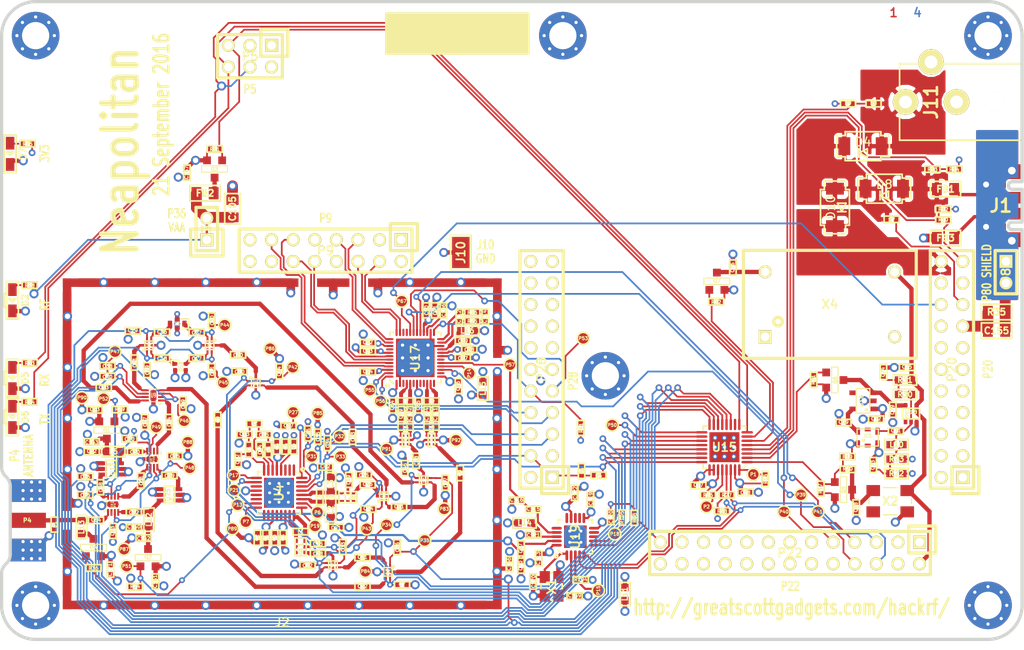
<source format=kicad_pcb>
(kicad_pcb (version 4) (host pcbnew "(2015-08-18 BZR 6102)-product")
  (title_block (date "19 may 2014"))
  (layers (0 C1F signal) (1 C2 signal hide) (2 C3 signal) (31 C4B signal) (34 B.Paste user) (35 F.Paste user) (36 B.SilkS user) (37 F.SilkS user) (38 B.Mask user) (39 F.Mask user) (44 Edge.Cuts user))
  (net 0 "")
  (net 1 !MIX_BYPASS)
  (net 2 !RX_AMP_PWR)
  (net 3 !TX_AMP_PWR)
  (net 4 !VAA_ENABLE)
  (net 5 /baseband/CLK5)
  (net 6 /baseband/CPOUT+)
  (net 7 /baseband/CPOUT-)
  (net 8 /baseband/INTR)
  (net 9 /baseband/OEB)
  (net 10 /baseband/RXBBI+)
  (net 11 /baseband/RXBBI-)
  (net 12 /baseband/RXBBQ+)
  (net 13 /baseband/RXBBQ-)
  (net 14 /baseband/TXBBI+)
  (net 15 /baseband/TXBBI-)
  (net 16 /baseband/TXBBQ+)
  (net 17 /baseband/TXBBQ-)
  (net 18 /baseband/XA)
  (net 19 /baseband/XB)
  (net 20 /baseband/XCVR_CLKOUT)
  (net 21 /baseband/XTAL2)
  (net 22 /frontend/!ANT_BIAS)
  (net 23 /frontend/REF_IN)
  (net 24 /frontend/RX_AMP_OUT)
  (net 25 /frontend/TX_AMP_IN)
  (net 26 /frontend/TX_AMP_OUT)
  (net 27 /mcu/usb/power/LED2)
  (net 28 /mcu/usb/power/LED3)
  (net 29 /mcu/usb/power/USB_SHIELD)
  (net 30 AMP_BYPASS)
  (net 31 CLK6)
  (net 32 CS_XCVR)
  (net 33 GND)
  (net 34 HP)
  (net 35 LP)
  (net 36 MIXER_ENX)
  (net 37 MIXER_RESETX)
  (net 38 MIXER_SCLK)
  (net 39 MIXER_SDATA)
  (net 40 MIX_BYPASS)
  (net 41 MIX_CLK)
  (net 42 RSSI)
  (net 43 RX)
  (net 44 RXENABLE)
  (net 45 RX_AMP)
  (net 46 RX_IF)
  (net 47 RX_MIX_BP)
  (net 48 TX)
  (net 49 TXENABLE)
  (net 50 TX_AMP)
  (net 51 TX_IF)
  (net 52 TX_MIX_BP)
  (net 53 VAA)
  (net 54 VCC)
  (net 55 XCVR_EN)
  (net 56 "Net-(C8-Pad2)")
  (net 57 "Net-(C9-Pad2)")
  (net 58 "Net-(C9-Pad1)")
  (net 59 "Net-(C12-Pad1)")
  (net 60 "Net-(C13-Pad1)")
  (net 61 "Net-(C14-Pad2)")
  (net 62 "Net-(C14-Pad1)")
  (net 63 "Net-(C15-Pad2)")
  (net 64 "Net-(C17-Pad2)")
  (net 65 "Net-(C17-Pad1)")
  (net 66 "Net-(C18-Pad2)")
  (net 67 "Net-(C18-Pad1)")
  (net 68 "Net-(C20-Pad2)")
  (net 69 "Net-(C20-Pad1)")
  (net 70 "Net-(C21-Pad2)")
  (net 71 "Net-(C21-Pad1)")
  (net 72 "Net-(C23-Pad2)")
  (net 73 "Net-(C23-Pad1)")
  (net 74 "Net-(C25-Pad1)")
  (net 75 "Net-(C26-Pad2)")
  (net 76 "Net-(C26-Pad1)")
  (net 77 "Net-(C27-Pad2)")
  (net 78 "Net-(C27-Pad1)")
  (net 79 "Net-(C28-Pad2)")
  (net 80 "Net-(C28-Pad1)")
  (net 81 "Net-(C31-Pad2)")
  (net 82 "Net-(C31-Pad1)")
  (net 83 "Net-(C32-Pad2)")
  (net 84 "Net-(C32-Pad1)")
  (net 85 "Net-(C43-Pad2)")
  (net 86 "Net-(C43-Pad1)")
  (net 87 "Net-(C44-Pad2)")
  (net 88 "Net-(C44-Pad1)")
  (net 89 "Net-(C46-Pad2)")
  (net 90 "Net-(C46-Pad1)")
  (net 91 "Net-(C48-Pad1)")
  (net 92 "Net-(C49-Pad2)")
  (net 93 "Net-(C50-Pad1)")
  (net 94 "Net-(C51-Pad2)")
  (net 95 "Net-(C51-Pad1)")
  (net 96 "Net-(C163-Pad2)")
  (net 97 "Net-(C58-Pad2)")
  (net 98 "Net-(C58-Pad1)")
  (net 99 "Net-(C59-Pad2)")
  (net 100 "Net-(C61-Pad2)")
  (net 101 "Net-(C61-Pad1)")
  (net 102 "Net-(C62-Pad2)")
  (net 103 "Net-(C64-Pad2)")
  (net 104 "Net-(C64-Pad1)")
  (net 105 "Net-(C99-Pad2)")
  (net 106 "Net-(C99-Pad1)")
  (net 107 "Net-(C102-Pad2)")
  (net 108 "Net-(C102-Pad1)")
  (net 109 "Net-(C104-Pad2)")
  (net 110 "Net-(C104-Pad1)")
  (net 111 "Net-(C105-Pad1)")
  (net 112 "Net-(C106-Pad1)")
  (net 113 "Net-(C111-Pad2)")
  (net 114 "Net-(C111-Pad1)")
  (net 115 "Net-(C114-Pad2)")
  (net 116 "Net-(C114-Pad1)")
  (net 117 "Net-(C160-Pad1)")
  (net 118 "Net-(D2-Pad2)")
  (net 119 "Net-(D5-Pad2)")
  (net 120 "Net-(D6-Pad2)")
  (net 121 "Net-(D7-Pad2)")
  (net 122 "Net-(FB1-Pad1)")
  (net 123 "Net-(FB2-Pad1)")
  (net 124 "Net-(FB3-Pad1)")
  (net 125 "Net-(L1-Pad2)")
  (net 126 "Net-(L1-Pad1)")
  (net 127 "Net-(L2-Pad1)")
  (net 128 "Net-(L3-Pad1)")
  (net 129 "Net-(L13-Pad1)")
  (net 130 "Net-(P6-Pad1)")
  (net 131 "Net-(P7-Pad1)")
  (net 132 "Net-(P17-Pad1)")
  (net 133 "Net-(P19-Pad1)")
  (net 134 "Net-(R4-Pad2)")
  (net 135 /mcu/usb/power/VBUSCTRL)
  (net 136 I2C1_SCL)
  (net 137 I2C1_SDA)
  (net 138 SSP0_MISO)
  (net 139 SSP0_SCK)
  (net 140 SSP0_MOSI)
  (net 141 /mcu/usb/power/VBUS)
  (net 142 /mcu/usb/power/VIN)
  (net 143 /mcu/usb/power/BARREL)
  (net 144 /mcu/usb/power/VBUS2)
  (net 145 /mcu/usb/power/!IO_INT)
  (net 146 /mcu/usb/power/!IO_RESET)
  (net 147 /mcu/usb/power/BARREL_SENSE)
  (net 148 /mcu/usb/power/VBUS_SENSE)
  (net 149 /mcu/usb/power/VBUS2_SENSE)
  (net 150 CLKIN)
  (net 151 "Net-(C68-Pad1)")
  (net 152 "Net-(C69-Pad1)")
  (net 153 "Net-(C71-Pad2)")
  (net 154 "Net-(C71-Pad1)")
  (net 155 "Net-(C73-Pad2)")
  (net 156 "Net-(C74-Pad2)")
  (net 157 "Net-(C76-Pad2)")
  (net 158 /mcu/usb/power/X2_ENABLE)
  (net 159 /mcu/usb/power/X3_ENABLE)
  (net 160 /mcu/usb/power/X4_ENABLE)
  (net 161 /mcu/usb/power/DIODE_TOWN)
  (net 162 "Net-(C1-Pad1)")
  (net 163 "Net-(C121-Pad2)")
  (net 164 "Net-(C88-Pad1)")
  (net 165 "Net-(C89-Pad1)")
  (net 166 "Net-(C79-Pad1)")
  (module hackrf:GSG-SHIELD-BMI-S-230 (layer C1F) (at 93 152)
    (fp_text reference J2 (at 0 21) (layer F.SilkS) (effects (font (size 1.016 1.016) (thickness 0.2032))))
    (fp_text value RF-SHIELD-FRAME hide)
    (pad 0 smd rect (at -23.875 18.95) (size 3.85 1) (layers C1F F.Mask) (net 33 GND))
    (pad 0 smd rect (at -18 18.95) (size 3.8 1) (layers C1F F.Mask) (net 33 GND))
    (pad 0 smd rect (at -12 18.95) (size 3.8 1) (layers C1F F.Mask) (net 33 GND))
    (pad 0 smd rect (at -6 18.95) (size 3.8 1) (layers C1F F.Mask) (net 33 GND))
    (pad 0 smd rect (at 0 18.95) (size 3.8 1) (layers C1F F.Mask) (net 33 GND))
    (pad 0 smd rect (at 6 18.95) (size 3.8 1) (layers C1F F.Mask) (net 33 GND))
    (pad 0 smd rect (at 12 18.95) (size 3.8 1) (layers C1F F.Mask) (net 33 GND))
    (pad 0 smd rect (at 18 18.95) (size 3.8 1) (layers C1F F.Mask) (net 33 GND))
    (pad 0 smd rect (at 23.875 18.95) (size 3.85 1) (layers C1F F.Mask) (net 33 GND))
    (pad 0 smd rect (at 25.3 17.775 90) (size 3.35 1) (layers C1F F.Mask) (net 33 GND))
    (pad 0 smd rect (at 25.3 12 90) (size 3.8 1) (layers C1F F.Mask) (net 33 GND))
    (pad 0 smd rect (at 25.3 6 90) (size 3.8 1) (layers C1F F.Mask) (net 33 GND))
    (pad 0 smd rect (at 25.3 0 90) (size 3.8 1) (layers C1F F.Mask) (net 33 GND))
    (pad 0 smd rect (at 25.3 -6 90) (size 3.8 1) (layers C1F F.Mask) (net 33 GND))
    (pad 0 smd rect (at 25.3 -12 90) (size 3.8 1) (layers C1F F.Mask) (net 33 GND))
    (pad 0 smd rect (at 25.3 -17.775 90) (size 3.35 1) (layers C1F F.Mask) (net 33 GND))
    (pad 0 smd rect (at 23.875 -18.95) (size 3.85 1) (layers C1F F.Mask) (net 33 GND))
    (pad 0 smd rect (at 18 -18.95) (size 3.8 1) (layers C1F F.Mask) (net 33 GND))
    (pad 0 smd rect (at 12 -18.95) (size 3.8 1) (layers C1F F.Mask) (net 33 GND))
    (pad 0 smd rect (at 6 -18.95) (size 3.8 1) (layers C1F F.Mask) (net 33 GND))
    (pad 0 smd rect (at 0 -18.95) (size 3.8 1) (layers C1F F.Mask) (net 33 GND))
    (pad 0 smd rect (at -6 -18.95) (size 3.8 1) (layers C1F F.Mask) (net 33 GND))
    (pad 0 smd rect (at -12 -18.95) (size 3.8 1) (layers C1F F.Mask) (net 33 GND))
    (pad 0 smd rect (at -18 -18.95) (size 3.8 1) (layers C1F F.Mask) (net 33 GND))
    (pad 0 smd rect (at -23.875 -18.95) (size 3.85 1) (layers C1F F.Mask) (net 33 GND))
    (pad 0 smd rect (at -25.3 -17.775 90) (size 3.35 1) (layers C1F F.Mask) (net 33 GND))
    (pad 0 smd rect (at -25.3 -12 90) (size 3.8 1) (layers C1F F.Mask) (net 33 GND))
    (pad 0 smd rect (at -25.3 -6 90) (size 3.8 1) (layers C1F F.Mask) (net 33 GND))
    (pad 0 smd rect (at -25.3 0 90) (size 3.8 1) (layers C1F F.Mask) (net 33 GND))
    (pad 0 smd rect (at -25.3 6 90) (size 3.8 1) (layers C1F F.Mask) (net 33 GND))
    (pad 0 smd rect (at -25.3 12 90) (size 3.8 1) (layers C1F F.Mask) (net 33 GND))
    (pad 0 smd rect (at -25.3 17.775 90) (size 3.35 1) (layers C1F F.Mask) (net 33 GND))
  )
  (module hackrf:GSG-HEADER-2x11 (layer C1F) (at 171.76 143.25 90)
    (fp_text reference P20 (at 0 0 90) (layer F.SilkS) (effects (font (size 1.016 1.016) (thickness 0.2032))))
    (fp_text value GPIO hide)
    (pad 1 thru_hole rect (at -12.7 1.27 90) (size 1.524 1.524) (drill 1.016) (layers *.Cu *.Mask F.SilkS))
    (pad 2 thru_hole circle (at -12.7 -1.27 90) (size 1.524 1.524) (drill 1.016) (layers *.Cu *.Mask F.SilkS))
    (pad 3 thru_hole circle (at -10.16 1.27 90) (size 1.524 1.524) (drill 1.016) (layers *.Cu *.Mask F.SilkS) (net 54 VCC))
    (pad 4 thru_hole circle (at -10.16 -1.27 90) (size 1.524 1.524) (drill 1.016) (layers *.Cu *.Mask F.SilkS))
    (pad 5 thru_hole circle (at -7.62 1.27 90) (size 1.524 1.524) (drill 1.016) (layers *.Cu *.Mask F.SilkS))
    (pad 6 thru_hole circle (at -7.62 -1.27 90) (size 1.524 1.524) (drill 1.016) (layers *.Cu *.Mask F.SilkS))
    (pad 7 thru_hole circle (at -5.08 1.27 90) (size 1.524 1.524) (drill 1.016) (layers *.Cu *.Mask F.SilkS))
    (pad 8 thru_hole circle (at -5.08 -1.27 90) (size 1.524 1.524) (drill 1.016) (layers *.Cu *.Mask F.SilkS))
    (pad 9 thru_hole circle (at -2.54 1.27 90) (size 1.524 1.524) (drill 1.016) (layers *.Cu *.Mask F.SilkS))
    (pad 10 thru_hole circle (at -2.54 -1.27 90) (size 1.524 1.524) (drill 1.016) (layers *.Cu *.Mask F.SilkS))
    (pad 11 thru_hole circle (at 0 1.27 90) (size 1.524 1.524) (drill 1.016) (layers *.Cu *.Mask F.SilkS))
    (pad 12 thru_hole circle (at 0 -1.27 90) (size 1.524 1.524) (drill 1.016) (layers *.Cu *.Mask F.SilkS))
    (pad 13 thru_hole circle (at 2.54 1.27 90) (size 1.524 1.524) (drill 1.016) (layers *.Cu *.Mask F.SilkS) (net 33 GND))
    (pad 14 thru_hole circle (at 2.54 -1.27 90) (size 1.524 1.524) (drill 1.016) (layers *.Cu *.Mask F.SilkS))
    (pad 15 thru_hole circle (at 5.08 1.27 90) (size 1.524 1.524) (drill 1.016) (layers *.Cu *.Mask F.SilkS) (net 33 GND))
    (pad 16 thru_hole circle (at 5.08 -1.27 90) (size 1.524 1.524) (drill 1.016) (layers *.Cu *.Mask F.SilkS))
    (pad 17 thru_hole circle (at 7.62 1.27 90) (size 1.524 1.524) (drill 1.016) (layers *.Cu *.Mask F.SilkS) (net 135 /mcu/usb/power/VBUSCTRL))
    (pad 18 thru_hole circle (at 7.62 -1.27 90) (size 1.524 1.524) (drill 1.016) (layers *.Cu *.Mask F.SilkS) (net 42 RSSI))
    (pad 19 thru_hole circle (at 10.16 1.27 90) (size 1.524 1.524) (drill 1.016) (layers *.Cu *.Mask F.SilkS) (net 33 GND))
    (pad 20 thru_hole circle (at 10.16 -1.27 90) (size 1.524 1.524) (drill 1.016) (layers *.Cu *.Mask F.SilkS))
    (pad 21 thru_hole circle (at 12.7 1.27 90) (size 1.524 1.524) (drill 1.016) (layers *.Cu *.Mask F.SilkS) (net 141 /mcu/usb/power/VBUS))
    (pad 22 thru_hole circle (at 12.7 -1.27 90) (size 1.524 1.524) (drill 1.016) (layers *.Cu *.Mask F.SilkS) (net 142 /mcu/usb/power/VIN))
  )
  (module gsg-modules:SOD128 (layer C1F) (at 163.8 122)
    (fp_text reference D8 (at 0 -0.5) (layer F.SilkS))
    (fp_text value VBUS2_DIODE hide)
    (pad 1 smd rect (at -2.2 0 180) (size 1.4 2.1) (layers C1F F.Paste F.Mask) (net 161 /mcu/usb/power/DIODE_TOWN))
    (pad 2 smd rect (at 2.2 0 180) (size 1.4 2.1) (layers C1F F.Paste F.Mask) (net 144 /mcu/usb/power/VBUS2))
  )
  (module hackrf:GSG-HEADER-2x11 (layer C1F) (at 123.5 143.25 90)
    (fp_text reference P28 (at 0 0 90) (layer F.SilkS) (effects (font (size 1.016 1.016) (thickness 0.2032))))
    (fp_text value SD hide)
    (pad 1 thru_hole rect (at -12.7 1.27 90) (size 1.524 1.524) (drill 1.016) (layers *.Cu *.Mask F.SilkS) (net 54 VCC))
    (pad 2 thru_hole circle (at -12.7 -1.27 90) (size 1.524 1.524) (drill 1.016) (layers *.Cu *.Mask F.SilkS) (net 33 GND))
    (pad 3 thru_hole circle (at -10.16 1.27 90) (size 1.524 1.524) (drill 1.016) (layers *.Cu *.Mask F.SilkS))
    (pad 4 thru_hole circle (at -10.16 -1.27 90) (size 1.524 1.524) (drill 1.016) (layers *.Cu *.Mask F.SilkS) (net 36 MIXER_ENX))
    (pad 5 thru_hole circle (at -7.62 1.27 90) (size 1.524 1.524) (drill 1.016) (layers *.Cu *.Mask F.SilkS) (net 38 MIXER_SCLK))
    (pad 6 thru_hole circle (at -7.62 -1.27 90) (size 1.524 1.524) (drill 1.016) (layers *.Cu *.Mask F.SilkS) (net 39 MIXER_SDATA))
    (pad 7 thru_hole circle (at -5.08 1.27 90) (size 1.524 1.524) (drill 1.016) (layers *.Cu *.Mask F.SilkS) (net 49 TXENABLE))
    (pad 8 thru_hole circle (at -5.08 -1.27 90) (size 1.524 1.524) (drill 1.016) (layers *.Cu *.Mask F.SilkS) (net 44 RXENABLE))
    (pad 9 thru_hole circle (at -2.54 1.27 90) (size 1.524 1.524) (drill 1.016) (layers *.Cu *.Mask F.SilkS) (net 32 CS_XCVR))
    (pad 10 thru_hole circle (at -2.54 -1.27 90) (size 1.524 1.524) (drill 1.016) (layers *.Cu *.Mask F.SilkS) (net 55 XCVR_EN))
    (pad 11 thru_hole circle (at 0 1.27 90) (size 1.524 1.524) (drill 1.016) (layers *.Cu *.Mask F.SilkS))
    (pad 12 thru_hole circle (at 0 -1.27 90) (size 1.524 1.524) (drill 1.016) (layers *.Cu *.Mask F.SilkS) (net 33 GND))
    (pad 13 thru_hole circle (at 2.54 1.27 90) (size 1.524 1.524) (drill 1.016) (layers *.Cu *.Mask F.SilkS))
    (pad 14 thru_hole circle (at 2.54 -1.27 90) (size 1.524 1.524) (drill 1.016) (layers *.Cu *.Mask F.SilkS))
    (pad 15 thru_hole circle (at 5.08 1.27 90) (size 1.524 1.524) (drill 1.016) (layers *.Cu *.Mask F.SilkS))
    (pad 16 thru_hole circle (at 5.08 -1.27 90) (size 1.524 1.524) (drill 1.016) (layers *.Cu *.Mask F.SilkS))
    (pad 17 thru_hole circle (at 7.62 1.27 90) (size 1.524 1.524) (drill 1.016) (layers *.Cu *.Mask F.SilkS))
    (pad 18 thru_hole circle (at 7.62 -1.27 90) (size 1.524 1.524) (drill 1.016) (layers *.Cu *.Mask F.SilkS))
    (pad 19 thru_hole circle (at 10.16 1.27 90) (size 1.524 1.524) (drill 1.016) (layers *.Cu *.Mask F.SilkS))
    (pad 20 thru_hole circle (at 10.16 -1.27 90) (size 1.524 1.524) (drill 1.016) (layers *.Cu *.Mask F.SilkS))
    (pad 21 thru_hole circle (at 12.7 1.27 90) (size 1.524 1.524) (drill 1.016) (layers *.Cu *.Mask F.SilkS))
    (pad 22 thru_hole circle (at 12.7 -1.27 90) (size 1.524 1.524) (drill 1.016) (layers *.Cu *.Mask F.SilkS))
  )
  (module hackrf:GSG-QFN20-4 (layer C1F) (at 127.4692 162.926 90)
    (fp_text reference U19 (at 0 0 90) (layer F.SilkS) (effects (font (size 1.00076 1.00076) (thickness 0.2032))))
    (fp_text value SI5351C hide)
    (pad 1 smd oval (at -2.2 -1 90) (size 1.2 0.32) (layers C1F F.Paste F.Mask) (net 18 /baseband/XA))
    (pad 2 smd oval (at -2.2 -0.5 90) (size 1.2 0.32) (layers C1F F.Paste F.Mask) (net 19 /baseband/XB))
    (pad 3 smd oval (at -2.2 0 90) (size 1.2 0.32) (layers C1F F.Paste F.Mask) (net 8 /baseband/INTR))
    (pad 4 smd oval (at -2.2 0.5 90) (size 1.2 0.32) (layers C1F F.Paste F.Mask) (net 136 I2C1_SCL))
    (pad 5 smd oval (at -2.2 1 90) (size 1.2 0.32) (layers C1F F.Paste F.Mask) (net 137 I2C1_SDA))
    (pad 6 smd oval (at -1 2.2 180) (size 1.2 0.32) (layers C1F F.Paste F.Mask) (net 31 CLK6))
    (pad 7 smd oval (at -0.5 2.2 180) (size 1.2 0.32) (layers C1F F.Paste F.Mask) (net 9 /baseband/OEB))
    (pad 8 smd oval (at 0 2.2 180) (size 1.2 0.32) (layers C1F F.Paste F.Mask))
    (pad 9 smd oval (at 0.5 2.2 180) (size 1.2 0.32) (layers C1F F.Paste F.Mask))
    (pad 10 smd oval (at 1 2.2 180) (size 1.2 0.32) (layers C1F F.Paste F.Mask) (net 54 VCC))
    (pad 11 smd oval (at 2.2 1 90) (size 1.2 0.32) (layers C1F F.Paste F.Mask) (net 54 VCC))
    (pad 12 smd oval (at 2.2 0.5 90) (size 1.2 0.32) (layers C1F F.Paste F.Mask))
    (pad 13 smd oval (at 2.2 0 90) (size 1.2 0.32) (layers C1F F.Paste F.Mask))
    (pad 14 smd oval (at 2.2 -0.5 90) (size 1.2 0.32) (layers C1F F.Paste F.Mask) (net 54 VCC))
    (pad 15 smd oval (at 2.2 -1 90) (size 1.2 0.32) (layers C1F F.Paste F.Mask))
    (pad 16 smd oval (at 1 -2.2 180) (size 1.2 0.32) (layers C1F F.Paste F.Mask))
    (pad 17 smd oval (at 0.5 -2.2 180) (size 1.2 0.32) (layers C1F F.Paste F.Mask) (net 5 /baseband/CLK5))
    (pad 18 smd oval (at 0 -2.2 180) (size 1.2 0.32) (layers C1F F.Paste F.Mask) (net 163 "Net-(C121-Pad2)"))
    (pad 19 smd oval (at -0.5 -2.2 180) (size 1.2 0.32) (layers C1F F.Paste F.Mask) (net 41 MIX_CLK))
    (pad 20 smd oval (at -1 -2.2 180) (size 1.2 0.32) (layers C1F F.Paste F.Mask) (net 54 VCC))
    (pad 0 smd rect (at 0 0 90) (size 2.65 2.65) (layers C1F F.Mask) (net 33 GND))
    (pad 0 thru_hole circle (at 0 0 90) (size 0.6 0.6) (drill 0.35) (layers *.Cu B.Mask) (net 33 GND))
    (pad 0 thru_hole circle (at -0.66 -0.66 90) (size 0.6 0.6) (drill 0.35) (layers *.Cu B.Mask) (net 33 GND))
    (pad 0 thru_hole circle (at 0.66 -0.66 90) (size 0.6 0.6) (drill 0.35) (layers *.Cu B.Mask) (net 33 GND))
    (pad 0 thru_hole circle (at 0.66 0.66 90) (size 0.6 0.6) (drill 0.35) (layers *.Cu B.Mask) (net 33 GND))
    (pad 0 thru_hole circle (at -0.66 0.66 90) (size 0.6 0.6) (drill 0.35) (layers *.Cu B.Mask) (net 33 GND))
    (pad 0 smd rect (at -0.66 -0.66 90) (size 1.32 1.32) (layers C1F F.Paste) (net 33 GND))
    (pad 0 smd rect (at 0.66 -0.66 90) (size 1.32 1.32) (layers C1F F.Paste) (net 33 GND))
    (pad 0 smd rect (at -0.66 0.66 90) (size 1.32 1.32) (layers C1F F.Paste) (net 33 GND))
    (pad 0 smd rect (at 0.66 0.66 90) (size 1.32 1.32) (layers C1F F.Paste) (net 33 GND))
  )
  (module gsg-modules:LTST-S220 (layer C1F) (at 61 117.9 270)
    (fp_text reference D7 (at 0 -1.5 270) (layer F.SilkS) (effects (font (size 0.762 0.762) (thickness 0.1905))))
    (fp_text value VCCLED hide)
    (pad 1 smd rect (at 1.25 0 270) (size 1.5 1) (layers C1F F.Paste F.Mask) (net 33 GND) (clearance 0.1778))
    (pad 2 smd rect (at -1.25 0 270) (size 1.5 1) (layers C1F F.Paste F.Mask) (net 121 "Net-(D7-Pad2)") (clearance 0.1778))
  )
  (module gsg-modules:LTST-S220 (layer C1F) (at 61.27 135.122 270)
    (fp_text reference D2 (at 0 -1.5 270) (layer F.SilkS) (effects (font (size 0.762 0.762) (thickness 0.1905))))
    (fp_text value VAALED hide)
    (pad 1 smd rect (at 1.25 0 270) (size 1.5 1) (layers C1F F.Paste F.Mask) (net 33 GND) (clearance 0.1778))
    (pad 2 smd rect (at -1.25 0 270) (size 1.5 1) (layers C1F F.Paste F.Mask) (net 118 "Net-(D2-Pad2)") (clearance 0.1778))
  )
  (module gsg-modules:LTST-S220 (layer C1F) (at 61.27 144.266 270)
    (fp_text reference D5 (at 0 -1.5 270) (layer F.SilkS) (effects (font (size 0.762 0.762) (thickness 0.1905))))
    (fp_text value RXLED hide)
    (pad 1 smd rect (at 1.25 0 270) (size 1.5 1) (layers C1F F.Paste F.Mask) (net 33 GND) (clearance 0.1778))
    (pad 2 smd rect (at -1.25 0 270) (size 1.5 1) (layers C1F F.Paste F.Mask) (net 119 "Net-(D5-Pad2)") (clearance 0.1778))
  )
  (module gsg-modules:LTST-S220 (layer C1F) (at 61.27 148.838 270)
    (fp_text reference D6 (at 0 -1.5 270) (layer F.SilkS) (effects (font (size 0.762 0.762) (thickness 0.1905))))
    (fp_text value TXLED hide)
    (pad 1 smd rect (at 1.25 0 270) (size 1.5 1) (layers C1F F.Paste F.Mask) (net 33 GND) (clearance 0.1778))
    (pad 2 smd rect (at -1.25 0 270) (size 1.5 1) (layers C1F F.Paste F.Mask) (net 120 "Net-(D6-Pad2)") (clearance 0.1778))
  )
  (module hackrf:GSG-0402 (layer C1F) (at 91.0964 163.0468 270)
    (fp_text reference C1 (at 0 0.0508 270) (layer F.SilkS) (effects (font (size 0.4064 0.4064) (thickness 0.1016))))
    (fp_text value 33pF hide)
    (pad 2 smd rect (at 0.5334 0 270) (size 0.508 0.5588) (layers C1F F.Paste F.Mask) (net 33 GND))
    (pad 1 smd rect (at -0.5334 0 270) (size 0.508 0.5588) (layers C1F F.Paste F.Mask) (net 162 "Net-(C1-Pad1)"))
  )
  (module hackrf:GSG-0402 (layer C1F) (at 90.0804 163.0468 270)
    (fp_text reference C2 (at 0 0.0508 270) (layer F.SilkS) (effects (font (size 0.4064 0.4064) (thickness 0.1016))))
    (fp_text value 10nF hide)
    (pad 2 smd rect (at 0.5334 0 270) (size 0.508 0.5588) (layers C1F F.Paste F.Mask) (net 33 GND))
    (pad 1 smd rect (at -0.5334 0 270) (size 0.508 0.5588) (layers C1F F.Paste F.Mask) (net 162 "Net-(C1-Pad1)"))
  )
  (module hackrf:GSG-0402 (layer C1F) (at 93.1284 163.0468 270)
    (fp_text reference C3 (at 0 0.0508 270) (layer F.SilkS) (effects (font (size 0.4064 0.4064) (thickness 0.1016))))
    (fp_text value 33pF hide)
    (pad 2 smd rect (at 0.5334 0 270) (size 0.508 0.5588) (layers C1F F.Paste F.Mask) (net 33 GND))
    (pad 1 smd rect (at -0.5334 0 270) (size 0.508 0.5588) (layers C1F F.Paste F.Mask) (net 53 VAA))
  )
  (module hackrf:GSG-0402 (layer C1F) (at 92.1124 163.0468 270)
    (fp_text reference C4 (at 0 0.0508 270) (layer F.SilkS) (effects (font (size 0.4064 0.4064) (thickness 0.1016))))
    (fp_text value 10nF hide)
    (pad 2 smd rect (at 0.5334 0 270) (size 0.508 0.5588) (layers C1F F.Paste F.Mask) (net 33 GND))
    (pad 1 smd rect (at -0.5334 0 270) (size 0.508 0.5588) (layers C1F F.Paste F.Mask) (net 53 VAA))
  )
  (module hackrf:GSG-0402 (layer C1F) (at 92.341 152.328 90)
    (fp_text reference C5 (at 0 0.0508 90) (layer F.SilkS) (effects (font (size 0.4064 0.4064) (thickness 0.1016))))
    (fp_text value 33pF hide)
    (pad 2 smd rect (at 0.5334 0 90) (size 0.508 0.5588) (layers C1F F.Paste F.Mask) (net 33 GND))
    (pad 1 smd rect (at -0.5334 0 90) (size 0.508 0.5588) (layers C1F F.Paste F.Mask) (net 53 VAA))
  )
  (module hackrf:GSG-0402 (layer C1F) (at 93.357 152.328 90)
    (fp_text reference C6 (at 0 0.0508 90) (layer F.SilkS) (effects (font (size 0.4064 0.4064) (thickness 0.1016))))
    (fp_text value 10nF hide)
    (pad 2 smd rect (at 0.5334 0 90) (size 0.508 0.5588) (layers C1F F.Paste F.Mask) (net 33 GND))
    (pad 1 smd rect (at -0.5334 0 90) (size 0.508 0.5588) (layers C1F F.Paste F.Mask) (net 53 VAA))
  )
  (module hackrf:GSG-0402 (layer C1F) (at 107.084 168.5762 180)
    (fp_text reference C7 (at 0 0.0508 180) (layer F.SilkS) (effects (font (size 0.4064 0.4064) (thickness 0.1016))))
    (fp_text value 33pF hide)
    (pad 2 smd rect (at 0.5334 0 180) (size 0.508 0.5588) (layers C1F F.Paste F.Mask) (net 40 MIX_BYPASS))
    (pad 1 smd rect (at -0.5334 0 180) (size 0.508 0.5588) (layers C1F F.Paste F.Mask) (net 33 GND))
  )
  (module hackrf:GSG-0402 (layer C1F) (at 113.919 155.448 270)
    (fp_text reference C8 (at 0 0.0508 270) (layer F.SilkS) (effects (font (size 0.4064 0.4064) (thickness 0.1016))))
    (fp_text value 22pF hide)
    (pad 2 smd rect (at 0.5334 0 270) (size 0.508 0.5588) (layers C1F F.Paste F.Mask) (net 56 "Net-(C8-Pad2)"))
    (pad 1 smd rect (at -0.5334 0 270) (size 0.508 0.5588) (layers C1F F.Paste F.Mask) (net 51 TX_IF))
  )
  (module hackrf:GSG-0402 (layer C1F) (at 85.4 149.1682 90)
    (fp_text reference C9 (at 0 0.0508 90) (layer F.SilkS) (effects (font (size 0.4064 0.4064) (thickness 0.1016))))
    (fp_text value 100nF hide)
    (pad 2 smd rect (at 0.5334 0 90) (size 0.508 0.5588) (layers C1F F.Paste F.Mask) (net 57 "Net-(C9-Pad2)"))
    (pad 1 smd rect (at -0.5334 0 90) (size 0.508 0.5588) (layers C1F F.Paste F.Mask) (net 58 "Net-(C9-Pad1)"))
  )
  (module hackrf:GSG-0402 (layer C1F) (at 87.9808 143.4816)
    (fp_text reference C10 (at 0 0.0508) (layer F.SilkS) (effects (font (size 0.4064 0.4064) (thickness 0.1016))))
    (fp_text value 33pF hide)
    (pad 2 smd rect (at 0.5334 0) (size 0.508 0.5588) (layers C1F F.Paste F.Mask) (net 43 RX))
    (pad 1 smd rect (at -0.5334 0) (size 0.508 0.5588) (layers C1F F.Paste F.Mask) (net 33 GND))
  )
  (module hackrf:GSG-0402 (layer C1F) (at 84.7138 143.4622 90)
    (fp_text reference C11 (at 0 0.0508 90) (layer F.SilkS) (effects (font (size 0.4064 0.4064) (thickness 0.1016))))
    (fp_text value 33pF hide)
    (pad 2 smd rect (at 0.5334 0 90) (size 0.508 0.5588) (layers C1F F.Paste F.Mask) (net 35 LP))
    (pad 1 smd rect (at -0.5334 0 90) (size 0.508 0.5588) (layers C1F F.Paste F.Mask) (net 33 GND))
  )
  (module hackrf:GSG-0402 (layer C1F) (at 87.7944 153.8266 270)
    (fp_text reference C12 (at 0 0.0508 270) (layer F.SilkS) (effects (font (size 0.4064 0.4064) (thickness 0.1016))))
    (fp_text value 330pF hide)
    (pad 2 smd rect (at 0.5334 0 270) (size 0.508 0.5588) (layers C1F F.Paste F.Mask) (net 33 GND))
    (pad 1 smd rect (at -0.5334 0 270) (size 0.508 0.5588) (layers C1F F.Paste F.Mask) (net 59 "Net-(C12-Pad1)"))
  )
  (module hackrf:GSG-0402 (layer C1F) (at 88.5564 150.9056 180)
    (fp_text reference C13 (at 0 0.0508 180) (layer F.SilkS) (effects (font (size 0.4064 0.4064) (thickness 0.1016))))
    (fp_text value 330pF hide)
    (pad 2 smd rect (at 0.5334 0 180) (size 0.508 0.5588) (layers C1F F.Paste F.Mask) (net 33 GND))
    (pad 1 smd rect (at -0.5334 0 180) (size 0.508 0.5588) (layers C1F F.Paste F.Mask) (net 60 "Net-(C13-Pad1)"))
  )
  (module hackrf:GSG-0402 (layer C1F) (at 90.3344 152.6836 90)
    (fp_text reference C14 (at 0 0.0508 90) (layer F.SilkS) (effects (font (size 0.4064 0.4064) (thickness 0.1016))))
    (fp_text value 8p2 hide)
    (pad 2 smd rect (at 0.5334 0 90) (size 0.508 0.5588) (layers C1F F.Paste F.Mask) (net 61 "Net-(C14-Pad2)"))
    (pad 1 smd rect (at -0.5334 0 90) (size 0.508 0.5588) (layers C1F F.Paste F.Mask) (net 62 "Net-(C14-Pad1)"))
  )
  (module hackrf:GSG-0402 (layer C1F) (at 90.8424 150.9056)
    (fp_text reference C15 (at 0 0.0508) (layer F.SilkS) (effects (font (size 0.4064 0.4064) (thickness 0.1016))))
    (fp_text value 180pF hide)
    (pad 2 smd rect (at 0.5334 0) (size 0.508 0.5588) (layers C1F F.Paste F.Mask) (net 63 "Net-(C15-Pad2)"))
    (pad 1 smd rect (at -0.5334 0) (size 0.508 0.5588) (layers C1F F.Paste F.Mask) (net 62 "Net-(C14-Pad1)"))
  )
  (module hackrf:GSG-0402 (layer C1F) (at 106.4998 164.1566 90)
    (fp_text reference C16 (at 0 0.0508 90) (layer F.SilkS) (effects (font (size 0.4064 0.4064) (thickness 0.1016))))
    (fp_text value 33pF hide)
    (pad 2 smd rect (at 0.5334 0 90) (size 0.508 0.5588) (layers C1F F.Paste F.Mask) (net 33 GND))
    (pad 1 smd rect (at -0.5334 0 90) (size 0.508 0.5588) (layers C1F F.Paste F.Mask) (net 1 !MIX_BYPASS))
  )
  (module hackrf:GSG-0402 (layer C1F) (at 82.9358 141.9382)
    (fp_text reference C17 (at 0 0.0508) (layer F.SilkS) (effects (font (size 0.4064 0.4064) (thickness 0.1016))))
    (fp_text value 100nF hide)
    (pad 2 smd rect (at 0.5334 0) (size 0.508 0.5588) (layers C1F F.Paste F.Mask) (net 64 "Net-(C17-Pad2)"))
    (pad 1 smd rect (at -0.5334 0) (size 0.508 0.5588) (layers C1F F.Paste F.Mask) (net 65 "Net-(C17-Pad1)"))
  )
  (module hackrf:GSG-0402 (layer C1F) (at 78.8718 141.9382)
    (fp_text reference C18 (at 0 0.0508) (layer F.SilkS) (effects (font (size 0.4064 0.4064) (thickness 0.1016))))
    (fp_text value 100nF hide)
    (pad 2 smd rect (at 0.5334 0) (size 0.508 0.5588) (layers C1F F.Paste F.Mask) (net 66 "Net-(C18-Pad2)"))
    (pad 1 smd rect (at -0.5334 0) (size 0.508 0.5588) (layers C1F F.Paste F.Mask) (net 67 "Net-(C18-Pad1)"))
  )
  (module hackrf:GSG-0402 (layer C1F) (at 77.0938 143.3352 90)
    (fp_text reference C19 (at 0 0.0508 90) (layer F.SilkS) (effects (font (size 0.4064 0.4064) (thickness 0.1016))))
    (fp_text value 33pF hide)
    (pad 2 smd rect (at 0.5334 0 90) (size 0.508 0.5588) (layers C1F F.Paste F.Mask) (net 35 LP))
    (pad 1 smd rect (at -0.5334 0 90) (size 0.508 0.5588) (layers C1F F.Paste F.Mask) (net 33 GND))
  )
  (module hackrf:GSG-0402 (layer C1F) (at 87.8078 141.5288)
    (fp_text reference C20 (at 0 0.0508) (layer F.SilkS) (effects (font (size 0.4064 0.4064) (thickness 0.1016))))
    (fp_text value 100nF hide)
    (pad 2 smd rect (at 0.5334 0) (size 0.508 0.5588) (layers C1F F.Paste F.Mask) (net 68 "Net-(C20-Pad2)"))
    (pad 1 smd rect (at -0.5334 0) (size 0.508 0.5588) (layers C1F F.Paste F.Mask) (net 69 "Net-(C20-Pad1)"))
  )
  (module hackrf:GSG-0402 (layer C1F) (at 102.4382 165.3794 180)
    (fp_text reference C21 (at 0 0.0508 180) (layer F.SilkS) (effects (font (size 0.4064 0.4064) (thickness 0.1016))))
    (fp_text value 22pF hide)
    (pad 2 smd rect (at 0.5334 0 180) (size 0.508 0.5588) (layers C1F F.Paste F.Mask) (net 70 "Net-(C21-Pad2)"))
    (pad 1 smd rect (at -0.5334 0 180) (size 0.508 0.5588) (layers C1F F.Paste F.Mask) (net 71 "Net-(C21-Pad1)"))
  )
  (module hackrf:GSG-0402 (layer C1F) (at 95.9732 166.2726)
    (fp_text reference C22 (at 0 0.0508) (layer F.SilkS) (effects (font (size 0.4064 0.4064) (thickness 0.1016))))
    (fp_text value 33pF hide)
    (pad 2 smd rect (at 0.5334 0) (size 0.508 0.5588) (layers C1F F.Paste F.Mask) (net 43 RX))
    (pad 1 smd rect (at -0.5334 0) (size 0.508 0.5588) (layers C1F F.Paste F.Mask) (net 33 GND))
  )
  (module hackrf:GSG-0402 (layer C1F) (at 101.2698 151.1808 90)
    (fp_text reference C23 (at 0 0.0508 90) (layer F.SilkS) (effects (font (size 0.4064 0.4064) (thickness 0.1016))))
    (fp_text value 100nF hide)
    (pad 2 smd rect (at 0.5334 0 90) (size 0.508 0.5588) (layers C1F F.Paste F.Mask) (net 72 "Net-(C23-Pad2)"))
    (pad 1 smd rect (at -0.5334 0 90) (size 0.508 0.5588) (layers C1F F.Paste F.Mask) (net 73 "Net-(C23-Pad1)"))
  )
  (module hackrf:GSG-0402 (layer C1F) (at 92.6798 143.4816 270)
    (fp_text reference C24 (at 0 0.0508 270) (layer F.SilkS) (effects (font (size 0.4064 0.4064) (thickness 0.1016))))
    (fp_text value 33pF hide)
    (pad 2 smd rect (at 0.5334 0 270) (size 0.508 0.5588) (layers C1F F.Paste F.Mask) (net 48 TX))
    (pad 1 smd rect (at -0.5334 0 270) (size 0.508 0.5588) (layers C1F F.Paste F.Mask) (net 33 GND))
  )
  (module hackrf:GSG-0402 (layer C1F) (at 97.1924 163.7326)
    (fp_text reference C25 (at 0 0.0508) (layer F.SilkS) (effects (font (size 0.4064 0.4064) (thickness 0.1016))))
    (fp_text value 100nF hide)
    (pad 2 smd rect (at 0.5334 0) (size 0.508 0.5588) (layers C1F F.Paste F.Mask) (net 33 GND))
    (pad 1 smd rect (at -0.5334 0) (size 0.508 0.5588) (layers C1F F.Paste F.Mask) (net 74 "Net-(C25-Pad1)"))
  )
  (module hackrf:GSG-0402 (layer C1F) (at 78.8718 138.8902 180)
    (fp_text reference C26 (at 0 0.0508 180) (layer F.SilkS) (effects (font (size 0.4064 0.4064) (thickness 0.1016))))
    (fp_text value 47pF hide)
    (pad 2 smd rect (at 0.5334 0 180) (size 0.508 0.5588) (layers C1F F.Paste F.Mask) (net 75 "Net-(C26-Pad2)"))
    (pad 1 smd rect (at -0.5334 0 180) (size 0.508 0.5588) (layers C1F F.Paste F.Mask) (net 76 "Net-(C26-Pad1)"))
  )
  (module hackrf:GSG-0402 (layer C1F) (at 82.9358 138.8902)
    (fp_text reference C27 (at 0 0.0508) (layer F.SilkS) (effects (font (size 0.4064 0.4064) (thickness 0.1016))))
    (fp_text value 47pF hide)
    (pad 2 smd rect (at 0.5334 0) (size 0.508 0.5588) (layers C1F F.Paste F.Mask) (net 77 "Net-(C27-Pad2)"))
    (pad 1 smd rect (at -0.5334 0) (size 0.508 0.5588) (layers C1F F.Paste F.Mask) (net 78 "Net-(C27-Pad1)"))
  )
  (module hackrf:GSG-0402 (layer C1F) (at 97.1924 164.8756)
    (fp_text reference C28 (at 0 0.0508) (layer F.SilkS) (effects (font (size 0.4064 0.4064) (thickness 0.1016))))
    (fp_text value 100nF hide)
    (pad 2 smd rect (at 0.5334 0) (size 0.508 0.5588) (layers C1F F.Paste F.Mask) (net 79 "Net-(C28-Pad2)"))
    (pad 1 smd rect (at -0.5334 0) (size 0.508 0.5588) (layers C1F F.Paste F.Mask) (net 80 "Net-(C28-Pad1)"))
  )
  (module hackrf:GSG-0402 (layer C1F) (at 75.4174 138.7124 180)
    (fp_text reference C29 (at 0 0.0508 180) (layer F.SilkS) (effects (font (size 0.4064 0.4064) (thickness 0.1016))))
    (fp_text value 33pF hide)
    (pad 2 smd rect (at 0.5334 0 180) (size 0.508 0.5588) (layers C1F F.Paste F.Mask) (net 33 GND))
    (pad 1 smd rect (at -0.5334 0 180) (size 0.508 0.5588) (layers C1F F.Paste F.Mask) (net 34 HP))
  )
  (module hackrf:GSG-0402 (layer C1F) (at 84.7138 137.4932 90)
    (fp_text reference C30 (at 0 0.0508 90) (layer F.SilkS) (effects (font (size 0.4064 0.4064) (thickness 0.1016))))
    (fp_text value 33pF hide)
    (pad 2 smd rect (at 0.5334 0 90) (size 0.508 0.5588) (layers C1F F.Paste F.Mask) (net 33 GND))
    (pad 1 smd rect (at -0.5334 0 90) (size 0.508 0.5588) (layers C1F F.Paste F.Mask) (net 34 HP))
  )
  (module hackrf:GSG-0402 (layer C1F) (at 75.5952 142.4462 90)
    (fp_text reference C31 (at 0 0.0508 90) (layer F.SilkS) (effects (font (size 0.4064 0.4064) (thickness 0.1016))))
    (fp_text value 100nF hide)
    (pad 2 smd rect (at 0.5334 0 90) (size 0.508 0.5588) (layers C1F F.Paste F.Mask) (net 81 "Net-(C31-Pad2)"))
    (pad 1 smd rect (at -0.5334 0 90) (size 0.508 0.5588) (layers C1F F.Paste F.Mask) (net 82 "Net-(C31-Pad1)"))
  )
  (module hackrf:GSG-0402 (layer C1F) (at 102.4382 168.8084 180)
    (fp_text reference C32 (at 0 0.0508 180) (layer F.SilkS) (effects (font (size 0.4064 0.4064) (thickness 0.1016))))
    (fp_text value 22pF hide)
    (pad 2 smd rect (at 0.5334 0 180) (size 0.508 0.5588) (layers C1F F.Paste F.Mask) (net 83 "Net-(C32-Pad2)"))
    (pad 1 smd rect (at -0.5334 0 180) (size 0.508 0.5588) (layers C1F F.Paste F.Mask) (net 84 "Net-(C32-Pad1)"))
  )
  (module hackrf:GSG-0402 (layer C1F) (at 100.1134 164.139 90)
    (fp_text reference C33 (at 0 0.0508 90) (layer F.SilkS) (effects (font (size 0.4064 0.4064) (thickness 0.1016))))
    (fp_text value 33pF hide)
    (pad 2 smd rect (at 0.5334 0 90) (size 0.508 0.5588) (layers C1F F.Paste F.Mask) (net 33 GND))
    (pad 1 smd rect (at -0.5334 0 90) (size 0.508 0.5588) (layers C1F F.Paste F.Mask) (net 48 TX))
  )
  (module hackrf:GSG-0402 (layer C1F) (at 98.31 151.9216 90)
    (fp_text reference C34 (at 0 0.0508 90) (layer F.SilkS) (effects (font (size 0.4064 0.4064) (thickness 0.1016))))
    (fp_text value 33pF hide)
    (pad 2 smd rect (at 0.5334 0 90) (size 0.508 0.5588) (layers C1F F.Paste F.Mask) (net 33 GND))
    (pad 1 smd rect (at -0.5334 0 90) (size 0.508 0.5588) (layers C1F F.Paste F.Mask) (net 37 MIXER_RESETX))
  )
  (module hackrf:GSG-0402 (layer C1F) (at 97.167 151.1596 90)
    (fp_text reference C35 (at 0 0.0508 90) (layer F.SilkS) (effects (font (size 0.4064 0.4064) (thickness 0.1016))))
    (fp_text value 33pF hide)
    (pad 2 smd rect (at 0.5334 0 90) (size 0.508 0.5588) (layers C1F F.Paste F.Mask) (net 33 GND))
    (pad 1 smd rect (at -0.5334 0 90) (size 0.508 0.5588) (layers C1F F.Paste F.Mask) (net 36 MIXER_ENX))
  )
  (module hackrf:GSG-0402 (layer C1F) (at 96.024 150.7786 90)
    (fp_text reference C36 (at 0 0.0508 90) (layer F.SilkS) (effects (font (size 0.4064 0.4064) (thickness 0.1016))))
    (fp_text value 33pF hide)
    (pad 2 smd rect (at 0.5334 0 90) (size 0.508 0.5588) (layers C1F F.Paste F.Mask) (net 33 GND))
    (pad 1 smd rect (at -0.5334 0 90) (size 0.508 0.5588) (layers C1F F.Paste F.Mask) (net 38 MIXER_SCLK))
  )
  (module hackrf:GSG-0402 (layer C1F) (at 93.738 149.915 180)
    (fp_text reference C37 (at 0 0.0508 180) (layer F.SilkS) (effects (font (size 0.4064 0.4064) (thickness 0.1016))))
    (fp_text value 33pF hide)
    (pad 2 smd rect (at 0.5334 0 180) (size 0.508 0.5588) (layers C1F F.Paste F.Mask) (net 33 GND))
    (pad 1 smd rect (at -0.5334 0 180) (size 0.508 0.5588) (layers C1F F.Paste F.Mask) (net 39 MIXER_SDATA))
  )
  (module hackrf:GSG-0402 (layer C1F) (at 72.4456 142.8272)
    (fp_text reference C38 (at 0 0.0508) (layer F.SilkS) (effects (font (size 0.4064 0.4064) (thickness 0.1016))))
    (fp_text value 33pF hide)
    (pad 2 smd rect (at 0.5334 0) (size 0.508 0.5588) (layers C1F F.Paste F.Mask) (net 1 !MIX_BYPASS))
    (pad 1 smd rect (at -0.5334 0) (size 0.508 0.5588) (layers C1F F.Paste F.Mask) (net 33 GND))
  )
  (module hackrf:GSG-0402 (layer C1F) (at 81.3054 147.3454 90)
    (fp_text reference C39 (at 0 0.0508 90) (layer F.SilkS) (effects (font (size 0.4064 0.4064) (thickness 0.1016))))
    (fp_text value 33pF hide)
    (pad 2 smd rect (at 0.5334 0 90) (size 0.508 0.5588) (layers C1F F.Paste F.Mask) (net 52 TX_MIX_BP))
    (pad 1 smd rect (at -0.5334 0 90) (size 0.508 0.5588) (layers C1F F.Paste F.Mask) (net 33 GND))
  )
  (module hackrf:GSG-0402 (layer C1F) (at 72.4456 144.0718)
    (fp_text reference C40 (at 0 0.0508) (layer F.SilkS) (effects (font (size 0.4064 0.4064) (thickness 0.1016))))
    (fp_text value 33pF hide)
    (pad 2 smd rect (at 0.5334 0) (size 0.508 0.5588) (layers C1F F.Paste F.Mask) (net 47 RX_MIX_BP))
    (pad 1 smd rect (at -0.5334 0) (size 0.508 0.5588) (layers C1F F.Paste F.Mask) (net 33 GND))
  )
  (module hackrf:GSG-0402 (layer C1F) (at 99.326 161.8276)
    (fp_text reference C41 (at 0 0.0508) (layer F.SilkS) (effects (font (size 0.4064 0.4064) (thickness 0.1016))))
    (fp_text value 100pF hide)
    (pad 2 smd rect (at 0.5334 0) (size 0.508 0.5588) (layers C1F F.Paste F.Mask) (net 33 GND))
    (pad 1 smd rect (at -0.5334 0) (size 0.508 0.5588) (layers C1F F.Paste F.Mask) (net 53 VAA))
  )
  (module hackrf:GSG-0402 (layer C1F) (at 98.056 154.7156 180)
    (fp_text reference C42 (at 0 0.0508 180) (layer F.SilkS) (effects (font (size 0.4064 0.4064) (thickness 0.1016))))
    (fp_text value 100pF hide)
    (pad 2 smd rect (at 0.5334 0 180) (size 0.508 0.5588) (layers C1F F.Paste F.Mask) (net 33 GND))
    (pad 1 smd rect (at -0.5334 0 180) (size 0.508 0.5588) (layers C1F F.Paste F.Mask) (net 53 VAA))
  )
  (module hackrf:GSG-0402 (layer C1F) (at 72.009 145.415 180)
    (fp_text reference C43 (at 0 0.0508 180) (layer F.SilkS) (effects (font (size 0.4064 0.4064) (thickness 0.1016))))
    (fp_text value 22pF hide)
    (pad 2 smd rect (at 0.5334 0 180) (size 0.508 0.5588) (layers C1F F.Paste F.Mask) (net 85 "Net-(C43-Pad2)"))
    (pad 1 smd rect (at -0.5334 0 180) (size 0.508 0.5588) (layers C1F F.Paste F.Mask) (net 86 "Net-(C43-Pad1)"))
  )
  (module hackrf:GSG-0402 (layer C1F) (at 79.6798 149.4282 90)
    (fp_text reference C44 (at 0 0.0508 90) (layer F.SilkS) (effects (font (size 0.4064 0.4064) (thickness 0.1016))))
    (fp_text value 100nF hide)
    (pad 2 smd rect (at 0.5334 0 90) (size 0.508 0.5588) (layers C1F F.Paste F.Mask) (net 87 "Net-(C44-Pad2)"))
    (pad 1 smd rect (at -0.5334 0 90) (size 0.508 0.5588) (layers C1F F.Paste F.Mask) (net 88 "Net-(C44-Pad1)"))
  )
  (module hackrf:GSG-0402 (layer C1F) (at 102.5906 155.6512)
    (fp_text reference C45 (at 0 0.0508) (layer F.SilkS) (effects (font (size 0.4064 0.4064) (thickness 0.1016))))
    (fp_text value 33pF hide)
    (pad 2 smd rect (at 0.5334 0) (size 0.508 0.5588) (layers C1F F.Paste F.Mask) (net 48 TX))
    (pad 1 smd rect (at -0.5334 0) (size 0.508 0.5588) (layers C1F F.Paste F.Mask) (net 33 GND))
  )
  (module hackrf:GSG-0402 (layer C1F) (at 103.0478 156.7942 180)
    (fp_text reference C46 (at 0 0.0508 180) (layer F.SilkS) (effects (font (size 0.4064 0.4064) (thickness 0.1016))))
    (fp_text value 100nF hide)
    (pad 2 smd rect (at 0.5334 0 180) (size 0.508 0.5588) (layers C1F F.Paste F.Mask) (net 89 "Net-(C46-Pad2)"))
    (pad 1 smd rect (at -0.5334 0 180) (size 0.508 0.5588) (layers C1F F.Paste F.Mask) (net 90 "Net-(C46-Pad1)"))
  )
  (module hackrf:GSG-0402 (layer C1F) (at 112.1664 156.5656 90)
    (fp_text reference C47 (at 0 0.0508 90) (layer F.SilkS) (effects (font (size 0.4064 0.4064) (thickness 0.1016))))
    (fp_text value 33pF hide)
    (pad 2 smd rect (at 0.5334 0 90) (size 0.508 0.5588) (layers C1F F.Paste F.Mask) (net 1 !MIX_BYPASS))
    (pad 1 smd rect (at -0.5334 0 90) (size 0.508 0.5588) (layers C1F F.Paste F.Mask) (net 33 GND))
  )
  (module hackrf:GSG-0402 (layer C1F) (at 108.7374 154.0002 90)
    (fp_text reference C48 (at 0 0.0508 90) (layer F.SilkS) (effects (font (size 0.4064 0.4064) (thickness 0.1016))))
    (fp_text value 22pF hide)
    (pad 2 smd rect (at 0.5334 0 90) (size 0.508 0.5588) (layers C1F F.Paste F.Mask) (net 46 RX_IF))
    (pad 1 smd rect (at -0.5334 0 90) (size 0.508 0.5588) (layers C1F F.Paste F.Mask) (net 91 "Net-(C48-Pad1)"))
  )
  (module hackrf:GSG-0402 (layer C1F) (at 100.85 156.2396 270)
    (fp_text reference C49 (at 0 0.0508 270) (layer F.SilkS) (effects (font (size 0.4064 0.4064) (thickness 0.1016))))
    (fp_text value 100nF hide)
    (pad 2 smd rect (at 0.5334 0 270) (size 0.508 0.5588) (layers C1F F.Paste F.Mask) (net 92 "Net-(C49-Pad2)"))
    (pad 1 smd rect (at -0.5334 0 270) (size 0.508 0.5588) (layers C1F F.Paste F.Mask) (net 33 GND))
  )
  (module hackrf:GSG-0402 (layer C1F) (at 75.678 152.92)
    (fp_text reference C50 (at 0 0.0508) (layer F.SilkS) (effects (font (size 0.4064 0.4064) (thickness 0.1016))))
    (fp_text value 100nF hide)
    (pad 2 smd rect (at 0.5334 0) (size 0.508 0.5588) (layers C1F F.Paste F.Mask) (net 24 /frontend/RX_AMP_OUT))
    (pad 1 smd rect (at -0.5334 0) (size 0.508 0.5588) (layers C1F F.Paste F.Mask) (net 93 "Net-(C50-Pad1)"))
  )
  (module hackrf:GSG-0402 (layer C1F) (at 106.7414 159.434 180)
    (fp_text reference C51 (at 0 0.0508 180) (layer F.SilkS) (effects (font (size 0.4064 0.4064) (thickness 0.1016))))
    (fp_text value 22pF hide)
    (pad 2 smd rect (at 0.5334 0 180) (size 0.508 0.5588) (layers C1F F.Paste F.Mask) (net 94 "Net-(C51-Pad2)"))
    (pad 1 smd rect (at -0.5334 0 180) (size 0.508 0.5588) (layers C1F F.Paste F.Mask) (net 95 "Net-(C51-Pad1)"))
  )
  (module hackrf:GSG-0402 (layer C1F) (at 70.598 152.92 180)
    (fp_text reference C52 (at 0 0.0508 180) (layer F.SilkS) (effects (font (size 0.4064 0.4064) (thickness 0.1016))))
    (fp_text value 100pF hide)
    (pad 2 smd rect (at 0.5334 0 180) (size 0.508 0.5588) (layers C1F F.Paste F.Mask) (net 33 GND))
    (pad 1 smd rect (at -0.5334 0 180) (size 0.508 0.5588) (layers C1F F.Paste F.Mask) (net 96 "Net-(C163-Pad2)"))
  )
  (module hackrf:GSG-0402 (layer C1F) (at 70.9474 147.9998 180)
    (fp_text reference C53 (at 0 0.0508 180) (layer F.SilkS) (effects (font (size 0.4064 0.4064) (thickness 0.1016))))
    (fp_text value 1uF hide)
    (pad 2 smd rect (at 0.5334 0 180) (size 0.508 0.5588) (layers C1F F.Paste F.Mask) (net 33 GND))
    (pad 1 smd rect (at -0.5334 0 180) (size 0.508 0.5588) (layers C1F F.Paste F.Mask) (net 53 VAA))
  )
  (module hackrf:GSG-0402 (layer C1F) (at 103.124 159.6644 180)
    (fp_text reference C54 (at 0 0.0508 180) (layer F.SilkS) (effects (font (size 0.4064 0.4064) (thickness 0.1016))))
    (fp_text value 33pF hide)
    (pad 2 smd rect (at 0.5334 0 180) (size 0.508 0.5588) (layers C1F F.Paste F.Mask) (net 33 GND))
    (pad 1 smd rect (at -0.5334 0 180) (size 0.508 0.5588) (layers C1F F.Paste F.Mask) (net 43 RX))
  )
  (module hackrf:GSG-0402 (layer C1F) (at 80.377 153.428)
    (fp_text reference C55 (at 0 0.0508) (layer F.SilkS) (effects (font (size 0.4064 0.4064) (thickness 0.1016))))
    (fp_text value 33pF hide)
    (pad 2 smd rect (at 0.5334 0) (size 0.508 0.5588) (layers C1F F.Paste F.Mask) (net 33 GND))
    (pad 1 smd rect (at -0.5334 0) (size 0.508 0.5588) (layers C1F F.Paste F.Mask) (net 50 TX_AMP))
  )
  (module hackrf:GSG-0402 (layer C1F) (at 107.3912 154.8638 90)
    (fp_text reference C56 (at 0 0.0508 90) (layer F.SilkS) (effects (font (size 0.4064 0.4064) (thickness 0.1016))))
    (fp_text value 33pF hide)
    (pad 2 smd rect (at 0.5334 0 90) (size 0.508 0.5588) (layers C1F F.Paste F.Mask) (net 33 GND))
    (pad 1 smd rect (at -0.5334 0 90) (size 0.508 0.5588) (layers C1F F.Paste F.Mask) (net 40 MIX_BYPASS))
  )
  (module hackrf:GSG-0402 (layer C1F) (at 76.835 149.4282 90)
    (fp_text reference C57 (at 0 0.0508 90) (layer F.SilkS) (effects (font (size 0.4064 0.4064) (thickness 0.1016))))
    (fp_text value 33pF hide)
    (pad 2 smd rect (at 0.5334 0 90) (size 0.508 0.5588) (layers C1F F.Paste F.Mask) (net 33 GND))
    (pad 1 smd rect (at -0.5334 0 90) (size 0.508 0.5588) (layers C1F F.Paste F.Mask) (net 30 AMP_BYPASS))
  )
  (module hackrf:GSG-0402 (layer C1F) (at 71.614 157.111 90)
    (fp_text reference C58 (at 0 0.0508 90) (layer F.SilkS) (effects (font (size 0.4064 0.4064) (thickness 0.1016))))
    (fp_text value 100nF hide)
    (pad 2 smd rect (at 0.5334 0 90) (size 0.508 0.5588) (layers C1F F.Paste F.Mask) (net 97 "Net-(C58-Pad2)"))
    (pad 1 smd rect (at -0.5334 0 90) (size 0.508 0.5588) (layers C1F F.Paste F.Mask) (net 98 "Net-(C58-Pad1)"))
  )
  (module hackrf:GSG-0402 (layer C1F) (at 79.742 155.714)
    (fp_text reference C59 (at 0 0.0508) (layer F.SilkS) (effects (font (size 0.4064 0.4064) (thickness 0.1016))))
    (fp_text value 100nF hide)
    (pad 2 smd rect (at 0.5334 0) (size 0.508 0.5588) (layers C1F F.Paste F.Mask) (net 99 "Net-(C59-Pad2)"))
    (pad 1 smd rect (at -0.5334 0) (size 0.508 0.5588) (layers C1F F.Paste F.Mask) (net 25 /frontend/TX_AMP_IN))
  )
  (module hackrf:GSG-0402 (layer C1F) (at 75.043 151.396)
    (fp_text reference C60 (at 0 0.0508) (layer F.SilkS) (effects (font (size 0.4064 0.4064) (thickness 0.1016))))
    (fp_text value 33pF hide)
    (pad 2 smd rect (at 0.5334 0) (size 0.508 0.5588) (layers C1F F.Paste F.Mask) (net 45 RX_AMP))
    (pad 1 smd rect (at -0.5334 0) (size 0.508 0.5588) (layers C1F F.Paste F.Mask) (net 33 GND))
  )
  (module hackrf:GSG-0402 (layer C1F) (at 76.3638 156.3236 90)
    (fp_text reference C61 (at 0 0.0508 90) (layer F.SilkS) (effects (font (size 0.4064 0.4064) (thickness 0.1016))))
    (fp_text value 100nF hide)
    (pad 2 smd rect (at 0.5334 0 90) (size 0.508 0.5588) (layers C1F F.Paste F.Mask) (net 100 "Net-(C61-Pad2)"))
    (pad 1 smd rect (at -0.5334 0 90) (size 0.508 0.5588) (layers C1F F.Paste F.Mask) (net 101 "Net-(C61-Pad1)"))
  )
  (module hackrf:GSG-0402 (layer C1F) (at 75.551 160.032)
    (fp_text reference C62 (at 0 0.0508) (layer F.SilkS) (effects (font (size 0.4064 0.4064) (thickness 0.1016))))
    (fp_text value 100nF hide)
    (pad 2 smd rect (at 0.5334 0) (size 0.508 0.5588) (layers C1F F.Paste F.Mask) (net 102 "Net-(C62-Pad2)"))
    (pad 1 smd rect (at -0.5334 0) (size 0.508 0.5588) (layers C1F F.Paste F.Mask) (net 26 /frontend/TX_AMP_OUT))
  )
  (module hackrf:GSG-0402 (layer C1F) (at 73.0872 162.2418 270)
    (fp_text reference C63 (at 0 0.0508 270) (layer F.SilkS) (effects (font (size 0.4064 0.4064) (thickness 0.1016))))
    (fp_text value 33pF hide)
    (pad 2 smd rect (at 0.5334 0 270) (size 0.508 0.5588) (layers C1F F.Paste F.Mask) (net 33 GND))
    (pad 1 smd rect (at -0.5334 0 270) (size 0.508 0.5588) (layers C1F F.Paste F.Mask) (net 50 TX_AMP))
  )
  (module hackrf:GSG-0402 (layer C1F) (at 71.1 161 180)
    (fp_text reference C64 (at 0 0.0508 180) (layer F.SilkS) (effects (font (size 0.4064 0.4064) (thickness 0.1016))))
    (fp_text value 100nF hide)
    (pad 2 smd rect (at 0.5334 0 180) (size 0.508 0.5588) (layers C1F F.Paste F.Mask) (net 103 "Net-(C64-Pad2)"))
    (pad 1 smd rect (at -0.5334 0 180) (size 0.508 0.5588) (layers C1F F.Paste F.Mask) (net 104 "Net-(C64-Pad1)"))
  )
  (module hackrf:GSG-0402 (layer C1F) (at 69.836 158)
    (fp_text reference C65 (at 0 0.0508) (layer F.SilkS) (effects (font (size 0.4064 0.4064) (thickness 0.1016))))
    (fp_text value 33pF hide)
    (pad 2 smd rect (at 0.5334 0) (size 0.508 0.5588) (layers C1F F.Paste F.Mask) (net 30 AMP_BYPASS))
    (pad 1 smd rect (at -0.5334 0) (size 0.508 0.5588) (layers C1F F.Paste F.Mask) (net 33 GND))
  )
  (module hackrf:GSG-0402 (layer C1F) (at 69.836 155.841)
    (fp_text reference C66 (at 0 0.0508) (layer F.SilkS) (effects (font (size 0.4064 0.4064) (thickness 0.1016))))
    (fp_text value 33pF hide)
    (pad 2 smd rect (at 0.5334 0) (size 0.508 0.5588) (layers C1F F.Paste F.Mask) (net 45 RX_AMP))
    (pad 1 smd rect (at -0.5334 0) (size 0.508 0.5588) (layers C1F F.Paste F.Mask) (net 33 GND))
  )
  (module hackrf:GSG-0402 (layer C1F) (at 121.0802 164.2964 270)
    (fp_text reference C67 (at 0 0.0508 270) (layer F.SilkS) (effects (font (size 0.4064 0.4064) (thickness 0.1016))))
    (fp_text value 33pF hide)
    (pad 2 smd rect (at 0.5334 0 270) (size 0.508 0.5588) (layers C1F F.Paste F.Mask) (net 23 /frontend/REF_IN))
    (pad 1 smd rect (at -0.5334 0 270) (size 0.508 0.5588) (layers C1F F.Paste F.Mask) (net 41 MIX_CLK))
  )
  (module hackrf:GSG-0402 (layer C1F) (at 121.0802 166.3284 270)
    (fp_text reference C70 (at 0 0.0508 270) (layer F.SilkS) (effects (font (size 0.4064 0.4064) (thickness 0.1016))))
    (fp_text value 100pF hide)
    (pad 2 smd rect (at 0.5334 0 270) (size 0.508 0.5588) (layers C1F F.Paste F.Mask) (net 33 GND))
    (pad 1 smd rect (at -0.5334 0 270) (size 0.508 0.5588) (layers C1F F.Paste F.Mask) (net 23 /frontend/REF_IN))
  )
  (module hackrf:GSG-0402 (layer C1F) (at 105.9815 147.4851 270)
    (fp_text reference C84 (at 0 0.0508 270) (layer F.SilkS) (effects (font (size 0.4064 0.4064) (thickness 0.1016))))
    (fp_text value 22pF hide)
    (pad 2 smd rect (at 0.5334 0 270) (size 0.508 0.5588) (layers C1F F.Paste F.Mask) (net 33 GND))
    (pad 1 smd rect (at -0.5334 0 270) (size 0.508 0.5588) (layers C1F F.Paste F.Mask) (net 53 VAA))
  )
  (module hackrf:GSG-0402 (layer C1F) (at 109.0295 147.4851 270)
    (fp_text reference C85 (at 0 0.0508 270) (layer F.SilkS) (effects (font (size 0.4064 0.4064) (thickness 0.1016))))
    (fp_text value 22pF hide)
    (pad 2 smd rect (at 0.5334 0 270) (size 0.508 0.5588) (layers C1F F.Paste F.Mask) (net 33 GND))
    (pad 1 smd rect (at -0.5334 0 270) (size 0.508 0.5588) (layers C1F F.Paste F.Mask) (net 53 VAA))
  )
  (module hackrf:GSG-0402 (layer C1F) (at 113.7285 145.1991 270)
    (fp_text reference C86 (at 0 0.0508 270) (layer F.SilkS) (effects (font (size 0.4064 0.4064) (thickness 0.1016))))
    (fp_text value 22pF hide)
    (pad 2 smd rect (at 0.5334 0 270) (size 0.508 0.5588) (layers C1F F.Paste F.Mask) (net 33 GND))
    (pad 1 smd rect (at -0.5334 0 270) (size 0.508 0.5588) (layers C1F F.Paste F.Mask) (net 53 VAA))
  )
  (module hackrf:GSG-0402 (layer C1F) (at 114.2365 141.8971)
    (fp_text reference C87 (at 0 0.0508) (layer F.SilkS) (effects (font (size 0.4064 0.4064) (thickness 0.1016))))
    (fp_text value 10nF hide)
    (pad 2 smd rect (at 0.5334 0) (size 0.508 0.5588) (layers C1F F.Paste F.Mask) (net 33 GND))
    (pad 1 smd rect (at -0.5334 0) (size 0.508 0.5588) (layers C1F F.Paste F.Mask) (net 53 VAA))
  )
  (module hackrf:GSG-0402 (layer C1F) (at 114.9985 140.8811)
    (fp_text reference C88 (at 0 0.0508) (layer F.SilkS) (effects (font (size 0.4064 0.4064) (thickness 0.1016))))
    (fp_text value 10nF hide)
    (pad 2 smd rect (at 0.5334 0) (size 0.508 0.5588) (layers C1F F.Paste F.Mask) (net 33 GND))
    (pad 1 smd rect (at -0.5334 0) (size 0.508 0.5588) (layers C1F F.Paste F.Mask) (net 164 "Net-(C88-Pad1)"))
  )
  (module hackrf:GSG-0402 (layer C1F) (at 114.2365 139.8651)
    (fp_text reference C89 (at 0 0.0508) (layer F.SilkS) (effects (font (size 0.4064 0.4064) (thickness 0.1016))))
    (fp_text value 10nF hide)
    (pad 2 smd rect (at 0.5334 0) (size 0.508 0.5588) (layers C1F F.Paste F.Mask) (net 33 GND))
    (pad 1 smd rect (at -0.5334 0) (size 0.508 0.5588) (layers C1F F.Paste F.Mask) (net 165 "Net-(C89-Pad1)"))
  )
  (module hackrf:GSG-0402 (layer C1F) (at 109.9185 136.3091 90)
    (fp_text reference C90 (at 0 0.0508 90) (layer F.SilkS) (effects (font (size 0.4064 0.4064) (thickness 0.1016))))
    (fp_text value 100pF hide)
    (pad 2 smd rect (at 0.5334 0 90) (size 0.508 0.5588) (layers C1F F.Paste F.Mask) (net 33 GND))
    (pad 1 smd rect (at -0.5334 0 90) (size 0.508 0.5588) (layers C1F F.Paste F.Mask) (net 53 VAA))
  )
  (module hackrf:GSG-0402 (layer C1F) (at 110.9345 136.3091 90)
    (fp_text reference C91 (at 0 0.0508 90) (layer F.SilkS) (effects (font (size 0.4064 0.4064) (thickness 0.1016))))
    (fp_text value 100nF hide)
    (pad 2 smd rect (at 0.5334 0 90) (size 0.508 0.5588) (layers C1F F.Paste F.Mask) (net 33 GND))
    (pad 1 smd rect (at -0.5334 0 90) (size 0.508 0.5588) (layers C1F F.Paste F.Mask) (net 53 VAA))
  )
  (module hackrf:GSG-0402 (layer C1F) (at 103.0605 140.1191 180)
    (fp_text reference C92 (at 0 0.0508 180) (layer F.SilkS) (effects (font (size 0.4064 0.4064) (thickness 0.1016))))
    (fp_text value 10nF hide)
    (pad 2 smd rect (at 0.5334 0 180) (size 0.508 0.5588) (layers C1F F.Paste F.Mask) (net 33 GND))
    (pad 1 smd rect (at -0.5334 0 180) (size 0.508 0.5588) (layers C1F F.Paste F.Mask) (net 53 VAA))
  )
  (module hackrf:GSG-0402 (layer C1F) (at 103.0605 141.1351 180)
    (fp_text reference C93 (at 0 0.0508 180) (layer F.SilkS) (effects (font (size 0.4064 0.4064) (thickness 0.1016))))
    (fp_text value 10nF hide)
    (pad 2 smd rect (at 0.5334 0 180) (size 0.508 0.5588) (layers C1F F.Paste F.Mask) (net 33 GND))
    (pad 1 smd rect (at -0.5334 0 180) (size 0.508 0.5588) (layers C1F F.Paste F.Mask) (net 53 VAA))
  )
  (module hackrf:GSG-0402 (layer C1F) (at 103.0605 143.5481 180)
    (fp_text reference C94 (at 0 0.0508 180) (layer F.SilkS) (effects (font (size 0.4064 0.4064) (thickness 0.1016))))
    (fp_text value 22pF hide)
    (pad 2 smd rect (at 0.5334 0 180) (size 0.508 0.5588) (layers C1F F.Paste F.Mask) (net 33 GND))
    (pad 1 smd rect (at -0.5334 0 180) (size 0.508 0.5588) (layers C1F F.Paste F.Mask) (net 53 VAA))
  )
  (module hackrf:GSG-0402 (layer C1F) (at 106.9975 148.5011 270)
    (fp_text reference C99 (at 0 0.0508 270) (layer F.SilkS) (effects (font (size 0.4064 0.4064) (thickness 0.1016))))
    (fp_text value 22pF hide)
    (pad 2 smd rect (at 0.5334 0 270) (size 0.508 0.5588) (layers C1F F.Paste F.Mask) (net 105 "Net-(C99-Pad2)"))
    (pad 1 smd rect (at -0.5334 0 270) (size 0.508 0.5588) (layers C1F F.Paste F.Mask) (net 106 "Net-(C99-Pad1)"))
  )
  (module hackrf:GSG-0402 (layer C1F) (at 108.0135 148.5011 270)
    (fp_text reference C102 (at 0 0.0508 270) (layer F.SilkS) (effects (font (size 0.4064 0.4064) (thickness 0.1016))))
    (fp_text value 22pF hide)
    (pad 2 smd rect (at 0.5334 0 270) (size 0.508 0.5588) (layers C1F F.Paste F.Mask) (net 107 "Net-(C102-Pad2)"))
    (pad 1 smd rect (at -0.5334 0 270) (size 0.508 0.5588) (layers C1F F.Paste F.Mask) (net 108 "Net-(C102-Pad1)"))
  )
  (module hackrf:GSG-0402 (layer C1F) (at 110.0455 148.5011 270)
    (fp_text reference C104 (at 0 0.0508 270) (layer F.SilkS) (effects (font (size 0.4064 0.4064) (thickness 0.1016))))
    (fp_text value 3pF hide)
    (pad 2 smd rect (at 0.5334 0 270) (size 0.508 0.5588) (layers C1F F.Paste F.Mask) (net 109 "Net-(C104-Pad2)"))
    (pad 1 smd rect (at -0.5334 0 270) (size 0.508 0.5588) (layers C1F F.Paste F.Mask) (net 110 "Net-(C104-Pad1)"))
  )
  (module hackrf:GSG-0805 (layer C1F) (at 87.1526 124.3524 90)
    (fp_text reference C105 (at 0 0 90) (layer F.SilkS) (effects (font (size 0.762 0.762) (thickness 0.1905))))
    (fp_text value 10uF hide)
    (pad 2 smd rect (at 1.016 0 90) (size 1.15062 1.44018) (layers C1F F.Paste F.Mask) (net 33 GND) (clearance 0.1778))
    (pad 1 smd rect (at -1.016 0 90) (size 1.15062 1.44018) (layers C1F F.Paste F.Mask) (net 111 "Net-(C105-Pad1)") (clearance 0.1778))
  )
  (module hackrf:GSG-0402 (layer C1F) (at 111.9505 136.3091 90)
    (fp_text reference C106 (at 0 0.0508 90) (layer F.SilkS) (effects (font (size 0.4064 0.4064) (thickness 0.1016))))
    (fp_text value 1uF hide)
    (pad 2 smd rect (at 0.5334 0 90) (size 0.508 0.5588) (layers C1F F.Paste F.Mask) (net 33 GND))
    (pad 1 smd rect (at -0.5334 0 90) (size 0.508 0.5588) (layers C1F F.Paste F.Mask) (net 112 "Net-(C106-Pad1)"))
  )
  (module hackrf:GSG-0402 (layer C1F) (at 111.0615 148.5011 270)
    (fp_text reference C111 (at 0 0.0508 270) (layer F.SilkS) (effects (font (size 0.4064 0.4064) (thickness 0.1016))))
    (fp_text value 3pF hide)
    (pad 2 smd rect (at 0.5334 0 270) (size 0.508 0.5588) (layers C1F F.Paste F.Mask) (net 113 "Net-(C111-Pad2)"))
    (pad 1 smd rect (at -0.5334 0 270) (size 0.508 0.5588) (layers C1F F.Paste F.Mask) (net 114 "Net-(C111-Pad1)"))
  )
  (module hackrf:GSG-0402 (layer C1F) (at 113.8285 137.0411 270)
    (fp_text reference C112 (at 0 0.0508 270) (layer F.SilkS) (effects (font (size 0.4064 0.4064) (thickness 0.1016))))
    (fp_text value 180pF hide)
    (pad 2 smd rect (at 0.5334 0 270) (size 0.508 0.5588) (layers C1F F.Paste F.Mask) (net 6 /baseband/CPOUT+))
    (pad 1 smd rect (at -0.5334 0 270) (size 0.508 0.5588) (layers C1F F.Paste F.Mask) (net 7 /baseband/CPOUT-))
  )
  (module hackrf:GSG-0402 (layer C1F) (at 123.1512 165.466 270)
    (fp_text reference C113 (at 0 0.0508 270) (layer F.SilkS) (effects (font (size 0.4064 0.4064) (thickness 0.1016))))
    (fp_text value 100nF hide)
    (pad 2 smd rect (at 0.5334 0 270) (size 0.508 0.5588) (layers C1F F.Paste F.Mask) (net 33 GND))
    (pad 1 smd rect (at -0.5334 0 270) (size 0.508 0.5588) (layers C1F F.Paste F.Mask) (net 54 VCC))
  )
  (module hackrf:GSG-0402 (layer C1F) (at 116.8765 137.0411 270)
    (fp_text reference C114 (at 0 0.0508 270) (layer F.SilkS) (effects (font (size 0.4064 0.4064) (thickness 0.1016))))
    (fp_text value 3.3nF hide)
    (pad 2 smd rect (at 0.5334 0 270) (size 0.508 0.5588) (layers C1F F.Paste F.Mask) (net 115 "Net-(C114-Pad2)"))
    (pad 1 smd rect (at -0.5334 0 270) (size 0.508 0.5588) (layers C1F F.Paste F.Mask) (net 116 "Net-(C114-Pad1)"))
  )
  (module hackrf:GSG-0402 (layer C1F) (at 122.5142 159.7142 180)
    (fp_text reference C115 (at 0 0.0508 180) (layer F.SilkS) (effects (font (size 0.4064 0.4064) (thickness 0.1016))))
    (fp_text value 33pF hide)
    (pad 2 smd rect (at 0.5334 0 180) (size 0.508 0.5588) (layers C1F F.Paste F.Mask) (net 21 /baseband/XTAL2))
    (pad 1 smd rect (at -0.5334 0 180) (size 0.508 0.5588) (layers C1F F.Paste F.Mask) (net 5 /baseband/CLK5))
  )
  (module hackrf:GSG-0402 (layer C1F) (at 120.5584 158.6474 180)
    (fp_text reference C116 (at 0 0.0508 180) (layer F.SilkS) (effects (font (size 0.4064 0.4064) (thickness 0.1016))))
    (fp_text value 47pF hide)
    (pad 2 smd rect (at 0.5334 0 180) (size 0.508 0.5588) (layers C1F F.Paste F.Mask) (net 33 GND))
    (pad 1 smd rect (at -0.5334 0 180) (size 0.508 0.5588) (layers C1F F.Paste F.Mask) (net 21 /baseband/XTAL2))
  )
  (module hackrf:GSG-0402 (layer C1F) (at 129.2472 158.481 90)
    (fp_text reference C119 (at 0 0.0508 90) (layer F.SilkS) (effects (font (size 0.4064 0.4064) (thickness 0.1016))))
    (fp_text value 100nF hide)
    (pad 2 smd rect (at 0.5334 0 90) (size 0.508 0.5588) (layers C1F F.Paste F.Mask) (net 33 GND))
    (pad 1 smd rect (at -0.5334 0 90) (size 0.508 0.5588) (layers C1F F.Paste F.Mask) (net 54 VCC))
  )
  (module hackrf:GSG-0402 (layer C1F) (at 131.628 160.6236 90)
    (fp_text reference C120 (at 0 0.0508 90) (layer F.SilkS) (effects (font (size 0.4064 0.4064) (thickness 0.1016))))
    (fp_text value 100nF hide)
    (pad 2 smd rect (at 0.5334 0 90) (size 0.508 0.5588) (layers C1F F.Paste F.Mask) (net 33 GND))
    (pad 1 smd rect (at -0.5334 0 90) (size 0.508 0.5588) (layers C1F F.Paste F.Mask) (net 54 VCC))
  )
  (module hackrf:GSG-0402 (layer C1F) (at 122.5334 162.7)
    (fp_text reference C121 (at 0 0.0508) (layer F.SilkS) (effects (font (size 0.4064 0.4064) (thickness 0.1016))))
    (fp_text value 100nF hide)
    (pad 2 smd rect (at 0.5334 0) (size 0.508 0.5588) (layers C1F F.Paste F.Mask) (net 163 "Net-(C121-Pad2)"))
    (pad 1 smd rect (at -0.5334 0) (size 0.508 0.5588) (layers C1F F.Paste F.Mask) (net 33 GND))
  )
  (module hackrf:GSG-0402 (layer C1F) (at 127.4 157.7666 90)
    (fp_text reference C122 (at 0 0.0508 90) (layer F.SilkS) (effects (font (size 0.4064 0.4064) (thickness 0.1016))))
    (fp_text value 100nF hide)
    (pad 2 smd rect (at 0.5334 0 90) (size 0.508 0.5588) (layers C1F F.Paste F.Mask) (net 33 GND))
    (pad 1 smd rect (at -0.5334 0 90) (size 0.508 0.5588) (layers C1F F.Paste F.Mask) (net 54 VCC))
  )
  (module hackrf:GSG-0805 (layer C1F) (at 177 138.7 180)
    (fp_text reference C155 (at 0 0 180) (layer F.SilkS) (effects (font (size 0.762 0.762) (thickness 0.1905))))
    (fp_text value DNP hide)
    (pad 2 smd rect (at 1.016 0 180) (size 1.15062 1.44018) (layers C1F F.Paste F.Mask) (net 33 GND) (clearance 0.1778))
    (pad 1 smd rect (at -1.016 0 180) (size 1.15062 1.44018) (layers C1F F.Paste F.Mask) (net 29 /mcu/usb/power/USB_SHIELD) (clearance 0.1778))
  )
  (module hackrf:GSG-0402 (layer C1F) (at 75.551 161.81 180)
    (fp_text reference C160 (at 0 0.0508 180) (layer F.SilkS) (effects (font (size 0.4064 0.4064) (thickness 0.1016))))
    (fp_text value 100pF hide)
    (pad 2 smd rect (at 0.5334 0 180) (size 0.508 0.5588) (layers C1F F.Paste F.Mask) (net 33 GND))
    (pad 1 smd rect (at -0.5334 0 180) (size 0.508 0.5588) (layers C1F F.Paste F.Mask) (net 117 "Net-(C160-Pad1)"))
  )
  (module hackrf:GSG-0402 (layer C1F) (at 78.1057 168.1848 270)
    (fp_text reference C161 (at 0 0.0508 270) (layer F.SilkS) (effects (font (size 0.4064 0.4064) (thickness 0.1016))))
    (fp_text value 1uF hide)
    (pad 2 smd rect (at 0.5334 0 270) (size 0.508 0.5588) (layers C1F F.Paste F.Mask) (net 33 GND))
    (pad 1 smd rect (at -0.5334 0 270) (size 0.508 0.5588) (layers C1F F.Paste F.Mask) (net 53 VAA))
  )
  (module hackrf:GSG-0402 (layer C1F) (at 76.694 163.08)
    (fp_text reference C162 (at 0 0.0508) (layer F.SilkS) (effects (font (size 0.4064 0.4064) (thickness 0.1016))))
    (fp_text value 10nF hide)
    (pad 2 smd rect (at 0.5334 0) (size 0.508 0.5588) (layers C1F F.Paste F.Mask) (net 117 "Net-(C160-Pad1)"))
    (pad 1 smd rect (at -0.5334 0) (size 0.508 0.5588) (layers C1F F.Paste F.Mask) (net 33 GND))
  )
  (module hackrf:GSG-0402 (layer C1F) (at 70.598 151.777)
    (fp_text reference C163 (at 0 0.0508) (layer F.SilkS) (effects (font (size 0.4064 0.4064) (thickness 0.1016))))
    (fp_text value 10nF hide)
    (pad 2 smd rect (at 0.5334 0) (size 0.508 0.5588) (layers C1F F.Paste F.Mask) (net 96 "Net-(C163-Pad2)"))
    (pad 1 smd rect (at -0.5334 0) (size 0.508 0.5588) (layers C1F F.Paste F.Mask) (net 33 GND))
  )
  (module hackrf:GSG-0402 (layer C1F) (at 119.7154 166.1354 270)
    (fp_text reference C166 (at 0 0.0508 270) (layer F.SilkS) (effects (font (size 0.4064 0.4064) (thickness 0.1016))))
    (fp_text value 100nF hide)
    (pad 2 smd rect (at 0.5334 0 270) (size 0.508 0.5588) (layers C1F F.Paste F.Mask) (net 33 GND))
    (pad 1 smd rect (at -0.5334 0 270) (size 0.508 0.5588) (layers C1F F.Paste F.Mask) (net 53 VAA))
  )
  (module hackrf:GSG-0402 (layer C1F) (at 81.7932 120.1106 270)
    (fp_text reference C167 (at 0 0.0508 270) (layer F.SilkS) (effects (font (size 0.4064 0.4064) (thickness 0.1016))))
    (fp_text value 100nF hide)
    (pad 2 smd rect (at 0.5334 0 270) (size 0.508 0.5588) (layers C1F F.Paste F.Mask) (net 33 GND))
    (pad 1 smd rect (at -0.5334 0 270) (size 0.508 0.5588) (layers C1F F.Paste F.Mask) (net 54 VCC))
  )
  (module hackrf:GSG-0402 (layer C1F) (at 127.381 169.9006 180)
    (fp_text reference C169 (at 0 0.0508 180) (layer F.SilkS) (effects (font (size 0.4064 0.4064) (thickness 0.1016))))
    (fp_text value DNP hide)
    (pad 2 smd rect (at 0.5334 0 180) (size 0.508 0.5588) (layers C1F F.Paste F.Mask) (net 19 /baseband/XB))
    (pad 1 smd rect (at -0.5334 0 180) (size 0.508 0.5588) (layers C1F F.Paste F.Mask) (net 33 GND))
  )
  (module hackrf:GSG-0402 (layer C1F) (at 122.5 168.2 90)
    (fp_text reference C170 (at 0 0.0508 90) (layer F.SilkS) (effects (font (size 0.4064 0.4064) (thickness 0.1016))))
    (fp_text value DNP hide)
    (pad 2 smd rect (at 0.5334 0 90) (size 0.508 0.5588) (layers C1F F.Paste F.Mask) (net 18 /baseband/XA))
    (pad 1 smd rect (at -0.5334 0 90) (size 0.508 0.5588) (layers C1F F.Paste F.Mask) (net 33 GND))
  )
  (module hackrf:GSG-0402 (layer C1F) (at 72.8 166.8 270)
    (fp_text reference C171 (at 0 0.0508 270) (layer F.SilkS) (effects (font (size 0.4064 0.4064) (thickness 0.1016))))
    (fp_text value 1uF hide)
    (pad 2 smd rect (at 0.5334 0 270) (size 0.508 0.5588) (layers C1F F.Paste F.Mask) (net 33 GND))
    (pad 1 smd rect (at -0.5334 0 270) (size 0.508 0.5588) (layers C1F F.Paste F.Mask) (net 53 VAA))
  )
  (module hackrf:GSG-0402 (layer C1F) (at 66.2 161.5 90)
    (fp_text reference D1 (at 0 0.0508 90) (layer F.SilkS) (effects (font (size 0.4064 0.4064) (thickness 0.1016))))
    (fp_text value GSG-DIODE-TVS-BI hide)
    (pad 2 smd rect (at 0.5334 0 90) (size 0.508 0.5588) (layers C1F F.Paste F.Mask) (net 103 "Net-(C64-Pad2)"))
    (pad 1 smd rect (at -0.5334 0 90) (size 0.508 0.5588) (layers C1F F.Paste F.Mask) (net 33 GND))
  )
  (module hackrf:GSG-0805 (layer C1F) (at 171 122.05 180)
    (fp_text reference FB1 (at 0 0 180) (layer F.SilkS) (effects (font (size 0.762 0.762) (thickness 0.1905))))
    (fp_text value FILTER hide)
    (pad 2 smd rect (at 1.016 0 180) (size 1.15062 1.44018) (layers C1F F.Paste F.Mask) (net 144 /mcu/usb/power/VBUS2) (clearance 0.1778))
    (pad 1 smd rect (at -1.016 0 180) (size 1.15062 1.44018) (layers C1F F.Paste F.Mask) (net 122 "Net-(FB1-Pad1)") (clearance 0.1778))
  )
  (module hackrf:GSG-0805 (layer C1F) (at 83.9216 122.5296 180)
    (fp_text reference FB2 (at 0 0 180) (layer F.SilkS) (effects (font (size 0.762 0.762) (thickness 0.1905))))
    (fp_text value FILTER hide)
    (pad 2 smd rect (at 1.016 0 180) (size 1.15062 1.44018) (layers C1F F.Paste F.Mask) (net 111 "Net-(C105-Pad1)") (clearance 0.1778))
    (pad 1 smd rect (at -1.016 0 180) (size 1.15062 1.44018) (layers C1F F.Paste F.Mask) (net 123 "Net-(FB2-Pad1)") (clearance 0.1778))
  )
  (module hackrf:GSG-0805 (layer C1F) (at 171 127.8 180)
    (fp_text reference FB3 (at 0 0 180) (layer F.SilkS) (effects (font (size 0.762 0.762) (thickness 0.1905))))
    (fp_text value FILTER hide)
    (pad 2 smd rect (at 1.016 0 180) (size 1.15062 1.44018) (layers C1F F.Paste F.Mask) (net 33 GND) (clearance 0.1778))
    (pad 1 smd rect (at -1.016 0 180) (size 1.15062 1.44018) (layers C1F F.Paste F.Mask) (net 124 "Net-(FB3-Pad1)") (clearance 0.1778))
  )
  (module hackrf:GSG-USB-MICROB-FCI-10103592-EXT (layer C1F) (at 180 124 180)
    (fp_text reference J1 (at 2.49936 0 180) (layer F.SilkS) (effects (font (thickness 0.3048))))
    (fp_text value USB-MICRO-B hide)
    (pad 5 smd rect (at 4.025 -1.3 180) (size 1.75 0.4) (layers C1F F.Paste F.Mask) (net 124 "Net-(FB3-Pad1)") (clearance 0.2032))
    (pad 4 smd rect (at 4.025 -0.65 180) (size 1.75 0.4) (layers C1F F.Paste F.Mask) (clearance 0.2032))
    (pad 3 smd rect (at 4.025 0 180) (size 1.75 0.4) (layers C1F F.Paste F.Mask) (clearance 0.2032))
    (pad 2 smd rect (at 4.025 0.65 180) (size 1.75 0.4) (layers C1F F.Paste F.Mask) (clearance 0.2032))
    (pad 1 smd rect (at 4.025 1.3 180) (size 1.75 0.4) (layers C1F F.Paste F.Mask) (net 122 "Net-(FB1-Pad1)") (clearance 0.2032))
    (pad 0 smd rect (at 1.15 -0.9375 180) (size 2.1 1.375) (layers C1F F.Paste F.Mask) (net 29 /mcu/usb/power/USB_SHIELD))
    (pad 0 smd rect (at 1.15 0.9375 180) (size 2.1 1.375) (layers C1F F.Paste F.Mask) (net 29 /mcu/usb/power/USB_SHIELD))
    (pad 0 smd rect (at 4.23 -2.83 180) (size 1.46 2.14) (layers C1F F.Paste F.Mask) (net 29 /mcu/usb/power/USB_SHIELD))
    (pad 0 smd rect (at 4.23 2.83 180) (size 1.46 2.14) (layers C1F F.Paste F.Mask) (net 29 /mcu/usb/power/USB_SHIELD))
    (pad 0 smd rect (at 2.575 -2.9875 180) (size 1.35 1.825) (layers C1F F.Mask) (net 29 /mcu/usb/power/USB_SHIELD))
    (pad 0 smd rect (at 2.575 2.9875 180) (size 1.35 1.825) (layers C1F F.Mask) (net 29 /mcu/usb/power/USB_SHIELD))
    (pad 0 smd rect (at 1.15 -4 180) (size 2.1 1.75) (layers C1F F.Paste F.Mask) (net 29 /mcu/usb/power/USB_SHIELD))
    (pad 0 smd rect (at 1.15 4 180) (size 2.1 1.75) (layers C1F F.Paste F.Mask) (net 29 /mcu/usb/power/USB_SHIELD))
    (pad 0 thru_hole circle (at 1.2 -4.125 180) (size 1.5 1.5) (drill 0.9) (layers *.Cu *.Mask) (net 29 /mcu/usb/power/USB_SHIELD))
    (pad 0 thru_hole circle (at 1.2 4.125 180) (size 1.5 1.5) (drill 0.9) (layers *.Cu *.Mask) (net 29 /mcu/usb/power/USB_SHIELD))
    (pad 0 thru_hole circle (at 4.23 -2.49 180) (size 1.4 1.4) (drill 0.7) (layers *.Cu *.Mask) (net 29 /mcu/usb/power/USB_SHIELD))
    (pad 0 thru_hole circle (at 4.23 2.49 180) (size 1.4 1.4) (drill 0.7) (layers *.Cu *.Mask) (net 29 /mcu/usb/power/USB_SHIELD))
  )
  (module hackrf:GSG-NULL-MODULE (layer C1F) (at 105.96 172.82)
    (fp_text reference J3 hide)
    (fp_text value RF-SHIELD-COVER hide)
  )
  (module hackrf:GSG-HOLE126MIL-COPPER (layer C1F) (at 64 104)
    (fp_text reference J4 hide)
    (fp_text value MOUNTING_HOLE hide)
    (pad 1 thru_hole circle (at 0 0) (size 5.6 5.6) (drill 3.2004) (layers *.Cu *.Mask) (net 33 GND))
    (pad 1 thru_hole circle (at 0 -2.2) (size 0.6 0.6) (drill 0.381) (layers *.Cu *.Mask) (net 33 GND))
    (pad 1 thru_hole circle (at -2.2 0) (size 0.6 0.6) (drill 0.381) (layers *.Cu *.Mask) (net 33 GND))
    (pad 1 thru_hole circle (at 0 2.2) (size 0.6 0.6) (drill 0.381) (layers *.Cu *.Mask) (net 33 GND))
    (pad 1 thru_hole circle (at 2.2 0) (size 0.6 0.6) (drill 0.381) (layers *.Cu *.Mask) (net 33 GND))
    (pad 1 thru_hole circle (at 1.55 -1.55) (size 0.6 0.6) (drill 0.381) (layers *.Cu *.Mask) (net 33 GND))
    (pad 1 thru_hole circle (at -1.55 -1.55) (size 0.6 0.6) (drill 0.381) (layers *.Cu *.Mask) (net 33 GND))
    (pad 1 thru_hole circle (at -1.55 1.55) (size 0.6 0.6) (drill 0.381) (layers *.Cu *.Mask) (net 33 GND))
    (pad 1 thru_hole circle (at 1.55 1.55) (size 0.6 0.6) (drill 0.381) (layers *.Cu *.Mask) (net 33 GND))
  )
  (module hackrf:GSG-HOLE126MIL-COPPER (layer C1F) (at 64 171)
    (fp_text reference J5 hide)
    (fp_text value MOUNTING_HOLE hide)
    (pad 1 thru_hole circle (at 0 0) (size 5.6 5.6) (drill 3.2004) (layers *.Cu *.Mask) (net 33 GND))
    (pad 1 thru_hole circle (at 0 -2.2) (size 0.6 0.6) (drill 0.381) (layers *.Cu *.Mask) (net 33 GND))
    (pad 1 thru_hole circle (at -2.2 0) (size 0.6 0.6) (drill 0.381) (layers *.Cu *.Mask) (net 33 GND))
    (pad 1 thru_hole circle (at 0 2.2) (size 0.6 0.6) (drill 0.381) (layers *.Cu *.Mask) (net 33 GND))
    (pad 1 thru_hole circle (at 2.2 0) (size 0.6 0.6) (drill 0.381) (layers *.Cu *.Mask) (net 33 GND))
    (pad 1 thru_hole circle (at 1.55 -1.55) (size 0.6 0.6) (drill 0.381) (layers *.Cu *.Mask) (net 33 GND))
    (pad 1 thru_hole circle (at -1.55 -1.55) (size 0.6 0.6) (drill 0.381) (layers *.Cu *.Mask) (net 33 GND))
    (pad 1 thru_hole circle (at -1.55 1.55) (size 0.6 0.6) (drill 0.381) (layers *.Cu *.Mask) (net 33 GND))
    (pad 1 thru_hole circle (at 1.55 1.55) (size 0.6 0.6) (drill 0.381) (layers *.Cu *.Mask) (net 33 GND))
  )
  (module hackrf:GSG-HOLE126MIL-COPPER (layer C1F) (at 176 171)
    (fp_text reference J6 hide)
    (fp_text value MOUNTING_HOLE hide)
    (pad 1 thru_hole circle (at 0 0) (size 5.6 5.6) (drill 3.2004) (layers *.Cu *.Mask) (net 33 GND))
    (pad 1 thru_hole circle (at 0 -2.2) (size 0.6 0.6) (drill 0.381) (layers *.Cu *.Mask) (net 33 GND))
    (pad 1 thru_hole circle (at -2.2 0) (size 0.6 0.6) (drill 0.381) (layers *.Cu *.Mask) (net 33 GND))
    (pad 1 thru_hole circle (at 0 2.2) (size 0.6 0.6) (drill 0.381) (layers *.Cu *.Mask) (net 33 GND))
    (pad 1 thru_hole circle (at 2.2 0) (size 0.6 0.6) (drill 0.381) (layers *.Cu *.Mask) (net 33 GND))
    (pad 1 thru_hole circle (at 1.55 -1.55) (size 0.6 0.6) (drill 0.381) (layers *.Cu *.Mask) (net 33 GND))
    (pad 1 thru_hole circle (at -1.55 -1.55) (size 0.6 0.6) (drill 0.381) (layers *.Cu *.Mask) (net 33 GND))
    (pad 1 thru_hole circle (at -1.55 1.55) (size 0.6 0.6) (drill 0.381) (layers *.Cu *.Mask) (net 33 GND))
    (pad 1 thru_hole circle (at 1.55 1.55) (size 0.6 0.6) (drill 0.381) (layers *.Cu *.Mask) (net 33 GND))
  )
  (module hackrf:GSG-HOLE126MIL-COPPER (layer C1F) (at 176 104)
    (fp_text reference J7 hide)
    (fp_text value MOUNTING_HOLE hide)
    (pad 1 thru_hole circle (at 0 0) (size 5.6 5.6) (drill 3.2004) (layers *.Cu *.Mask) (net 33 GND))
    (pad 1 thru_hole circle (at 0 -2.2) (size 0.6 0.6) (drill 0.381) (layers *.Cu *.Mask) (net 33 GND))
    (pad 1 thru_hole circle (at -2.2 0) (size 0.6 0.6) (drill 0.381) (layers *.Cu *.Mask) (net 33 GND))
    (pad 1 thru_hole circle (at 0 2.2) (size 0.6 0.6) (drill 0.381) (layers *.Cu *.Mask) (net 33 GND))
    (pad 1 thru_hole circle (at 2.2 0) (size 0.6 0.6) (drill 0.381) (layers *.Cu *.Mask) (net 33 GND))
    (pad 1 thru_hole circle (at 1.55 -1.55) (size 0.6 0.6) (drill 0.381) (layers *.Cu *.Mask) (net 33 GND))
    (pad 1 thru_hole circle (at -1.55 -1.55) (size 0.6 0.6) (drill 0.381) (layers *.Cu *.Mask) (net 33 GND))
    (pad 1 thru_hole circle (at -1.55 1.55) (size 0.6 0.6) (drill 0.381) (layers *.Cu *.Mask) (net 33 GND))
    (pad 1 thru_hole circle (at 1.55 1.55) (size 0.6 0.6) (drill 0.381) (layers *.Cu *.Mask) (net 33 GND))
  )
  (module hackrf:GSG-HOLE126MIL-COPPER (layer C1F) (at 126 104)
    (fp_text reference J8 hide)
    (fp_text value MOUNTING_HOLE hide)
    (pad 1 thru_hole circle (at 0 0) (size 5.6 5.6) (drill 3.2004) (layers *.Cu *.Mask) (net 33 GND))
    (pad 1 thru_hole circle (at 0 -2.2) (size 0.6 0.6) (drill 0.381) (layers *.Cu *.Mask) (net 33 GND))
    (pad 1 thru_hole circle (at -2.2 0) (size 0.6 0.6) (drill 0.381) (layers *.Cu *.Mask) (net 33 GND))
    (pad 1 thru_hole circle (at 0 2.2) (size 0.6 0.6) (drill 0.381) (layers *.Cu *.Mask) (net 33 GND))
    (pad 1 thru_hole circle (at 2.2 0) (size 0.6 0.6) (drill 0.381) (layers *.Cu *.Mask) (net 33 GND))
    (pad 1 thru_hole circle (at 1.55 -1.55) (size 0.6 0.6) (drill 0.381) (layers *.Cu *.Mask) (net 33 GND))
    (pad 1 thru_hole circle (at -1.55 -1.55) (size 0.6 0.6) (drill 0.381) (layers *.Cu *.Mask) (net 33 GND))
    (pad 1 thru_hole circle (at -1.55 1.55) (size 0.6 0.6) (drill 0.381) (layers *.Cu *.Mask) (net 33 GND))
    (pad 1 thru_hole circle (at 1.55 1.55) (size 0.6 0.6) (drill 0.381) (layers *.Cu *.Mask) (net 33 GND))
  )
  (module hackrf:GSG-HOLE126MIL-COPPER (layer C1F) (at 131 144)
    (fp_text reference J9 hide)
    (fp_text value MOUNTING_HOLE hide)
    (pad 1 thru_hole circle (at 0 0) (size 5.6 5.6) (drill 3.2004) (layers *.Cu *.Mask) (net 33 GND))
    (pad 1 thru_hole circle (at 0 -2.2) (size 0.6 0.6) (drill 0.381) (layers *.Cu *.Mask) (net 33 GND))
    (pad 1 thru_hole circle (at -2.2 0) (size 0.6 0.6) (drill 0.381) (layers *.Cu *.Mask) (net 33 GND))
    (pad 1 thru_hole circle (at 0 2.2) (size 0.6 0.6) (drill 0.381) (layers *.Cu *.Mask) (net 33 GND))
    (pad 1 thru_hole circle (at 2.2 0) (size 0.6 0.6) (drill 0.381) (layers *.Cu *.Mask) (net 33 GND))
    (pad 1 thru_hole circle (at 1.55 -1.55) (size 0.6 0.6) (drill 0.381) (layers *.Cu *.Mask) (net 33 GND))
    (pad 1 thru_hole circle (at -1.55 -1.55) (size 0.6 0.6) (drill 0.381) (layers *.Cu *.Mask) (net 33 GND))
    (pad 1 thru_hole circle (at -1.55 1.55) (size 0.6 0.6) (drill 0.381) (layers *.Cu *.Mask) (net 33 GND))
    (pad 1 thru_hole circle (at 1.55 1.55) (size 0.6 0.6) (drill 0.381) (layers *.Cu *.Mask) (net 33 GND))
  )
  (module hackrf:GSG-TEST-POINT-S1751-46R (layer C1F) (at 114 129.5 270)
    (fp_text reference J10 (at 0 0 270) (layer F.SilkS) (effects (font (size 1.00076 1.00076) (thickness 0.2032))))
    (fp_text value GND_CLIP hide)
    (pad 1 smd rect (at 0 0 270) (size 3.65 2.05) (layers C1F F.Paste F.Mask) (net 33 GND))
  )
  (module hackrf:GSG-0402 (layer C1F) (at 95.1604 162.3356)
    (fp_text reference L1 (at 0 0.0508) (layer F.SilkS) (effects (font (size 0.4064 0.4064) (thickness 0.1016))))
    (fp_text value DNP hide)
    (pad 2 smd rect (at 0.5334 0) (size 0.508 0.5588) (layers C1F F.Paste F.Mask) (net 125 "Net-(L1-Pad2)"))
    (pad 1 smd rect (at -0.5334 0) (size 0.508 0.5588) (layers C1F F.Paste F.Mask) (net 126 "Net-(L1-Pad1)"))
  )
  (module hackrf:GSG-0603 (layer C1F) (at 98.691 159.7956 270)
    (fp_text reference L2 (at 0 0 270) (layer F.SilkS) (effects (font (size 0.6096 0.6096) (thickness 0.1524))))
    (fp_text value 10uH hide)
    (pad 2 smd rect (at 0.762 0 270) (size 0.8636 0.8636) (layers C1F F.Paste F.Mask) (net 53 VAA) (clearance 0.1778))
    (pad 1 smd rect (at -0.762 0 270) (size 0.8636 0.8636) (layers C1F F.Paste F.Mask) (net 127 "Net-(L2-Pad1)") (clearance 0.1778))
  )
  (module hackrf:GSG-0603 (layer C1F) (at 98.691 156.7476 90)
    (fp_text reference L3 (at 0 0 90) (layer F.SilkS) (effects (font (size 0.6096 0.6096) (thickness 0.1524))))
    (fp_text value 10uH hide)
    (pad 2 smd rect (at 0.762 0 90) (size 0.8636 0.8636) (layers C1F F.Paste F.Mask) (net 53 VAA) (clearance 0.1778))
    (pad 1 smd rect (at -0.762 0 90) (size 0.8636 0.8636) (layers C1F F.Paste F.Mask) (net 128 "Net-(L3-Pad1)") (clearance 0.1778))
  )
  (module hackrf:GSG-0402 (layer C1F) (at 97.421 158.2716 270)
    (fp_text reference L4 (at 0 0.0508 270) (layer F.SilkS) (effects (font (size 0.4064 0.4064) (thickness 0.1016))))
    (fp_text value DNP hide)
    (pad 2 smd rect (at 0.5334 0 270) (size 0.508 0.5588) (layers C1F F.Paste F.Mask) (net 127 "Net-(L2-Pad1)"))
    (pad 1 smd rect (at -0.5334 0 270) (size 0.508 0.5588) (layers C1F F.Paste F.Mask) (net 128 "Net-(L3-Pad1)"))
  )
  (module hackrf:GSG-0603 (layer C1F) (at 73.138 152.92)
    (fp_text reference L5 (at 0 0) (layer F.SilkS) (effects (font (size 0.6096 0.6096) (thickness 0.1524))))
    (fp_text value 10uH hide)
    (pad 2 smd rect (at 0.762 0) (size 0.8636 0.8636) (layers C1F F.Paste F.Mask) (net 93 "Net-(C50-Pad1)") (clearance 0.1778))
    (pad 1 smd rect (at -0.762 0) (size 0.8636 0.8636) (layers C1F F.Paste F.Mask) (net 96 "Net-(C163-Pad2)") (clearance 0.1778))
  )
  (module hackrf:GSG-0402 (layer C1F) (at 107.5055 150.0251)
    (fp_text reference L6 (at 0 0.0508) (layer F.SilkS) (effects (font (size 0.4064 0.4064) (thickness 0.1016))))
    (fp_text value DNP hide)
    (pad 2 smd rect (at 0.5334 0) (size 0.508 0.5588) (layers C1F F.Paste F.Mask) (net 107 "Net-(C102-Pad2)"))
    (pad 1 smd rect (at -0.5334 0) (size 0.508 0.5588) (layers C1F F.Paste F.Mask) (net 105 "Net-(C99-Pad2)"))
  )
  (module hackrf:GSG-0402 (layer C1F) (at 107.5055 146.9771)
    (fp_text reference L7 (at 0 0.0508) (layer F.SilkS) (effects (font (size 0.4064 0.4064) (thickness 0.1016))))
    (fp_text value 6.2nH hide)
    (pad 2 smd rect (at 0.5334 0) (size 0.508 0.5588) (layers C1F F.Paste F.Mask) (net 108 "Net-(C102-Pad1)"))
    (pad 1 smd rect (at -0.5334 0) (size 0.508 0.5588) (layers C1F F.Paste F.Mask) (net 106 "Net-(C99-Pad1)"))
  )
  (module hackrf:GSG-0402 (layer C1F) (at 110.5535 150.0251)
    (fp_text reference L8 (at 0 0.0508) (layer F.SilkS) (effects (font (size 0.4064 0.4064) (thickness 0.1016))))
    (fp_text value DNP hide)
    (pad 2 smd rect (at 0.5334 0) (size 0.508 0.5588) (layers C1F F.Paste F.Mask) (net 113 "Net-(C111-Pad2)"))
    (pad 1 smd rect (at -0.5334 0) (size 0.508 0.5588) (layers C1F F.Paste F.Mask) (net 109 "Net-(C104-Pad2)"))
  )
  (module hackrf:GSG-0402 (layer C1F) (at 110.5535 146.9771)
    (fp_text reference L9 (at 0 0.0508) (layer F.SilkS) (effects (font (size 0.4064 0.4064) (thickness 0.1016))))
    (fp_text value DNP hide)
    (pad 2 smd rect (at 0.5334 0) (size 0.508 0.5588) (layers C1F F.Paste F.Mask) (net 114 "Net-(C111-Pad1)"))
    (pad 1 smd rect (at -0.5334 0) (size 0.508 0.5588) (layers C1F F.Paste F.Mask) (net 110 "Net-(C104-Pad1)"))
  )
  (module hackrf:GSG-0603 (layer C1F) (at 77.329 160.921 90)
    (fp_text reference L12 (at 0 0 90) (layer F.SilkS) (effects (font (size 0.6096 0.6096) (thickness 0.1524))))
    (fp_text value 10uH hide)
    (pad 2 smd rect (at 0.762 0 90) (size 0.8636 0.8636) (layers C1F F.Paste F.Mask) (net 102 "Net-(C62-Pad2)") (clearance 0.1778))
    (pad 1 smd rect (at -0.762 0 90) (size 0.8636 0.8636) (layers C1F F.Paste F.Mask) (net 117 "Net-(C160-Pad1)") (clearance 0.1778))
  )
  (module hackrf:GSG-0603 (layer C1F) (at 69.4 161.8 90)
    (fp_text reference L13 (at 0 0 90) (layer F.SilkS) (effects (font (size 0.6096 0.6096) (thickness 0.1524))))
    (fp_text value 10uH hide)
    (pad 2 smd rect (at 0.762 0 90) (size 0.8636 0.8636) (layers C1F F.Paste F.Mask) (net 103 "Net-(C64-Pad2)") (clearance 0.1778))
    (pad 1 smd rect (at -0.762 0 90) (size 0.8636 0.8636) (layers C1F F.Paste F.Mask) (net 129 "Net-(L13-Pad1)") (clearance 0.1778))
  )
  (module hackrf:GSG-SMA-73251-2120 (layer C1F) (at 61.02 161)
    (fp_text reference P4 (at 1.99898 0) (layer F.SilkS) (effects (font (size 0.50038 0.50038) (thickness 0.12446))))
    (fp_text value ANTENNA hide)
    (pad 1 smd rect (at 2.095 0) (size 4.19 1.78) (layers C1F F.Mask) (net 103 "Net-(C64-Pad2)"))
    (pad 2 smd rect (at 2.095 -3.4925) (size 4.19 2.665) (layers C1F F.Mask) (net 33 GND))
    (pad 2 smd rect (at 2.095 3.4925) (size 4.19 2.665) (layers C1F F.Mask) (net 33 GND))
    (pad 2 smd rect (at 2.095 -3.4925) (size 4.19 2.665) (layers C4B B.Mask) (net 33 GND))
    (pad 2 smd rect (at 2.095 3.4925) (size 4.19 2.665) (layers C4B B.Mask) (net 33 GND))
    (pad 2 thru_hole circle (at 3.5 2.5) (size 0.6 0.6) (drill 0.381) (layers *.Cu) (net 33 GND))
    (pad 2 thru_hole circle (at 3.5 3.5) (size 0.6 0.6) (drill 0.381) (layers *.Cu) (net 33 GND))
    (pad 2 thru_hole circle (at 3.5 4.5) (size 0.6 0.6) (drill 0.381) (layers *.Cu) (net 33 GND))
    (pad 2 thru_hole circle (at 2.5 2.5) (size 0.6 0.6) (drill 0.381) (layers *.Cu) (net 33 GND))
    (pad 2 thru_hole circle (at 2.5 3.5) (size 0.6 0.6) (drill 0.381) (layers *.Cu) (net 33 GND))
    (pad 2 thru_hole circle (at 2.5 4.5) (size 0.6 0.6) (drill 0.381) (layers *.Cu) (net 33 GND))
    (pad 2 thru_hole circle (at 1.5 2.5) (size 0.6 0.6) (drill 0.381) (layers *.Cu) (net 33 GND))
    (pad 2 thru_hole circle (at 1.5 3.5) (size 0.6 0.6) (drill 0.381) (layers *.Cu) (net 33 GND))
    (pad 2 thru_hole circle (at 1.5 4.5) (size 0.6 0.6) (drill 0.381) (layers *.Cu) (net 33 GND))
    (pad 2 thru_hole circle (at 3.5 -2.5) (size 0.6 0.6) (drill 0.381) (layers *.Cu) (net 33 GND))
    (pad 2 thru_hole circle (at 3.5 -3.5) (size 0.6 0.6) (drill 0.381) (layers *.Cu) (net 33 GND))
    (pad 2 thru_hole circle (at 3.5 -4.5) (size 0.6 0.6) (drill 0.381) (layers *.Cu) (net 33 GND))
    (pad 2 thru_hole circle (at 2.5 -2.5) (size 0.6 0.6) (drill 0.381) (layers *.Cu) (net 33 GND))
    (pad 2 thru_hole circle (at 2.5 -3.5) (size 0.6 0.6) (drill 0.381) (layers *.Cu) (net 33 GND))
    (pad 2 thru_hole circle (at 2.5 -4.5) (size 0.6 0.6) (drill 0.381) (layers *.Cu) (net 33 GND))
    (pad 2 thru_hole circle (at 1.5 -2.5) (size 0.6 0.6) (drill 0.381) (layers *.Cu) (net 33 GND))
    (pad 2 thru_hole circle (at 1.5 -3.5) (size 0.6 0.6) (drill 0.381) (layers *.Cu) (net 33 GND))
    (pad 2 thru_hole circle (at 1.5 -4.5) (size 0.6 0.6) (drill 0.381) (layers *.Cu) (net 33 GND))
  )
  (module hackrf:GSG-HEADER-2x3 (layer C1F) (at 89.21 106.42 180)
    (fp_text reference P5 (at 0 0 180) (layer F.SilkS) (effects (font (size 1.016 1.016) (thickness 0.2032))))
    (fp_text value LEDS hide)
    (pad 1 thru_hole rect (at -2.54 1.27 180) (size 1.524 1.524) (drill 1.016) (layers *.Cu *.Mask F.SilkS) (net 33 GND))
    (pad 2 thru_hole circle (at -2.54 -1.27 180) (size 1.524 1.524) (drill 1.016) (layers *.Cu *.Mask F.SilkS) (net 54 VCC))
    (pad 3 thru_hole circle (at 0 1.27 180) (size 1.524 1.524) (drill 1.016) (layers *.Cu *.Mask F.SilkS))
    (pad 4 thru_hole circle (at 0 -1.27 180) (size 1.524 1.524) (drill 1.016) (layers *.Cu *.Mask F.SilkS) (net 27 /mcu/usb/power/LED2))
    (pad 5 thru_hole circle (at 2.54 1.27 180) (size 1.524 1.524) (drill 1.016) (layers *.Cu *.Mask F.SilkS) (net 4 !VAA_ENABLE))
    (pad 6 thru_hole circle (at 2.54 -1.27 180) (size 1.524 1.524) (drill 1.016) (layers *.Cu *.Mask F.SilkS) (net 28 /mcu/usb/power/LED3))
  )
  (module hackrf:GSG-TESTPOINT-50MIL (layer C1F) (at 97.155 160.0708)
    (fp_text reference P6 (at 0 0) (layer F.SilkS) (effects (font (size 0.381 0.381) (thickness 0.09652))))
    (fp_text value GPO4 hide)
    (pad 1 smd circle (at 0 0) (size 1.27 1.27) (layers C1F F.Mask) (net 130 "Net-(P6-Pad1)"))
  )
  (module hackrf:GSG-TESTPOINT-50MIL (layer C1F) (at 88.7222 161.163)
    (fp_text reference P7 (at 0 0) (layer F.SilkS) (effects (font (size 0.381 0.381) (thickness 0.09652))))
    (fp_text value GPO2 hide)
    (pad 1 smd circle (at 0 0) (size 1.27 1.27) (layers C1F F.Mask) (net 131 "Net-(P7-Pad1)"))
  )
  (module hackrf:GSG-HEADER-2x8 (layer C1F) (at 98.1 129.28 180)
    (fp_text reference P9 (at 0 0 180) (layer F.SilkS) (effects (font (size 1.016 1.016) (thickness 0.2032))))
    (fp_text value BASEBAND hide)
    (pad 1 thru_hole rect (at -8.89 1.27 180) (size 1.524 1.524) (drill 1.016) (layers *.Cu *.Mask F.SilkS) (net 33 GND))
    (pad 2 thru_hole circle (at -8.89 -1.27 180) (size 1.524 1.524) (drill 1.016) (layers *.Cu *.Mask F.SilkS) (net 33 GND))
    (pad 3 thru_hole circle (at -6.35 1.27 180) (size 1.524 1.524) (drill 1.016) (layers *.Cu *.Mask F.SilkS) (net 33 GND))
    (pad 4 thru_hole circle (at -6.35 -1.27 180) (size 1.524 1.524) (drill 1.016) (layers *.Cu *.Mask F.SilkS) (net 13 /baseband/RXBBQ-))
    (pad 5 thru_hole circle (at -3.81 1.27 180) (size 1.524 1.524) (drill 1.016) (layers *.Cu *.Mask F.SilkS) (net 11 /baseband/RXBBI-))
    (pad 6 thru_hole circle (at -3.81 -1.27 180) (size 1.524 1.524) (drill 1.016) (layers *.Cu *.Mask F.SilkS) (net 12 /baseband/RXBBQ+))
    (pad 7 thru_hole circle (at -1.27 1.27 180) (size 1.524 1.524) (drill 1.016) (layers *.Cu *.Mask F.SilkS) (net 10 /baseband/RXBBI+))
    (pad 8 thru_hole circle (at -1.27 -1.27 180) (size 1.524 1.524) (drill 1.016) (layers *.Cu *.Mask F.SilkS) (net 33 GND))
    (pad 9 thru_hole circle (at 1.27 1.27 180) (size 1.524 1.524) (drill 1.016) (layers *.Cu *.Mask F.SilkS) (net 33 GND))
    (pad 10 thru_hole circle (at 1.27 -1.27 180) (size 1.524 1.524) (drill 1.016) (layers *.Cu *.Mask F.SilkS) (net 15 /baseband/TXBBI-))
    (pad 11 thru_hole circle (at 3.81 1.27 180) (size 1.524 1.524) (drill 1.016) (layers *.Cu *.Mask F.SilkS) (net 16 /baseband/TXBBQ+))
    (pad 12 thru_hole circle (at 3.81 -1.27 180) (size 1.524 1.524) (drill 1.016) (layers *.Cu *.Mask F.SilkS) (net 14 /baseband/TXBBI+))
    (pad 13 thru_hole circle (at 6.35 1.27 180) (size 1.524 1.524) (drill 1.016) (layers *.Cu *.Mask F.SilkS) (net 17 /baseband/TXBBQ-))
    (pad 14 thru_hole circle (at 6.35 -1.27 180) (size 1.524 1.524) (drill 1.016) (layers *.Cu *.Mask F.SilkS) (net 33 GND))
    (pad 15 thru_hole circle (at 8.89 1.27 180) (size 1.524 1.524) (drill 1.016) (layers *.Cu *.Mask F.SilkS) (net 33 GND))
    (pad 16 thru_hole circle (at 8.89 -1.27 180) (size 1.524 1.524) (drill 1.016) (layers *.Cu *.Mask F.SilkS) (net 33 GND))
  )
  (module hackrf:GSG-TESTPOINT-50MIL (layer C1F) (at 87.7622 159.1758)
    (fp_text reference P13 (at 0 0) (layer F.SilkS) (effects (font (size 0.381 0.381) (thickness 0.09652))))
    (fp_text value GPO1 hide)
    (pad 1 smd circle (at 0 0) (size 1.27 1.27) (layers C1F F.Mask) (net 22 /frontend/!ANT_BIAS))
  )
  (module hackrf:GSG-TESTPOINT-50MIL (layer C1F) (at 114.991 143.7072 90)
    (fp_text reference P14 (at 0 0 90) (layer F.SilkS) (effects (font (size 0.381 0.381) (thickness 0.09652))))
    (fp_text value XCVR_CLKOUT hide)
    (pad 1 smd circle (at 0 0 90) (size 1.27 1.27) (layers C1F F.Mask) (net 20 /baseband/XCVR_CLKOUT))
  )
  (module hackrf:GSG-TESTPOINT-50MIL (layer C1F) (at 130.175 169.2402 90)
    (fp_text reference P15 (at 0 0 90) (layer F.SilkS) (effects (font (size 0.381 0.381) (thickness 0.09652))))
    (fp_text value INTR hide)
    (pad 1 smd circle (at 0 0 90) (size 1.27 1.27) (layers C1F F.Mask) (net 8 /baseband/INTR))
  )
  (module hackrf:GSG-TESTPOINT-50MIL (layer C1F) (at 87.2796 155.696)
    (fp_text reference P17 (at 0 0) (layer F.SilkS) (effects (font (size 0.381 0.381) (thickness 0.09652))))
    (fp_text value GPO6 hide)
    (pad 1 smd circle (at 0 0) (size 1.27 1.27) (layers C1F F.Mask) (net 132 "Net-(P17-Pad1)"))
  )
  (module hackrf:GSG-TESTPOINT-50MIL (layer C1F) (at 132.1 162.6 180)
    (fp_text reference P18 (at 0 0 180) (layer F.SilkS) (effects (font (size 0.381 0.381) (thickness 0.09652))))
    (fp_text value OEB hide)
    (pad 1 smd circle (at 0 0 180) (size 1.27 1.27) (layers C1F F.Mask) (net 9 /baseband/OEB))
  )
  (module hackrf:GSG-TESTPOINT-50MIL (layer C1F) (at 96.8554 161.665)
    (fp_text reference P19 (at 0 0) (layer F.SilkS) (effects (font (size 0.381 0.381) (thickness 0.09652))))
    (fp_text value GPO3 hide)
    (pad 1 smd circle (at 0 0) (size 1.27 1.27) (layers C1F F.Mask) (net 133 "Net-(P19-Pad1)"))
  )
  (module hackrf:GSG-TESTPOINT-50MIL (layer C1F) (at 87.3304 157.4486)
    (fp_text reference P21 (at 0 0) (layer F.SilkS) (effects (font (size 0.381 0.381) (thickness 0.09652))))
    (fp_text value REF_IN hide)
    (pad 1 smd circle (at 0 0) (size 1.27 1.27) (layers C1F F.Mask) (net 23 /frontend/REF_IN))
  )
  (module hackrf:GSG-HEADER-2x13 (layer C1F) (at 152.71 164.84 180)
    (fp_text reference P22 (at 0 0 180) (layer F.SilkS) (effects (font (size 1.016 1.016) (thickness 0.2032))))
    (fp_text value I2S hide)
    (pad 1 thru_hole rect (at -15.24 1.27 180) (size 1.524 1.524) (drill 1.016) (layers *.Cu *.Mask F.SilkS))
    (pad 2 thru_hole circle (at -15.24 -1.27 180) (size 1.524 1.524) (drill 1.016) (layers *.Cu *.Mask F.SilkS) (net 150 CLKIN))
    (pad 3 thru_hole circle (at -12.7 1.27 180) (size 1.524 1.524) (drill 1.016) (layers *.Cu *.Mask F.SilkS))
    (pad 4 thru_hole circle (at -12.7 -1.27 180) (size 1.524 1.524) (drill 1.016) (layers *.Cu *.Mask F.SilkS) (net 33 GND))
    (pad 5 thru_hole circle (at -10.16 1.27 180) (size 1.524 1.524) (drill 1.016) (layers *.Cu *.Mask F.SilkS) (net 136 I2C1_SCL))
    (pad 6 thru_hole circle (at -10.16 -1.27 180) (size 1.524 1.524) (drill 1.016) (layers *.Cu *.Mask F.SilkS) (net 137 I2C1_SDA))
    (pad 7 thru_hole circle (at -7.62 1.27 180) (size 1.524 1.524) (drill 1.016) (layers *.Cu *.Mask F.SilkS) (net 138 SSP0_MISO))
    (pad 8 thru_hole circle (at -7.62 -1.27 180) (size 1.524 1.524) (drill 1.016) (layers *.Cu *.Mask F.SilkS) (net 139 SSP0_SCK))
    (pad 9 thru_hole circle (at -5.08 1.27 180) (size 1.524 1.524) (drill 1.016) (layers *.Cu *.Mask F.SilkS) (net 140 SSP0_MOSI))
    (pad 10 thru_hole circle (at -5.08 -1.27 180) (size 1.524 1.524) (drill 1.016) (layers *.Cu *.Mask F.SilkS) (net 33 GND))
    (pad 11 thru_hole circle (at -2.54 1.27 180) (size 1.524 1.524) (drill 1.016) (layers *.Cu *.Mask F.SilkS) (net 54 VCC))
    (pad 12 thru_hole circle (at -2.54 -1.27 180) (size 1.524 1.524) (drill 1.016) (layers *.Cu *.Mask F.SilkS))
    (pad 13 thru_hole circle (at 0 1.27 180) (size 1.524 1.524) (drill 1.016) (layers *.Cu *.Mask F.SilkS))
    (pad 14 thru_hole circle (at 0 -1.27 180) (size 1.524 1.524) (drill 1.016) (layers *.Cu *.Mask F.SilkS))
    (pad 15 thru_hole circle (at 2.54 1.27 180) (size 1.524 1.524) (drill 1.016) (layers *.Cu *.Mask F.SilkS))
    (pad 16 thru_hole circle (at 2.54 -1.27 180) (size 1.524 1.524) (drill 1.016) (layers *.Cu *.Mask F.SilkS))
    (pad 17 thru_hole circle (at 5.08 1.27 180) (size 1.524 1.524) (drill 1.016) (layers *.Cu *.Mask F.SilkS))
    (pad 18 thru_hole circle (at 5.08 -1.27 180) (size 1.524 1.524) (drill 1.016) (layers *.Cu *.Mask F.SilkS) (net 33 GND))
    (pad 19 thru_hole circle (at 7.62 1.27 180) (size 1.524 1.524) (drill 1.016) (layers *.Cu *.Mask F.SilkS))
    (pad 20 thru_hole circle (at 7.62 -1.27 180) (size 1.524 1.524) (drill 1.016) (layers *.Cu *.Mask F.SilkS))
    (pad 21 thru_hole circle (at 10.16 1.27 180) (size 1.524 1.524) (drill 1.016) (layers *.Cu *.Mask F.SilkS))
    (pad 22 thru_hole circle (at 10.16 -1.27 180) (size 1.524 1.524) (drill 1.016) (layers *.Cu *.Mask F.SilkS))
    (pad 23 thru_hole circle (at 12.7 1.27 180) (size 1.524 1.524) (drill 1.016) (layers *.Cu *.Mask F.SilkS))
    (pad 24 thru_hole circle (at 12.7 -1.27 180) (size 1.524 1.524) (drill 1.016) (layers *.Cu *.Mask F.SilkS))
    (pad 25 thru_hole circle (at 15.24 1.27 180) (size 1.524 1.524) (drill 1.016) (layers *.Cu *.Mask F.SilkS) (net 31 CLK6))
    (pad 26 thru_hole circle (at 15.24 -1.27 180) (size 1.524 1.524) (drill 1.016) (layers *.Cu *.Mask F.SilkS))
  )
  (module hackrf:GSG-TESTPOINT-50MIL (layer C1F) (at 94.29 148.3046)
    (fp_text reference P27 (at 0 0) (layer F.SilkS) (effects (font (size 0.381 0.381) (thickness 0.09652))))
    (fp_text value MIXER_SDATA hide)
    (pad 1 smd circle (at 0 0) (size 1.27 1.27) (layers C1F F.Mask) (net 39 MIXER_SDATA))
  )
  (module hackrf:GSG-TESTPOINT-50MIL (layer C1F) (at 96.4744 153.4862)
    (fp_text reference P31 (at 0 0) (layer F.SilkS) (effects (font (size 0.381 0.381) (thickness 0.09652))))
    (fp_text value MIXER_SCLK hide)
    (pad 1 smd circle (at 0 0) (size 1.27 1.27) (layers C1F F.Mask) (net 38 MIXER_SCLK))
  )
  (module hackrf:GSG-TESTPOINT-50MIL (layer C1F) (at 99.7204 151.13)
    (fp_text reference P32 (at 0 0) (layer F.SilkS) (effects (font (size 0.381 0.381) (thickness 0.09652))))
    (fp_text value MIXER_ENX hide)
    (pad 1 smd circle (at 0 0) (size 1.27 1.27) (layers C1F F.Mask) (net 36 MIXER_ENX))
  )
  (module hackrf:GSG-TESTPOINT-50MIL (layer C1F) (at 99.8526 153.5116)
    (fp_text reference P33 (at 0 0) (layer F.SilkS) (effects (font (size 0.381 0.381) (thickness 0.09652))))
    (fp_text value MIXER_RESETX hide)
    (pad 1 smd circle (at 0 0) (size 1.27 1.27) (layers C1F F.Mask) (net 37 MIXER_RESETX))
  )
  (module hackrf:GSG-TESTPOINT-50MIL (layer C1F) (at 105.2628 161.538)
    (fp_text reference P34 (at 0 0) (layer F.SilkS) (effects (font (size 0.381 0.381) (thickness 0.09652))))
    (fp_text value MIX_BYPASS hide)
    (pad 1 smd circle (at 0 0) (size 1.27 1.27) (layers C1F F.Mask) (net 40 MIX_BYPASS))
  )
  (module hackrf:GSG-TESTPOINT-50MIL (layer C1F) (at 109.7586 163.3668)
    (fp_text reference P35 (at 0 0) (layer F.SilkS) (effects (font (size 0.381 0.381) (thickness 0.09652))))
    (fp_text value !MIX_BYPASS hide)
    (pad 1 smd circle (at 0 0) (size 1.27 1.27) (layers C1F F.Mask) (net 1 !MIX_BYPASS))
  )
  (module hackrf:GSG-HEADER-1x2 (layer C1F) (at 84.13 126.74 90)
    (fp_text reference P36 (at 0 0 90) (layer F.SilkS) (effects (font (size 1.016 1.016) (thickness 0.2032))))
    (fp_text value VAA hide)
    (pad 1 thru_hole rect (at -1.27 0 90) (size 1.524 1.524) (drill 1.016) (layers *.Cu *.Mask F.SilkS) (net 53 VAA))
    (pad 2 thru_hole circle (at 1.27 0 90) (size 1.524 1.524) (drill 1.016) (layers *.Cu *.Mask F.SilkS) (net 111 "Net-(C105-Pad1)"))
  )
  (module hackrf:GSG-TESTPOINT-50MIL (layer C1F) (at 154 158)
    (fp_text reference P39 (at 0 0) (layer F.SilkS) (effects (font (size 0.381 0.381) (thickness 0.09652))))
    (fp_text value SSP0_SCK hide)
    (pad 1 smd circle (at 0 0) (size 1.27 1.27) (layers C1F F.Mask) (net 139 SSP0_SCK))
  )
  (module hackrf:GSG-TESTPOINT-50MIL (layer C1F) (at 152 160)
    (fp_text reference P40 (at 0 0) (layer F.SilkS) (effects (font (size 0.381 0.381) (thickness 0.09652))))
    (fp_text value SSP0_MOSI hide)
    (pad 1 smd circle (at 0 0) (size 1.27 1.27) (layers C1F F.Mask) (net 140 SSP0_MOSI))
  )
  (module hackrf:GSG-TESTPOINT-50MIL (layer C1F) (at 156 160 180)
    (fp_text reference P41 (at 0 0 180) (layer F.SilkS) (effects (font (size 0.381 0.381) (thickness 0.09652))))
    (fp_text value SSP0_MISO hide)
    (pad 1 smd circle (at 0 0 180) (size 1.27 1.27) (layers C1F F.Mask) (net 138 SSP0_MISO))
  )
  (module hackrf:GSG-TESTPOINT-50MIL (layer C1F) (at 94.2392 142.996)
    (fp_text reference P42 (at 0 0) (layer F.SilkS) (effects (font (size 0.381 0.381) (thickness 0.09652))))
    (fp_text value TX hide)
    (pad 1 smd circle (at 0 0) (size 1.27 1.27) (layers C1F F.Mask) (net 48 TX))
  )
  (module hackrf:GSG-TESTPOINT-50MIL (layer C1F) (at 102.926 161.9952)
    (fp_text reference P43 (at 0 0) (layer F.SilkS) (effects (font (size 0.381 0.381) (thickness 0.09652))))
    (fp_text value RX hide)
    (pad 1 smd circle (at 0 0) (size 1.27 1.27) (layers C1F F.Mask) (net 43 RX))
  )
  (module hackrf:GSG-TESTPOINT-50MIL (layer C1F) (at 86.2382 138.043)
    (fp_text reference P44 (at 0 0) (layer F.SilkS) (effects (font (size 0.381 0.381) (thickness 0.09652))))
    (fp_text value HP hide)
    (pad 1 smd circle (at 0 0) (size 1.27 1.27) (layers C1F F.Mask) (net 34 HP))
  )
  (module hackrf:GSG-TESTPOINT-50MIL (layer C1F) (at 86.0604 144.7994)
    (fp_text reference P45 (at 0 0) (layer F.SilkS) (effects (font (size 0.381 0.381) (thickness 0.09652))))
    (fp_text value LP hide)
    (pad 1 smd circle (at 0 0) (size 1.27 1.27) (layers C1F F.Mask) (net 35 LP))
  )
  (module hackrf:GSG-TESTPOINT-50MIL (layer C1F) (at 81.463 149.2952)
    (fp_text reference P46 (at 0 0) (layer F.SilkS) (effects (font (size 0.381 0.381) (thickness 0.09652))))
    (fp_text value TX_MIX_BP hide)
    (pad 1 smd circle (at 0 0) (size 1.27 1.27) (layers C1F F.Mask) (net 52 TX_MIX_BP))
  )
  (module hackrf:GSG-TESTPOINT-50MIL (layer C1F) (at 73.335 141.1672)
    (fp_text reference P47 (at 0 0) (layer F.SilkS) (effects (font (size 0.381 0.381) (thickness 0.09652))))
    (fp_text value RX_MIX_BP hide)
    (pad 1 smd circle (at 0 0) (size 1.27 1.27) (layers C1F F.Mask) (net 47 RX_MIX_BP))
  )
  (module hackrf:GSG-TESTPOINT-50MIL (layer C1F) (at 82.1234 154.8324)
    (fp_text reference P48 (at 0 0) (layer F.SilkS) (effects (font (size 0.381 0.381) (thickness 0.09652))))
    (fp_text value TX_AMP hide)
    (pad 1 smd circle (at 0 0) (size 1.27 1.27) (layers C1F F.Mask) (net 50 TX_AMP))
  )
  (module hackrf:GSG-TESTPOINT-50MIL (layer C1F) (at 78.1812 150.0378)
    (fp_text reference P49 (at 0 0) (layer F.SilkS) (effects (font (size 0.381 0.381) (thickness 0.09652))))
    (fp_text value RX_AMP hide)
    (pad 1 smd circle (at 0 0) (size 1.27 1.27) (layers C1F F.Mask) (net 45 RX_AMP))
  )
  (module hackrf:GSG-TESTPOINT-50MIL (layer C1F) (at 131.8 149.8)
    (fp_text reference P50 (at 0 0) (layer F.SilkS) (effects (font (size 0.381 0.381) (thickness 0.09652))))
    (fp_text value AMP_BYPASS hide)
    (pad 1 smd circle (at 0 0) (size 1.27 1.27) (layers C1F F.Mask) (net 30 AMP_BYPASS))
  )
  (module hackrf:GSG-TESTPOINT-50MIL (layer C1F) (at 74.7066 166.3894)
    (fp_text reference P51 (at 0 0) (layer F.SilkS) (effects (font (size 0.381 0.381) (thickness 0.09652))))
    (fp_text value !TX_AMP_PWR hide)
    (pad 1 smd circle (at 0 0) (size 1.27 1.27) (layers C1F F.Mask) (net 3 !TX_AMP_PWR))
  )
  (module hackrf:GSG-TESTPOINT-50MIL (layer C1F) (at 71.9836 146.7104)
    (fp_text reference P52 (at 0 0) (layer F.SilkS) (effects (font (size 0.381 0.381) (thickness 0.09652))))
    (fp_text value !RX_AMP_PWR hide)
    (pad 1 smd circle (at 0 0) (size 1.27 1.27) (layers C1F F.Mask) (net 2 !RX_AMP_PWR))
  )
  (module hackrf:GSG-TESTPOINT-50MIL (layer C1F) (at 128.4 139.6)
    (fp_text reference P53 (at 0 0) (layer F.SilkS) (effects (font (size 0.381 0.381) (thickness 0.09652))))
    (fp_text value CS_XCVR hide)
    (pad 1 smd circle (at 0 0) (size 1.27 1.27) (layers C1F F.Mask) (net 32 CS_XCVR))
  )
  (module hackrf:GSG-TESTPOINT-50MIL (layer C1F) (at 103.307 145.6884)
    (fp_text reference P55 (at 0 0) (layer F.SilkS) (effects (font (size 0.381 0.381) (thickness 0.09652))))
    (fp_text value TXENABLE hide)
    (pad 1 smd circle (at 0 0) (size 1.27 1.27) (layers C1F F.Mask) (net 49 TXENABLE))
  )
  (module hackrf:GSG-TESTPOINT-50MIL (layer C1F) (at 104.5516 146.9838)
    (fp_text reference P56 (at 0 0) (layer F.SilkS) (effects (font (size 0.381 0.381) (thickness 0.09652))))
    (fp_text value RXENABLE hide)
    (pad 1 smd circle (at 0 0) (size 1.27 1.27) (layers C1F F.Mask) (net 44 RXENABLE))
  )
  (module hackrf:GSG-TESTPOINT-50MIL (layer C1F) (at 119.8 142.7)
    (fp_text reference P57 (at 0 0) (layer F.SilkS) (effects (font (size 0.381 0.381) (thickness 0.09652))))
    (fp_text value XTAL2 hide)
    (pad 1 smd circle (at 0 0) (size 1.27 1.27) (layers C1F F.Mask) (net 21 /baseband/XTAL2))
  )
  (module hackrf:GSG-TESTPOINT-50MIL (layer C1F) (at 107.061 135.2296)
    (fp_text reference P67 (at 0 0) (layer F.SilkS) (effects (font (size 0.381 0.381) (thickness 0.09652))))
    (fp_text value RSSI hide)
    (pad 1 smd circle (at 0 0) (size 1.27 1.27) (layers C1F F.Mask) (net 42 RSSI))
  )
  (module hackrf:GSG-HEADER-NOMARK-1x2 (layer C1F) (at 178.11 131.82 270)
    (fp_text reference P80 (at 0 0 270) (layer F.SilkS) (effects (font (size 1.016 1.016) (thickness 0.2032))))
    (fp_text value SHIELD hide)
    (pad 1 thru_hole rect (at -1.27 0 270) (size 1.524 1.524) (drill 1.016) (layers *.Cu *.Mask F.SilkS) (net 29 /mcu/usb/power/USB_SHIELD))
    (pad 2 thru_hole circle (at 1.27 0 270) (size 1.524 1.524) (drill 1.016) (layers *.Cu *.Mask F.SilkS) (net 29 /mcu/usb/power/USB_SHIELD))
  )
  (module hackrf:GSG-TESTPOINT-50MIL (layer C1F) (at 112.0446 159.6584)
    (fp_text reference P83 (at 0 0) (layer F.SilkS) (effects (font (size 0.381 0.381) (thickness 0.09652))))
    (fp_text value GND hide)
    (pad 1 smd circle (at 0 0) (size 1.27 1.27) (layers C1F F.Mask) (net 33 GND))
  )
  (module hackrf:GSG-TESTPOINT-50MIL (layer C1F) (at 102.7736 166.999)
    (fp_text reference P84 (at 0 0) (layer F.SilkS) (effects (font (size 0.381 0.381) (thickness 0.09652))))
    (fp_text value GND hide)
    (pad 1 smd circle (at 0 0) (size 1.27 1.27) (layers C1F F.Mask) (net 33 GND))
  )
  (module hackrf:GSG-TESTPOINT-50MIL (layer C1F) (at 97.1856 148.4062)
    (fp_text reference P85 (at 0 0) (layer F.SilkS) (effects (font (size 0.381 0.381) (thickness 0.09652))))
    (fp_text value GND hide)
    (pad 1 smd circle (at 0 0) (size 1.27 1.27) (layers C1F F.Mask) (net 33 GND))
  )
  (module hackrf:GSG-TESTPOINT-50MIL (layer C1F) (at 91.5722 140.8116)
    (fp_text reference P86 (at 0 0) (layer F.SilkS) (effects (font (size 0.381 0.381) (thickness 0.09652))))
    (fp_text value GND hide)
    (pad 1 smd circle (at 0 0) (size 1.27 1.27) (layers C1F F.Mask) (net 33 GND))
  )
  (module hackrf:GSG-TESTPOINT-50MIL (layer C1F) (at 74.4 164.4)
    (fp_text reference P87 (at 0 0) (layer F.SilkS) (effects (font (size 0.381 0.381) (thickness 0.09652))))
    (fp_text value GND hide)
    (pad 1 smd circle (at 0 0) (size 1.27 1.27) (layers C1F F.Mask) (net 33 GND))
  )
  (module hackrf:GSG-TESTPOINT-50MIL (layer C1F) (at 81.8948 151.8098)
    (fp_text reference P88 (at 0 0) (layer F.SilkS) (effects (font (size 0.381 0.381) (thickness 0.09652))))
    (fp_text value GND hide)
    (pad 1 smd circle (at 0 0) (size 1.27 1.27) (layers C1F F.Mask) (net 33 GND))
  )
  (module hackrf:GSG-TESTPOINT-50MIL (layer C1F) (at 87.1272 161.9952)
    (fp_text reference P89 (at 0 0) (layer F.SilkS) (effects (font (size 0.381 0.381) (thickness 0.09652))))
    (fp_text value GND hide)
    (pad 1 smd circle (at 0 0) (size 1.27 1.27) (layers C1F F.Mask) (net 33 GND))
  )
  (module hackrf:GSG-TESTPOINT-50MIL (layer C1F) (at 69.4488 146.5774)
    (fp_text reference P90 (at 0 0) (layer F.SilkS) (effects (font (size 0.381 0.381) (thickness 0.09652))))
    (fp_text value GND hide)
    (pad 1 smd circle (at 0 0) (size 1.27 1.27) (layers C1F F.Mask) (net 33 GND))
  )
  (module hackrf:GSG-TESTPOINT-50MIL (layer C1F) (at 105.2628 152.6226)
    (fp_text reference P91 (at 0 0) (layer F.SilkS) (effects (font (size 0.381 0.381) (thickness 0.09652))))
    (fp_text value GND hide)
    (pad 1 smd circle (at 0 0) (size 1.27 1.27) (layers C1F F.Mask) (net 33 GND))
  )
  (module hackrf:GSG-TESTPOINT-50MIL (layer C1F) (at 113.4416 151.5812)
    (fp_text reference P92 (at 0 0) (layer F.SilkS) (effects (font (size 0.381 0.381) (thickness 0.09652))))
    (fp_text value GND hide)
    (pad 1 smd circle (at 0 0) (size 1.27 1.27) (layers C1F F.Mask) (net 33 GND))
  )
  (module gsg-modules:SOT23GDS (layer C1F) (at 72.376 150.38)
    (fp_text reference Q1 (at -0.0044 0.0312) (layer F.SilkS) (effects (font (size 0.4318 0.4318) (thickness 0.1016))))
    (fp_text value MOSFET_P hide)
    (pad S smd rect (at -0.889 -1.016) (size 0.9144 0.9144) (layers C1F F.Paste F.Mask) (net 53 VAA))
    (pad G smd rect (at 0.889 -1.016) (size 0.9144 0.9144) (layers C1F F.Paste F.Mask) (net 2 !RX_AMP_PWR))
    (pad D smd rect (at 0 1.016) (size 0.9144 0.9144) (layers C1F F.Paste F.Mask) (net 96 "Net-(C163-Pad2)"))
  )
  (module gsg-modules:SOT23GDS (layer C1F) (at 77.2167 165.3908 180)
    (fp_text reference Q2 (at -0.0044 0.0312 180) (layer F.SilkS) (effects (font (size 0.4318 0.4318) (thickness 0.1016))))
    (fp_text value MOSFET_P hide)
    (pad S smd rect (at -0.889 -1.016 180) (size 0.9144 0.9144) (layers C1F F.Paste F.Mask) (net 53 VAA))
    (pad G smd rect (at 0.889 -1.016 180) (size 0.9144 0.9144) (layers C1F F.Paste F.Mask) (net 3 !TX_AMP_PWR))
    (pad D smd rect (at 0 1.016 180) (size 0.9144 0.9144) (layers C1F F.Paste F.Mask) (net 117 "Net-(C160-Pad1)"))
  )
  (module gsg-modules:SOT23GDS (layer C1F) (at 85.0444 119.6788)
    (fp_text reference Q3 (at -0.0044 0.0312) (layer F.SilkS) (effects (font (size 0.4318 0.4318) (thickness 0.1016))))
    (fp_text value MOSFET_P hide)
    (pad S smd rect (at -0.889 -1.016) (size 0.9144 0.9144) (layers C1F F.Paste F.Mask) (net 54 VCC))
    (pad G smd rect (at 0.889 -1.016) (size 0.9144 0.9144) (layers C1F F.Paste F.Mask) (net 4 !VAA_ENABLE))
    (pad D smd rect (at 0 1.016) (size 0.9144 0.9144) (layers C1F F.Paste F.Mask) (net 123 "Net-(FB2-Pad1)"))
  )
  (module gsg-modules:SOT23GDS (layer C1F) (at 70.8 164.2 180)
    (fp_text reference Q4 (at -0.0044 0.0312 180) (layer F.SilkS) (effects (font (size 0.4318 0.4318) (thickness 0.1016))))
    (fp_text value MOSFET_P hide)
    (pad S smd rect (at -0.889 -1.016 180) (size 0.9144 0.9144) (layers C1F F.Paste F.Mask) (net 53 VAA))
    (pad G smd rect (at 0.889 -1.016 180) (size 0.9144 0.9144) (layers C1F F.Paste F.Mask) (net 22 /frontend/!ANT_BIAS))
    (pad D smd rect (at 0 1.016 180) (size 0.9144 0.9144) (layers C1F F.Paste F.Mask) (net 129 "Net-(L13-Pad1)"))
  )
  (module hackrf:GSG-0402 (layer C1F) (at 89.0644 152.6836 270)
    (fp_text reference R1 (at 0 0.0508 270) (layer F.SilkS) (effects (font (size 0.4064 0.4064) (thickness 0.1016))))
    (fp_text value 470 hide)
    (pad 2 smd rect (at 0.5334 0 270) (size 0.508 0.5588) (layers C1F F.Paste F.Mask) (net 59 "Net-(C12-Pad1)"))
    (pad 1 smd rect (at -0.5334 0 270) (size 0.508 0.5588) (layers C1F F.Paste F.Mask) (net 60 "Net-(C13-Pad1)"))
  )
  (module hackrf:GSG-0402 (layer C1F) (at 89.6994 149.6356 180)
    (fp_text reference R2 (at 0 0.0508 180) (layer F.SilkS) (effects (font (size 0.4064 0.4064) (thickness 0.1016))))
    (fp_text value 470 hide)
    (pad 2 smd rect (at 0.5334 0 180) (size 0.508 0.5588) (layers C1F F.Paste F.Mask) (net 60 "Net-(C13-Pad1)"))
    (pad 1 smd rect (at -0.5334 0 180) (size 0.508 0.5588) (layers C1F F.Paste F.Mask) (net 62 "Net-(C14-Pad1)"))
  )
  (module hackrf:GSG-0402 (layer C1F) (at 91.3504 152.6836 90)
    (fp_text reference R3 (at 0 0.0508 90) (layer F.SilkS) (effects (font (size 0.4064 0.4064) (thickness 0.1016))))
    (fp_text value 22k hide)
    (pad 2 smd rect (at 0.5334 0 90) (size 0.508 0.5588) (layers C1F F.Paste F.Mask) (net 63 "Net-(C15-Pad2)"))
    (pad 1 smd rect (at -0.5334 0 90) (size 0.508 0.5588) (layers C1F F.Paste F.Mask) (net 61 "Net-(C14-Pad2)"))
  )
  (module hackrf:GSG-0402 (layer C1F) (at 94.373 152.328 270)
    (fp_text reference R4 (at 0 0.0508 270) (layer F.SilkS) (effects (font (size 0.4064 0.4064) (thickness 0.1016))))
    (fp_text value 51k hide)
    (pad 2 smd rect (at 0.5334 0 270) (size 0.508 0.5588) (layers C1F F.Paste F.Mask) (net 134 "Net-(R4-Pad2)"))
    (pad 1 smd rect (at -0.5334 0 270) (size 0.508 0.5588) (layers C1F F.Paste F.Mask) (net 33 GND))
  )
  (module hackrf:GSG-0402 (layer C1F) (at 130.2 155.7)
    (fp_text reference R5 (at 0 0.0508) (layer F.SilkS) (effects (font (size 0.4064 0.4064) (thickness 0.1016))))
    (fp_text value 10k hide)
    (pad 2 smd rect (at 0.5334 0) (size 0.508 0.5588) (layers C1F F.Paste F.Mask) (net 37 MIXER_RESETX))
    (pad 1 smd rect (at -0.5334 0) (size 0.508 0.5588) (layers C1F F.Paste F.Mask) (net 54 VCC))
  )
  (module hackrf:GSG-0402 (layer C1F) (at 128.2 155.2 90)
    (fp_text reference R6 (at 0 0.0508 90) (layer F.SilkS) (effects (font (size 0.4064 0.4064) (thickness 0.1016))))
    (fp_text value 10k hide)
    (pad 2 smd rect (at 0.5334 0 90) (size 0.508 0.5588) (layers C1F F.Paste F.Mask) (net 36 MIXER_ENX))
    (pad 1 smd rect (at -0.5334 0 90) (size 0.508 0.5588) (layers C1F F.Paste F.Mask) (net 54 VCC))
  )
  (module hackrf:GSG-0402 (layer C1F) (at 85.0646 117.3226)
    (fp_text reference R11 (at 0 0.0508) (layer F.SilkS) (effects (font (size 0.4064 0.4064) (thickness 0.1016))))
    (fp_text value 10k hide)
    (pad 2 smd rect (at 0.5334 0) (size 0.508 0.5588) (layers C1F F.Paste F.Mask) (net 4 !VAA_ENABLE))
    (pad 1 smd rect (at -0.5334 0) (size 0.508 0.5588) (layers C1F F.Paste F.Mask) (net 54 VCC))
  )
  (module hackrf:GSG-0402 (layer C1F) (at 63.302 133.344)
    (fp_text reference R18 (at 0 0.0508) (layer F.SilkS) (effects (font (size 0.4064 0.4064) (thickness 0.1016))))
    (fp_text value 1k8 hide)
    (pad 2 smd rect (at 0.5334 0) (size 0.508 0.5588) (layers C1F F.Paste F.Mask) (net 53 VAA))
    (pad 1 smd rect (at -0.5334 0) (size 0.508 0.5588) (layers C1F F.Paste F.Mask) (net 118 "Net-(D2-Pad2)"))
  )
  (module hackrf:GSG-0402 (layer C1F) (at 75.6927 168.8198 180)
    (fp_text reference R24 (at 0 0.0508 180) (layer F.SilkS) (effects (font (size 0.4064 0.4064) (thickness 0.1016))))
    (fp_text value 10k hide)
    (pad 2 smd rect (at 0.5334 0 180) (size 0.508 0.5588) (layers C1F F.Paste F.Mask) (net 53 VAA))
    (pad 1 smd rect (at -0.5334 0 180) (size 0.508 0.5588) (layers C1F F.Paste F.Mask) (net 3 !TX_AMP_PWR))
  )
  (module hackrf:GSG-0402 (layer C1F) (at 115.3525 137.5491)
    (fp_text reference R25 (at 0 0.0508) (layer F.SilkS) (effects (font (size 0.4064 0.4064) (thickness 0.1016))))
    (fp_text value 475 hide)
    (pad 2 smd rect (at 0.5334 0) (size 0.508 0.5588) (layers C1F F.Paste F.Mask) (net 115 "Net-(C114-Pad2)"))
    (pad 1 smd rect (at -0.5334 0) (size 0.508 0.5588) (layers C1F F.Paste F.Mask) (net 6 /baseband/CPOUT+))
  )
  (module hackrf:GSG-0402 (layer C1F) (at 115.3525 136.5331)
    (fp_text reference R26 (at 0 0.0508) (layer F.SilkS) (effects (font (size 0.4064 0.4064) (thickness 0.1016))))
    (fp_text value 475 hide)
    (pad 2 smd rect (at 0.5334 0) (size 0.508 0.5588) (layers C1F F.Paste F.Mask) (net 116 "Net-(C114-Pad1)"))
    (pad 1 smd rect (at -0.5334 0) (size 0.508 0.5588) (layers C1F F.Paste F.Mask) (net 7 /baseband/CPOUT-))
  )
  (module hackrf:GSG-0402 (layer C1F) (at 145.2666 158)
    (fp_text reference R27 (at 0 0.0508) (layer F.SilkS) (effects (font (size 0.4064 0.4064) (thickness 0.1016))))
    (fp_text value 1k8 hide)
    (pad 2 smd rect (at 0.5334 0) (size 0.508 0.5588) (layers C1F F.Paste F.Mask) (net 137 I2C1_SDA))
    (pad 1 smd rect (at -0.5334 0) (size 0.508 0.5588) (layers C1F F.Paste F.Mask) (net 54 VCC))
  )
  (module hackrf:GSG-0402 (layer C1F) (at 144.7334 159.9)
    (fp_text reference R28 (at 0 0.0508) (layer F.SilkS) (effects (font (size 0.4064 0.4064) (thickness 0.1016))))
    (fp_text value 1k8 hide)
    (pad 2 smd rect (at 0.5334 0) (size 0.508 0.5588) (layers C1F F.Paste F.Mask) (net 136 I2C1_SCL))
    (pad 1 smd rect (at -0.5334 0) (size 0.508 0.5588) (layers C1F F.Paste F.Mask) (net 54 VCC))
  )
  (module hackrf:GSG-0402 (layer C1F) (at 73.9 147.967 180)
    (fp_text reference R29 (at 0 0.0508 180) (layer F.SilkS) (effects (font (size 0.4064 0.4064) (thickness 0.1016))))
    (fp_text value 10k hide)
    (pad 2 smd rect (at 0.5334 0 180) (size 0.508 0.5588) (layers C1F F.Paste F.Mask) (net 2 !RX_AMP_PWR))
    (pad 1 smd rect (at -0.5334 0 180) (size 0.508 0.5588) (layers C1F F.Paste F.Mask) (net 53 VAA))
  )
  (module hackrf:GSG-0805 (layer C1F) (at 177 136.5 180)
    (fp_text reference R35 (at 0 0 180) (layer F.SilkS) (effects (font (size 0.762 0.762) (thickness 0.1905))))
    (fp_text value DNP hide)
    (pad 2 smd rect (at 1.016 0 180) (size 1.15062 1.44018) (layers C1F F.Paste F.Mask) (net 33 GND) (clearance 0.1778))
    (pad 1 smd rect (at -1.016 0 180) (size 1.15062 1.44018) (layers C1F F.Paste F.Mask) (net 29 /mcu/usb/power/USB_SHIELD) (clearance 0.1778))
  )
  (module hackrf:GSG-0402 (layer C1F) (at 70.8 166.6)
    (fp_text reference R36 (at 0 0.0508) (layer F.SilkS) (effects (font (size 0.4064 0.4064) (thickness 0.1016))))
    (fp_text value 10k hide)
    (pad 2 smd rect (at 0.5334 0) (size 0.508 0.5588) (layers C1F F.Paste F.Mask) (net 53 VAA))
    (pad 1 smd rect (at -0.5334 0) (size 0.508 0.5588) (layers C1F F.Paste F.Mask) (net 22 /frontend/!ANT_BIAS))
  )
  (module hackrf:GSG-0402 (layer C1F) (at 128.1 150.1334 90)
    (fp_text reference R41 (at 0 0.0508 90) (layer F.SilkS) (effects (font (size 0.4064 0.4064) (thickness 0.1016))))
    (fp_text value 10k hide)
    (pad 2 smd rect (at 0.5334 0 90) (size 0.508 0.5588) (layers C1F F.Paste F.Mask) (net 55 XCVR_EN))
    (pad 1 smd rect (at -0.5334 0 90) (size 0.508 0.5588) (layers C1F F.Paste F.Mask) (net 33 GND))
  )
  (module hackrf:GSG-0402 (layer C1F) (at 63.302 142.488)
    (fp_text reference R73 (at 0 0.0508) (layer F.SilkS) (effects (font (size 0.4064 0.4064) (thickness 0.1016))))
    (fp_text value 1k hide)
    (pad 2 smd rect (at 0.5334 0) (size 0.508 0.5588) (layers C1F F.Paste F.Mask) (net 27 /mcu/usb/power/LED2))
    (pad 1 smd rect (at -0.5334 0) (size 0.508 0.5588) (layers C1F F.Paste F.Mask) (net 119 "Net-(D5-Pad2)"))
  )
  (module hackrf:GSG-0402 (layer C1F) (at 63.302 147.06)
    (fp_text reference R74 (at 0 0.0508) (layer F.SilkS) (effects (font (size 0.4064 0.4064) (thickness 0.1016))))
    (fp_text value 1k8 hide)
    (pad 2 smd rect (at 0.5334 0) (size 0.508 0.5588) (layers C1F F.Paste F.Mask) (net 28 /mcu/usb/power/LED3))
    (pad 1 smd rect (at -0.5334 0) (size 0.508 0.5588) (layers C1F F.Paste F.Mask) (net 120 "Net-(D6-Pad2)"))
  )
  (module hackrf:GSG-0402 (layer C1F) (at 63.048 116.707)
    (fp_text reference R75 (at 0 0.0508) (layer F.SilkS) (effects (font (size 0.4064 0.4064) (thickness 0.1016))))
    (fp_text value 470 hide)
    (pad 2 smd rect (at 0.5334 0) (size 0.508 0.5588) (layers C1F F.Paste F.Mask) (net 54 VCC))
    (pad 1 smd rect (at -0.5334 0) (size 0.508 0.5588) (layers C1F F.Paste F.Mask) (net 121 "Net-(D7-Pad2)"))
  )
  (module hackrf:GSG-0402 (layer C1F) (at 134.4 160.7 90)
    (fp_text reference R85 (at 0 0.0508 90) (layer F.SilkS) (effects (font (size 0.4064 0.4064) (thickness 0.1016))))
    (fp_text value 10k hide)
    (pad 2 smd rect (at 0.5334 0 90) (size 0.508 0.5588) (layers C1F F.Paste F.Mask) (net 33 GND))
    (pad 1 smd rect (at -0.5334 0 90) (size 0.508 0.5588) (layers C1F F.Paste F.Mask) (net 31 CLK6))
  )
  (module hackrf:GSG-0402 (layer C1F) (at 128.1042 168.006 180)
    (fp_text reference R104 (at 0 0.0508 180) (layer F.SilkS) (effects (font (size 0.4064 0.4064) (thickness 0.1016))))
    (fp_text value 10k hide)
    (pad 2 smd rect (at 0.5334 0 180) (size 0.508 0.5588) (layers C1F F.Paste F.Mask) (net 8 /baseband/INTR))
    (pad 1 smd rect (at -0.5334 0 180) (size 0.508 0.5588) (layers C1F F.Paste F.Mask) (net 54 VCC))
  )
  (module hackrf:GSG-0402 (layer C1F) (at 133 160.6666 270)
    (fp_text reference R105 (at 0 0.0508 270) (layer F.SilkS) (effects (font (size 0.4064 0.4064) (thickness 0.1016))))
    (fp_text value 10k hide)
    (pad 2 smd rect (at 0.5334 0 270) (size 0.508 0.5588) (layers C1F F.Paste F.Mask) (net 9 /baseband/OEB))
    (pad 1 smd rect (at -0.5334 0 270) (size 0.508 0.5588) (layers C1F F.Paste F.Mask) (net 54 VCC))
  )
  (module hackrf:GSG-B0310J50100AHF (layer C1F) (at 95.1604 164.1136 270)
    (fp_text reference T1 (at 0 0 270) (layer F.SilkS) (effects (font (size 0.635 0.635) (thickness 0.16002))))
    (fp_text value MIX_IN_BALUN hide)
    (pad 1 smd rect (at 0.6604 -0.4953 270) (size 0.40894 0.3302) (layers C1F F.Paste F.Mask) (net 80 "Net-(C28-Pad1)"))
    (pad 2 smd rect (at 0 -0.4953 270) (size 0.40894 0.3302) (layers C1F F.Paste F.Mask) (net 74 "Net-(C25-Pad1)"))
    (pad 3 smd rect (at -0.6604 -0.4953 270) (size 0.40894 0.3302) (layers C1F F.Paste F.Mask) (net 125 "Net-(L1-Pad2)"))
    (pad 4 smd rect (at -0.6604 0.4953 270) (size 0.40894 0.3302) (layers C1F F.Paste F.Mask) (net 126 "Net-(L1-Pad1)"))
    (pad 5 smd rect (at 0 0.4953 270) (size 0.40894 0.3302) (layers C1F F.Paste F.Mask))
    (pad 6 smd rect (at 0.6604 0.4953 270) (size 0.40894 0.3302) (layers C1F F.Paste F.Mask))
  )
  (module hackrf:GSG-B0310J50100AHF (layer C1F) (at 100.723 158.2716)
    (fp_text reference T2 (at 0 0) (layer F.SilkS) (effects (font (size 0.635 0.635) (thickness 0.16002))))
    (fp_text value MIX_OUT_BALUN hide)
    (pad 1 smd rect (at 0.6604 -0.4953) (size 0.40894 0.3302) (layers C1F F.Paste F.Mask) (net 89 "Net-(C46-Pad2)"))
    (pad 2 smd rect (at 0 -0.4953) (size 0.40894 0.3302) (layers C1F F.Paste F.Mask) (net 92 "Net-(C49-Pad2)"))
    (pad 3 smd rect (at -0.6604 -0.4953) (size 0.40894 0.3302) (layers C1F F.Paste F.Mask) (net 128 "Net-(L3-Pad1)"))
    (pad 4 smd rect (at -0.6604 0.4953) (size 0.40894 0.3302) (layers C1F F.Paste F.Mask) (net 127 "Net-(L2-Pad1)"))
    (pad 5 smd rect (at 0 0.4953) (size 0.40894 0.3302) (layers C1F F.Paste F.Mask))
    (pad 6 smd rect (at 0.6604 0.4953) (size 0.40894 0.3302) (layers C1F F.Paste F.Mask))
  )
  (module hackrf:GSG-2500BL14M100 (layer C1F) (at 107.5055 151.5491 90)
    (fp_text reference T3 (at 0 0 90) (layer F.SilkS) (effects (font (size 0.381 0.381) (thickness 0.09652))))
    (fp_text value RX_BALUN hide)
    (pad 1 smd rect (at -0.50038 0.42418 90) (size 0.24892 0.55118) (layers C1F F.Paste F.Mask) (net 46 RX_IF))
    (pad 2 smd rect (at 0 0.42418 90) (size 0.24892 0.55118) (layers C1F F.Paste F.Mask) (net 33 GND))
    (pad 3 smd rect (at 0.50038 0.42418 90) (size 0.24892 0.55118) (layers C1F F.Paste F.Mask) (net 107 "Net-(C102-Pad2)"))
    (pad 4 smd rect (at 0.50038 -0.42418 90) (size 0.24892 0.55118) (layers C1F F.Paste F.Mask) (net 105 "Net-(C99-Pad2)"))
    (pad 5 smd rect (at 0 -0.42418 90) (size 0.24892 0.55118) (layers C1F F.Paste F.Mask) (net 33 GND))
    (pad 6 smd rect (at -0.50038 -0.42418 90) (size 0.24892 0.55118) (layers C1F F.Paste F.Mask))
  )
  (module hackrf:GSG-2500BL14M100 (layer C1F) (at 110.5535 151.5491 90)
    (fp_text reference T4 (at 0 0 90) (layer F.SilkS) (effects (font (size 0.381 0.381) (thickness 0.09652))))
    (fp_text value TX_BALUN hide)
    (pad 1 smd rect (at -0.50038 0.42418 90) (size 0.24892 0.55118) (layers C1F F.Paste F.Mask) (net 51 TX_IF))
    (pad 2 smd rect (at 0 0.42418 90) (size 0.24892 0.55118) (layers C1F F.Paste F.Mask) (net 33 GND))
    (pad 3 smd rect (at 0.50038 0.42418 90) (size 0.24892 0.55118) (layers C1F F.Paste F.Mask) (net 113 "Net-(C111-Pad2)"))
    (pad 4 smd rect (at 0.50038 -0.42418 90) (size 0.24892 0.55118) (layers C1F F.Paste F.Mask) (net 109 "Net-(C104-Pad2)"))
    (pad 5 smd rect (at 0 -0.42418 90) (size 0.24892 0.55118) (layers C1F F.Paste F.Mask) (net 33 GND))
    (pad 6 smd rect (at -0.50038 -0.42418 90) (size 0.24892 0.55118) (layers C1F F.Paste F.Mask))
  )
  (module hackrf:GSG-SKY13350-385LF (layer C1F) (at 105.433 167.0522 270)
    (fp_text reference U1 (at 0 0 270) (layer F.SilkS) (effects (font (size 0.50038 0.29972) (thickness 0.0762))))
    (fp_text value SKY13350 hide)
    (pad 1 smd rect (at -0.6435 -0.24892 270) (size 0.645 0.23) (layers C1F F.Paste F.Mask) (net 1 !MIX_BYPASS))
    (pad 3 smd rect (at 0 0.552 270) (size 0.3 0.813) (layers C1F F.Paste F.Mask) (net 33 GND))
    (pad 4 smd rect (at 0.6435 0.24892 270) (size 0.645 0.23) (layers C1F F.Paste F.Mask) (net 84 "Net-(C32-Pad1)"))
    (pad 5 smd rect (at 0.6435 -0.24892 270) (size 0.645 0.23) (layers C1F F.Paste F.Mask) (net 40 MIX_BYPASS))
    (pad 6 smd rect (at 0 -0.552 270) (size 0.3 0.813) (layers C1F F.Paste F.Mask) (net 56 "Net-(C8-Pad2)"))
    (pad 2 smd rect (at -0.6435 0.24892 270) (size 0.645 0.23) (layers C1F F.Paste F.Mask) (net 71 "Net-(C21-Pad1)"))
  )
  (module hackrf:GSG-SKY13350-385LF (layer C1F) (at 89.8858 144.8786)
    (fp_text reference U2 (at 0 0) (layer F.SilkS) (effects (font (size 0.50038 0.29972) (thickness 0.0762))))
    (fp_text value SKY13350 hide)
    (pad 1 smd rect (at -0.6435 -0.24892) (size 0.645 0.23) (layers C1F F.Paste F.Mask) (net 43 RX))
    (pad 3 smd rect (at 0 0.552) (size 0.3 0.813) (layers C1F F.Paste F.Mask) (net 33 GND))
    (pad 4 smd rect (at 0.6435 0.24892) (size 0.645 0.23) (layers C1F F.Paste F.Mask) (net 72 "Net-(C23-Pad2)"))
    (pad 5 smd rect (at 0.6435 -0.24892) (size 0.645 0.23) (layers C1F F.Paste F.Mask) (net 48 TX))
    (pad 6 smd rect (at 0 -0.552) (size 0.3 0.813) (layers C1F F.Paste F.Mask) (net 68 "Net-(C20-Pad2)"))
    (pad 2 smd rect (at -0.6435 0.24892) (size 0.645 0.23) (layers C1F F.Paste F.Mask) (net 57 "Net-(C9-Pad2)"))
  )
  (module hackrf:GSG-LP0603 (layer C1F) (at 81.0308 142.9542)
    (fp_text reference U3 (at 0 0) (layer F.SilkS) (effects (font (size 0.39878 0.29972) (thickness 0.0762))))
    (fp_text value RX_LOWPASS_FILTER hide)
    (pad 2 smd rect (at -0.62484 0.35052) (size 0.50038 0.39878) (layers C1F F.Paste F.Mask) (net 33 GND))
    (pad 3 smd rect (at 0.62484 0.35052) (size 0.50038 0.39878) (layers C1F F.Paste F.Mask) (net 33 GND))
    (pad 4 smd rect (at 0.62484 -0.35052) (size 0.50038 0.39878) (layers C1F F.Paste F.Mask) (net 65 "Net-(C17-Pad1)"))
    (pad 1 smd rect (at -0.62484 -0.35052) (size 0.50038 0.39878) (layers C1F F.Paste F.Mask) (net 66 "Net-(C18-Pad2)"))
  )
  (module hackrf:GSG-SKY13350-385LF (layer C1F) (at 77.3478 140.4142 90)
    (fp_text reference U5 (at 0 0 90) (layer F.SilkS) (effects (font (size 0.50038 0.29972) (thickness 0.0762))))
    (fp_text value SKY13350 hide)
    (pad 1 smd rect (at -0.6435 -0.24892 90) (size 0.645 0.23) (layers C1F F.Paste F.Mask) (net 35 LP))
    (pad 3 smd rect (at 0 0.552 90) (size 0.3 0.813) (layers C1F F.Paste F.Mask) (net 33 GND))
    (pad 4 smd rect (at 0.6435 0.24892 90) (size 0.645 0.23) (layers C1F F.Paste F.Mask) (net 75 "Net-(C26-Pad2)"))
    (pad 5 smd rect (at 0.6435 -0.24892 90) (size 0.645 0.23) (layers C1F F.Paste F.Mask) (net 34 HP))
    (pad 6 smd rect (at 0 -0.552 90) (size 0.3 0.813) (layers C1F F.Paste F.Mask) (net 81 "Net-(C31-Pad2)"))
    (pad 2 smd rect (at -0.6435 0.24892 90) (size 0.645 0.23) (layers C1F F.Paste F.Mask) (net 67 "Net-(C18-Pad1)"))
  )
  (module hackrf:GSG-SKY13350-385LF (layer C1F) (at 84.4598 140.4142 270)
    (fp_text reference U6 (at 0 0 270) (layer F.SilkS) (effects (font (size 0.50038 0.29972) (thickness 0.0762))))
    (fp_text value SKY13350 hide)
    (pad 1 smd rect (at -0.6435 -0.24892 270) (size 0.645 0.23) (layers C1F F.Paste F.Mask) (net 34 HP))
    (pad 3 smd rect (at 0 0.552 270) (size 0.3 0.813) (layers C1F F.Paste F.Mask) (net 33 GND))
    (pad 4 smd rect (at 0.6435 0.24892 270) (size 0.645 0.23) (layers C1F F.Paste F.Mask) (net 64 "Net-(C17-Pad2)"))
    (pad 5 smd rect (at 0.6435 -0.24892 270) (size 0.645 0.23) (layers C1F F.Paste F.Mask) (net 35 LP))
    (pad 6 smd rect (at 0 -0.552 270) (size 0.3 0.813) (layers C1F F.Paste F.Mask) (net 69 "Net-(C20-Pad1)"))
    (pad 2 smd rect (at -0.6435 0.24892 270) (size 0.645 0.23) (layers C1F F.Paste F.Mask) (net 77 "Net-(C27-Pad2)"))
  )
  (module hackrf:GSG-SKY13350-385LF (layer C1F) (at 98.9704 166.2726)
    (fp_text reference U7 (at 0 0) (layer F.SilkS) (effects (font (size 0.50038 0.29972) (thickness 0.0762))))
    (fp_text value SKY13350 hide)
    (pad 1 smd rect (at -0.6435 -0.24892) (size 0.645 0.23) (layers C1F F.Paste F.Mask) (net 43 RX))
    (pad 3 smd rect (at 0 0.552) (size 0.3 0.813) (layers C1F F.Paste F.Mask) (net 33 GND))
    (pad 4 smd rect (at 0.6435 0.24892) (size 0.645 0.23) (layers C1F F.Paste F.Mask) (net 70 "Net-(C21-Pad2)"))
    (pad 5 smd rect (at 0.6435 -0.24892) (size 0.645 0.23) (layers C1F F.Paste F.Mask) (net 48 TX))
    (pad 6 smd rect (at 0 -0.552) (size 0.3 0.813) (layers C1F F.Paste F.Mask) (net 79 "Net-(C28-Pad2)"))
    (pad 2 smd rect (at -0.6435 0.24892) (size 0.645 0.23) (layers C1F F.Paste F.Mask) (net 58 "Net-(C9-Pad1)"))
  )
  (module hackrf:GSG-HP-DEA (layer C1F) (at 80.6498 137.8742 180)
    (fp_text reference U8 (at 0 0 180) (layer F.SilkS) (effects (font (size 0.39878 0.29972) (thickness 0.0762))))
    (fp_text value RX_HIGHPASS_FILTER hide)
    (pad 1 smd rect (at -0.8509 0 180) (size 0.50038 0.70104) (layers C1F F.Paste F.Mask) (net 78 "Net-(C27-Pad1)"))
    (pad 3 smd rect (at 0.8509 0 180) (size 0.50038 0.70104) (layers C1F F.Paste F.Mask) (net 76 "Net-(C26-Pad1)"))
    (pad 4 smd rect (at 0 -0.44958 180) (size 0.59944 0.50038) (layers C1F F.Paste F.Mask) (net 33 GND))
    (pad 2 smd rect (at 0 0.44958 180) (size 0.59944 0.50038) (layers C1F F.Paste F.Mask) (net 33 GND))
  )
  (module hackrf:GSG-SKY13317-373LF (layer C1F) (at 77.851 146.304 180)
    (fp_text reference U9 (at 0 0 180) (layer F.SilkS) (effects (font (size 0.5 0.3) (thickness 0.0762))))
    (fp_text value SKY13317 hide)
    (pad 1 smd rect (at -0.95 -0.6 180) (size 0.8 0.24) (layers C1F F.Paste F.Mask) (net 87 "Net-(C44-Pad2)"))
    (pad 2 smd rect (at -0.95 -0.2 180) (size 0.8 0.24) (layers C1F F.Paste F.Mask))
    (pad 3 smd rect (at -0.95 0.2 180) (size 0.8 0.24) (layers C1F F.Paste F.Mask) (net 52 TX_MIX_BP))
    (pad 4 smd rect (at -0.95 0.6 180) (size 0.8 0.24) (layers C1F F.Paste F.Mask) (net 83 "Net-(C32-Pad2)"))
    (pad 5 smd rect (at 0.95 0.6 180) (size 0.8 0.24) (layers C1F F.Paste F.Mask) (net 82 "Net-(C31-Pad1)"))
    (pad 6 smd rect (at 0.95 0.2 180) (size 0.8 0.24) (layers C1F F.Paste F.Mask) (net 1 !MIX_BYPASS))
    (pad 7 smd rect (at 0.95 -0.2 180) (size 0.8 0.24) (layers C1F F.Paste F.Mask) (net 47 RX_MIX_BP))
    (pad 8 smd rect (at 0.95 -0.6 180) (size 0.8 0.24) (layers C1F F.Paste F.Mask) (net 86 "Net-(C43-Pad1)"))
    (pad 0 smd rect (at 0 0 180) (size 0.2 1.3) (layers C1F F.Mask) (net 33 GND))
    (pad 0 smd oval (at 0.25 0 180) (size 0.2 1.2) (layers C1F F.Mask) (net 33 GND))
    (pad 0 smd rect (at 0 0 180) (size 0.5 1.2) (layers C1F F.Mask) (net 33 GND))
    (pad 0 smd oval (at -0.25 0.05 180) (size 0.2 1.1) (layers C1F F.Mask) (net 33 GND))
    (pad 0 smd rect (at -0.24 -0.49 135) (size 0.17112 0.14224) (layers C1F F.Mask) (net 33 GND))
    (pad 0 smd rect (at -0.25 -0.425 180) (size 0.2 0.15) (layers C1F F.Mask) (net 33 GND))
    (pad 0 smd rect (at 0 0 180) (size 0.6 1.1) (layers C1F F.Paste) (net 33 GND))
  )
  (module hackrf:GSG-SKY13350-385LF (layer C1F) (at 104.9634 158.164 90)
    (fp_text reference U10 (at 0 0 90) (layer F.SilkS) (effects (font (size 0.50038 0.29972) (thickness 0.0762))))
    (fp_text value SKY13350 hide)
    (pad 1 smd rect (at -0.6435 -0.24892 90) (size 0.645 0.23) (layers C1F F.Paste F.Mask) (net 43 RX))
    (pad 3 smd rect (at 0 0.552 90) (size 0.3 0.813) (layers C1F F.Paste F.Mask) (net 33 GND))
    (pad 4 smd rect (at 0.6435 0.24892 90) (size 0.645 0.23) (layers C1F F.Paste F.Mask) (net 73 "Net-(C23-Pad1)"))
    (pad 5 smd rect (at 0.6435 -0.24892 90) (size 0.645 0.23) (layers C1F F.Paste F.Mask) (net 48 TX))
    (pad 6 smd rect (at 0 -0.552 90) (size 0.3 0.813) (layers C1F F.Paste F.Mask) (net 90 "Net-(C46-Pad1)"))
    (pad 2 smd rect (at -0.6435 0.24892 90) (size 0.645 0.23) (layers C1F F.Paste F.Mask) (net 94 "Net-(C51-Pad2)"))
  )
  (module hackrf:GSG-SKY13350-385LF (layer C1F) (at 109.6285 156.2753)
    (fp_text reference U11 (at 0 0) (layer F.SilkS) (effects (font (size 0.50038 0.29972) (thickness 0.0762))))
    (fp_text value SKY13350 hide)
    (pad 1 smd rect (at -0.6435 -0.24892) (size 0.645 0.23) (layers C1F F.Paste F.Mask) (net 40 MIX_BYPASS))
    (pad 3 smd rect (at 0 0.552) (size 0.3 0.813) (layers C1F F.Paste F.Mask) (net 33 GND))
    (pad 4 smd rect (at 0.6435 0.24892) (size 0.645 0.23) (layers C1F F.Paste F.Mask) (net 95 "Net-(C51-Pad1)"))
    (pad 5 smd rect (at 0.6435 -0.24892) (size 0.645 0.23) (layers C1F F.Paste F.Mask) (net 1 !MIX_BYPASS))
    (pad 6 smd rect (at 0 -0.552) (size 0.3 0.813) (layers C1F F.Paste F.Mask) (net 91 "Net-(C48-Pad1)"))
    (pad 2 smd rect (at -0.6435 0.24892) (size 0.645 0.23) (layers C1F F.Paste F.Mask) (net 85 "Net-(C43-Pad2)"))
  )
  (module hackrf:GSG-SKY13317-373LF (layer C1F) (at 77.71 153.809 270)
    (fp_text reference U12 (at 0 0 270) (layer F.SilkS) (effects (font (size 0.5 0.3) (thickness 0.0762))))
    (fp_text value SKY13317 hide)
    (pad 1 smd rect (at -0.95 -0.6 270) (size 0.8 0.24) (layers C1F F.Paste F.Mask) (net 88 "Net-(C44-Pad1)"))
    (pad 2 smd rect (at -0.95 -0.2 270) (size 0.8 0.24) (layers C1F F.Paste F.Mask))
    (pad 3 smd rect (at -0.95 0.2 270) (size 0.8 0.24) (layers C1F F.Paste F.Mask) (net 45 RX_AMP))
    (pad 4 smd rect (at -0.95 0.6 270) (size 0.8 0.24) (layers C1F F.Paste F.Mask) (net 24 /frontend/RX_AMP_OUT))
    (pad 5 smd rect (at 0.95 0.6 270) (size 0.8 0.24) (layers C1F F.Paste F.Mask) (net 100 "Net-(C61-Pad2)"))
    (pad 6 smd rect (at 0.95 0.2 270) (size 0.8 0.24) (layers C1F F.Paste F.Mask) (net 30 AMP_BYPASS))
    (pad 7 smd rect (at 0.95 -0.2 270) (size 0.8 0.24) (layers C1F F.Paste F.Mask) (net 50 TX_AMP))
    (pad 8 smd rect (at 0.95 -0.6 270) (size 0.8 0.24) (layers C1F F.Paste F.Mask) (net 25 /frontend/TX_AMP_IN))
    (pad 0 smd rect (at 0 0 270) (size 0.2 1.3) (layers C1F F.Mask) (net 33 GND))
    (pad 0 smd oval (at 0.25 0 270) (size 0.2 1.2) (layers C1F F.Mask) (net 33 GND))
    (pad 0 smd rect (at 0 0 270) (size 0.5 1.2) (layers C1F F.Mask) (net 33 GND))
    (pad 0 smd oval (at -0.25 0.05 270) (size 0.2 1.1) (layers C1F F.Mask) (net 33 GND))
    (pad 0 smd rect (at -0.24 -0.49 225) (size 0.17112 0.14224) (layers C1F F.Mask) (net 33 GND))
    (pad 0 smd rect (at -0.25 -0.425 270) (size 0.2 0.15) (layers C1F F.Mask) (net 33 GND))
    (pad 0 smd rect (at 0 0 270) (size 0.6 1.1) (layers C1F F.Paste) (net 33 GND))
  )
  (module hackrf:GSG-SOT363 (layer C1F) (at 72.884 154.952 270)
    (fp_text reference U13 (at 0 -0.1778 270) (layer F.SilkS) (effects (font (size 0.4572 0.508) (thickness 0.1143))))
    (fp_text value MGA-81563 hide)
    (pad 1 smd rect (at -0.6604 1.0033 270) (size 0.4572 0.9906) (layers C1F F.Paste F.Mask) (net 33 GND))
    (pad 2 smd rect (at 0 1.0033 270) (size 0.4572 0.9906) (layers C1F F.Paste F.Mask) (net 33 GND))
    (pad 3 smd rect (at 0.6604 1.0033 270) (size 0.4572 0.9906) (layers C1F F.Paste F.Mask) (net 97 "Net-(C58-Pad2)"))
    (pad 4 smd rect (at 0.6604 -1.0033 270) (size 0.4572 0.9906) (layers C1F F.Paste F.Mask) (net 33 GND))
    (pad 5 smd rect (at 0 -1.0033 270) (size 0.4572 0.9906) (layers C1F F.Paste F.Mask) (net 33 GND))
    (pad 6 smd rect (at -0.6604 -1.0033 270) (size 0.4572 0.9906) (layers C1F F.Paste F.Mask) (net 93 "Net-(C50-Pad1)"))
  )
  (module hackrf:GSG-SKY13317-373LF (layer C1F) (at 73.1126 159.1176 90)
    (fp_text reference U14 (at 0 0 90) (layer F.SilkS) (effects (font (size 0.5 0.3) (thickness 0.0762))))
    (fp_text value SKY13317 hide)
    (pad 1 smd rect (at -0.95 -0.6 90) (size 0.8 0.24) (layers C1F F.Paste F.Mask) (net 104 "Net-(C64-Pad1)"))
    (pad 2 smd rect (at -0.95 -0.2 90) (size 0.8 0.24) (layers C1F F.Paste F.Mask))
    (pad 3 smd rect (at -0.95 0.2 90) (size 0.8 0.24) (layers C1F F.Paste F.Mask) (net 50 TX_AMP))
    (pad 4 smd rect (at -0.95 0.6 90) (size 0.8 0.24) (layers C1F F.Paste F.Mask) (net 26 /frontend/TX_AMP_OUT))
    (pad 5 smd rect (at 0.95 0.6 90) (size 0.8 0.24) (layers C1F F.Paste F.Mask) (net 101 "Net-(C61-Pad1)"))
    (pad 6 smd rect (at 0.95 0.2 90) (size 0.8 0.24) (layers C1F F.Paste F.Mask) (net 30 AMP_BYPASS))
    (pad 7 smd rect (at 0.95 -0.2 90) (size 0.8 0.24) (layers C1F F.Paste F.Mask) (net 45 RX_AMP))
    (pad 8 smd rect (at 0.95 -0.6 90) (size 0.8 0.24) (layers C1F F.Paste F.Mask) (net 98 "Net-(C58-Pad1)"))
    (pad 0 smd rect (at 0 0 90) (size 0.2 1.3) (layers C1F F.Mask) (net 33 GND))
    (pad 0 smd oval (at 0.25 0 90) (size 0.2 1.2) (layers C1F F.Mask) (net 33 GND))
    (pad 0 smd rect (at 0 0 90) (size 0.5 1.2) (layers C1F F.Mask) (net 33 GND))
    (pad 0 smd oval (at -0.25 0.05 90) (size 0.2 1.1) (layers C1F F.Mask) (net 33 GND))
    (pad 0 smd rect (at -0.24 -0.49 45) (size 0.17112 0.14224) (layers C1F F.Mask) (net 33 GND))
    (pad 0 smd rect (at -0.25 -0.425 90) (size 0.2 0.15) (layers C1F F.Mask) (net 33 GND))
    (pad 0 smd rect (at 0 0 90) (size 0.6 1.1) (layers C1F F.Paste) (net 33 GND))
  )
  (module hackrf:GSG-SOT363 (layer C1F) (at 79.742 158 90)
    (fp_text reference U25 (at 0 -0.1778 90) (layer F.SilkS) (effects (font (size 0.4572 0.508) (thickness 0.1143))))
    (fp_text value MGA-81563 hide)
    (pad 1 smd rect (at -0.6604 1.0033 90) (size 0.4572 0.9906) (layers C1F F.Paste F.Mask) (net 33 GND))
    (pad 2 smd rect (at 0 1.0033 90) (size 0.4572 0.9906) (layers C1F F.Paste F.Mask) (net 33 GND))
    (pad 3 smd rect (at 0.6604 1.0033 90) (size 0.4572 0.9906) (layers C1F F.Paste F.Mask) (net 99 "Net-(C59-Pad2)"))
    (pad 4 smd rect (at 0.6604 -1.0033 90) (size 0.4572 0.9906) (layers C1F F.Paste F.Mask) (net 33 GND))
    (pad 5 smd rect (at 0 -1.0033 90) (size 0.4572 0.9906) (layers C1F F.Paste F.Mask) (net 33 GND))
    (pad 6 smd rect (at -0.6604 -1.0033 90) (size 0.4572 0.9906) (layers C1F F.Paste F.Mask) (net 102 "Net-(C62-Pad2)"))
  )
  (module hackrf:GSG-XTAL3.2x2.5mm (layer C1F) (at 124.6752 168.768 90)
    (fp_text reference X1 (at 0 0 90) (layer F.SilkS) (effects (font (size 1.00076 1.00076) (thickness 0.2032))))
    (fp_text value GSG-XTAL4PIN hide)
    (pad 1 smd rect (at -1.09982 0.8001 90) (size 1.39954 1.19888) (layers C1F F.Paste F.Mask) (net 19 /baseband/XB))
    (pad 3 smd rect (at 1.09982 -0.8001 90) (size 1.39954 1.19888) (layers C1F F.Paste F.Mask) (net 18 /baseband/XA))
    (pad 2 smd rect (at 1.09982 0.8001 90) (size 1.39954 1.19888) (layers C1F F.Paste F.Mask) (net 33 GND))
    (pad 4 smd rect (at -1.09982 -0.8001 90) (size 1.39954 1.19888) (layers C1F F.Paste F.Mask) (net 33 GND))
  )
  (module hackrf:GSG-QFN32 (layer C1F) (at 92.6204 157.7636 270)
    (fp_text reference U4 (at 0 0 270) (layer F.SilkS) (effects (font (size 1.00076 1.00076) (thickness 0.2032))))
    (fp_text value RFFC5072 hide)
    (pad 1 smd oval (at -2.675 -1.75 270) (size 1.35 0.28) (layers C1F F.Paste F.Mask))
    (pad 2 smd oval (at -2.675 -1.25 270) (size 1.35 0.28) (layers C1F F.Paste F.Mask))
    (pad 3 smd oval (at -2.675 -0.75 270) (size 1.35 0.28) (layers C1F F.Paste F.Mask))
    (pad 4 smd oval (at -2.675 -0.25 270) (size 1.35 0.28) (layers C1F F.Paste F.Mask) (net 134 "Net-(R4-Pad2)"))
    (pad 5 smd oval (at -2.675 0.25 270) (size 1.35 0.28) (layers C1F F.Paste F.Mask) (net 53 VAA))
    (pad 6 smd oval (at -2.675 0.75 270) (size 1.35 0.28) (layers C1F F.Paste F.Mask) (net 61 "Net-(C14-Pad2)"))
    (pad 7 smd oval (at -2.675 1.25 270) (size 1.35 0.28) (layers C1F F.Paste F.Mask) (net 62 "Net-(C14-Pad1)"))
    (pad 8 smd oval (at -2.675 1.75 270) (size 1.35 0.28) (layers C1F F.Paste F.Mask) (net 59 "Net-(C12-Pad1)"))
    (pad 0 smd rect (at 0 0 270) (size 3.525 3.525) (layers C1F F.Mask) (net 33 GND))
    (pad 0 thru_hole circle (at 0 0 270) (size 0.6 0.6) (drill 0.35) (layers *.Cu B.Mask) (net 33 GND))
    (pad 0 thru_hole circle (at -1.1 0 270) (size 0.6 0.6) (drill 0.35) (layers *.Cu B.Mask) (net 33 GND))
    (pad 0 thru_hole circle (at -1.1 -1.1 270) (size 0.6 0.6) (drill 0.35) (layers *.Cu B.Mask) (net 33 GND))
    (pad 0 thru_hole circle (at 0 -1.1 270) (size 0.6 0.6) (drill 0.35) (layers *.Cu B.Mask) (net 33 GND))
    (pad 0 thru_hole circle (at 1.1 -1.1 270) (size 0.6 0.6) (drill 0.35) (layers *.Cu B.Mask) (net 33 GND))
    (pad 0 thru_hole circle (at 1.1 0 270) (size 0.6 0.6) (drill 0.35) (layers *.Cu B.Mask) (net 33 GND))
    (pad 0 thru_hole circle (at 1.1 1.1 270) (size 0.6 0.6) (drill 0.35) (layers *.Cu B.Mask) (net 33 GND))
    (pad 0 thru_hole circle (at 0 1.1 270) (size 0.6 0.6) (drill 0.35) (layers *.Cu B.Mask) (net 33 GND))
    (pad 0 thru_hole circle (at -1.1 1.1 270) (size 0.6 0.6) (drill 0.35) (layers *.Cu B.Mask) (net 33 GND))
    (pad 0 smd rect (at -1.1 -1.1 270) (size 1.1 1.1) (layers C1F F.Paste) (net 33 GND))
    (pad 0 smd rect (at 0 -1.1 270) (size 1.1 1.1) (layers C1F F.Paste) (net 33 GND))
    (pad 0 smd rect (at 1.1 -1.1 270) (size 1.1 1.1) (layers C1F F.Paste) (net 33 GND))
    (pad 0 smd rect (at -1.1 0 270) (size 1.1 1.1) (layers C1F F.Paste) (net 33 GND))
    (pad 0 smd rect (at 0 0 270) (size 1.1 1.1) (layers C1F F.Paste) (net 33 GND))
    (pad 0 smd rect (at 1.1 0 270) (size 1.1 1.1) (layers C1F F.Paste) (net 33 GND))
    (pad 0 smd rect (at -1.1 1.1 270) (size 1.1 1.1) (layers C1F F.Paste) (net 33 GND))
    (pad 0 smd rect (at 0 1.1 270) (size 1.1 1.1) (layers C1F F.Paste) (net 33 GND))
    (pad 0 smd rect (at 1.1 1.1 270) (size 1.1 1.1) (layers C1F F.Paste) (net 33 GND))
    (pad 9 smd oval (at -1.75 2.675) (size 1.35 0.28) (layers C1F F.Paste F.Mask) (net 132 "Net-(P17-Pad1)"))
    (pad 10 smd oval (at -1.25 2.675) (size 1.35 0.28) (layers C1F F.Paste F.Mask) (net 23 /frontend/REF_IN))
    (pad 11 smd oval (at -0.75 2.675) (size 1.35 0.28) (layers C1F F.Paste F.Mask))
    (pad 12 smd oval (at -0.25 2.675) (size 1.35 0.28) (layers C1F F.Paste F.Mask) (net 33 GND))
    (pad 13 smd oval (at 0.25 2.675) (size 1.35 0.28) (layers C1F F.Paste F.Mask))
    (pad 14 smd oval (at 0.75 2.675) (size 1.35 0.28) (layers C1F F.Paste F.Mask))
    (pad 15 smd oval (at 1.25 2.675) (size 1.35 0.28) (layers C1F F.Paste F.Mask) (net 22 /frontend/!ANT_BIAS))
    (pad 16 smd oval (at 1.75 2.675) (size 1.35 0.28) (layers C1F F.Paste F.Mask) (net 131 "Net-(P7-Pad1)"))
    (pad 17 smd oval (at 2.675 1.75 270) (size 1.35 0.28) (layers C1F F.Paste F.Mask))
    (pad 18 smd oval (at 2.675 1.25 270) (size 1.35 0.28) (layers C1F F.Paste F.Mask))
    (pad 19 smd oval (at 2.675 0.75 270) (size 1.35 0.28) (layers C1F F.Paste F.Mask) (net 162 "Net-(C1-Pad1)"))
    (pad 20 smd oval (at 2.675 0.25 270) (size 1.35 0.28) (layers C1F F.Paste F.Mask))
    (pad 21 smd oval (at 2.675 -0.25 270) (size 1.35 0.28) (layers C1F F.Paste F.Mask))
    (pad 22 smd oval (at 2.675 -0.75 270) (size 1.35 0.28) (layers C1F F.Paste F.Mask) (net 53 VAA))
    (pad 23 smd oval (at 2.675 -1.25 270) (size 1.35 0.28) (layers C1F F.Paste F.Mask) (net 126 "Net-(L1-Pad1)"))
    (pad 24 smd oval (at 2.675 -1.75 270) (size 1.35 0.28) (layers C1F F.Paste F.Mask) (net 125 "Net-(L1-Pad2)"))
    (pad 25 smd oval (at 1.75 -2.675) (size 1.35 0.28) (layers C1F F.Paste F.Mask) (net 133 "Net-(P19-Pad1)"))
    (pad 26 smd oval (at 1.25 -2.675) (size 1.35 0.28) (layers C1F F.Paste F.Mask) (net 130 "Net-(P6-Pad1)"))
    (pad 27 smd oval (at 0.75 -2.675) (size 1.35 0.28) (layers C1F F.Paste F.Mask) (net 127 "Net-(L2-Pad1)"))
    (pad 28 smd oval (at 0.25 -2.675) (size 1.35 0.28) (layers C1F F.Paste F.Mask) (net 128 "Net-(L3-Pad1)"))
    (pad 29 smd oval (at -0.25 -2.675) (size 1.35 0.28) (layers C1F F.Paste F.Mask) (net 37 MIXER_RESETX))
    (pad 30 smd oval (at -0.75 -2.675) (size 1.35 0.28) (layers C1F F.Paste F.Mask) (net 36 MIXER_ENX))
    (pad 31 smd oval (at -1.25 -2.675) (size 1.35 0.28) (layers C1F F.Paste F.Mask) (net 38 MIXER_SCLK))
    (pad 32 smd oval (at -1.75 -2.675) (size 1.35 0.28) (layers C1F F.Paste F.Mask) (net 39 MIXER_SDATA))
  )
  (module hackrf:GSG-QFN48-6 (layer C1F) (at 108.6485 141.8971 90)
    (fp_text reference U17 (at 0 0 90) (layer F.SilkS) (effects (font (size 1.00076 1.00076) (thickness 0.2032))))
    (fp_text value MAX2837 hide)
    (pad 1 smd oval (at -3 -2.2 90) (size 0.87 0.245) (layers C1F F.Paste F.Mask) (net 53 VAA))
    (pad 2 smd oval (at -3 -1.8 90) (size 0.87 0.245) (layers C1F F.Paste F.Mask) (net 33 GND))
    (pad 3 smd oval (at -3 -1.4 90) (size 0.87 0.245) (layers C1F F.Paste F.Mask))
    (pad 4 smd oval (at -3 -1 90) (size 0.87 0.245) (layers C1F F.Paste F.Mask) (net 106 "Net-(C99-Pad1)"))
    (pad 5 smd oval (at -3 -0.6 90) (size 0.87 0.245) (layers C1F F.Paste F.Mask) (net 108 "Net-(C102-Pad1)"))
    (pad 6 smd oval (at -3 -0.2 90) (size 0.87 0.245) (layers C1F F.Paste F.Mask))
    (pad 7 smd oval (at -3 0.2 90) (size 0.87 0.245) (layers C1F F.Paste F.Mask) (net 53 VAA))
    (pad 8 smd oval (at -3 0.6 90) (size 0.87 0.245) (layers C1F F.Paste F.Mask))
    (pad 9 smd oval (at -3 1 90) (size 0.87 0.245) (layers C1F F.Paste F.Mask))
    (pad 10 smd oval (at -3 1.4 90) (size 0.87 0.245) (layers C1F F.Paste F.Mask) (net 110 "Net-(C104-Pad1)"))
    (pad 11 smd oval (at -3 1.8 90) (size 0.87 0.245) (layers C1F F.Paste F.Mask) (net 114 "Net-(C111-Pad1)"))
    (pad 12 smd oval (at -3 2.2 90) (size 0.87 0.245) (layers C1F F.Paste F.Mask))
    (pad 13 smd oval (at -2.2 3 180) (size 0.87 0.245) (layers C1F F.Paste F.Mask) (net 53 VAA))
    (pad 14 smd oval (at -1.8 3 180) (size 0.87 0.245) (layers C1F F.Paste F.Mask))
    (pad 15 smd oval (at -1.4 3 180) (size 0.87 0.245) (layers C1F F.Paste F.Mask) (net 139 SSP0_SCK))
    (pad 16 smd oval (at -1 3 180) (size 0.87 0.245) (layers C1F F.Paste F.Mask) (net 20 /baseband/XCVR_CLKOUT))
    (pad 17 smd oval (at -0.6 3 180) (size 0.87 0.245) (layers C1F F.Paste F.Mask) (net 21 /baseband/XTAL2))
    (pad 18 smd oval (at -0.2 3 180) (size 0.87 0.245) (layers C1F F.Paste F.Mask))
    (pad 19 smd oval (at 0.2 3 180) (size 0.87 0.245) (layers C1F F.Paste F.Mask) (net 53 VAA))
    (pad 20 smd oval (at 0.6 3 180) (size 0.87 0.245) (layers C1F F.Paste F.Mask) (net 164 "Net-(C88-Pad1)"))
    (pad 21 smd oval (at 1 3 180) (size 0.87 0.245) (layers C1F F.Paste F.Mask) (net 165 "Net-(C89-Pad1)"))
    (pad 22 smd oval (at 1.4 3 180) (size 0.87 0.245) (layers C1F F.Paste F.Mask) (net 33 GND))
    (pad 23 smd oval (at 1.8 3 180) (size 0.87 0.245) (layers C1F F.Paste F.Mask) (net 6 /baseband/CPOUT+))
    (pad 24 smd oval (at 2.2 3 180) (size 0.87 0.245) (layers C1F F.Paste F.Mask) (net 7 /baseband/CPOUT-))
    (pad 25 smd oval (at 3 2.2 90) (size 0.87 0.245) (layers C1F F.Paste F.Mask) (net 55 XCVR_EN))
    (pad 26 smd oval (at 3 1.8 90) (size 0.87 0.245) (layers C1F F.Paste F.Mask) (net 33 GND))
    (pad 27 smd oval (at 3 1.4 90) (size 0.87 0.245) (layers C1F F.Paste F.Mask) (net 112 "Net-(C106-Pad1)"))
    (pad 28 smd oval (at 3 1 90) (size 0.87 0.245) (layers C1F F.Paste F.Mask) (net 53 VAA))
    (pad 29 smd oval (at 3 0.6 90) (size 0.87 0.245) (layers C1F F.Paste F.Mask) (net 138 SSP0_MISO))
    (pad 30 smd oval (at 3 0.2 90) (size 0.87 0.245) (layers C1F F.Paste F.Mask) (net 32 CS_XCVR))
    (pad 31 smd oval (at 3 -0.2 90) (size 0.87 0.245) (layers C1F F.Paste F.Mask) (net 140 SSP0_MOSI))
    (pad 32 smd oval (at 3 -0.6 90) (size 0.87 0.245) (layers C1F F.Paste F.Mask) (net 42 RSSI))
    (pad 33 smd oval (at 3 -1 90) (size 0.87 0.245) (layers C1F F.Paste F.Mask))
    (pad 34 smd oval (at 3 -1.4 90) (size 0.87 0.245) (layers C1F F.Paste F.Mask))
    (pad 35 smd oval (at 3 -1.8 90) (size 0.87 0.245) (layers C1F F.Paste F.Mask) (net 13 /baseband/RXBBQ-))
    (pad 36 smd oval (at 3 -2.2 90) (size 0.87 0.245) (layers C1F F.Paste F.Mask) (net 12 /baseband/RXBBQ+))
    (pad 37 smd oval (at 2.2 -3 180) (size 0.87 0.245) (layers C1F F.Paste F.Mask) (net 11 /baseband/RXBBI-))
    (pad 38 smd oval (at 1.8 -3 180) (size 0.87 0.245) (layers C1F F.Paste F.Mask) (net 10 /baseband/RXBBI+))
    (pad 39 smd oval (at 1.4 -3 180) (size 0.87 0.245) (layers C1F F.Paste F.Mask) (net 53 VAA))
    (pad 40 smd oval (at 1 -3 180) (size 0.87 0.245) (layers C1F F.Paste F.Mask))
    (pad 41 smd oval (at 0.6 -3 180) (size 0.87 0.245) (layers C1F F.Paste F.Mask) (net 53 VAA))
    (pad 42 smd oval (at 0.2 -3 180) (size 0.87 0.245) (layers C1F F.Paste F.Mask) (net 15 /baseband/TXBBI-))
    (pad 43 smd oval (at -0.2 -3 180) (size 0.87 0.245) (layers C1F F.Paste F.Mask) (net 14 /baseband/TXBBI+))
    (pad 44 smd oval (at -0.6 -3 180) (size 0.87 0.245) (layers C1F F.Paste F.Mask) (net 16 /baseband/TXBBQ+))
    (pad 45 smd oval (at -1 -3 180) (size 0.87 0.245) (layers C1F F.Paste F.Mask) (net 17 /baseband/TXBBQ-))
    (pad 46 smd oval (at -1.4 -3 180) (size 0.87 0.245) (layers C1F F.Paste F.Mask) (net 53 VAA))
    (pad 47 smd oval (at -1.8 -3 180) (size 0.87 0.245) (layers C1F F.Paste F.Mask) (net 49 TXENABLE))
    (pad 48 smd oval (at -2.2 -3 180) (size 0.87 0.245) (layers C1F F.Paste F.Mask) (net 44 RXENABLE))
    (pad 0 smd rect (at 0 0 90) (size 4.525 4.525) (layers C1F F.Mask) (net 33 GND))
    (pad 0 thru_hole circle (at 0 0 90) (size 0.635 0.635) (drill 0.381) (layers *.Cu B.Mask) (net 33 GND))
    (pad 0 thru_hole circle (at -1.5 0 90) (size 0.635 0.635) (drill 0.381) (layers *.Cu B.Mask) (net 33 GND))
    (pad 0 thru_hole circle (at -1.5 -1.5 90) (size 0.635 0.635) (drill 0.381) (layers *.Cu B.Mask) (net 33 GND))
    (pad 0 thru_hole circle (at 0 -1.5 90) (size 0.635 0.635) (drill 0.381) (layers *.Cu B.Mask) (net 33 GND))
    (pad 0 thru_hole circle (at 1.5 -1.5 90) (size 0.635 0.635) (drill 0.381) (layers *.Cu B.Mask) (net 33 GND))
    (pad 0 thru_hole circle (at 1.5 0 90) (size 0.635 0.635) (drill 0.381) (layers *.Cu B.Mask) (net 33 GND))
    (pad 0 thru_hole circle (at 1.5 1.5 90) (size 0.635 0.635) (drill 0.381) (layers *.Cu B.Mask) (net 33 GND))
    (pad 0 thru_hole circle (at 0 1.5 90) (size 0.635 0.635) (drill 0.381) (layers *.Cu B.Mask) (net 33 GND))
    (pad 0 thru_hole circle (at -1.5 1.5 90) (size 0.635 0.635) (drill 0.381) (layers *.Cu B.Mask) (net 33 GND))
    (pad 0 smd rect (at -1.5 -1.5 90) (size 1.5 1.5) (layers C1F F.Paste) (net 33 GND))
    (pad 0 smd rect (at 0 -1.5 90) (size 1.5 1.5) (layers C1F F.Paste) (net 33 GND))
    (pad 0 smd rect (at 1.5 -1.5 90) (size 1.5 1.5) (layers C1F F.Paste) (net 33 GND))
    (pad 0 smd rect (at -1.5 0 90) (size 1.5 1.5) (layers C1F F.Paste) (net 33 GND))
    (pad 0 smd rect (at 0 0 90) (size 1.5 1.5) (layers C1F F.Paste) (net 33 GND))
    (pad 0 smd rect (at 1.5 0 90) (size 1.5 1.5) (layers C1F F.Paste) (net 33 GND))
    (pad 0 smd rect (at -1.5 1.5 90) (size 1.5 1.5) (layers C1F F.Paste) (net 33 GND))
    (pad 0 smd rect (at 0 1.5 90) (size 1.5 1.5) (layers C1F F.Paste) (net 33 GND))
    (pad 0 smd rect (at 1.5 1.5 90) (size 1.5 1.5) (layers C1F F.Paste) (net 33 GND))
  )
  (module hackrf:GSG-0402 (layer C1F) (at 164.6666 125.6)
    (fp_text reference R7 (at 0 0.0508) (layer F.SilkS) (effects (font (size 0.4064 0.4064) (thickness 0.1016))))
    (fp_text value 470 hide)
    (pad 2 smd rect (at 0.5334 0) (size 0.508 0.5588) (layers C1F F.Paste F.Mask) (net 135 /mcu/usb/power/VBUSCTRL))
    (pad 1 smd rect (at -0.5334 0) (size 0.508 0.5588) (layers C1F F.Paste F.Mask) (net 161 /mcu/usb/power/DIODE_TOWN))
  )
  (module gsg-modules:SOD128 (layer C1F) (at 161.3 117)
    (fp_text reference D4 (at 0 -0.5) (layer F.SilkS))
    (fp_text value BARREL_DIODE hide)
    (pad 1 smd rect (at -2.2 0 180) (size 1.4 2.1) (layers C1F F.Paste F.Mask) (net 161 /mcu/usb/power/DIODE_TOWN))
    (pad 2 smd rect (at 2.2 0 180) (size 1.4 2.1) (layers C1F F.Paste F.Mask) (net 143 /mcu/usb/power/BARREL))
  )
  (module gsg-modules:SOD128 (layer C1F) (at 158 124.2 90)
    (fp_text reference D10 (at 0 -0.5 90) (layer F.SilkS))
    (fp_text value VIN_DIODE hide)
    (pad 1 smd rect (at -2.2 0 270) (size 1.4 2.1) (layers C1F F.Paste F.Mask) (net 142 /mcu/usb/power/VIN))
    (pad 2 smd rect (at 2.2 0 270) (size 1.4 2.1) (layers C1F F.Paste F.Mask) (net 161 /mcu/usb/power/DIODE_TOWN))
  )
  (module hackrf:GSG-TESTPOINT-50MIL (layer C1F) (at 148.4 155.6)
    (fp_text reference P1 (at 0 0) (layer F.SilkS) (effects (font (size 0.381 0.381) (thickness 0.09652))))
    (fp_text value !IO_INT hide)
    (pad 1 smd circle (at 0 0) (size 1.27 1.27) (layers C1F F.Mask) (net 145 /mcu/usb/power/!IO_INT))
  )
  (module hackrf:GSG-TESTPOINT-50MIL (layer C1F) (at 142.9 159.4)
    (fp_text reference P2 (at 0 0) (layer F.SilkS) (effects (font (size 0.381 0.381) (thickness 0.09652))))
    (fp_text value !IO_RESET hide)
    (pad 1 smd circle (at 0 0) (size 1.27 1.27) (layers C1F F.Mask) (net 146 /mcu/usb/power/!IO_RESET))
  )
  (module hackrf:GSG-0402 (layer C1F) (at 162.5334 112 180)
    (fp_text reference R8 (at 0 0.0508 180) (layer F.SilkS) (effects (font (size 0.4064 0.4064) (thickness 0.1016))))
    (fp_text value 10k hide)
    (pad 2 smd rect (at 0.5334 0 180) (size 0.508 0.5588) (layers C1F F.Paste F.Mask) (net 147 /mcu/usb/power/BARREL_SENSE))
    (pad 1 smd rect (at -0.5334 0 180) (size 0.508 0.5588) (layers C1F F.Paste F.Mask) (net 143 /mcu/usb/power/BARREL))
  )
  (module hackrf:GSG-0402 (layer C1F) (at 159.5334 112 180)
    (fp_text reference R9 (at 0 0.0508 180) (layer F.SilkS) (effects (font (size 0.4064 0.4064) (thickness 0.1016))))
    (fp_text value 18k hide)
    (pad 2 smd rect (at 0.5334 0 180) (size 0.508 0.5588) (layers C1F F.Paste F.Mask) (net 33 GND))
    (pad 1 smd rect (at -0.5334 0 180) (size 0.508 0.5588) (layers C1F F.Paste F.Mask) (net 147 /mcu/usb/power/BARREL_SENSE))
  )
  (module hackrf:GSG-0402 (layer C1F) (at 170.7334 125.7 180)
    (fp_text reference R10 (at 0 0.0508 180) (layer F.SilkS) (effects (font (size 0.4064 0.4064) (thickness 0.1016))))
    (fp_text value 10k hide)
    (pad 2 smd rect (at 0.5334 0 180) (size 0.508 0.5588) (layers C1F F.Paste F.Mask) (net 148 /mcu/usb/power/VBUS_SENSE))
    (pad 1 smd rect (at -0.5334 0 180) (size 0.508 0.5588) (layers C1F F.Paste F.Mask) (net 141 /mcu/usb/power/VBUS))
  )
  (module hackrf:GSG-0402 (layer C1F) (at 170.7334 124.4)
    (fp_text reference R12 (at 0 0.0508) (layer F.SilkS) (effects (font (size 0.4064 0.4064) (thickness 0.1016))))
    (fp_text value 18k hide)
    (pad 2 smd rect (at 0.5334 0) (size 0.508 0.5588) (layers C1F F.Paste F.Mask) (net 33 GND))
    (pad 1 smd rect (at -0.5334 0) (size 0.508 0.5588) (layers C1F F.Paste F.Mask) (net 148 /mcu/usb/power/VBUS_SENSE))
  )
  (module hackrf:GSG-0402 (layer C1F) (at 169.4666 119.7)
    (fp_text reference R13 (at 0 0.0508) (layer F.SilkS) (effects (font (size 0.4064 0.4064) (thickness 0.1016))))
    (fp_text value 10k hide)
    (pad 2 smd rect (at 0.5334 0) (size 0.508 0.5588) (layers C1F F.Paste F.Mask) (net 149 /mcu/usb/power/VBUS2_SENSE))
    (pad 1 smd rect (at -0.5334 0) (size 0.508 0.5588) (layers C1F F.Paste F.Mask) (net 144 /mcu/usb/power/VBUS2))
  )
  (module hackrf:GSG-0402 (layer C1F) (at 172.0334 119.7)
    (fp_text reference R14 (at 0 0.0508) (layer F.SilkS) (effects (font (size 0.4064 0.4064) (thickness 0.1016))))
    (fp_text value 18k hide)
    (pad 2 smd rect (at 0.5334 0) (size 0.508 0.5588) (layers C1F F.Paste F.Mask) (net 33 GND))
    (pad 1 smd rect (at -0.5334 0) (size 0.508 0.5588) (layers C1F F.Paste F.Mask) (net 149 /mcu/usb/power/VBUS2_SENSE))
  )
  (module hackrf:GSG-0402 (layer C1F) (at 149.8 156.1334 90)
    (fp_text reference R15 (at 0 0.0508 90) (layer F.SilkS) (effects (font (size 0.4064 0.4064) (thickness 0.1016))))
    (fp_text value 10k hide)
    (pad 2 smd rect (at 0.5334 0 90) (size 0.508 0.5588) (layers C1F F.Paste F.Mask) (net 145 /mcu/usb/power/!IO_INT))
    (pad 1 smd rect (at -0.5334 0 90) (size 0.508 0.5588) (layers C1F F.Paste F.Mask) (net 54 VCC))
  )
  (module hackrf:GSG-0402 (layer C1F) (at 143.0666 158)
    (fp_text reference R16 (at 0 0.0508) (layer F.SilkS) (effects (font (size 0.4064 0.4064) (thickness 0.1016))))
    (fp_text value 10k hide)
    (pad 2 smd rect (at 0.5334 0) (size 0.508 0.5588) (layers C1F F.Paste F.Mask) (net 146 /mcu/usb/power/!IO_RESET))
    (pad 1 smd rect (at -0.5334 0) (size 0.508 0.5588) (layers C1F F.Paste F.Mask) (net 54 VCC))
  )
  (module gsg-modules:QFN32-5 (layer C1F) (at 145 152.4 180)
    (fp_text reference U15 (at 0 0 180) (layer F.SilkS) (effects (font (size 1.00076 1.00076) (thickness 0.2032))))
    (fp_text value TCA6424A hide)
    (pad 1 smd oval (at -2.675 -1.75 180) (size 1.35 0.28) (layers C1F F.Paste F.Mask) (net 158 /mcu/usb/power/X2_ENABLE))
    (pad 2 smd oval (at -2.675 -1.25 180) (size 1.35 0.28) (layers C1F F.Paste F.Mask) (net 159 /mcu/usb/power/X3_ENABLE))
    (pad 3 smd oval (at -2.675 -0.75 180) (size 1.35 0.28) (layers C1F F.Paste F.Mask) (net 148 /mcu/usb/power/VBUS_SENSE))
    (pad 4 smd oval (at -2.675 -0.25 180) (size 1.35 0.28) (layers C1F F.Paste F.Mask) (net 149 /mcu/usb/power/VBUS2_SENSE))
    (pad 5 smd oval (at -2.675 0.25 180) (size 1.35 0.28) (layers C1F F.Paste F.Mask) (net 147 /mcu/usb/power/BARREL_SENSE))
    (pad 6 smd oval (at -2.675 0.75 180) (size 1.35 0.28) (layers C1F F.Paste F.Mask) (net 160 /mcu/usb/power/X4_ENABLE))
    (pad 7 smd oval (at -2.675 1.25 180) (size 1.35 0.28) (layers C1F F.Paste F.Mask) (net 27 /mcu/usb/power/LED2))
    (pad 8 smd oval (at -2.675 1.75 180) (size 1.35 0.28) (layers C1F F.Paste F.Mask) (net 28 /mcu/usb/power/LED3))
    (pad 0 smd rect (at 0 0 180) (size 3.525 3.525) (layers C1F F.Mask) (net 33 GND))
    (pad 0 thru_hole circle (at 0 0 180) (size 0.6 0.6) (drill 0.35) (layers *.Cu B.Mask) (net 33 GND))
    (pad 0 thru_hole circle (at -1.1 0 180) (size 0.6 0.6) (drill 0.35) (layers *.Cu B.Mask) (net 33 GND))
    (pad 0 thru_hole circle (at -1.1 -1.1 180) (size 0.6 0.6) (drill 0.35) (layers *.Cu B.Mask) (net 33 GND))
    (pad 0 thru_hole circle (at 0 -1.1 180) (size 0.6 0.6) (drill 0.35) (layers *.Cu B.Mask) (net 33 GND))
    (pad 0 thru_hole circle (at 1.1 -1.1 180) (size 0.6 0.6) (drill 0.35) (layers *.Cu B.Mask) (net 33 GND))
    (pad 0 thru_hole circle (at 1.1 0 180) (size 0.6 0.6) (drill 0.35) (layers *.Cu B.Mask) (net 33 GND))
    (pad 0 thru_hole circle (at 1.1 1.1 180) (size 0.6 0.6) (drill 0.35) (layers *.Cu B.Mask) (net 33 GND))
    (pad 0 thru_hole circle (at 0 1.1 180) (size 0.6 0.6) (drill 0.35) (layers *.Cu B.Mask) (net 33 GND))
    (pad 0 thru_hole circle (at -1.1 1.1 180) (size 0.6 0.6) (drill 0.35) (layers *.Cu B.Mask) (net 33 GND))
    (pad 0 smd rect (at -1.1 -1.1 180) (size 1.1 1.1) (layers C1F F.Paste) (net 33 GND))
    (pad 0 smd rect (at 0 -1.1 180) (size 1.1 1.1) (layers C1F F.Paste) (net 33 GND))
    (pad 0 smd rect (at 1.1 -1.1 180) (size 1.1 1.1) (layers C1F F.Paste) (net 33 GND))
    (pad 0 smd rect (at -1.1 0 180) (size 1.1 1.1) (layers C1F F.Paste) (net 33 GND))
    (pad 0 smd rect (at 0 0 180) (size 1.1 1.1) (layers C1F F.Paste) (net 33 GND))
    (pad 0 smd rect (at 1.1 0 180) (size 1.1 1.1) (layers C1F F.Paste) (net 33 GND))
    (pad 0 smd rect (at -1.1 1.1 180) (size 1.1 1.1) (layers C1F F.Paste) (net 33 GND))
    (pad 0 smd rect (at 0 1.1 180) (size 1.1 1.1) (layers C1F F.Paste) (net 33 GND))
    (pad 0 smd rect (at 1.1 1.1 180) (size 1.1 1.1) (layers C1F F.Paste) (net 33 GND))
    (pad 9 smd oval (at -1.75 2.675 270) (size 1.35 0.28) (layers C1F F.Paste F.Mask) (net 4 !VAA_ENABLE))
    (pad 10 smd oval (at -1.25 2.675 270) (size 1.35 0.28) (layers C1F F.Paste F.Mask))
    (pad 11 smd oval (at -0.75 2.675 270) (size 1.35 0.28) (layers C1F F.Paste F.Mask) (net 34 HP))
    (pad 12 smd oval (at -0.25 2.675 270) (size 1.35 0.28) (layers C1F F.Paste F.Mask) (net 35 LP))
    (pad 13 smd oval (at 0.25 2.675 270) (size 1.35 0.28) (layers C1F F.Paste F.Mask) (net 52 TX_MIX_BP))
    (pad 14 smd oval (at 0.75 2.675 270) (size 1.35 0.28) (layers C1F F.Paste F.Mask) (net 1 !MIX_BYPASS))
    (pad 15 smd oval (at 1.25 2.675 270) (size 1.35 0.28) (layers C1F F.Paste F.Mask) (net 47 RX_MIX_BP))
    (pad 16 smd oval (at 1.75 2.675 270) (size 1.35 0.28) (layers C1F F.Paste F.Mask) (net 2 !RX_AMP_PWR))
    (pad 17 smd oval (at 2.675 1.75 180) (size 1.35 0.28) (layers C1F F.Paste F.Mask) (net 45 RX_AMP))
    (pad 18 smd oval (at 2.675 1.25 180) (size 1.35 0.28) (layers C1F F.Paste F.Mask) (net 30 AMP_BYPASS))
    (pad 19 smd oval (at 2.675 0.75 180) (size 1.35 0.28) (layers C1F F.Paste F.Mask) (net 50 TX_AMP))
    (pad 20 smd oval (at 2.675 0.25 180) (size 1.35 0.28) (layers C1F F.Paste F.Mask) (net 3 !TX_AMP_PWR))
    (pad 21 smd oval (at 2.675 -0.25 180) (size 1.35 0.28) (layers C1F F.Paste F.Mask) (net 43 RX))
    (pad 22 smd oval (at 2.675 -0.75 180) (size 1.35 0.28) (layers C1F F.Paste F.Mask) (net 40 MIX_BYPASS))
    (pad 23 smd oval (at 2.675 -1.25 180) (size 1.35 0.28) (layers C1F F.Paste F.Mask) (net 48 TX))
    (pad 24 smd oval (at 2.675 -1.75 180) (size 1.35 0.28) (layers C1F F.Paste F.Mask) (net 37 MIXER_RESETX))
    (pad 25 smd oval (at 1.75 -2.675 270) (size 1.35 0.28) (layers C1F F.Paste F.Mask) (net 33 GND))
    (pad 26 smd oval (at 1.25 -2.675 270) (size 1.35 0.28) (layers C1F F.Paste F.Mask) (net 33 GND))
    (pad 27 smd oval (at 0.75 -2.675 270) (size 1.35 0.28) (layers C1F F.Paste F.Mask) (net 54 VCC))
    (pad 28 smd oval (at 0.25 -2.675 270) (size 1.35 0.28) (layers C1F F.Paste F.Mask) (net 146 /mcu/usb/power/!IO_RESET))
    (pad 29 smd oval (at -0.25 -2.675 270) (size 1.35 0.28) (layers C1F F.Paste F.Mask) (net 136 I2C1_SCL))
    (pad 30 smd oval (at -0.75 -2.675 270) (size 1.35 0.28) (layers C1F F.Paste F.Mask) (net 137 I2C1_SDA))
    (pad 31 smd oval (at -1.25 -2.675 270) (size 1.35 0.28) (layers C1F F.Paste F.Mask) (net 54 VCC))
    (pad 32 smd oval (at -1.75 -2.675 270) (size 1.35 0.28) (layers C1F F.Paste F.Mask) (net 145 /mcu/usb/power/!IO_INT))
  )
  (module gsg-modules:CUI_PJ-102[AB]H (layer C1F) (at 169.3 111.8 270)
    (fp_text reference J11 (at 0 0 270) (layer F.SilkS) (effects (font (thickness 0.3048))))
    (fp_text value BARREL_JACK hide)
    (pad 1 thru_hole circle (at 0 3 270) (size 3 3) (drill 1.5) (layers *.Cu *.Mask F.SilkS) (net 143 /mcu/usb/power/BARREL))
    (pad 2 thru_hole circle (at 0 -3 270) (size 3 3) (drill 1.5) (layers *.Cu *.Mask F.SilkS) (net 33 GND))
    (pad 3 thru_hole circle (at -4.7 0 270) (size 3 3) (drill 1.5) (layers *.Cu *.Mask F.SilkS))
    (pad "" np_thru_hole circle (at 0 -7.5 270) (size 2.2 2.2) (drill 2.2) (layers *.Cu *.Mask F.SilkS))
  )
  (module hackrf:GSG-0402 (layer C1F) (at 160.5 159.4666 270)
    (fp_text reference C68 (at 0 0.0508 270) (layer F.SilkS) (effects (font (size 0.4064 0.4064) (thickness 0.1016))))
    (fp_text value 100nF hide)
    (pad 2 smd rect (at 0.5334 0 270) (size 0.508 0.5588) (layers C1F F.Paste F.Mask) (net 33 GND))
    (pad 1 smd rect (at -0.5334 0 270) (size 0.508 0.5588) (layers C1F F.Paste F.Mask) (net 151 "Net-(C68-Pad1)"))
  )
  (module hackrf:GSG-0402 (layer C1F) (at 159 149.5 180)
    (fp_text reference C69 (at 0 0.0508 180) (layer F.SilkS) (effects (font (size 0.4064 0.4064) (thickness 0.1016))))
    (fp_text value 1uF hide)
    (pad 2 smd rect (at 0.5334 0 180) (size 0.508 0.5588) (layers C1F F.Paste F.Mask) (net 33 GND))
    (pad 1 smd rect (at -0.5334 0 180) (size 0.508 0.5588) (layers C1F F.Paste F.Mask) (net 152 "Net-(C69-Pad1)"))
  )
  (module hackrf:GSG-0402 (layer C1F) (at 165.1666 150.5 180)
    (fp_text reference C71 (at 0 0.0508 180) (layer F.SilkS) (effects (font (size 0.4064 0.4064) (thickness 0.1016))))
    (fp_text value 10nF hide)
    (pad 2 smd rect (at 0.5334 0 180) (size 0.508 0.5588) (layers C1F F.Paste F.Mask) (net 153 "Net-(C71-Pad2)"))
    (pad 1 smd rect (at -0.5334 0 180) (size 0.508 0.5588) (layers C1F F.Paste F.Mask) (net 154 "Net-(C71-Pad1)"))
  )
  (module hackrf:GSG-0402 (layer C1F) (at 162.8334 149.1 180)
    (fp_text reference C72 (at 0 0.0508 180) (layer F.SilkS) (effects (font (size 0.4064 0.4064) (thickness 0.1016))))
    (fp_text value 100nF hide)
    (pad 2 smd rect (at 0.5334 0 180) (size 0.508 0.5588) (layers C1F F.Paste F.Mask) (net 33 GND))
    (pad 1 smd rect (at -0.5334 0 180) (size 0.508 0.5588) (layers C1F F.Paste F.Mask) (net 54 VCC))
  )
  (module hackrf:GSG-0402 (layer C1F) (at 162.5 154.5 270)
    (fp_text reference C73 (at 0 0.0508 270) (layer F.SilkS) (effects (font (size 0.4064 0.4064) (thickness 0.1016))))
    (fp_text value 10nF hide)
    (pad 2 smd rect (at 0.5334 0 270) (size 0.508 0.5588) (layers C1F F.Paste F.Mask) (net 155 "Net-(C73-Pad2)"))
    (pad 1 smd rect (at -0.5334 0 270) (size 0.508 0.5588) (layers C1F F.Paste F.Mask) (net 33 GND))
  )
  (module hackrf:GSG-0402 (layer C1F) (at 163.7 143.5666 270)
    (fp_text reference C74 (at 0 0.0508 270) (layer F.SilkS) (effects (font (size 0.4064 0.4064) (thickness 0.1016))))
    (fp_text value 10nF hide)
    (pad 2 smd rect (at 0.5334 0 270) (size 0.508 0.5588) (layers C1F F.Paste F.Mask) (net 156 "Net-(C74-Pad2)"))
    (pad 1 smd rect (at -0.5334 0 270) (size 0.508 0.5588) (layers C1F F.Paste F.Mask) (net 33 GND))
  )
  (module hackrf:GSG-0402 (layer C1F) (at 166.4666 143 180)
    (fp_text reference C75 (at 0 0.0508 180) (layer F.SilkS) (effects (font (size 0.4064 0.4064) (thickness 0.1016))))
    (fp_text value 22pF hide)
    (pad 2 smd rect (at 0.5334 0 180) (size 0.508 0.5588) (layers C1F F.Paste F.Mask) (net 33 GND))
    (pad 1 smd rect (at -0.5334 0 180) (size 0.508 0.5588) (layers C1F F.Paste F.Mask) (net 150 CLKIN))
  )
  (module hackrf:GSG-0402 (layer C1F) (at 146 131.2666 270)
    (fp_text reference C76 (at 0 0.0508 270) (layer F.SilkS) (effects (font (size 0.4064 0.4064) (thickness 0.1016))))
    (fp_text value 10nF hide)
    (pad 2 smd rect (at 0.5334 0 270) (size 0.508 0.5588) (layers C1F F.Paste F.Mask) (net 157 "Net-(C76-Pad2)"))
    (pad 1 smd rect (at -0.5334 0 270) (size 0.508 0.5588) (layers C1F F.Paste F.Mask) (net 33 GND))
  )
  (module hackrf:GSG-0603 (layer C1F) (at 165.238 152.1)
    (fp_text reference L10 (at 0 0) (layer F.SilkS) (effects (font (size 0.6096 0.6096) (thickness 0.1524))))
    (fp_text value 10uH hide)
    (pad 2 smd rect (at 0.762 0) (size 0.8636 0.8636) (layers C1F F.Paste F.Mask) (net 155 "Net-(C73-Pad2)") (clearance 0.1778))
    (pad 1 smd rect (at -0.762 0) (size 0.8636 0.8636) (layers C1F F.Paste F.Mask) (net 154 "Net-(C71-Pad1)") (clearance 0.1778))
  )
  (module gsg-modules:SOT23GDS (layer C1F) (at 159 157.389 90)
    (fp_text reference Q5 (at -0.0044 0.0312 90) (layer F.SilkS) (effects (font (size 0.4318 0.4318) (thickness 0.1016))))
    (fp_text value MOSFET_P hide)
    (pad S smd rect (at -0.889 -1.016 90) (size 0.9144 0.9144) (layers C1F F.Paste F.Mask) (net 54 VCC))
    (pad G smd rect (at 0.889 -1.016 90) (size 0.9144 0.9144) (layers C1F F.Paste F.Mask) (net 158 /mcu/usb/power/X2_ENABLE))
    (pad D smd rect (at 0 1.016 90) (size 0.9144 0.9144) (layers C1F F.Paste F.Mask) (net 151 "Net-(C68-Pad1)"))
  )
  (module gsg-modules:SOT23GDS (layer C1F) (at 157.984 144.5 90)
    (fp_text reference Q6 (at -0.0044 0.0312 90) (layer F.SilkS) (effects (font (size 0.4318 0.4318) (thickness 0.1016))))
    (fp_text value MOSFET_P hide)
    (pad S smd rect (at -0.889 -1.016 90) (size 0.9144 0.9144) (layers C1F F.Paste F.Mask) (net 54 VCC))
    (pad G smd rect (at 0.889 -1.016 90) (size 0.9144 0.9144) (layers C1F F.Paste F.Mask) (net 159 /mcu/usb/power/X3_ENABLE))
    (pad D smd rect (at 0 1.016 90) (size 0.9144 0.9144) (layers C1F F.Paste F.Mask) (net 166 "Net-(C79-Pad1)"))
  )
  (module gsg-modules:SOT23GDS (layer C1F) (at 144.111 132.884 180)
    (fp_text reference Q7 (at -0.0044 0.0312 180) (layer F.SilkS) (effects (font (size 0.4318 0.4318) (thickness 0.1016))))
    (fp_text value MOSFET_P hide)
    (pad S smd rect (at -0.889 -1.016 180) (size 0.9144 0.9144) (layers C1F F.Paste F.Mask) (net 54 VCC))
    (pad G smd rect (at 0.889 -1.016 180) (size 0.9144 0.9144) (layers C1F F.Paste F.Mask) (net 160 /mcu/usb/power/X4_ENABLE))
    (pad D smd rect (at 0 1.016 180) (size 0.9144 0.9144) (layers C1F F.Paste F.Mask) (net 157 "Net-(C76-Pad2)"))
  )
  (module hackrf:GSG-0402 (layer C1F) (at 156.337 157.2768 270)
    (fp_text reference R17 (at 0 0.0508 270) (layer F.SilkS) (effects (font (size 0.4064 0.4064) (thickness 0.1016))))
    (fp_text value 10k hide)
    (pad 2 smd rect (at 0.5334 0 270) (size 0.508 0.5588) (layers C1F F.Paste F.Mask) (net 54 VCC))
    (pad 1 smd rect (at -0.5334 0 270) (size 0.508 0.5588) (layers C1F F.Paste F.Mask) (net 158 /mcu/usb/power/X2_ENABLE))
  )
  (module hackrf:GSG-0402 (layer C1F) (at 159.4666 153.5)
    (fp_text reference R19 (at 0 0.0508) (layer F.SilkS) (effects (font (size 0.4064 0.4064) (thickness 0.1016))))
    (fp_text value 10k hide)
    (pad 2 smd rect (at 0.5334 0) (size 0.508 0.5588) (layers C1F F.Paste F.Mask) (net 33 GND))
    (pad 1 smd rect (at -0.5334 0) (size 0.508 0.5588) (layers C1F F.Paste F.Mask) (net 158 /mcu/usb/power/X2_ENABLE))
  )
  (module hackrf:GSG-0402 (layer C1F) (at 159.5 155 180)
    (fp_text reference R20 (at 0 0.0508 180) (layer F.SilkS) (effects (font (size 0.4064 0.4064) (thickness 0.1016))))
    (fp_text value 0 hide)
    (pad 2 smd rect (at 0.5334 0 180) (size 0.508 0.5588) (layers C1F F.Paste F.Mask) (net 158 /mcu/usb/power/X2_ENABLE))
    (pad 1 smd rect (at -0.5334 0 180) (size 0.508 0.5588) (layers C1F F.Paste F.Mask) (net 151 "Net-(C68-Pad1)"))
  )
  (module hackrf:GSG-0402 (layer C1F) (at 155.5 144.4666 270)
    (fp_text reference R21 (at 0 0.0508 270) (layer F.SilkS) (effects (font (size 0.4064 0.4064) (thickness 0.1016))))
    (fp_text value 10k hide)
    (pad 2 smd rect (at 0.5334 0 270) (size 0.508 0.5588) (layers C1F F.Paste F.Mask) (net 54 VCC))
    (pad 1 smd rect (at -0.5334 0 270) (size 0.508 0.5588) (layers C1F F.Paste F.Mask) (net 159 /mcu/usb/power/X3_ENABLE))
  )
  (module hackrf:GSG-0603 (layer C1F) (at 165.2286 155.5 180)
    (fp_text reference R22 (at 0 0 180) (layer F.SilkS) (effects (font (size 0.6096 0.6096) (thickness 0.1524))))
    (fp_text value 470k hide)
    (pad 2 smd rect (at 0.762 0 180) (size 0.8636 0.8636) (layers C1F F.Paste F.Mask) (net 155 "Net-(C73-Pad2)") (clearance 0.1778))
    (pad 1 smd rect (at -0.762 0 180) (size 0.8636 0.8636) (layers C1F F.Paste F.Mask) (net 54 VCC) (clearance 0.1778))
  )
  (module hackrf:GSG-0603 (layer C1F) (at 165.238 153.8)
    (fp_text reference R23 (at 0 0) (layer F.SilkS) (effects (font (size 0.6096 0.6096) (thickness 0.1524))))
    (fp_text value 470k hide)
    (pad 2 smd rect (at 0.762 0) (size 0.8636 0.8636) (layers C1F F.Paste F.Mask) (net 33 GND) (clearance 0.1778))
    (pad 1 smd rect (at -0.762 0) (size 0.8636 0.8636) (layers C1F F.Paste F.Mask) (net 155 "Net-(C73-Pad2)") (clearance 0.1778))
  )
  (module hackrf:GSG-0603 (layer C1F) (at 166.238 146.2 180)
    (fp_text reference R30 (at 0 0 180) (layer F.SilkS) (effects (font (size 0.6096 0.6096) (thickness 0.1524))))
    (fp_text value 470k hide)
    (pad 2 smd rect (at 0.762 0 180) (size 0.8636 0.8636) (layers C1F F.Paste F.Mask) (net 156 "Net-(C74-Pad2)") (clearance 0.1778))
    (pad 1 smd rect (at -0.762 0 180) (size 0.8636 0.8636) (layers C1F F.Paste F.Mask) (net 154 "Net-(C71-Pad1)") (clearance 0.1778))
  )
  (module hackrf:GSG-0603 (layer C1F) (at 166.238 144.5)
    (fp_text reference R31 (at 0 0) (layer F.SilkS) (effects (font (size 0.6096 0.6096) (thickness 0.1524))))
    (fp_text value 470k hide)
    (pad 2 smd rect (at 0.762 0) (size 0.8636 0.8636) (layers C1F F.Paste F.Mask) (net 150 CLKIN) (clearance 0.1778))
    (pad 1 smd rect (at -0.762 0) (size 0.8636 0.8636) (layers C1F F.Paste F.Mask) (net 156 "Net-(C74-Pad2)") (clearance 0.1778))
  )
  (module hackrf:GSG-0402 (layer C1F) (at 144.0334 135.3)
    (fp_text reference R32 (at 0 0.0508) (layer F.SilkS) (effects (font (size 0.4064 0.4064) (thickness 0.1016))))
    (fp_text value 10k hide)
    (pad 2 smd rect (at 0.5334 0) (size 0.508 0.5588) (layers C1F F.Paste F.Mask) (net 54 VCC))
    (pad 1 smd rect (at -0.5334 0) (size 0.508 0.5588) (layers C1F F.Paste F.Mask) (net 160 /mcu/usb/power/X4_ENABLE))
  )
  (module gsg-modules:SOT25 (layer C1F) (at 161.3 146.95 90)
    (fp_text reference U16 (at 0 -0.18 90) (layer F.SilkS) (effects (font (size 0.4 0.5) (thickness 0.1))))
    (fp_text value TCR2EF hide)
    (pad 1 smd rect (at -0.95 1.2 90) (size 0.55 0.8) (layers C1F F.Paste F.Mask) (net 54 VCC))
    (pad 2 smd rect (at 0 1.2 90) (size 0.55 0.8) (layers C1F F.Paste F.Mask) (net 33 GND))
    (pad 3 smd rect (at 0.95 1.2 90) (size 0.55 0.8) (layers C1F F.Paste F.Mask) (net 166 "Net-(C79-Pad1)"))
    (pad 4 smd rect (at 0.95 -1.2 90) (size 0.55 0.8) (layers C1F F.Paste F.Mask))
    (pad 5 smd rect (at -0.95 -1.2 90) (size 0.55 0.8) (layers C1F F.Paste F.Mask) (net 152 "Net-(C69-Pad1)"))
  )
  (module gsg-modules:SOT353-1 (layer C1F) (at 166.95 148.45)
    (fp_text reference U18 (at 0 -0.18) (layer F.SilkS) (effects (font (size 0.4 0.5) (thickness 0.1))))
    (fp_text value 74LVC1G14 hide)
    (pad 1 smd rect (at -0.65 0.95) (size 0.42 0.6) (layers C1F F.Paste F.Mask))
    (pad 2 smd rect (at 0 0.95) (size 0.42 0.6) (layers C1F F.Paste F.Mask) (net 154 "Net-(C71-Pad1)"))
    (pad 3 smd rect (at 0.65 0.95) (size 0.42 0.6) (layers C1F F.Paste F.Mask) (net 33 GND))
    (pad 4 smd rect (at 0.65 -0.95) (size 0.42 0.6) (layers C1F F.Paste F.Mask) (net 150 CLKIN))
    (pad 5 smd rect (at -0.65 -0.95) (size 0.42 0.6) (layers C1F F.Paste F.Mask) (net 166 "Net-(C79-Pad1)"))
  )
  (module gsg-modules:XTAL5.0x3.2mm (layer C1F) (at 164.5 158.75)
    (fp_text reference X2 (at 0 0) (layer F.SilkS) (effects (font (thickness 0.2))))
    (fp_text value FOX924B hide)
    (pad 1 smd rect (at -2 1.25) (size 1.6 1.3) (layers C1F F.Paste F.Mask))
    (pad 3 smd rect (at 2 -1.25) (size 1.6 1.3) (layers C1F F.Paste F.Mask) (net 150 CLKIN))
    (pad 2 smd rect (at 2 1.25) (size 1.6 1.3) (layers C1F F.Paste F.Mask) (net 33 GND))
    (pad 4 smd rect (at -2 -1.25) (size 1.6 1.3) (layers C1F F.Paste F.Mask) (net 151 "Net-(C68-Pad1)"))
  )
  (module gsg-modules:KT2520K (layer C1F) (at 161.85 151.2625)
    (fp_text reference X3 (at 0 -0.18) (layer F.SilkS) (effects (font (size 0.4 0.5) (thickness 0.1))))
    (fp_text value KT2520 hide)
    (pad 1 smd rect (at -1.15 0.7375) (size 0.5 0.825) (layers C1F F.Paste F.Mask) (net 33 GND))
    (pad 2 smd rect (at 0 0.935) (size 0.7 0.43) (layers C1F F.Paste F.Mask))
    (pad 3 smd rect (at 1.15 0.7375) (size 0.5 0.825) (layers C1F F.Paste F.Mask) (net 33 GND))
    (pad 4 smd rect (at 1.15 -0.7375) (size 0.5 0.825) (layers C1F F.Paste F.Mask) (net 153 "Net-(C71-Pad2)"))
    (pad 5 smd rect (at 0 -0.935) (size 0.7 0.43) (layers C1F F.Paste F.Mask))
    (pad 6 smd rect (at -1.15 -0.7375) (size 0.5 0.825) (layers C1F F.Paste F.Mask) (net 152 "Net-(C69-Pad1)"))
  )
  (module gsg-modules:OH4 (layer C1F) (at 157.4 135.6)
    (fp_text reference X4 (at 0 0) (layer F.SilkS) (effects (font (size 1.016 1.016) (thickness 0.2032))))
    (fp_text value OH4 hide)
    (pad 1 thru_hole rect (at -7.62 3.81) (size 1.524 1.524) (drill 1.016) (layers *.Cu *.Mask F.SilkS))
    (pad 14 thru_hole circle (at -7.62 -3.81) (size 1.524 1.524) (drill 1.016) (layers *.Cu *.Mask F.SilkS) (net 157 "Net-(C76-Pad2)"))
    (pad 7 thru_hole circle (at 7.62 3.81) (size 1.524 1.524) (drill 1.016) (layers *.Cu *.Mask F.SilkS) (net 33 GND))
    (pad 8 thru_hole circle (at 7.62 -3.81) (size 1.524 1.524) (drill 1.016) (layers *.Cu *.Mask F.SilkS) (net 150 CLKIN))
  )
  (module hackrf:GSG-0603 (layer C1F) (at 133.3 169.662 90)
    (fp_text reference L11 (at 0 0 90) (layer F.SilkS) (effects (font (size 0.6096 0.6096) (thickness 0.1524))))
    (fp_text value 10uH hide)
    (pad 2 smd rect (at 0.762 0 90) (size 0.8636 0.8636) (layers C1F F.Paste F.Mask) (net 54 VCC) (clearance 0.1778))
    (pad 1 smd rect (at -0.762 0 90) (size 0.8636 0.8636) (layers C1F F.Paste F.Mask) (net 162 "Net-(C1-Pad1)") (clearance 0.1778))
  )
  (module hackrf:GSG-0603 (layer C1F) (at 121.5 161.3 180)
    (fp_text reference L14 (at 0 0 180) (layer F.SilkS) (effects (font (size 0.6096 0.6096) (thickness 0.1524))))
    (fp_text value 10uH hide)
    (pad 2 smd rect (at 0.762 0 180) (size 0.8636 0.8636) (layers C1F F.Paste F.Mask) (net 54 VCC) (clearance 0.1778))
    (pad 1 smd rect (at -0.762 0 180) (size 0.8636 0.8636) (layers C1F F.Paste F.Mask) (net 163 "Net-(C121-Pad2)") (clearance 0.1778))
  )
  (module hackrf:GSG-0603 (layer C1F) (at 116.6 145.5 270)
    (fp_text reference L15 (at 0 0 270) (layer F.SilkS) (effects (font (size 0.6096 0.6096) (thickness 0.1524))))
    (fp_text value 10uH hide)
    (pad 2 smd rect (at 0.762 0 270) (size 0.8636 0.8636) (layers C1F F.Paste F.Mask) (net 54 VCC) (clearance 0.1778))
    (pad 1 smd rect (at -0.762 0 270) (size 0.8636 0.8636) (layers C1F F.Paste F.Mask) (net 164 "Net-(C88-Pad1)") (clearance 0.1778))
  )
  (module hackrf:GSG-0603 (layer C1F) (at 114.762 138.7 180)
    (fp_text reference L16 (at 0 0 180) (layer F.SilkS) (effects (font (size 0.6096 0.6096) (thickness 0.1524))))
    (fp_text value 10uH hide)
    (pad 2 smd rect (at 0.762 0 180) (size 0.8636 0.8636) (layers C1F F.Paste F.Mask) (net 165 "Net-(C89-Pad1)") (clearance 0.1778))
    (pad 1 smd rect (at -0.762 0 180) (size 0.8636 0.8636) (layers C1F F.Paste F.Mask) (net 53 VAA) (clearance 0.1778))
  )
  (module hackrf:GSG-0402 (layer C1F) (at 141.9334 156.9 180)
    (fp_text reference C77 (at 0 0.0508 180) (layer F.SilkS) (effects (font (size 0.4064 0.4064) (thickness 0.1016))))
    (fp_text value 100nF hide)
    (pad 2 smd rect (at 0.5334 0 180) (size 0.508 0.5588) (layers C1F F.Paste F.Mask) (net 33 GND))
    (pad 1 smd rect (at -0.5334 0 180) (size 0.508 0.5588) (layers C1F F.Paste F.Mask) (net 54 VCC))
  )
  (module hackrf:GSG-0402 (layer C1F) (at 147.4666 157.7)
    (fp_text reference C78 (at 0 0.0508) (layer F.SilkS) (effects (font (size 0.4064 0.4064) (thickness 0.1016))))
    (fp_text value 100nF hide)
    (pad 2 smd rect (at 0.5334 0) (size 0.508 0.5588) (layers C1F F.Paste F.Mask) (net 33 GND))
    (pad 1 smd rect (at -0.5334 0) (size 0.508 0.5588) (layers C1F F.Paste F.Mask) (net 54 VCC))
  )
  (module hackrf:GSG-0402 (layer C1F) (at 164.8 148 270)
    (fp_text reference C79 (at 0 0.0508 270) (layer F.SilkS) (effects (font (size 0.4064 0.4064) (thickness 0.1016))))
    (fp_text value 100nF hide)
    (pad 2 smd rect (at 0.5334 0 270) (size 0.508 0.5588) (layers C1F F.Paste F.Mask) (net 33 GND))
    (pad 1 smd rect (at -0.5334 0 270) (size 0.508 0.5588) (layers C1F F.Paste F.Mask) (net 166 "Net-(C79-Pad1)"))
  )
  (gr_line (start 180 126.825) (end 180 171) (angle 90) (layer Edge.Cuts) (width 0.381))
  (gr_line (start 180 122.075) (end 180 125.925) (angle 90) (layer Edge.Cuts) (width 0.381))
  (gr_line (start 180 104) (end 180 121.175) (angle 90) (layer Edge.Cuts) (width 0.381))
  (gr_arc (start 178.85 126.375) (end 178.85 126.825) (angle 180) (layer Edge.Cuts) (width 0.381))
  (gr_line (start 180 126.825) (end 178.85 126.825) (angle 90) (layer Edge.Cuts) (width 0.381))
  (gr_line (start 180 125.925) (end 178.85 125.925) (angle 90) (layer Edge.Cuts) (width 0.381))
  (gr_arc (start 178.85 121.625) (end 178.85 122.075) (angle 180) (layer Edge.Cuts) (width 0.381))
  (gr_line (start 178.85 122.075) (end 180 122.075) (angle 90) (layer Edge.Cuts) (width 0.381))
  (gr_line (start 180 121.175) (end 178.85 121.175) (angle 90) (layer Edge.Cuts) (width 0.381))
  (gr_line (start 60.58 155.94) (end 60.44 155.8) (angle 90) (layer Edge.Cuts) (width 0.381))
  (gr_line (start 60.44 166.2) (end 60.58 166.06) (angle 90) (layer Edge.Cuts) (width 0.381))
  (gr_arc (start 61.5 167.26) (end 60 167.26) (angle 45) (layer Edge.Cuts) (width 0.381))
  (gr_arc (start 59.52 165) (end 61.02 165) (angle 45) (layer Edge.Cuts) (width 0.381))
  (gr_arc (start 61.5 154.74) (end 60 154.74) (angle -45) (layer Edge.Cuts) (width 0.381))
  (gr_arc (start 59.52 157) (end 61.02 157) (angle -45) (layer Edge.Cuts) (width 0.381))
  (gr_line (start 60 167.26) (end 60 171) (angle 90) (layer Edge.Cuts) (width 0.381))
  (gr_line (start 60 154.74) (end 60 104) (angle 90) (layer Edge.Cuts) (width 0.381))
  (gr_line (start 61.02 157) (end 61.02 165) (angle 90) (layer Edge.Cuts) (width 0.381))
  (gr_circle (center 125.2 165.2) (end 125.4 165.2) (layer F.SilkS) (width 0.2032))
  (gr_circle (center 95.4 155) (end 95.6 155) (layer F.SilkS) (width 0.2032))
  (gr_circle (center 105.4 145.2) (end 105.6 145.2) (layer F.SilkS) (width 0.2032))
  (gr_text 4 (at 167.7 101.3) (layer C4B) (effects (font (size 1.016 1.016) (thickness 0.1778))))
  (gr_text 1 (at 164.9 101.3) (layer C1F) (effects (font (size 1.016 1.016) (thickness 0.1778))))
  (gr_text "21 September 2016" (at 78.796 113.278 90) (layer F.SilkS) (effects (font (size 1.778 1.27) (thickness 0.3048))))
  (gr_text P9 (at 98.1 125.47) (layer F.SilkS) (effects (font (size 1.016 0.762) (thickness 0.1905))))
  (gr_text "J10\nGND" (at 116.9214 129.407) (layer F.SilkS) (effects (font (size 1.016 0.762) (thickness 0.1905))))
  (gr_text "P80 SHIELD" (at 175.8494 131.8962 90) (layer F.SilkS) (effects (font (size 1.016 0.762) (thickness 0.1905))))
  (gr_text P5 (at 89.21 110.3062) (layer F.SilkS) (effects (font (size 1.016 0.762) (thickness 0.1905))))
  (gr_text RF (at 65.08 135.63 90) (layer F.SilkS) (effects (font (size 1.016 0.762) (thickness 0.1905))))
  (gr_text Neapolitan (at 73.97 117.596 90) (layer F.SilkS) (effects (font (size 4.064 3.048) (thickness 0.6096))))
  (gr_line (start 176 100) (end 64 100) (angle 90) (layer Edge.Cuts) (width 0.381))
  (gr_line (start 64 175) (end 176 175) (angle 90) (layer Edge.Cuts) (width 0.381))
  (gr_arc (start 176 171) (end 180 171) (angle 90) (layer Edge.Cuts) (width 0.381))
  (gr_arc (start 176 104) (end 176 100) (angle 90) (layer Edge.Cuts) (width 0.381))
  (gr_arc (start 64 171) (end 64 175) (angle 90) (layer Edge.Cuts) (width 0.381))
  (gr_arc (start 64 104) (end 60 104) (angle 90) (layer Edge.Cuts) (width 0.381))
  (gr_text 3V3 (at 65.08 117.85 90) (layer F.SilkS) (effects (font (size 1.016 0.762) (thickness 0.1905))))
  (gr_text RX (at 65.08 144.52 90) (layer F.SilkS) (effects (font (size 1.016 0.762) (thickness 0.1905))))
  (gr_text TX (at 65.08 149.092 90) (layer F.SilkS) (effects (font (size 1.016 0.762) (thickness 0.1905))))
  (gr_text P20 (at 176 143.25 90) (layer F.SilkS) (effects (font (size 1.016 0.762) (thickness 0.1905))))
  (gr_text P22 (at 152.7608 168.7516) (layer F.SilkS) (effects (font (size 1.016 0.762) (thickness 0.1905))))
  (gr_text P28 (at 127.2084 144.5962 90) (layer F.SilkS) (effects (font (size 1.016 0.762) (thickness 0.1905))))
  (gr_text "P36\nVAA" (at 80.5994 125.7494) (layer F.SilkS) (effects (font (size 1.016 0.762) (thickness 0.1905))))
  (gr_text "P4\nANTENNA" (at 62.3622 153.3846 90) (layer F.SilkS) (effects (font (size 1.016 0.762) (thickness 0.1905))))
  (gr_text http://greatscottgadgets.com/hackrf/ (at 152.8878 171.2154) (layer F.SilkS) (effects (font (size 1.778 1.27) (thickness 0.3048))))
  (segment (start 120.851175 173.0248) (end 120.2944 173.0248) (width 0.2032) (layer C4B) (net 1))
  (segment (start 131.33317 169.658106) (end 127.667698 173.323578) (width 0.2032) (layer C4B) (net 1))
  (segment (start 127.667698 173.323578) (end 121.149953 173.323578) (width 0.2032) (layer C4B) (net 1))
  (segment (start 136.18878 147.58878) (end 136.18878 149.102496) (width 0.2032) (layer C4B) (net 1))
  (segment (start 136.18878 149.102496) (end 135.73317 149.558106) (width 0.2032) (layer C4B) (net 1))
  (segment (start 131.33317 166.258106) (end 131.33317 169.658106) (width 0.2032) (layer C4B) (net 1))
  (segment (start 135.73317 161.858106) (end 131.33317 166.258106) (width 0.2032) (layer C4B) (net 1))
  (segment (start 135.1 146.5) (end 136.18878 147.58878) (width 0.2032) (layer C4B) (net 1))
  (segment (start 121.149953 173.323578) (end 120.851175 173.0248) (width 0.2032) (layer C4B) (net 1))
  (segment (start 135.73317 149.558106) (end 135.73317 161.858106) (width 0.2032) (layer C4B) (net 1))
  (segment (start 73.120588 173.323578) (end 119.438847 173.323578) (width 0.2032) (layer C4B) (net 1))
  (segment (start 71.362404 145.408996) (end 69.052628 145.408996) (width 0.2032) (layer C4B) (net 1))
  (segment (start 119.438847 173.323578) (end 119.737625 173.0248) (width 0.2032) (layer C4B) (net 1))
  (segment (start 70.002398 170.205388) (end 73.120588 173.323578) (width 0.2032) (layer C4B) (net 1))
  (segment (start 66.578606 155.462294) (end 67.462404 156.346092) (width 0.2032) (layer C4B) (net 1))
  (segment (start 119.737625 173.0248) (end 120.2944 173.0248) (width 0.2032) (layer C4B) (net 1))
  (segment (start 70.002398 166.207384) (end 70.002398 170.205388) (width 0.2032) (layer C4B) (net 1))
  (segment (start 67.462404 156.346092) (end 67.462404 163.66739) (width 0.2032) (layer C4B) (net 1))
  (segment (start 67.462404 163.66739) (end 70.002398 166.207384) (width 0.2032) (layer C4B) (net 1))
  (segment (start 69.052628 145.408996) (end 66.578606 147.883018) (width 0.2032) (layer C4B) (net 1))
  (segment (start 73.9442 142.8272) (end 71.362404 145.408996) (width 0.2032) (layer C4B) (net 1))
  (segment (start 66.578606 147.883018) (end 66.578606 155.462294) (width 0.2032) (layer C4B) (net 1))
  (segment (start 135.493699 146.893699) (end 135.1 146.5) (width 0.2032) (layer C1F) (net 1))
  (segment (start 135.811219 147.211219) (end 135.493699 146.893699) (width 0.2032) (layer C1F) (net 1))
  (segment (start 144.25 148.75) (end 142.71122 147.21122) (width 0.2032) (layer C1F) (net 1))
  (segment (start 144.25 149.725) (end 144.25 148.75) (width 0.2032) (layer C1F) (net 1))
  (segment (start 142.71122 147.21122) (end 135.811219 147.211219) (width 0.2032) (layer C1F) (net 1))
  (via (at 135.1 146.5) (size 0.7874) (drill 0.4064) (layers C1F C4B) (net 1))
  (segment (start 105.68192 165.38688) (end 105.68192 166.4087) (width 0.2032) (layer C1F) (net 1))
  (segment (start 106.3788 164.69) (end 105.68192 165.38688) (width 0.2032) (layer C1F) (net 1))
  (segment (start 106.4998 164.69) (end 106.3788 164.69) (width 0.2032) (layer C1F) (net 1))
  (segment (start 73.9442 142.8272) (end 72.979 142.8272) (width 0.2032) (layer C1F) (net 1))
  (segment (start 74.70236 143.58536) (end 73.9442 142.8272) (width 0.2032) (layer C1F) (net 1))
  (segment (start 74.70236 144.80636) (end 74.70236 143.58536) (width 0.2032) (layer C1F) (net 1))
  (segment (start 75.99934 146.10334) (end 74.70236 144.80636) (width 0.2032) (layer C1F) (net 1))
  (segment (start 76.9635 146.10334) (end 75.99934 146.10334) (width 0.2032) (layer C1F) (net 1))
  (segment (start 111.0654 156.0322) (end 111.0636 156.034) (width 0.2032) (layer C1F) (net 1))
  (segment (start 110.272 156.02638) (end 111.05598 156.02638) (width 0.2032) (layer C1F) (net 1))
  (segment (start 111.05598 156.02638) (end 111.0636 156.034) (width 0.2032) (layer C1F) (net 1))
  (segment (start 112.1664 156.0322) (end 111.0654 156.0322) (width 0.2032) (layer C1F) (net 1))
  (segment (start 108.4326 164.6682) (end 108.4326 164.69) (width 0.2032) (layer C1F) (net 1))
  (segment (start 108.4326 164.69) (end 106.4998 164.69) (width 0.2032) (layer C1F) (net 1))
  (segment (start 108.4572 164.6682) (end 109.7586 163.3668) (width 0.2032) (layer C1F) (net 1))
  (segment (start 108.4326 164.6682) (end 108.4572 164.6682) (width 0.2032) (layer C1F) (net 1))
  (segment (start 112.9844 156.8502) (end 112.1664 156.0322) (width 0.2032) (layer C1F) (net 1))
  (segment (start 112.9844 160.141) (end 112.9844 156.8502) (width 0.2032) (layer C1F) (net 1))
  (segment (start 109.7586 163.3668) (end 112.9844 160.141) (width 0.2032) (layer C1F) (net 1))
  (via (at 108.4326 164.6682) (size 0.7874) (drill 0.4064) (layers C1F C4B) (net 1))
  (via (at 120.2944 173.0248) (size 0.7874) (drill 0.4064) (layers C1F C4B) (net 1))
  (segment (start 120.2944 173.0248) (end 119.6086 172.339) (width 0.2032) (layer C1F) (net 1))
  (segment (start 111.6778 167.9134) (end 108.4326 164.6682) (width 0.2032) (layer C4B) (net 1))
  (segment (start 119.5884 167.9134) (end 111.6778 167.9134) (width 0.2032) (layer C4B) (net 1))
  (via (at 119.5884 167.9134) (size 1.0668) (drill 0.635) (layers C1F C4B) (net 1))
  (segment (start 119.6086 167.9336) (end 119.5884 167.9134) (width 0.2032) (layer C1F) (net 1))
  (segment (start 119.6086 172.339) (end 119.6086 167.9336) (width 0.2032) (layer C1F) (net 1))
  (via (at 73.9442 142.8272) (size 0.6858) (layers C1F C4B) (net 1))
  (segment (start 73.3412 155.245398) (end 73.3412 147.410533) (width 0.2032) (layer C4B) (net 2))
  (segment (start 73.3412 147.410533) (end 73.3412 146.9256) (width 0.2032) (layer C4B) (net 2))
  (segment (start 68.961 156.2354) (end 72.351198 156.2354) (width 0.2032) (layer C4B) (net 2))
  (segment (start 135.02195 161.56351) (end 130.62195 165.96351) (width 0.2032) (layer C4B) (net 2))
  (segment (start 130.62195 165.96351) (end 130.62195 169.36351) (width 0.2032) (layer C4B) (net 2))
  (segment (start 130.62195 169.36351) (end 127.373102 172.612358) (width 0.2032) (layer C4B) (net 2))
  (segment (start 127.373102 172.612358) (end 121.471964 172.612358) (width 0.2032) (layer C4B) (net 2))
  (segment (start 135.02195 148.77805) (end 135.02195 161.56351) (width 0.2032) (layer C4B) (net 2))
  (segment (start 70.713617 165.912787) (end 68.173624 163.372794) (width 0.2032) (layer C4B) (net 2))
  (segment (start 68.173624 163.372794) (end 68.173624 157.022776) (width 0.2032) (layer C4B) (net 2))
  (segment (start 68.173624 157.022776) (end 68.961 156.2354) (width 0.2032) (layer C4B) (net 2))
  (segment (start 70.713618 167.959118) (end 70.713617 165.912787) (width 0.2032) (layer C4B) (net 2))
  (segment (start 75.366858 172.612358) (end 70.713618 167.959118) (width 0.2032) (layer C4B) (net 2))
  (segment (start 119.06002 172.612358) (end 75.366858 172.612358) (width 0.2032) (layer C4B) (net 2))
  (segment (start 121.471964 172.612358) (end 120.868396 172.00879) (width 0.2032) (layer C4B) (net 2))
  (segment (start 120.868396 172.00879) (end 119.663587 172.008791) (width 0.2032) (layer C4B) (net 2))
  (segment (start 119.663587 172.008791) (end 119.06002 172.612358) (width 0.2032) (layer C4B) (net 2))
  (segment (start 135.1 148.7) (end 135.02195 148.77805) (width 0.2032) (layer C4B) (net 2))
  (segment (start 72.351198 156.2354) (end 73.3412 155.245398) (width 0.2032) (layer C4B) (net 2))
  (segment (start 142.4032 148) (end 135.8 148) (width 0.2032) (layer C1F) (net 2))
  (segment (start 135.8 148) (end 135.1 148.7) (width 0.2032) (layer C1F) (net 2))
  (segment (start 143.25 149.725) (end 143.25 148.8468) (width 0.2032) (layer C1F) (net 2))
  (segment (start 143.25 148.8468) (end 142.4032 148) (width 0.2032) (layer C1F) (net 2))
  (via (at 135.1 148.7) (size 0.7874) (drill 0.4064) (layers C1F C4B) (net 2))
  (via (at 73.3412 146.9256) (size 0.6858) (layers C1F C4B) (net 2))
  (segment (start 73.3666 147.967) (end 73.3666 149.2624) (width 0.508) (layer C1F) (net 2))
  (segment (start 73.3666 149.2624) (end 73.265 149.364) (width 0.508) (layer C1F) (net 2))
  (segment (start 73.3666 147.967) (end 73.3666 146.951) (width 0.2032) (layer C1F) (net 2))
  (segment (start 73.3412 146.9256) (end 73.3666 146.951) (width 0.2032) (layer C1F) (net 2))
  (segment (start 72.1106 146.8374) (end 73.253 146.8374) (width 0.2032) (layer C1F) (net 2))
  (segment (start 73.253 146.8374) (end 73.3412 146.9256) (width 0.2032) (layer C1F) (net 2))
  (segment (start 71.9836 146.7104) (end 72.1106 146.8374) (width 0.2032) (layer C1F) (net 2))
  (segment (start 133.3 161.273828) (end 133.3 152.556775) (width 0.2032) (layer C4B) (net 3))
  (segment (start 122.061156 171.189918) (end 123.38391 171.189918) (width 0.2032) (layer C4B) (net 3))
  (segment (start 133.3 152.556775) (end 133.3 152) (width 0.2032) (layer C4B) (net 3))
  (segment (start 76.3277 167.8038) (end 78.34829 169.82439) (width 0.2032) (layer C4B) (net 3))
  (segment (start 120.695628 169.82439) (end 122.061156 171.189918) (width 0.2032) (layer C4B) (net 3))
  (segment (start 123.38391 171.189918) (end 133.3 161.273828) (width 0.2032) (layer C4B) (net 3))
  (segment (start 78.34829 169.82439) (end 120.695628 169.82439) (width 0.2032) (layer C4B) (net 3))
  (segment (start 134.006775 152.15) (end 141.4468 152.15) (width 0.2032) (layer C1F) (net 3))
  (segment (start 133.856775 152) (end 134.006775 152.15) (width 0.2032) (layer C1F) (net 3))
  (segment (start 141.4468 152.15) (end 142.325 152.15) (width 0.2032) (layer C1F) (net 3))
  (segment (start 133.3 152) (end 133.856775 152) (width 0.2032) (layer C1F) (net 3))
  (via (at 133.3 152) (size 0.7874) (drill 0.4064) (layers C1F C4B) (net 3))
  (via (at 76.3277 167.8038) (size 0.6858) (layers C1F C4B) (net 3))
  (segment (start 76.3277 168.7182) (end 76.2261 168.8198) (width 0.2032) (layer C1F) (net 3))
  (segment (start 76.3277 167.8038) (end 76.3277 168.7182) (width 0.2032) (layer C1F) (net 3))
  (segment (start 76.3277 166.4068) (end 76.3277 167.8038) (width 0.2032) (layer C1F) (net 3))
  (segment (start 76.3103 166.3894) (end 74.7066 166.3894) (width 0.2032) (layer C1F) (net 3))
  (segment (start 76.3277 166.4068) (end 76.3103 166.3894) (width 0.2032) (layer C1F) (net 3))
  (segment (start 107.7 103.3) (end 88.52 103.3) (width 0.2032) (layer C1F) (net 4))
  (segment (start 88.52 103.3) (end 86.67 105.15) (width 0.2032) (layer C1F) (net 4))
  (segment (start 146.75 142.35) (end 107.7 103.3) (width 0.2032) (layer C1F) (net 4))
  (segment (start 146.75 149.725) (end 146.75 142.35) (width 0.2032) (layer C1F) (net 4))
  (segment (start 85.598 114.1222) (end 87.94 111.7802) (width 0.2032) (layer C1F) (net 4))
  (segment (start 87.94 111.7802) (end 87.94 106.42) (width 0.2032) (layer C1F) (net 4))
  (segment (start 85.598 117.3226) (end 85.598 114.1222) (width 0.2032) (layer C1F) (net 4))
  (segment (start 85.9334 118.6628) (end 85.9334 117.658) (width 0.2032) (layer C1F) (net 4))
  (segment (start 85.9334 117.658) (end 85.598 117.3226) (width 0.2032) (layer C1F) (net 4))
  (segment (start 86.67 105.15) (end 87.94 106.42) (width 0.2032) (layer C1F) (net 4))
  (segment (start 124.2864 162.426) (end 123.0476 161.1872) (width 0.254) (layer C1F) (net 5))
  (segment (start 123.0476 161.1872) (end 123.0476 159.7142) (width 0.254) (layer C1F) (net 5))
  (segment (start 125.2692 162.426) (end 124.2864 162.426) (width 0.254) (layer C1F) (net 5))
  (segment (start 113.007091 138.014909) (end 113.4475 137.5745) (width 0.254) (layer C1F) (net 6))
  (segment (start 113.007091 139.292909) (end 113.007091 138.014909) (width 0.254) (layer C1F) (net 6))
  (segment (start 112.12576 140.09624) (end 112.20376 140.09624) (width 0.254) (layer C1F) (net 6))
  (segment (start 112.20376 140.09624) (end 113.007091 139.292909) (width 0.254) (layer C1F) (net 6))
  (segment (start 113.8285 137.5745) (end 114.7937 137.5745) (width 0.254) (layer C1F) (net 6))
  (segment (start 113.4475 137.5745) (end 113.8285 137.5745) (width 0.2413) (layer C1F) (net 6))
  (segment (start 111.64824 140.09624) (end 112.12576 140.09624) (width 0.2413) (layer C1F) (net 6))
  (segment (start 114.7937 137.5745) (end 114.8191 137.5491) (width 0.254) (layer C1F) (net 6))
  (segment (start 113.8031 136.5077) (end 113.8285 136.5077) (width 0.254) (layer C1F) (net 7))
  (segment (start 112.3315 139.3317) (end 112.573101 139.090099) (width 0.254) (layer C1F) (net 7))
  (segment (start 112.573101 139.090099) (end 112.573101 137.737699) (width 0.254) (layer C1F) (net 7))
  (segment (start 112.573101 137.737699) (end 113.8031 136.5077) (width 0.254) (layer C1F) (net 7))
  (segment (start 114.8191 136.5331) (end 113.8539 136.5331) (width 0.254) (layer C1F) (net 7))
  (segment (start 111.64824 139.69746) (end 111.96574 139.69746) (width 0.2413) (layer C1F) (net 7))
  (segment (start 113.8539 136.5331) (end 113.8285 136.5077) (width 0.254) (layer C1F) (net 7))
  (segment (start 111.96574 139.69746) (end 112.3315 139.3317) (width 0.2413) (layer C1F) (net 7))
  (segment (start 127.4692 167.9044) (end 127.5708 168.006) (width 0.254) (layer C1F) (net 8))
  (segment (start 127.4692 164.92498) (end 127.4692 167.9044) (width 0.254) (layer C1F) (net 8))
  (segment (start 129.9972 169.0624) (end 128.6272 169.0624) (width 0.254) (layer C1F) (net 8))
  (segment (start 128.6272 169.0624) (end 127.5708 168.006) (width 0.254) (layer C1F) (net 8))
  (segment (start 130.175 169.2402) (end 129.9972 169.0624) (width 0.254) (layer C1F) (net 8))
  (segment (start 133 161.2) (end 133 161.7) (width 0.2032) (layer C1F) (net 9))
  (segment (start 133 161.7) (end 132.1 162.6) (width 0.2032) (layer C1F) (net 9))
  (segment (start 129.6692 163.426) (end 131.274 163.426) (width 0.2032) (layer C1F) (net 9))
  (segment (start 131.274 163.426) (end 132.1 162.6) (width 0.2032) (layer C1F) (net 9))
  (segment (start 100.431598 131.535398) (end 100.431598 129.071598) (width 0.2032) (layer C1F) (net 10))
  (segment (start 100.431598 129.071598) (end 99.37 128.01) (width 0.2032) (layer C1F) (net 10))
  (segment (start 105.64876 140.09624) (end 105.12044 140.09624) (width 0.2032) (layer C1F) (net 10))
  (segment (start 105.12044 140.09624) (end 101.2698 136.2456) (width 0.2032) (layer C1F) (net 10))
  (segment (start 101.2698 136.2456) (end 101.2698 132.3736) (width 0.2032) (layer C1F) (net 10))
  (segment (start 101.2698 132.3736) (end 100.431598 131.535398) (width 0.2032) (layer C1F) (net 10))
  (segment (start 100.7872 131.388102) (end 100.7872 129.1328) (width 0.2032) (layer C1F) (net 11))
  (segment (start 100.7872 129.1328) (end 101.91 128.01) (width 0.2032) (layer C1F) (net 11))
  (segment (start 101.625402 136.098304) (end 101.625402 132.226304) (width 0.2032) (layer C1F) (net 11))
  (segment (start 105.224558 139.69746) (end 101.625402 136.098304) (width 0.2032) (layer C1F) (net 11))
  (segment (start 105.64876 139.69746) (end 105.224558 139.69746) (width 0.2032) (layer C1F) (net 11))
  (segment (start 101.625402 132.226304) (end 100.7872 131.388102) (width 0.2032) (layer C1F) (net 11))
  (segment (start 101.7322 128.01) (end 101.91 128.01) (width 0.2032) (layer C1F) (net 11))
  (segment (start 106.4485 137.4253) (end 105.5676 136.5444) (width 0.2032) (layer C1F) (net 12))
  (segment (start 105.5676 136.5444) (end 103.6626 136.5444) (width 0.2032) (layer C1F) (net 12))
  (segment (start 103.6626 136.5444) (end 102.387398 135.269198) (width 0.2032) (layer C1F) (net 12))
  (segment (start 101.91 131.6041) (end 101.91 130.55) (width 0.2032) (layer C1F) (net 12))
  (segment (start 102.387398 132.081498) (end 101.91 131.6041) (width 0.2032) (layer C1F) (net 12))
  (segment (start 102.387398 135.269198) (end 102.387398 132.081498) (width 0.2032) (layer C1F) (net 12))
  (segment (start 106.4485 138.8971) (end 106.4485 137.4253) (width 0.2032) (layer C1F) (net 12))
  (segment (start 106.8485 137.322402) (end 105.714896 136.188798) (width 0.2032) (layer C1F) (net 13))
  (segment (start 105.714896 136.188798) (end 103.809896 136.188798) (width 0.2032) (layer C1F) (net 13))
  (segment (start 103.809896 136.188798) (end 102.743 135.121902) (width 0.2032) (layer C1F) (net 13))
  (segment (start 102.743 135.121902) (end 102.743 132.257) (width 0.2032) (layer C1F) (net 13))
  (segment (start 102.743 132.257) (end 104.45 130.55) (width 0.2032) (layer C1F) (net 13))
  (segment (start 106.8485 138.8971) (end 106.8485 137.322402) (width 0.2032) (layer C1F) (net 13))
  (segment (start 95.306 130.55) (end 96.392998 131.636998) (width 0.2032) (layer C1F) (net 14))
  (segment (start 96.392998 131.636998) (end 96.392998 135.827998) (width 0.2032) (layer C1F) (net 14))
  (segment (start 96.392998 135.827998) (end 97.1348 136.5698) (width 0.2032) (layer C1F) (net 14))
  (segment (start 94.29 130.55) (end 95.306 130.55) (width 0.2032) (layer C1F) (net 14))
  (segment (start 101.45776 142.09776) (end 105.64876 142.09776) (width 0.2032) (layer C1F) (net 14))
  (segment (start 101.45776 142.09776) (end 100.512998 141.152998) (width 0.2032) (layer C1F) (net 14))
  (segment (start 100.512998 138.068398) (end 100.512998 141.152998) (width 0.2032) (layer C1F) (net 14))
  (segment (start 99.0144 136.5698) (end 100.512998 138.068398) (width 0.2032) (layer C1F) (net 14))
  (segment (start 97.1348 136.5698) (end 99.0144 136.5698) (width 0.2032) (layer C1F) (net 14))
  (segment (start 100.8686 137.921102) (end 99.161696 136.214198) (width 0.2032) (layer C1F) (net 15))
  (segment (start 105.1433 141.73708) (end 101.60508 141.73708) (width 0.2032) (layer C1F) (net 15))
  (segment (start 105.18394 141.69644) (end 105.1433 141.73708) (width 0.2032) (layer C1F) (net 15))
  (segment (start 105.64876 141.69644) (end 105.18394 141.69644) (width 0.2032) (layer C1F) (net 15))
  (segment (start 101.60508 141.73708) (end 100.8686 141.0006) (width 0.2032) (layer C1F) (net 15))
  (segment (start 100.8686 141.0006) (end 100.8686 137.921102) (width 0.2032) (layer C1F) (net 15))
  (segment (start 99.161696 136.214198) (end 97.282096 136.214198) (width 0.2032) (layer C1F) (net 15))
  (segment (start 97.282096 136.214198) (end 96.7486 135.680702) (width 0.2032) (layer C1F) (net 15))
  (segment (start 96.7486 135.680702) (end 96.7486 130.6314) (width 0.2032) (layer C1F) (net 15))
  (segment (start 96.7486 130.6314) (end 96.83 130.55) (width 0.2032) (layer C1F) (net 15))
  (segment (start 93.1672 129.991102) (end 92.9438 129.767702) (width 0.2032) (layer C1F) (net 16))
  (segment (start 92.9438 129.767702) (end 92.9438 128.3402) (width 0.2032) (layer C1F) (net 16))
  (segment (start 92.9438 128.3402) (end 93.274 128.01) (width 0.2032) (layer C1F) (net 16))
  (segment (start 93.274 128.01) (end 94.29 128.01) (width 0.2032) (layer C1F) (net 16))
  (segment (start 93.694598 131.794598) (end 93.1672 131.2672) (width 0.2032) (layer C1F) (net 16))
  (segment (start 95.631002 137.673104) (end 95.631002 132.327904) (width 0.2032) (layer C1F) (net 16))
  (segment (start 95.631002 132.327904) (end 95.097696 131.794598) (width 0.2032) (layer C1F) (net 16))
  (segment (start 100.416338 142.45844) (end 95.631002 137.673104) (width 0.2032) (layer C1F) (net 16))
  (segment (start 105.156 142.49654) (end 105.1179 142.45844) (width 0.2032) (layer C1F) (net 16))
  (segment (start 105.64876 142.49654) (end 105.156 142.49654) (width 0.2032) (layer C1F) (net 16))
  (segment (start 105.1179 142.45844) (end 100.416338 142.45844) (width 0.2032) (layer C1F) (net 16))
  (segment (start 95.097696 131.794598) (end 93.694598 131.794598) (width 0.2032) (layer C1F) (net 16))
  (segment (start 93.1672 131.2672) (end 93.1672 129.991102) (width 0.2032) (layer C1F) (net 16))
  (segment (start 92.811598 130.138398) (end 91.75 129.0768) (width 0.2032) (layer C1F) (net 17))
  (segment (start 91.75 129.0768) (end 91.75 128.01) (width 0.2032) (layer C1F) (net 17))
  (segment (start 94.9504 132.1502) (end 93.547302 132.1502) (width 0.2032) (layer C1F) (net 17))
  (segment (start 93.547302 132.1502) (end 92.811598 131.414496) (width 0.2032) (layer C1F) (net 17))
  (segment (start 95.2754 137.8204) (end 95.2754 132.4752) (width 0.2032) (layer C1F) (net 17))
  (segment (start 95.2754 132.4752) (end 94.9504 132.1502) (width 0.2032) (layer C1F) (net 17))
  (segment (start 100.27412 142.81912) (end 95.2754 137.8204) (width 0.2032) (layer C1F) (net 17))
  (segment (start 105.64876 142.89786) (end 105.01884 142.89786) (width 0.2032) (layer C1F) (net 17))
  (segment (start 105.01884 142.89786) (end 104.9401 142.81912) (width 0.2032) (layer C1F) (net 17))
  (segment (start 104.9401 142.81912) (end 100.27412 142.81912) (width 0.2032) (layer C1F) (net 17))
  (segment (start 92.811598 131.414496) (end 92.811598 130.138398) (width 0.2032) (layer C1F) (net 17))
  (segment (start 126.46844 164.92498) (end 125.72422 164.92498) (width 0.254) (layer C1F) (net 18))
  (segment (start 123.8751 166.7741) (end 123.8751 167.66818) (width 0.254) (layer C1F) (net 18))
  (segment (start 125.72422 164.92498) (end 123.8751 166.7741) (width 0.254) (layer C1F) (net 18))
  (segment (start 123.87352 167.6666) (end 123.8751 167.66818) (width 0.254) (layer C1F) (net 18))
  (segment (start 122.5 167.6666) (end 123.87352 167.6666) (width 0.254) (layer C1F) (net 18))
  (segment (start 126.96882 168.3743) (end 125.4753 169.86782) (width 0.254) (layer C1F) (net 19))
  (segment (start 126.96882 164.92498) (end 126.96882 168.3743) (width 0.254) (layer C1F) (net 19))
  (segment (start 125.50808 169.9006) (end 125.4753 169.86782) (width 0.254) (layer C1F) (net 19))
  (segment (start 126.8476 169.9006) (end 125.50808 169.9006) (width 0.254) (layer C1F) (net 19))
  (segment (start 114.1809 142.8971) (end 114.991 143.7072) (width 0.2032) (layer C1F) (net 20))
  (segment (start 111.6485 142.8971) (end 114.1809 142.8971) (width 0.2032) (layer C1F) (net 20))
  (segment (start 119.8 142.7) (end 119.8 157.3556) (width 0.254) (layer C1F) (net 21))
  (segment (start 119.8 157.3556) (end 121.0918 158.6474) (width 0.254) (layer C1F) (net 21))
  (segment (start 115.34394 142.49654) (end 115.5474 142.7) (width 0.2032) (layer C1F) (net 21))
  (segment (start 115.5474 142.7) (end 119.8 142.7) (width 0.2032) (layer C1F) (net 21))
  (segment (start 121.9808 159.5364) (end 121.0918 158.6474) (width 0.254) (layer C1F) (net 21))
  (segment (start 121.9808 159.7142) (end 121.9808 159.5364) (width 0.254) (layer C1F) (net 21))
  (segment (start 111.64824 142.49654) (end 115.34394 142.49654) (width 0.2032) (layer C1F) (net 21))
  (segment (start 87.9244 159.0136) (end 87.7622 159.1758) (width 0.2032) (layer C1F) (net 22))
  (segment (start 89.9454 159.0136) (end 87.9244 159.0136) (width 0.2032) (layer C1F) (net 22))
  (segment (start 69.911 166.2444) (end 70.2666 166.6) (width 0.2032) (layer C1F) (net 22))
  (segment (start 69.911 165.216) (end 69.911 166.2444) (width 0.2032) (layer C1F) (net 22))
  (segment (start 73.358 169.6914) (end 79.558 169.6914) (width 0.2032) (layer C1F) (net 22))
  (segment (start 79.558 169.6914) (end 81.209 168.0404) (width 0.2032) (layer C1F) (net 22))
  (via (at 81.209 168.0404) (size 0.6858) (layers C1F C4B) (net 22))
  (segment (start 81.209 168.0404) (end 86.7462 162.5032) (width 0.2032) (layer C4B) (net 22))
  (segment (start 86.7462 162.5032) (end 86.7462 160.0394) (width 0.2032) (layer C4B) (net 22))
  (via (at 86.7462 160.0394) (size 0.6858) (layers C1F C4B) (net 22))
  (segment (start 86.7462 160.0394) (end 87.6098 159.1758) (width 0.2032) (layer C1F) (net 22))
  (segment (start 87.6098 159.1758) (end 87.7622 159.1758) (width 0.2032) (layer C1F) (net 22))
  (segment (start 70.2666 166.6) (end 73.358 169.6914) (width 0.2032) (layer C1F) (net 22))
  (segment (start 121.0802 165.795) (end 121.0802 164.8298) (width 0.254) (layer C1F) (net 23))
  (segment (start 88.4162 156.5136) (end 89.9454 156.5136) (width 0.254) (layer C1F) (net 23))
  (segment (start 88.4162 156.5136) (end 88.265 156.3624) (width 0.254) (layer C1F) (net 23))
  (segment (start 87.3304 157.297) (end 88.265 156.3624) (width 0.2032) (layer C1F) (net 23))
  (segment (start 87.3304 157.4486) (end 87.3304 157.297) (width 0.2032) (layer C1F) (net 23))
  (segment (start 119.668 163.4176) (end 119.5122 163.4176) (width 0.254) (layer C1F) (net 23))
  (via (at 119.5122 163.4176) (size 1.0668) (drill 0.635) (layers C1F C4B) (net 23))
  (segment (start 119.5122 163.4176) (end 107.9044 163.4176) (width 0.254) (layer C4B) (net 23))
  (segment (start 107.9044 163.4176) (end 107.2186 162.7318) (width 0.254) (layer C4B) (net 23))
  (segment (start 107.2186 162.7318) (end 100.3352 162.7318) (width 0.254) (layer C4B) (net 23))
  (via (at 88.265 156.3624) (size 0.6858) (layers C1F C4B) (net 23))
  (segment (start 90.251396 160.242596) (end 97.845996 160.242596) (width 0.254) (layer C4B) (net 23))
  (segment (start 87.813 157.8042) (end 90.251396 160.242596) (width 0.254) (layer C4B) (net 23))
  (segment (start 97.845996 160.242596) (end 100.3352 162.7318) (width 0.254) (layer C4B) (net 23))
  (segment (start 87.813 156.8144) (end 88.265 156.3624) (width 0.254) (layer C4B) (net 23))
  (segment (start 87.813 156.8144) (end 87.813 157.8042) (width 0.254) (layer C4B) (net 23))
  (segment (start 121.0802 164.8298) (end 119.668 163.4176) (width 0.254) (layer C1F) (net 23))
  (segment (start 76.2114 152.92) (end 76.6311 152.92) (width 0.508) (layer C1F) (net 24))
  (segment (start 77.11056 152.9215) (end 76.6326 152.9215) (width 0.2032) (layer C1F) (net 24))
  (segment (start 76.6326 152.9215) (end 76.6311 152.92) (width 0.2032) (layer C1F) (net 24))
  (segment (start 79.114 155.714) (end 79.2086 155.714) (width 0.508) (layer C1F) (net 25))
  (segment (start 79.114 155.714) (end 78.7 155.3) (width 0.508) (layer C1F) (net 25))
  (segment (start 78.30944 154.90944) (end 78.7 155.3) (width 0.2032) (layer C1F) (net 25))
  (segment (start 78.30944 154.6965) (end 78.30944 154.90944) (width 0.2032) (layer C1F) (net 25))
  (segment (start 74.2302 160.032) (end 75.0176 160.032) (width 0.508) (layer C1F) (net 26))
  (segment (start 73.71204 160.0051) (end 74.2033 160.0051) (width 0.2032) (layer C1F) (net 26))
  (segment (start 74.2033 160.0051) (end 74.2302 160.032) (width 0.2032) (layer C1F) (net 26))
  (segment (start 147.675 151.15) (end 148.5532 151.15) (width 0.2032) (layer C1F) (net 27))
  (segment (start 148.5532 151.15) (end 150.35561 149.34759) (width 0.2032) (layer C1F) (net 27))
  (segment (start 150.35561 149.34759) (end 150.35561 144.949794) (width 0.2032) (layer C1F) (net 27))
  (segment (start 150.35561 144.949794) (end 107.905816 102.5) (width 0.2032) (layer C1F) (net 27))
  (segment (start 107.905816 102.5) (end 86.7 102.5) (width 0.2032) (layer C1F) (net 27))
  (segment (start 86.7 102.5) (end 84.94439 104.25561) (width 0.2032) (layer C1F) (net 27))
  (segment (start 84.94439 104.25561) (end 84.944391 106.467299) (width 0.2032) (layer C1F) (net 27))
  (segment (start 84.944391 106.467299) (end 85.24439 106.767298) (width 0.2032) (layer C1F) (net 27))
  (segment (start 85.24439 106.767298) (end 85.24439 109.31239) (width 0.2032) (layer C1F) (net 27))
  (segment (start 85.24439 109.31239) (end 85.323801 109.391801) (width 0.2032) (layer C1F) (net 27))
  (segment (start 85.323801 109.391801) (end 85.8572 109.9252) (width 0.2032) (layer C1F) (net 27))
  (segment (start 65.130802 141.192598) (end 65.130802 133.542096) (width 0.2032) (layer C1F) (net 27))
  (segment (start 65.130802 133.542096) (end 85.120602 113.552296) (width 0.2032) (layer C1F) (net 27))
  (segment (start 85.120602 113.552296) (end 85.120602 110.661798) (width 0.2032) (layer C1F) (net 27))
  (segment (start 85.120602 110.661798) (end 85.8572 109.9252) (width 0.2032) (layer C1F) (net 27))
  (via (at 85.8572 109.9252) (size 1.0668) (drill 0.635) (layers C1F C4B) (net 27))
  (segment (start 85.8572 109.9252) (end 86.9748 109.9252) (width 0.2032) (layer C4B) (net 27))
  (segment (start 86.9748 109.9252) (end 89.21 107.69) (width 0.2032) (layer C4B) (net 27))
  (segment (start 63.8354 142.488) (end 65.130802 141.192598) (width 0.2032) (layer C1F) (net 27))
  (segment (start 87.371928 102.94439) (end 85.3 105.016318) (width 0.2032) (layer C1F) (net 28))
  (segment (start 107.847298 102.94439) (end 87.371928 102.94439) (width 0.2032) (layer C1F) (net 28))
  (segment (start 147.675 142.772092) (end 107.847298 102.94439) (width 0.2032) (layer C1F) (net 28))
  (segment (start 85.908001 106.928001) (end 86.67 107.69) (width 0.2032) (layer C1F) (net 28))
  (segment (start 147.675 150.65) (end 147.675 142.772092) (width 0.2032) (layer C1F) (net 28))
  (segment (start 85.3 105.016318) (end 85.3 106.32) (width 0.2032) (layer C1F) (net 28))
  (segment (start 85.3 106.32) (end 85.908001 106.928001) (width 0.2032) (layer C1F) (net 28))
  (segment (start 63.8354 143.5802) (end 65.486404 141.929196) (width 0.2032) (layer C1F) (net 28))
  (segment (start 65.486404 141.929196) (end 65.486404 133.689392) (width 0.2032) (layer C1F) (net 28))
  (segment (start 86.67 112.505796) (end 86.67 107.69) (width 0.2032) (layer C1F) (net 28))
  (segment (start 65.486404 133.689392) (end 86.67 112.505796) (width 0.2032) (layer C1F) (net 28))
  (segment (start 63.8354 147.06) (end 63.8354 143.5802) (width 0.2032) (layer C1F) (net 28))
  (segment (start 178.016 136.5) (end 178.016 133.184) (width 1.27) (layer C1F) (net 29))
  (segment (start 178.016 133.184) (end 178.11 133.09) (width 1.27) (layer C1F) (net 29))
  (segment (start 178.016 138.7) (end 178.016 136.5) (width 1.27) (layer C1F) (net 29))
  (segment (start 133.3 149.8) (end 131.8 149.8) (width 0.2032) (layer C1F) (net 30))
  (segment (start 121.76656 171.901138) (end 121.162994 171.297572) (width 0.2032) (layer C4B) (net 30))
  (segment (start 70.471 159.500933) (end 70.471 159.016) (width 0.2032) (layer C4B) (net 30))
  (segment (start 133.3 149.8) (end 134.31073 150.81073) (width 0.2032) (layer C4B) (net 30))
  (segment (start 71.424836 167.66452) (end 71.424836 160.454769) (width 0.2032) (layer C4B) (net 30))
  (segment (start 118.765424 171.901138) (end 75.661454 171.901138) (width 0.2032) (layer C4B) (net 30))
  (segment (start 71.424836 160.454769) (end 70.471 159.500933) (width 0.2032) (layer C4B) (net 30))
  (segment (start 123.678506 171.901138) (end 121.76656 171.901138) (width 0.2032) (layer C4B) (net 30))
  (segment (start 75.661454 171.901138) (end 71.424836 167.66452) (width 0.2032) (layer C4B) (net 30))
  (segment (start 134.31073 150.81073) (end 134.31073 161.268914) (width 0.2032) (layer C4B) (net 30))
  (segment (start 121.162994 171.297572) (end 119.368989 171.297573) (width 0.2032) (layer C4B) (net 30))
  (segment (start 134.31073 161.268914) (end 123.678506 171.901138) (width 0.2032) (layer C4B) (net 30))
  (segment (start 119.368989 171.297573) (end 118.765424 171.901138) (width 0.2032) (layer C4B) (net 30))
  (segment (start 142.325 151.15) (end 134.65 151.15) (width 0.2032) (layer C1F) (net 30))
  (segment (start 134.65 151.15) (end 133.3 149.8) (width 0.2032) (layer C1F) (net 30))
  (via (at 133.3 149.8) (size 0.7874) (drill 0.4064) (layers C1F C4B) (net 30))
  (segment (start 77.50934 154.5837) (end 77.50934 155.58446) (width 0.2032) (layer C1F) (net 30))
  (segment (start 77.50934 155.58446) (end 77.3798 155.714) (width 0.2032) (layer C1F) (net 30))
  (via (at 77.3798 155.714) (size 0.6858) (layers C1F C4B) (net 30))
  (segment (start 73.31326 157.63674) (end 73.75 157.2) (width 0.2032) (layer C1F) (net 30))
  (via (at 73.75 157.2) (size 0.6858) (layers C1F C4B) (net 30))
  (segment (start 73.75 157.2) (end 74.6 156.35) (width 0.2032) (layer C4B) (net 30))
  (segment (start 74.6 156.35) (end 76.7438 156.35) (width 0.2032) (layer C4B) (net 30))
  (segment (start 76.7438 156.35) (end 77.3798 155.714) (width 0.2032) (layer C4B) (net 30))
  (segment (start 73.31326 158.2301) (end 73.31326 157.63674) (width 0.2032) (layer C1F) (net 30))
  (segment (start 70.471 158.429) (end 71 157.9) (width 0.2032) (layer C4B) (net 30))
  (segment (start 71 157.9) (end 73.05 157.9) (width 0.2032) (layer C4B) (net 30))
  (segment (start 73.05 157.9) (end 73.75 157.2) (width 0.2032) (layer C4B) (net 30))
  (segment (start 70.3694 158) (end 70.3694 158.9144) (width 0.2032) (layer C1F) (net 30))
  (via (at 70.471 159.016) (size 0.6858) (layers C1F C4B) (net 30))
  (segment (start 70.3694 158.9144) (end 70.471 159.016) (width 0.2032) (layer C1F) (net 30))
  (segment (start 70.471 159.016) (end 70.471 158.429) (width 0.2032) (layer C4B) (net 30))
  (segment (start 77.3798 151.5478) (end 77.3798 155.714) (width 0.2032) (layer C4B) (net 30))
  (via (at 76.835 151.003) (size 1.0668) (drill 0.635) (layers C1F C4B) (net 30))
  (segment (start 77.3798 151.5478) (end 76.835 151.003) (width 0.2032) (layer C4B) (net 30))
  (segment (start 76.835 149.9616) (end 76.835 151.003) (width 0.2032) (layer C1F) (net 30))
  (segment (start 134.4 161.2334) (end 135.1334 161.2334) (width 0.2032) (layer C1F) (net 31))
  (segment (start 135.1334 161.2334) (end 137.47 163.57) (width 0.2032) (layer C1F) (net 31))
  (segment (start 134.4 161.2334) (end 134.4 161.7668) (width 0.2032) (layer C1F) (net 31))
  (segment (start 130.5486 163.926) (end 129.6692 163.926) (width 0.2032) (layer C1F) (net 31))
  (segment (start 132.2408 163.926) (end 130.5486 163.926) (width 0.2032) (layer C1F) (net 31))
  (segment (start 134.4 161.7668) (end 132.2408 163.926) (width 0.2032) (layer C1F) (net 31))
  (segment (start 116.8 135.2) (end 115.5536 133.9536) (width 0.2032) (layer C1F) (net 32))
  (segment (start 108.133 134.4108) (end 108.133 135.774802) (width 0.2032) (layer C1F) (net 32))
  (segment (start 108.5902 133.9536) (end 108.133 134.4108) (width 0.2032) (layer C1F) (net 32))
  (segment (start 115.5536 133.9536) (end 108.5902 133.9536) (width 0.2032) (layer C1F) (net 32))
  (segment (start 108.133 135.774802) (end 108.84916 136.490962) (width 0.2032) (layer C1F) (net 32))
  (segment (start 108.84916 136.490962) (end 108.84916 138.89736) (width 0.2032) (layer C1F) (net 32))
  (segment (start 128.4 139.6) (end 126.3 141.7) (width 0.2032) (layer C1F) (net 32))
  (segment (start 126.3 141.7) (end 126.3 144.26) (width 0.2032) (layer C1F) (net 32))
  (segment (start 126.3 144.26) (end 125.531999 145.028001) (width 0.2032) (layer C1F) (net 32))
  (segment (start 125.531999 145.028001) (end 124.77 145.79) (width 0.2032) (layer C1F) (net 32))
  (segment (start 116.8 135.2) (end 118.415702 135.2) (width 0.2032) (layer C4B) (net 32))
  (segment (start 118.415702 135.2) (end 121.1 137.884298) (width 0.2032) (layer C4B) (net 32))
  (via (at 116.8 135.2) (size 0.7874) (drill 0.4064) (layers C1F C4B) (net 32))
  (segment (start 126.1 142.5) (end 126.1 144.46) (width 0.2032) (layer C4B) (net 32))
  (segment (start 126.1 144.46) (end 124.77 145.79) (width 0.2032) (layer C4B) (net 32))
  (segment (start 125.6 142) (end 126.1 142.5) (width 0.2032) (layer C4B) (net 32))
  (segment (start 121.9 142) (end 125.6 142) (width 0.2032) (layer C4B) (net 32))
  (segment (start 121.1 141.2) (end 121.9 142) (width 0.2032) (layer C4B) (net 32))
  (segment (start 121.1 137.884298) (end 121.1 141.2) (width 0.2032) (layer C4B) (net 32))
  (segment (start 148 157.7) (end 149 157.7) (width 0.508) (layer C1F) (net 33))
  (via (at 149 157.7) (size 1.0668) (drill 0.635) (layers C1F C4B) (net 33))
  (segment (start 141.4 156.9) (end 141.4 156.6) (width 0.508) (layer C1F) (net 33))
  (segment (start 141.4 156.6) (end 142.2 155.8) (width 0.508) (layer C1F) (net 33))
  (segment (start 162.3 149.1) (end 161.3 149.1) (width 0.508) (layer C1F) (net 33))
  (via (at 161.3 149.1) (size 1.0668) (drill 0.635) (layers C1F C4B) (net 33))
  (segment (start 164.8 148.5334) (end 164.8 149.5) (width 0.508) (layer C1F) (net 33))
  (via (at 164.8 149.5) (size 1.0668) (drill 0.635) (layers C1F C4B) (net 33))
  (segment (start 118.3 146) (end 118.3 143.5) (width 1.016) (layer C1F) (net 33))
  (via (at 118.3 143.5) (size 1.0668) (drill 0.635) (layers C1F C4B) (net 33))
  (segment (start 122 162.7) (end 121 162.7) (width 0.508) (layer C1F) (net 33))
  (via (at 121 162.7) (size 1.0668) (drill 0.635) (layers C1F C4B) (net 33))
  (segment (start 128.1 150.6668) (end 128.1 151.6) (width 0.2032) (layer C1F) (net 33))
  (via (at 128.1 151.6) (size 0.7874) (drill 0.4064) (layers C1F C4B) (net 33))
  (segment (start 120.025 158.6474) (end 120.025 159.675) (width 0.508) (layer C1F) (net 33))
  (segment (start 120.025 159.675) (end 120 159.7) (width 0.508) (layer C1F) (net 33))
  (via (at 120 159.7) (size 1.0668) (drill 0.635) (layers C1F C4B) (net 33))
  (segment (start 127.4 157.2332) (end 128.2668 157.2332) (width 0.508) (layer C1F) (net 33))
  (segment (start 128.2668 157.2332) (end 128.5 157) (width 0.508) (layer C1F) (net 33))
  (via (at 128.5 157) (size 1.0668) (drill 0.635) (layers C1F C4B) (net 33))
  (segment (start 133.841 159.0742) (end 132.382341 159.0742) (width 0.2032) (layer C1F) (net 33))
  (segment (start 131.628 160.0902) (end 131.628 159.0742) (width 0.2032) (layer C1F) (net 33))
  (via (at 131.628 159.0742) (size 0.6858) (drill 0.3302) (layers C1F C4B) (net 33))
  (segment (start 134.4 160.1666) (end 134.4 159.6332) (width 0.2032) (layer C1F) (net 33))
  (segment (start 132.382341 159.0742) (end 131.628 159.0742) (width 0.2032) (layer C1F) (net 33))
  (segment (start 134.4 159.6332) (end 133.841 159.0742) (width 0.2032) (layer C1F) (net 33))
  (segment (start 143.25 155.075) (end 142.925 155.075) (width 0.2032) (layer C1F) (net 33))
  (segment (start 142.925 155.075) (end 142.2 155.8) (width 0.2032) (layer C1F) (net 33))
  (via (at 142.2 155.8) (size 1.0668) (drill 0.635) (layers C1F C4B) (net 33))
  (segment (start 143.75 155.075) (end 143.25 155.075) (width 0.2032) (layer C1F) (net 33))
  (segment (start 171.2668 124.4) (end 172.2 124.4) (width 0.2032) (layer C1F) (net 33))
  (via (at 172.2 124.4) (size 0.7874) (drill 0.4064) (layers C1F C4B) (net 33))
  (segment (start 172.5668 119.7) (end 172.5668 118.6332) (width 0.2032) (layer C1F) (net 33))
  (segment (start 172.5668 118.6332) (end 172.6 118.6) (width 0.2032) (layer C1F) (net 33))
  (via (at 172.6 118.6) (size 0.7874) (drill 0.4064) (layers C1F C4B) (net 33))
  (segment (start 169.9332 127.7492) (end 169.984 127.8) (width 0.2032) (layer C1F) (net 33))
  (segment (start 146 130.7332) (end 146 129.7) (width 0.508) (layer C1F) (net 33))
  (via (at 146 129.7) (size 1.0668) (drill 0.635) (layers C1F C4B) (net 33))
  (segment (start 159 112) (end 158 112) (width 0.2032) (layer C1F) (net 33))
  (via (at 158 112) (size 0.7874) (drill 0.4064) (layers C1F C4B) (net 33))
  (segment (start 160 153.5) (end 160 152.1768) (width 0.2032) (layer C1F) (net 33))
  (segment (start 160 152.1768) (end 159.8168 151.9936) (width 0.2032) (layer C1F) (net 33))
  (segment (start 163.7 143.0332) (end 164.9672 143.0332) (width 0.508) (layer C1F) (net 33))
  (segment (start 164.9672 143.0332) (end 164.973 143.0274) (width 0.508) (layer C1F) (net 33))
  (segment (start 166 153.8) (end 167.1 153.8) (width 0.2032) (layer C1F) (net 33))
  (via (at 167.1 153.8) (size 0.7874) (drill 0.4064) (layers C1F C4B) (net 33))
  (segment (start 167.6 149.4) (end 167.6 150.3) (width 0.508) (layer C1F) (net 33))
  (via (at 167.4 150.5) (size 1.0668) (drill 0.635) (layers C1F C4B) (net 33))
  (segment (start 167.6 150.3) (end 167.4 150.5) (width 0.508) (layer C1F) (net 33))
  (segment (start 158.4666 149.5) (end 158.4666 148.4416) (width 0.508) (layer C1F) (net 33))
  (segment (start 158.4666 148.4416) (end 158.4706 148.4376) (width 0.508) (layer C1F) (net 33))
  (via (at 158.4706 148.4376) (size 1.0668) (drill 0.635) (layers C1F C4B) (net 33))
  (segment (start 160.7 152) (end 159.8232 152) (width 0.508) (layer C1F) (net 33))
  (segment (start 159.8232 152) (end 159.8168 151.9936) (width 0.508) (layer C1F) (net 33))
  (via (at 159.8168 151.9936) (size 1.0668) (drill 0.635) (layers C1F C4B) (net 33))
  (segment (start 160.5 160) (end 160.5 161.008) (width 0.508) (layer C1F) (net 33))
  (segment (start 160.5 161.008) (end 160.5026 161.0106) (width 0.508) (layer C1F) (net 33))
  (via (at 160.5026 161.0106) (size 1.0668) (drill 0.635) (layers C1F C4B) (net 33))
  (segment (start 165.9332 143) (end 165.0004 143) (width 0.508) (layer C1F) (net 33))
  (segment (start 165.0004 143) (end 164.973 143.0274) (width 0.508) (layer C1F) (net 33))
  (via (at 164.973 143.0274) (size 1.0668) (drill 0.635) (layers C1F C4B) (net 33))
  (segment (start 162.5 146.95) (end 161.4534 146.95) (width 0.508) (layer C1F) (net 33))
  (segment (start 161.4534 146.95) (end 161.4424 146.939) (width 0.508) (layer C1F) (net 33))
  (via (at 161.4424 146.939) (size 1.0668) (drill 0.635) (layers C1F C4B) (net 33))
  (segment (start 162.5 153.9666) (end 162.5 153.7046) (width 0.508) (layer C1F) (net 33))
  (segment (start 162.5 153.7046) (end 163.1696 153.035) (width 0.508) (layer C1F) (net 33))
  (segment (start 163 152) (end 163 152.8654) (width 0.508) (layer C1F) (net 33))
  (segment (start 163 152.8654) (end 163.1696 153.035) (width 0.508) (layer C1F) (net 33))
  (via (at 163.1696 153.035) (size 1.0668) (drill 0.635) (layers C1F C4B) (net 33))
  (segment (start 166.5 160) (end 166.3138 160) (width 0.508) (layer C1F) (net 33))
  (segment (start 166.3138 160) (end 165.1 161.2138) (width 0.508) (layer C1F) (net 33))
  (via (at 165.1 161.2138) (size 1.0668) (drill 0.635) (layers C1F C4B) (net 33))
  (via (at 62.794 136.392) (size 1.0668) (drill 0.635) (layers C1F C4B) (net 33))
  (via (at 62.54 118.7136) (size 1.0668) (drill 0.635) (layers C1F C4B) (net 33))
  (via (at 62.794 145.5106) (size 1.0668) (drill 0.635) (layers C1F C4B) (net 33))
  (via (at 75.311 163.068) (size 1.0668) (drill 0.635) (layers C1F C4B) (net 33))
  (via (at 65.588 162.808) (size 1.0668) (drill 0.635) (layers C1F C4B) (net 33))
  (via (at 122.5296 169.9006) (size 1.0668) (drill 0.635) (layers C1F C4B) (net 33))
  (via (at 168.4072 127.8068) (size 1.0668) (drill 0.635) (layers C1F C4B) (net 33))
  (via (at 97.167 149.7626) (size 0.7874) (drill 0.4064) (layers C1F C4B) (net 33))
  (via (at 69.4488 147.9998) (size 1.0668) (drill 0.635) (layers C1F C4B) (net 33))
  (via (at 104.163 167.0522) (size 1.0668) (drill 0.635) (layers C1F C4B) (net 33))
  (via (at 80.7772 120.644) (size 1.0668) (drill 0.635) (layers C1F C4B) (net 33))
  (via (at 67.75 149) (size 1.0668) (drill 0.635) (layers C1F C4B) (net 33))
  (via (at 67.75 155) (size 1.0668) (drill 0.635) (layers C1F C4B) (net 33))
  (via (at 67.75 167) (size 1.0668) (drill 0.635) (layers C1F C4B) (net 33))
  (via (at 119.5 141) (size 1.0668) (drill 0.635) (layers C1F C4B) (net 33))
  (via (at 114 171) (size 1.0668) (drill 0.635) (layers C1F C4B) (net 33))
  (via (at 108 171) (size 1.0668) (drill 0.635) (layers C1F C4B) (net 33))
  (via (at 78 171) (size 1.0668) (drill 0.635) (layers C1F C4B) (net 33))
  (via (at 96 171) (size 1.0668) (drill 0.635) (layers C1F C4B) (net 33))
  (via (at 106.1339 151.5491) (size 1.0668) (drill 0.635) (layers C1F C4B) (net 33))
  (via (at 84 171) (size 1.0668) (drill 0.635) (layers C1F C4B) (net 33))
  (via (at 104.25 134.25) (size 1.0668) (drill 0.635) (layers C1F C4B) (net 33))
  (via (at 118.25 161) (size 1.0668) (drill 0.635) (layers C1F C4B) (net 33))
  (via (at 118.25 149) (size 1.0668) (drill 0.635) (layers C1F C4B) (net 33))
  (via (at 118.25 155) (size 1.0668) (drill 0.635) (layers C1F C4B) (net 33))
  (via (at 112 129.5) (size 1.0668) (drill 0.635) (layers C1F C4B) (net 33))
  (via (at 108 133) (size 1.0668) (drill 0.635) (layers C1F C4B) (net 33))
  (via (at 72 133) (size 1.0668) (drill 0.635) (layers C1F C4B) (net 33))
  (via (at 130.2818 157.9312) (size 1.0668) (drill 0.635) (layers C1F C4B) (net 33))
  (via (at 102 171) (size 1.0668) (drill 0.635) (layers C1F C4B) (net 33))
  (via (at 125.6912 166.228) (size 1.0668) (drill 0.635) (layers C1F C4B) (net 33))
  (via (at 102.5906 160.6296) (size 1.0668) (drill 0.635) (layers C1F C4B) (net 33))
  (via (at 100.4316 154.8384) (size 1.0668) (drill 0.635) (layers C1F C4B) (net 33))
  (via (at 102.0064 154.686) (size 1.0668) (drill 0.635) (layers C1F C4B) (net 33))
  (via (at 107.061 153.3398) (size 1.0668) (drill 0.635) (layers C1F C4B) (net 33))
  (via (at 128.9558 169.9006) (size 1.0668) (drill 0.635) (layers C1F C4B) (net 33))
  (via (at 88.6968 157.5308) (size 1.0668) (drill 0.635) (layers C1F C4B) (net 33))
  (via (at 77.851 147.9042) (size 1.0668) (drill 0.635) (layers C1F C4B) (net 33))
  (via (at 71.9122 141.862) (size 1.0668) (drill 0.635) (layers C1F C4B) (net 33))
  (via (at 70.947 144.0718) (size 1.0668) (drill 0.635) (layers C1F C4B) (net 33))
  (via (at 83.6978 143.9956) (size 1.0668) (drill 0.635) (layers C1F C4B) (net 33))
  (via (at 101.6381 140.6525) (size 0.9398) (drill 0.508) (layers C1F C4B) (net 33))
  (via (at 70.09 150.888) (size 1.0668) (drill 0.635) (layers C1F C4B) (net 33))
  (via (at 78 133) (size 1.0668) (drill 0.635) (layers C1F C4B) (net 33))
  (via (at 98.9704 167.5426) (size 1.0668) (drill 0.635) (layers C1F C4B) (net 33))
  (via (at 90.7154 164.5708) (size 0.9398) (drill 0.508) (layers C1F C4B) (net 33))
  (via (at 82.2706 147.8788) (size 1.0668) (drill 0.635) (layers C1F C4B) (net 33))
  (via (at 114 133) (size 1.0668) (drill 0.635) (layers C1F C4B) (net 33))
  (via (at 112.1664 158.0642) (size 1.0668) (drill 0.635) (layers C1F C4B) (net 33))
  (via (at 94.4492 166.1456) (size 1.0668) (drill 0.635) (layers C1F C4B) (net 33))
  (via (at 99 134.5) (size 1.0668) (drill 0.635) (layers C1F C4B) (net 33))
  (via (at 76.2876 154.1138) (size 1.0668) (drill 0.635) (layers C1F C4B) (net 33))
  (via (at 118.25 167) (size 1.0668) (drill 0.635) (layers C1F C4B) (net 33))
  (via (at 67.75 143) (size 1.0668) (drill 0.635) (layers C1F C4B) (net 33))
  (via (at 122.1352 165.9994) (size 1.0668) (drill 0.635) (layers C1F C4B) (net 33))
  (via (at 78.7448 140.4142) (size 1.0668) (drill 0.635) (layers C1F C4B) (net 33))
  (via (at 80.6498 137.8742) (size 0.6858) (layers C1F C4B) (net 33))
  (via (at 94.373 151.0072) (size 0.7874) (drill 0.4064) (layers C1F C4B) (net 33))
  (via (at 72 171) (size 1.0668) (drill 0.635) (layers C1F C4B) (net 33))
  (via (at 102.5271 144.5641) (size 1.0668) (drill 0.635) (layers C1F C4B) (net 33))
  (via (at 84 133) (size 1.0668) (drill 0.635) (layers C1F C4B) (net 33))
  (via (at 80.6498 136.7312) (size 0.6858) (layers C1F C4B) (net 33))
  (via (at 81.774 158.3302) (size 1.0668) (drill 0.635) (layers C1F C4B) (net 33))
  (via (at 89.0644 163.0468) (size 1.0668) (drill 0.635) (layers C1F C4B) (net 33))
  (via (at 81.901 153.428) (size 1.0668) (drill 0.635) (layers C1F C4B) (net 33))
  (via (at 108.6334 168.5762) (size 1.0668) (drill 0.635) (layers C1F C4B) (net 33))
  (via (at 118.25 137) (size 1.0668) (drill 0.635) (layers C1F C4B) (net 33))
  (via (at 99.187 163.068) (size 1.0668) (drill 0.635) (layers C1F C4B) (net 33))
  (via (at 112.9665 135.7757) (size 1.0668) (drill 0.635) (layers C1F C4B) (net 33))
  (via (at 113.7285 146.7231) (size 1.0668) (drill 0.635) (layers C1F C4B) (net 33))
  (via (at 116.5225 140.8811) (size 1.0668) (drill 0.635) (layers C1F C4B) (net 33))
  (via (at 80.3958 144.2242) (size 1.0668) (drill 0.635) (layers C1F C4B) (net 33))
  (via (at 88.8104 154.4616) (size 1.0668) (drill 0.635) (layers C1F C4B) (net 33))
  (via (at 90 171) (size 1.0668) (drill 0.635) (layers C1F C4B) (net 33))
  (via (at 92.6798 141.983) (size 1.0668) (drill 0.635) (layers C1F C4B) (net 33))
  (via (at 75.8698 148.8948) (size 1.0668) (drill 0.635) (layers C1F C4B) (net 33))
  (via (at 74.2556 161.81) (size 0.9398) (drill 0.508) (layers C1F C4B) (net 33))
  (via (at 105.4838 163.6486) (size 1.0668) (drill 0.635) (layers C1F C4B) (net 33))
  (via (at 115.7605 139.8651) (size 0.9398) (drill 0.508) (layers C1F C4B) (net 33))
  (via (at 97.7258 162.7166) (size 1.0668) (drill 0.635) (layers C1F C4B) (net 33))
  (via (at 111.1885 134.7597) (size 1.0668) (drill 0.635) (layers C1F C4B) (net 33))
  (via (at 109.0295 149.0091) (size 1.0668) (drill 0.635) (layers C1F C4B) (net 33))
  (via (at 109.6285 157.6723) (size 1.0668) (drill 0.635) (layers C1F C4B) (net 33))
  (via (at 93.357 151.0072) (size 0.7874) (drill 0.4064) (layers C1F C4B) (net 33))
  (via (at 98.31 150.5246) (size 0.7874) (drill 0.4064) (layers C1F C4B) (net 33))
  (via (at 102.5271 139.1031) (size 1.0668) (drill 0.635) (layers C1F C4B) (net 33))
  (via (at 73.0872 163.5372) (size 0.9398) (drill 0.508) (layers C1F C4B) (net 33))
  (via (at 108.8517 150.9903) (size 0.9398) (drill 0.508) (layers C1F C4B) (net 33))
  (via (at 83.6978 136.9852) (size 1.0668) (drill 0.635) (layers C1F C4B) (net 33))
  (via (at 74.4842 150.4816) (size 1.0668) (drill 0.635) (layers C1F C4B) (net 33))
  (via (at 94 134.25) (size 1.0668) (drill 0.635) (layers C1F C4B) (net 33))
  (via (at 69.3026 157.0348) (size 1.0668) (drill 0.635) (layers C1F C4B) (net 33))
  (via (at 86.4822 143.4816) (size 1.0668) (drill 0.635) (layers C1F C4B) (net 33))
  (via (at 96.024 149.3816) (size 0.7874) (drill 0.4064) (layers C1F C4B) (net 33))
  (via (at 115.7859 141.8463) (size 0.9398) (drill 0.508) (layers C1F C4B) (net 33))
  (via (at 100.85 161.8276) (size 1.0668) (drill 0.635) (layers C1F C4B) (net 33))
  (via (at 69.201 152.92) (size 1.0668) (drill 0.635) (layers C1F C4B) (net 33))
  (via (at 121.0802 167.8778) (size 1.0668) (drill 0.635) (layers C1F C4B) (net 33))
  (via (at 69 159) (size 1.0668) (drill 0.635) (layers C1F C4B) (net 33))
  (via (at 67.75 137) (size 1.0668) (drill 0.635) (layers C1F C4B) (net 33))
  (via (at 111.9251 151.5491) (size 1.0668) (drill 0.635) (layers C1F C4B) (net 33))
  (via (at 62.794 150.0826) (size 1.0668) (drill 0.635) (layers C1F C4B) (net 33))
  (via (at 74.916 155.2822) (size 1.0668) (drill 0.635) (layers C1F C4B) (net 33))
  (via (at 69.3026 154.9266) (size 1.0668) (drill 0.635) (layers C1F C4B) (net 33))
  (via (at 92.341 151.0072) (size 0.7874) (drill 0.4064) (layers C1F C4B) (net 33))
  (via (at 105.9815 149.0091) (size 1.0668) (drill 0.635) (layers C1F C4B) (net 33))
  (via (at 93.3824 164.5708) (size 0.9398) (drill 0.508) (layers C1F C4B) (net 33))
  (via (at 70.852 154.6218) (size 1.0668) (drill 0.635) (layers C1F C4B) (net 33))
  (via (at 109.9185 134.7597) (size 0.9398) (drill 0.508) (layers C1F C4B) (net 33))
  (via (at 87.1526 121.66) (size 1.0668) (drill 0.635) (layers C1F C4B) (net 33))
  (via (at 96.659 154.8426) (size 1.0668) (drill 0.635) (layers C1F C4B) (net 33))
  (via (at 74.8792 139.7) (size 1.0668) (drill 0.635) (layers C1F C4B) (net 33))
  (via (at 83.0628 140.4142) (size 1.0668) (drill 0.635) (layers C1F C4B) (net 33))
  (via (at 109.2073 152.1079) (size 0.9398) (drill 0.508) (layers C1F C4B) (net 33))
  (via (at 79.0702 168.7068) (size 1.0668) (drill 0.635) (layers C1F C4B) (net 33))
  (via (at 92.1124 164.5708) (size 1.0668) (drill 0.635) (layers C1F C4B) (net 33))
  (via (at 80.6498 139.0172) (size 0.6858) (layers C1F C4B) (net 33))
  (via (at 77.9828 143.8686) (size 1.0668) (drill 0.635) (layers C1F C4B) (net 33))
  (via (at 90 133) (size 1.0668) (drill 0.635) (layers C1F C4B) (net 33))
  (via (at 92.341 149.661) (size 0.7874) (drill 0.4064) (layers C1F C4B) (net 33))
  (via (at 81.6658 144.2242) (size 1.0668) (drill 0.635) (layers C1F C4B) (net 33))
  (via (at 106.3604 158.164) (size 1.0668) (drill 0.635) (layers C1F C4B) (net 33))
  (via (at 77.7354 157.6698) (size 1.0668) (drill 0.635) (layers C1F C4B) (net 33))
  (via (at 87.9214 151.9216) (size 1.0668) (drill 0.635) (layers C1F C4B) (net 33))
  (via (at 73.6144 168.142) (size 1.0668) (drill 0.635) (layers C1F C4B) (net 33))
  (via (at 71.7664 159.27) (size 1.0668) (drill 0.635) (layers C1F C4B) (net 33))
  (via (at 89.8858 146.2756) (size 1.0668) (drill 0.635) (layers C1F C4B) (net 33))
  (segment (start 169.984 127.8) (end 168.414 127.8) (width 1.016) (layer C1F) (net 33))
  (segment (start 76.1606 163.08) (end 75.323 163.08) (width 0.508) (layer C1F) (net 33))
  (segment (start 74.4 163.979) (end 74.4 164.4) (width 0.508) (layer C1F) (net 33))
  (segment (start 73.6086 168.142) (end 73.6144 168.142) (width 0.508) (layer C1F) (net 33))
  (segment (start 63.9035 164.4925) (end 63.115 164.4925) (width 0.508) (layer C4B) (net 33))
  (segment (start 65.588 162.808) (end 63.9035 164.4925) (width 0.508) (layer C1F) (net 33))
  (segment (start 66.2 162.196) (end 65.588 162.808) (width 0.508) (layer C1F) (net 33))
  (segment (start 66.2 162.0334) (end 66.2 162.196) (width 0.508) (layer C1F) (net 33))
  (segment (start 127.9144 169.9006) (end 128.9558 169.9006) (width 0.508) (layer C1F) (net 33))
  (segment (start 122.56238 169.86782) (end 123.8751 169.86782) (width 0.508) (layer C1F) (net 33))
  (segment (start 112.0446 159.6584) (end 112.1664 159.5366) (width 0.508) (layer C1F) (net 33))
  (segment (start 112.1664 158.0642) (end 112.1664 157.099) (width 0.508) (layer C1F) (net 33))
  (segment (start 97.1856 148.4062) (end 97.167 148.4248) (width 0.508) (layer C1F) (net 33))
  (segment (start 97.167 149.7626) (end 97.167 150.6262) (width 0.508) (layer C1F) (net 33))
  (segment (start 97.167 148.4248) (end 97.167 149.7626) (width 0.508) (layer C1F) (net 33))
  (segment (start 92.6798 141.983) (end 92.6798 142.9482) (width 0.508) (layer C1F) (net 33))
  (segment (start 69.4488 147.9998) (end 70.414 147.9998) (width 0.508) (layer C1F) (net 33))
  (segment (start 81.8948 151.8098) (end 81.901 151.816) (width 0.508) (layer C1F) (net 33))
  (segment (start 87.1272 161.9952) (end 88.1788 163.0468) (width 0.508) (layer C1F) (net 33))
  (segment (start 89.5978 163.5802) (end 89.0644 163.0468) (width 0.508) (layer C1F) (net 33))
  (segment (start 89.5978 163.5802) (end 90.0804 163.5802) (width 0.508) (layer C1F) (net 33))
  (segment (start 88.1788 163.0468) (end 89.0644 163.0468) (width 0.508) (layer C1F) (net 33))
  (segment (start 102.7736 166.999) (end 104.1098 166.999) (width 0.508) (layer C1F) (net 33))
  (segment (start 104.1098 166.999) (end 104.163 167.0522) (width 0.508) (layer C1F) (net 33))
  (segment (start 91.5722 140.8116) (end 92.6798 141.9192) (width 0.508) (layer C1F) (net 33))
  (segment (start 105.2628 152.6226) (end 105.2628 152.4202) (width 0.508) (layer C1F) (net 33))
  (segment (start 105.2628 152.4202) (end 106.1339 151.5491) (width 0.508) (layer C1F) (net 33))
  (segment (start 61.016 118.719) (end 61.0214 118.7136) (width 0.508) (layer C1F) (net 33))
  (segment (start 113.4416 151.5812) (end 111.9572 151.5812) (width 0.508) (layer C1F) (net 33))
  (segment (start 111.9251 151.5491) (end 110.97768 151.5491) (width 0.254) (layer C1F) (net 33))
  (segment (start 61.27 150.088) (end 61.2754 150.0826) (width 0.508) (layer C1F) (net 33))
  (segment (start 111.9572 151.5812) (end 111.9251 151.5491) (width 0.508) (layer C1F) (net 33))
  (segment (start 119.7154 166.6688) (end 118.5812 166.6688) (width 0.508) (layer C1F) (net 33))
  (segment (start 122.56238 169.86782) (end 122.5296 169.9006) (width 0.508) (layer C1F) (net 33))
  (segment (start 118.5812 166.6688) (end 118.25 167) (width 0.508) (layer C1F) (net 33))
  (segment (start 81.7932 120.644) (end 80.7772 120.644) (width 0.508) (layer C1F) (net 33))
  (segment (start 67.7 158) (end 67.7 158.45) (width 1.016) (layer C1F) (net 33))
  (segment (start 104.163 167.0522) (end 104.98342 167.0522) (width 0.2032) (layer C1F) (net 33))
  (segment (start 68.25 159) (end 69 159) (width 1.016) (layer C1F) (net 33))
  (segment (start 106.1339 151.5491) (end 107.08132 151.5491) (width 0.254) (layer C1F) (net 33))
  (segment (start 67.7 158.45) (end 68.25 159) (width 1.016) (layer C1F) (net 33))
  (segment (start 67.7 146) (end 67.7 143.05) (width 1.016) (layer C1F) (net 33))
  (segment (start 67.7 142.95) (end 67.75 143) (width 1.016) (layer C1F) (net 33))
  (segment (start 67.7 142.95) (end 67.7 140) (width 1.016) (layer C1F) (net 33))
  (segment (start 67.7 146) (end 67.7 148.95) (width 1.016) (layer C1F) (net 33))
  (segment (start 67.7 149.05) (end 67.75 149) (width 1.016) (layer C1F) (net 33))
  (segment (start 67.7 149.05) (end 67.7 152) (width 1.016) (layer C1F) (net 33))
  (segment (start 61.29 136.392) (end 62.794 136.392) (width 0.508) (layer C1F) (net 33))
  (segment (start 67.7 148.95) (end 67.75 149) (width 1.016) (layer C1F) (net 33))
  (segment (start 67.7 152) (end 67.7 154.95) (width 1.016) (layer C1F) (net 33))
  (segment (start 67.7 155.05) (end 67.75 155) (width 1.016) (layer C1F) (net 33))
  (segment (start 67.7 166.95) (end 67.75 167) (width 1.016) (layer C1F) (net 33))
  (segment (start 67.7 166.95) (end 67.7 164) (width 1.016) (layer C1F) (net 33))
  (segment (start 67.7 167.05) (end 67.75 167) (width 1.016) (layer C1F) (net 33))
  (segment (start 100.1134 163.6056) (end 99.5758 163.068) (width 0.508) (layer C1F) (net 33))
  (segment (start 99.5758 163.068) (end 99.187 163.068) (width 0.508) (layer C1F) (net 33))
  (segment (start 118.3 140) (end 118.3 141.05) (width 1.016) (layer C1F) (net 33))
  (segment (start 69.4488 146.5774) (end 69.4488 147.9998) (width 0.508) (layer C1F) (net 33))
  (segment (start 118.35 141) (end 119.5 141) (width 1.016) (layer C1F) (net 33))
  (segment (start 118.3 141.05) (end 118.35 141) (width 1.016) (layer C1F) (net 33))
  (segment (start 116.875 170.95) (end 114.05 170.95) (width 1.016) (layer C1F) (net 33))
  (segment (start 113.95 170.95) (end 114 171) (width 1.016) (layer C1F) (net 33))
  (segment (start 113.95 170.95) (end 111 170.95) (width 1.016) (layer C1F) (net 33))
  (segment (start 105 170.95) (end 102.05 170.95) (width 1.016) (layer C1F) (net 33))
  (segment (start 102.05 170.95) (end 102 171) (width 1.016) (layer C1F) (net 33))
  (segment (start 69.125 170.95) (end 71.95 170.95) (width 1.016) (layer C1F) (net 33))
  (segment (start 81 170.95) (end 78.05 170.95) (width 1.016) (layer C1F) (net 33))
  (segment (start 77.95 170.95) (end 75 170.95) (width 1.016) (layer C1F) (net 33))
  (segment (start 63.9035 164.4925) (end 63.115 164.4925) (width 0.508) (layer C1F) (net 33))
  (segment (start 112.1664 159.5366) (end 112.1664 158.0642) (width 0.508) (layer C1F) (net 33))
  (segment (start 99 170.95) (end 96.05 170.95) (width 1.016) (layer C1F) (net 33))
  (segment (start 90.05 170.95) (end 90 171) (width 1.016) (layer C1F) (net 33))
  (segment (start 61.2754 150.0826) (end 62.794 150.0826) (width 0.508) (layer C1F) (net 33))
  (segment (start 83.95 170.95) (end 84 171) (width 1.016) (layer C1F) (net 33))
  (segment (start 118.3 169.775) (end 118.3 167.05) (width 1.016) (layer C1F) (net 33))
  (segment (start 118.3 166.95) (end 118.3 164) (width 1.016) (layer C1F) (net 33))
  (segment (start 77.95 170.95) (end 78 171) (width 1.016) (layer C1F) (net 33))
  (segment (start 118.3 167.05) (end 118.25 167) (width 1.016) (layer C1F) (net 33))
  (segment (start 122.5 168.7334) (end 122.5 169.871) (width 0.508) (layer C1F) (net 33))
  (segment (start 118.3 140) (end 118.3 137.05) (width 1.016) (layer C1F) (net 33))
  (segment (start 118.3 137.05) (end 118.25 137) (width 1.016) (layer C1F) (net 33))
  (segment (start 93 133.05) (end 94.05 133.05) (width 1.016) (layer C1F) (net 33))
  (segment (start 94 133.1) (end 94 134.25) (width 1.016) (layer C1F) (net 33))
  (segment (start 118.3 161.05) (end 118.25 161) (width 1.016) (layer C1F) (net 33))
  (segment (start 118.3 158) (end 118.3 155.05) (width 1.016) (layer C1F) (net 33))
  (segment (start 118.3 155.05) (end 118.25 155) (width 1.016) (layer C1F) (net 33))
  (segment (start 105 133.05) (end 107.95 133.05) (width 1.016) (layer C1F) (net 33))
  (segment (start 108.05 133.05) (end 108 133) (width 1.016) (layer C1F) (net 33))
  (segment (start 107.95 133.05) (end 108 133) (width 1.016) (layer C1F) (net 33))
  (segment (start 99 133.05) (end 99 134.5) (width 1.016) (layer C1F) (net 33))
  (segment (start 67.7 155.05) (end 67.7 158) (width 1.016) (layer C1F) (net 33))
  (segment (start 67.7 140) (end 67.7 137.05) (width 1.016) (layer C1F) (net 33))
  (segment (start 61.2754 145.5106) (end 62.794 145.5106) (width 0.508) (layer C1F) (net 33))
  (segment (start 67.7 136.95) (end 67.7 134.225) (width 1.016) (layer C1F) (net 33))
  (segment (start 72.05 133.05) (end 75 133.05) (width 1.016) (layer C1F) (net 33))
  (segment (start 71.95 133.05) (end 72 133) (width 1.016) (layer C1F) (net 33))
  (segment (start 67.7 136.95) (end 67.75 137) (width 1.016) (layer C1F) (net 33))
  (segment (start 78.05 133.05) (end 78 133) (width 1.016) (layer C1F) (net 33))
  (segment (start 118.3 148.95) (end 118.3 146) (width 1.016) (layer C1F) (net 33))
  (segment (start 81 133.05) (end 83.95 133.05) (width 1.016) (layer C1F) (net 33))
  (segment (start 84.05 133.05) (end 84 133) (width 1.016) (layer C1F) (net 33))
  (segment (start 83.95 133.05) (end 84 133) (width 1.016) (layer C1F) (net 33))
  (segment (start 90.05 133.05) (end 93 133.05) (width 1.016) (layer C1F) (net 33))
  (segment (start 61.27 145.516) (end 61.2754 145.5106) (width 0.508) (layer C1F) (net 33))
  (segment (start 90.05 133.05) (end 90 133) (width 1.016) (layer C1F) (net 33))
  (segment (start 75.323 163.08) (end 75.311 163.068) (width 0.508) (layer C1F) (net 33))
  (segment (start 87.1526 123.3364) (end 87.1526 121.66) (width 1.27) (layer C1F) (net 33))
  (segment (start 129.2472 157.9476) (end 130.2654 157.9476) (width 0.508) (layer C1F) (net 33))
  (segment (start 96.05 170.95) (end 96 171) (width 1.016) (layer C1F) (net 33))
  (segment (start 125.4753 166.4439) (end 125.6912 166.228) (width 0.508) (layer C1F) (net 33))
  (segment (start 100.85 155.7062) (end 100.4316 155.2878) (width 0.508) (layer C1F) (net 33))
  (segment (start 81.901 153.428) (end 80.9104 153.428) (width 0.508) (layer C1F) (net 33))
  (segment (start 100.4316 155.2878) (end 100.4316 154.8384) (width 0.508) (layer C1F) (net 33))
  (segment (start 118.3 160.95) (end 118.3 158) (width 1.016) (layer C1F) (net 33))
  (segment (start 102.0572 155.6512) (end 102.0064 155.6004) (width 0.508) (layer C1F) (net 33))
  (segment (start 69.125 133.05) (end 71.95 133.05) (width 1.016) (layer C1F) (net 33))
  (segment (start 111 170.95) (end 108.05 170.95) (width 1.016) (layer C1F) (net 33))
  (segment (start 102.0064 155.6004) (end 102.0064 154.686) (width 0.508) (layer C1F) (net 33))
  (segment (start 94.05 133.05) (end 94 133.1) (width 1.016) (layer C1F) (net 33))
  (segment (start 107.3912 154.3304) (end 107.3912 153.67) (width 0.508) (layer C1F) (net 33))
  (segment (start 107.3912 153.67) (end 107.061 153.3398) (width 0.508) (layer C1F) (net 33))
  (segment (start 74.8792 138.7172) (end 74.8792 139.7) (width 0.508) (layer C1F) (net 33))
  (segment (start 74.884 138.7124) (end 74.8792 138.7172) (width 0.508) (layer C1F) (net 33))
  (segment (start 89.9454 157.5136) (end 88.714 157.5136) (width 0.254) (layer C1F) (net 33))
  (segment (start 88.714 157.5136) (end 88.6968 157.5308) (width 0.254) (layer C1F) (net 33))
  (segment (start 105.41298 158.164) (end 106.3604 158.164) (width 0.2032) (layer C1F) (net 33))
  (segment (start 71.9122 144.0718) (end 70.947 144.0718) (width 0.508) (layer C1F) (net 33))
  (segment (start 89.95 170.95) (end 87 170.95) (width 1.016) (layer C1F) (net 33))
  (segment (start 77.0938 143.8686) (end 77.9828 143.8686) (width 0.508) (layer C1F) (net 33))
  (segment (start 78.1057 168.7182) (end 79.0588 168.7182) (width 0.508) (layer C1F) (net 33))
  (segment (start 71.95 170.95) (end 72 171) (width 1.016) (layer C1F) (net 33))
  (segment (start 118.3 148.95) (end 118.25 149) (width 1.016) (layer C1F) (net 33))
  (segment (start 79.0588 168.7182) (end 79.0702 168.7068) (width 0.508) (layer C1F) (net 33))
  (segment (start 91.52058 158.86342) (end 91.52058 156.66378) (width 1.27) (layer C4B) (net 33))
  (segment (start 126.80626 162.26306) (end 126.80626 163.58894) (width 1.27) (layer C4B) (net 33))
  (segment (start 93.72022 158.86342) (end 91.52058 158.86342) (width 1.27) (layer C4B) (net 33))
  (segment (start 122.5 169.871) (end 122.5296 169.9006) (width 0.508) (layer C1F) (net 33))
  (segment (start 110.15726 143.40586) (end 107.13974 143.40586) (width 1.27) (layer C4B) (net 33))
  (segment (start 107.95 170.95) (end 105 170.95) (width 1.016) (layer C1F) (net 33))
  (segment (start 128.13214 163.58894) (end 126.80626 163.58894) (width 1.27) (layer C4B) (net 33))
  (segment (start 84.05 133.05) (end 87 133.05) (width 1.016) (layer C1F) (net 33))
  (segment (start 113.95 133.05) (end 111 133.05) (width 1.016) (layer C1F) (net 33))
  (segment (start 110.15726 140.38834) (end 110.15726 143.40586) (width 1.27) (layer C4B) (net 33))
  (segment (start 93.72022 156.66378) (end 93.72022 158.86342) (width 1.27) (layer C4B) (net 33))
  (segment (start 81.901 151.816) (end 81.901 153.428) (width 0.508) (layer C1F) (net 33))
  (segment (start 118.3 154.95) (end 118.25 155) (width 1.016) (layer C1F) (net 33))
  (segment (start 107.13974 143.40586) (end 107.13974 140.38834) (width 1.27) (layer C4B) (net 33))
  (segment (start 118.3 136.95) (end 118.25 137) (width 1.016) (layer C1F) (net 33))
  (segment (start 126.80626 163.58894) (end 128.13214 162.26306) (width 1.27) (layer C4B) (net 33))
  (segment (start 93.72022 156.66378) (end 91.52058 158.86342) (width 1.27) (layer C4B) (net 33))
  (segment (start 76.835 148.8948) (end 75.8698 148.8948) (width 0.508) (layer C1F) (net 33))
  (segment (start 116.875 133.05) (end 114.05 133.05) (width 1.016) (layer C1F) (net 33))
  (segment (start 92.595 149.915) (end 92.341 149.661) (width 0.508) (layer C1F) (net 33))
  (segment (start 84.05 170.95) (end 84 171) (width 1.016) (layer C1F) (net 33))
  (segment (start 84.7138 143.9956) (end 83.6978 143.9956) (width 0.508) (layer C1F) (net 33))
  (segment (start 110.12932 151.5491) (end 109.7661 151.5491) (width 0.254) (layer C1F) (net 33))
  (segment (start 81.4438 158.6604) (end 81.774 158.3302) (width 0.508) (layer C1F) (net 33))
  (segment (start 101.95 170.95) (end 102 171) (width 1.016) (layer C1F) (net 33))
  (segment (start 92.1124 163.5802) (end 92.1124 164.5708) (width 0.508) (layer C1F) (net 33))
  (segment (start 80.7453 158.6604) (end 81.4438 158.6604) (width 0.508) (layer C1F) (net 33))
  (segment (start 80.6498 138.32378) (end 80.6498 139.0172) (width 0.508) (layer C1F) (net 33))
  (segment (start 89.95 133.05) (end 90 133) (width 1.016) (layer C1F) (net 33))
  (segment (start 78.05 170.95) (end 78 171) (width 1.016) (layer C1F) (net 33))
  (segment (start 83.7232 136.9598) (end 83.6978 136.9852) (width 0.508) (layer C1F) (net 33))
  (segment (start 123.1512 165.9994) (end 122.1352 165.9994) (width 0.508) (layer C1F) (net 33))
  (segment (start 113.7285 145.7325) (end 113.7285 146.7231) (width 0.508) (layer C1F) (net 33))
  (segment (start 92.6798 141.9192) (end 92.6798 141.983) (width 0.508) (layer C1F) (net 33))
  (segment (start 128.13214 162.26306) (end 128.13214 163.58894) (width 1.27) (layer C4B) (net 33))
  (segment (start 107.95 170.95) (end 108 171) (width 1.016) (layer C1F) (net 33))
  (segment (start 110.04804 140.49756) (end 108.6485 141.8971) (width 0.2413) (layer C1F) (net 33))
  (segment (start 114.7699 139.8651) (end 115.7605 139.8651) (width 0.508) (layer C1F) (net 33))
  (segment (start 70.0646 152.92) (end 69.201 152.92) (width 0.508) (layer C1F) (net 33))
  (segment (start 81.65564 144.21404) (end 81.6658 144.2242) (width 0.4572) (layer C1F) (net 33))
  (segment (start 95.95 170.95) (end 96 171) (width 1.016) (layer C1F) (net 33))
  (segment (start 105.5092 163.6232) (end 105.4838 163.6486) (width 0.508) (layer C1F) (net 33))
  (segment (start 67.7 154.95) (end 67.75 155) (width 1.016) (layer C1F) (net 33))
  (segment (start 71.1822 154.952) (end 70.852 154.6218) (width 0.508) (layer C1F) (net 33))
  (segment (start 118.3 154.95) (end 118.3 152) (width 1.016) (layer C1F) (net 33))
  (segment (start 93 170.95) (end 90.05 170.95) (width 1.016) (layer C1F) (net 33))
  (segment (start 95.95 170.95) (end 93 170.95) (width 1.016) (layer C1F) (net 33))
  (segment (start 115.7351 141.8971) (end 115.7859 141.8463) (width 0.508) (layer C1F) (net 33))
  (segment (start 114.05 133.05) (end 114 133) (width 1.016) (layer C1F) (net 33))
  (segment (start 72.8 167.3334) (end 73.6086 168.142) (width 0.508) (layer C1F) (net 33))
  (segment (start 74.5858 155.6124) (end 73.8873 155.6124) (width 0.4572) (layer C1F) (net 33))
  (segment (start 75 133.05) (end 77.95 133.05) (width 1.016) (layer C1F) (net 33))
  (segment (start 75.311 163.068) (end 74.4 163.979) (width 0.508) (layer C1F) (net 33))
  (segment (start 84.01022 140.4142) (end 83.0628 140.4142) (width 0.2032) (layer C1F) (net 33))
  (segment (start 74.5858 154.952) (end 74.916 155.2822) (width 0.4572) (layer C1F) (net 33))
  (segment (start 97.7258 163.7326) (end 97.7258 162.7166) (width 0.508) (layer C1F) (net 33))
  (segment (start 61.0214 118.7136) (end 62.54 118.7136) (width 0.508) (layer C1F) (net 33))
  (segment (start 69.3026 155.841) (end 69.3026 154.9266) (width 0.508) (layer C1F) (net 33))
  (segment (start 168.414 127.8) (end 168.4072 127.8068) (width 1.016) (layer C1F) (net 33))
  (segment (start 73.8873 154.952) (end 74.5858 154.952) (width 0.4572) (layer C1F) (net 33))
  (segment (start 93.2046 149.915) (end 92.595 149.915) (width 0.508) (layer C1F) (net 33))
  (segment (start 114.7699 141.8971) (end 115.7351 141.8971) (width 0.508) (layer C1F) (net 33))
  (segment (start 109.7661 151.5491) (end 109.2073 152.1079) (width 0.254) (layer C1F) (net 33))
  (segment (start 70.0646 151.777) (end 70.0646 150.9134) (width 0.508) (layer C1F) (net 33))
  (segment (start 111.9505 135.7757) (end 112.9665 135.7757) (width 0.508) (layer C1F) (net 33))
  (segment (start 102.5271 143.5481) (end 102.5271 144.5641) (width 0.508) (layer C1F) (net 33))
  (segment (start 83.95 170.95) (end 81 170.95) (width 1.016) (layer C1F) (net 33))
  (segment (start 105.9815 148.0185) (end 105.9815 149.0091) (width 0.508) (layer C1F) (net 33))
  (segment (start 84.7138 136.9598) (end 83.7232 136.9598) (width 0.508) (layer C1F) (net 33))
  (segment (start 72.05 170.95) (end 75 170.95) (width 1.016) (layer C1F) (net 33))
  (segment (start 118.3 160.95) (end 118.25 161) (width 1.016) (layer C1F) (net 33))
  (segment (start 109.6285 156.72488) (end 109.6285 157.6723) (width 0.2032) (layer C1F) (net 33))
  (segment (start 91.0964 164.1898) (end 90.7154 164.5708) (width 0.508) (layer C1F) (net 33))
  (segment (start 130.2654 157.9476) (end 130.2818 157.9312) (width 0.508) (layer C1F) (net 33))
  (segment (start 72.05 133.05) (end 72 133) (width 1.016) (layer C1F) (net 33))
  (segment (start 74.5858 155.6124) (end 74.916 155.2822) (width 0.4572) (layer C1F) (net 33))
  (segment (start 78.0656 157.3396) (end 77.7354 157.6698) (width 0.4572) (layer C1F) (net 33))
  (segment (start 78.05 133.05) (end 81 133.05) (width 1.016) (layer C1F) (net 33))
  (segment (start 71.9122 142.8272) (end 71.9122 141.862) (width 0.508) (layer C1F) (net 33))
  (segment (start 87 133.05) (end 89.95 133.05) (width 1.016) (layer C1F) (net 33))
  (segment (start 91.52058 156.66378) (end 93.72022 158.86342) (width 1.27) (layer C4B) (net 33))
  (segment (start 81.4438 158) (end 80.7453 158) (width 0.508) (layer C1F) (net 33))
  (segment (start 88.7088 154.36) (end 88.8104 154.4616) (width 0.508) (layer C1F) (net 33))
  (segment (start 78.7387 158) (end 78.0656 158) (width 0.4572) (layer C1F) (net 33))
  (segment (start 106.84764 144.89684) (end 106.84764 143.69796) (width 0.2413) (layer C1F) (net 33))
  (segment (start 91.52058 156.66378) (end 93.72022 156.66378) (width 1.27) (layer C4B) (net 33))
  (segment (start 89.95 170.95) (end 90 171) (width 1.016) (layer C1F) (net 33))
  (segment (start 95.4398 166.2726) (end 94.5762 166.2726) (width 0.508) (layer C1F) (net 33))
  (segment (start 108.05 133.05) (end 111 133.05) (width 1.016) (layer C1F) (net 33))
  (segment (start 104.25 133.25) (end 104.25 134.25) (width 1.016) (layer C1F) (net 33))
  (segment (start 88.023 151.82) (end 87.9214 151.9216) (width 0.508) (layer C1F) (net 33))
  (segment (start 67.7 137.05) (end 67.75 137) (width 1.016) (layer C1F) (net 33))
  (segment (start 93.1284 163.5802) (end 93.1284 164.3168) (width 0.508) (layer C1F) (net 33))
  (segment (start 61.27 136.372) (end 61.29 136.392) (width 0.508) (layer C1F) (net 33))
  (segment (start 102.1207 141.1351) (end 101.6381 140.6525) (width 0.508) (layer C1F) (net 33))
  (segment (start 126.80626 162.26306) (end 128.13214 162.26306) (width 1.27) (layer C4B) (net 33))
  (segment (start 118.3 149.05) (end 118.25 149) (width 1.016) (layer C1F) (net 33))
  (segment (start 88.023 150.9056) (end 88.023 151.82) (width 0.508) (layer C1F) (net 33))
  (segment (start 102.5271 141.1351) (end 102.1207 141.1351) (width 0.508) (layer C1F) (net 33))
  (segment (start 109.0295 148.0185) (end 109.0295 149.0091) (width 0.508) (layer C1F) (net 33))
  (segment (start 110.9345 135.7757) (end 110.9345 135.0137) (width 0.508) (layer C1F) (net 33))
  (segment (start 87.4474 143.4816) (end 86.4822 143.4816) (width 0.508) (layer C1F) (net 33))
  (segment (start 108.2929 151.5491) (end 108.8517 150.9903) (width 0.254) (layer C1F) (net 33))
  (segment (start 70.0646 150.9134) (end 70.09 150.888) (width 0.508) (layer C1F) (net 33))
  (segment (start 96.786 154.7156) (end 96.659 154.8426) (width 0.508) (layer C1F) (net 33))
  (segment (start 73.1126 159.1176) (end 71.9188 159.1176) (width 0.4572) (layer C1F) (net 33))
  (segment (start 110.9345 135.0137) (end 111.1885 134.7597) (width 0.508) (layer C1F) (net 33))
  (segment (start 74.5096 150.507) (end 74.4842 150.4816) (width 0.508) (layer C1F) (net 33))
  (segment (start 89.8858 145.32818) (end 89.8858 146.2756) (width 0.2032) (layer C1F) (net 33))
  (segment (start 67.7 143.05) (end 67.75 143) (width 1.016) (layer C1F) (net 33))
  (segment (start 71.1822 154.2916) (end 71.8807 154.2916) (width 0.508) (layer C1F) (net 33))
  (segment (start 118.3 164) (end 118.3 161.05) (width 1.016) (layer C1F) (net 33))
  (segment (start 110.44936 138.89736) (end 110.44936 140.09624) (width 0.2413) (layer C1F) (net 33))
  (segment (start 110.15726 140.38834) (end 107.13974 143.40586) (width 1.27) (layer C4B) (net 33))
  (segment (start 87.7944 154.36) (end 88.7088 154.36) (width 0.508) (layer C1F) (net 33))
  (segment (start 107.92968 151.5491) (end 108.2929 151.5491) (width 0.254) (layer C1F) (net 33))
  (segment (start 71.1822 154.2916) (end 70.852 154.6218) (width 0.508) (layer C1F) (net 33))
  (segment (start 118.3 152) (end 118.3 149.05) (width 1.016) (layer C1F) (net 33))
  (segment (start 81.4438 158) (end 81.774 158.3302) (width 0.508) (layer C1F) (net 33))
  (segment (start 78.0656 157.3396) (end 78.7387 157.3396) (width 0.4572) (layer C1F) (net 33))
  (segment (start 69.3026 158) (end 69.3026 157.0348) (width 0.508) (layer C1F) (net 33))
  (segment (start 118.3 166.95) (end 118.25 167) (width 1.016) (layer C1F) (net 33))
  (segment (start 104.45 133.05) (end 104.25 133.25) (width 1.016) (layer C1F) (net 33))
  (segment (start 72.05 170.95) (end 72 171) (width 1.016) (layer C1F) (net 33))
  (segment (start 106.84764 143.69796) (end 108.6485 141.8971) (width 0.2413) (layer C1F) (net 33))
  (segment (start 91.0964 163.5802) (end 91.0964 164.1898) (width 0.508) (layer C1F) (net 33))
  (segment (start 98.31 151.3882) (end 98.31 150.5246) (width 0.508) (layer C1F) (net 33))
  (segment (start 102.5906 159.6644) (end 102.5906 160.6296) (width 0.508) (layer C1F) (net 33))
  (segment (start 93.1284 164.3168) (end 93.3824 164.5708) (width 0.508) (layer C1F) (net 33))
  (segment (start 80.40596 144.21404) (end 80.3958 144.2242) (width 0.4572) (layer C1F) (net 33))
  (segment (start 80.6498 137.42462) (end 80.6498 137.8742) (width 0.508) (layer C1F) (net 33))
  (segment (start 97.5226 154.7156) (end 96.786 154.7156) (width 0.508) (layer C1F) (net 33))
  (segment (start 99.8594 161.8276) (end 100.85 161.8276) (width 0.508) (layer C1F) (net 33))
  (segment (start 108.05 170.95) (end 108 171) (width 1.016) (layer C1F) (net 33))
  (segment (start 74.5096 151.396) (end 74.5096 150.507) (width 0.508) (layer C1F) (net 33))
  (segment (start 110.44936 140.09624) (end 108.6485 141.8971) (width 0.2413) (layer C1F) (net 33))
  (segment (start 92.341 151.7946) (end 92.341 151.0072) (width 0.508) (layer C1F) (net 33))
  (segment (start 118.3 136.95) (end 118.3 134.225) (width 1.016) (layer C1F) (net 33))
  (segment (start 67.7 169.775) (end 67.7 167.05) (width 1.016) (layer C1F) (net 33))
  (segment (start 107.6174 168.5762) (end 108.6334 168.5762) (width 0.508) (layer C1F) (net 33))
  (segment (start 80.40596 143.30472) (end 80.40596 144.21404) (width 0.4572) (layer C1F) (net 33))
  (segment (start 114.05 170.95) (end 114 171) (width 1.016) (layer C1F) (net 33))
  (segment (start 80.6498 137.42462) (end 80.6498 136.7312) (width 0.508) (layer C1F) (net 33))
  (segment (start 113.95 133.05) (end 114 133) (width 1.016) (layer C1F) (net 33))
  (segment (start 65.588 162.808) (end 63.9035 164.4925) (width 0.508) (layer C4B) (net 33))
  (segment (start 76.5924 153.809) (end 76.2876 154.1138) (width 0.4572) (layer C1F) (net 33))
  (segment (start 101.95 170.95) (end 99 170.95) (width 1.016) (layer C1F) (net 33))
  (segment (start 71.8807 154.952) (end 71.1822 154.952) (width 0.508) (layer C1F) (net 33))
  (segment (start 102.5271 140.1191) (end 102.5271 139.1031) (width 0.508) (layer C1F) (net 33))
  (segment (start 81.65564 143.30472) (end 81.65564 144.21404) (width 0.4572) (layer C1F) (net 33))
  (segment (start 71.9188 159.1176) (end 71.7664 159.27) (width 0.4572) (layer C1F) (net 33))
  (segment (start 109.9185 135.7757) (end 109.9185 134.7597) (width 0.508) (layer C1F) (net 33))
  (segment (start 87 170.95) (end 84.05 170.95) (width 1.016) (layer C1F) (net 33))
  (segment (start 81.3054 147.8788) (end 82.2706 147.8788) (width 0.508) (layer C1F) (net 33))
  (segment (start 114 129.5) (end 112 129.5) (width 0.508) (layer C1F) (net 33))
  (segment (start 75.0176 161.81) (end 74.2556 161.81) (width 0.508) (layer C1F) (net 33))
  (segment (start 77.71 153.809) (end 76.5924 153.809) (width 0.4572) (layer C1F) (net 33))
  (segment (start 94.5762 166.2726) (end 94.4492 166.1456) (width 0.508) (layer C1F) (net 33))
  (segment (start 106.4998 163.6232) (end 105.5092 163.6232) (width 0.508) (layer C1F) (net 33))
  (segment (start 111.64824 140.49756) (end 110.04804 140.49756) (width 0.2413) (layer C1F) (net 33))
  (segment (start 115.5319 140.8811) (end 116.5225 140.8811) (width 0.508) (layer C1F) (net 33))
  (segment (start 94.373 151.7946) (end 94.373 151.0072) (width 0.508) (layer C1F) (net 33))
  (segment (start 77.851 146.304) (end 77.851 147.9042) (width 0.508) (layer C1F) (net 33))
  (segment (start 121.0802 166.8618) (end 121.0802 167.8778) (width 0.508) (layer C1F) (net 33))
  (segment (start 175.984 136.5) (end 175.984 138.7) (width 1.27) (layer C1F) (net 33))
  (segment (start 107.13974 140.38834) (end 110.15726 140.38834) (width 1.27) (layer C4B) (net 33))
  (segment (start 77.79738 140.4142) (end 78.7448 140.4142) (width 0.2032) (layer C1F) (net 33))
  (segment (start 105 133.05) (end 104.45 133.05) (width 1.016) (layer C1F) (net 33))
  (segment (start 98.9704 166.72218) (end 98.9704 167.5426) (width 0.2032) (layer C1F) (net 33))
  (segment (start 110.15726 143.40586) (end 107.13974 140.38834) (width 1.27) (layer C4B) (net 33))
  (segment (start 77.95 133.05) (end 78 133) (width 1.016) (layer C1F) (net 33))
  (segment (start 73.0872 162.7752) (end 73.0872 163.5372) (width 0.508) (layer C1F) (net 33))
  (segment (start 175.454 138.17) (end 175.984 138.7) (width 1.27) (layer C1F) (net 33))
  (segment (start 78.0656 158) (end 77.7354 157.6698) (width 0.4572) (layer C1F) (net 33))
  (segment (start 96.024 150.2452) (end 96.024 149.3816) (width 0.508) (layer C1F) (net 33))
  (segment (start 93.357 151.7946) (end 93.357 151.0072) (width 0.508) (layer C1F) (net 33))
  (segment (start 173.03 138.17) (end 175.454 138.17) (width 1.27) (layer C1F) (net 33))
  (segment (start 125.4753 167.66818) (end 125.4753 166.4439) (width 0.508) (layer C1F) (net 33))
  (segment (start 128.1096 174.3904) (end 72.678706 174.3904) (width 0.2032) (layer C4B) (net 34))
  (segment (start 132.4 170.1) (end 128.1096 174.3904) (width 0.2032) (layer C4B) (net 34))
  (segment (start 132.4 166.7) (end 132.4 170.1) (width 0.2032) (layer C4B) (net 34))
  (segment (start 136.8 162.3) (end 132.4 166.7) (width 0.2032) (layer C4B) (net 34))
  (segment (start 136.8 150) (end 136.8 162.3) (width 0.2032) (layer C4B) (net 34))
  (segment (start 137.3 149.5) (end 136.8 150) (width 0.2032) (layer C4B) (net 34))
  (segment (start 137.3 147.6) (end 137.3 149.5) (width 0.2032) (layer C4B) (net 34))
  (segment (start 139.5 145.4) (end 137.3 147.6) (width 0.2032) (layer C4B) (net 34))
  (segment (start 143.3 146.1) (end 140.2 146.1) (width 0.2032) (layer C1F) (net 34))
  (segment (start 140.2 146.1) (end 139.5 145.4) (width 0.2032) (layer C1F) (net 34))
  (via (at 139.5 145.4) (size 0.7874) (drill 0.4064) (layers C1F C4B) (net 34))
  (segment (start 145.75 148.55) (end 143.3 146.1) (width 0.2032) (layer C1F) (net 34))
  (segment (start 145.75 149.725) (end 145.75 148.55) (width 0.2032) (layer C1F) (net 34))
  (segment (start 68.5546 140.4112) (end 68.5546 144.39832) (width 0.2032) (layer C4B) (net 34))
  (segment (start 70.228 138.7378) (end 68.5546 140.4112) (width 0.2032) (layer C4B) (net 34))
  (segment (start 76.9668 138.7378) (end 70.228 138.7378) (width 0.2032) (layer C4B) (net 34))
  (segment (start 68.935584 170.647278) (end 72.678706 174.3904) (width 0.2032) (layer C4B) (net 34))
  (segment (start 68.935584 166.649274) (end 68.935584 170.647278) (width 0.2032) (layer C4B) (net 34))
  (segment (start 66.39559 164.10928) (end 68.935584 166.649274) (width 0.2032) (layer C4B) (net 34))
  (segment (start 66.39559 156.787982) (end 66.39559 164.10928) (width 0.2032) (layer C4B) (net 34))
  (segment (start 65.511792 155.904184) (end 66.39559 156.787982) (width 0.2032) (layer C4B) (net 34))
  (segment (start 65.511792 147.441128) (end 65.511792 155.904184) (width 0.2032) (layer C4B) (net 34))
  (segment (start 68.5546 144.39832) (end 65.511792 147.441128) (width 0.2032) (layer C4B) (net 34))
  (segment (start 84.70872 138.89528) (end 84.70872 139.87826) (width 0.2032) (layer C1F) (net 34))
  (segment (start 84.7138 138.0266) (end 84.7138 138.8902) (width 0.2032) (layer C1F) (net 34))
  (segment (start 84.70872 138.89528) (end 84.7138 138.8902) (width 0.1524) (layer C1F) (net 34))
  (segment (start 75.9762 138.7378) (end 75.9508 138.7124) (width 0.2032) (layer C1F) (net 34))
  (segment (start 76.9668 138.7378) (end 75.9762 138.7378) (width 0.2032) (layer C1F) (net 34))
  (segment (start 77.09888 139.7707) (end 77.09888 138.86988) (width 0.2032) (layer C1F) (net 34))
  (via (at 84.7138 138.8902) (size 0.6858) (layers C1F C4B) (net 34))
  (segment (start 86.2218 138.0266) (end 86.2382 138.043) (width 0.2032) (layer C1F) (net 34))
  (segment (start 84.7138 138.0266) (end 86.2218 138.0266) (width 0.2032) (layer C1F) (net 34))
  (segment (start 84.7138 138.8902) (end 83.0628 138.8902) (width 0.2032) (layer C4B) (net 34))
  (segment (start 77.09888 138.86988) (end 76.9668 138.7378) (width 0.2032) (layer C1F) (net 34))
  (segment (start 78.5924 138.7378) (end 76.9668 138.7378) (width 0.2032) (layer C4B) (net 34))
  (segment (start 79.7608 139.9062) (end 82.0468 139.9062) (width 0.2032) (layer C4B) (net 34))
  (segment (start 82.0468 139.9062) (end 83.0628 138.8902) (width 0.2032) (layer C4B) (net 34))
  (via (at 76.9668 138.7378) (size 0.6858) (layers C1F C4B) (net 34))
  (segment (start 79.7608 139.9062) (end 78.5924 138.7378) (width 0.2032) (layer C4B) (net 34))
  (segment (start 76.750901 141.595301) (end 77.0938 141.9382) (width 0.2032) (layer C4B) (net 35))
  (segment (start 75.846198 140.690598) (end 76.750901 141.595301) (width 0.2032) (layer C4B) (net 35))
  (segment (start 136.9 149.397092) (end 136.44439 149.852702) (width 0.2032) (layer C4B) (net 35))
  (segment (start 71.404504 140.690598) (end 75.846198 140.690598) (width 0.2032) (layer C4B) (net 35))
  (segment (start 66.751192 156.640686) (end 65.867394 155.756888) (width 0.2032) (layer C4B) (net 35))
  (segment (start 69.291186 166.501978) (end 66.751192 163.961984) (width 0.2032) (layer C4B) (net 35))
  (segment (start 66.751192 163.961984) (end 66.751192 156.640686) (width 0.2032) (layer C4B) (net 35))
  (segment (start 69.291186 170.499982) (end 69.291186 166.501978) (width 0.2032) (layer C4B) (net 35))
  (segment (start 72.825994 174.03479) (end 69.291186 170.499982) (width 0.2032) (layer C4B) (net 35))
  (segment (start 68.910202 143.1849) (end 71.404504 140.690598) (width 0.2032) (layer C4B) (net 35))
  (segment (start 127.962302 174.03479) (end 72.825994 174.03479) (width 0.2032) (layer C4B) (net 35))
  (segment (start 65.867394 147.588424) (end 68.910202 144.545616) (width 0.2032) (layer C4B) (net 35))
  (segment (start 132.04439 169.952702) (end 127.962302 174.03479) (width 0.2032) (layer C4B) (net 35))
  (segment (start 132.04439 166.552702) (end 132.04439 169.952702) (width 0.2032) (layer C4B) (net 35))
  (segment (start 136.44439 162.152702) (end 132.04439 166.552702) (width 0.2032) (layer C4B) (net 35))
  (segment (start 65.867394 155.756888) (end 65.867394 147.588424) (width 0.2032) (layer C4B) (net 35))
  (segment (start 136.44439 149.852702) (end 136.44439 162.152702) (width 0.2032) (layer C4B) (net 35))
  (segment (start 136.9 146.9) (end 136.9 149.397092) (width 0.2032) (layer C4B) (net 35))
  (segment (start 138.4 145.4) (end 136.9 146.9) (width 0.2032) (layer C4B) (net 35))
  (segment (start 68.910202 144.545616) (end 68.910202 143.1849) (width 0.2032) (layer C4B) (net 35))
  (segment (start 138.793699 145.793699) (end 138.4 145.4) (width 0.2032) (layer C1F) (net 35))
  (segment (start 139.45561 146.45561) (end 138.793699 145.793699) (width 0.2032) (layer C1F) (net 35))
  (segment (start 143.152702 146.45561) (end 139.45561 146.45561) (width 0.2032) (layer C1F) (net 35))
  (segment (start 145.25 149.725) (end 145.25 148.552908) (width 0.2032) (layer C1F) (net 35))
  (segment (start 145.25 148.552908) (end 143.152702 146.45561) (width 0.2032) (layer C1F) (net 35))
  (via (at 138.4 145.4) (size 0.7874) (drill 0.4064) (layers C1F C4B) (net 35))
  (via (at 84.7138 142.0652) (size 0.6858) (layers C1F C4B) (net 35))
  (segment (start 77.0938 142.8018) (end 77.0938 141.9382) (width 0.2032) (layer C1F) (net 35))
  (segment (start 84.70872 142.06012) (end 84.70872 140.95014) (width 0.2032) (layer C1F) (net 35))
  (via (at 77.0938 141.9382) (size 0.6858) (layers C1F C4B) (net 35))
  (segment (start 84.7138 142.9288) (end 84.7138 142.0652) (width 0.2032) (layer C1F) (net 35))
  (segment (start 77.09888 141.93312) (end 77.0938 141.9382) (width 0.1524) (layer C1F) (net 35))
  (segment (start 84.70872 142.06012) (end 84.7138 142.0652) (width 0.1524) (layer C1F) (net 35))
  (segment (start 77.09888 141.93312) (end 77.09888 140.95014) (width 0.2032) (layer C1F) (net 35))
  (segment (start 79.8878 140.9222) (end 78.8718 141.9382) (width 0.2032) (layer C4B) (net 35))
  (segment (start 83.1898 142.0652) (end 82.0468 140.9222) (width 0.2032) (layer C4B) (net 35))
  (segment (start 78.8718 141.9382) (end 77.0938 141.9382) (width 0.2032) (layer C4B) (net 35))
  (segment (start 84.7138 142.0652) (end 83.1898 142.0652) (width 0.2032) (layer C4B) (net 35))
  (segment (start 82.0468 140.9222) (end 79.8878 140.9222) (width 0.2032) (layer C4B) (net 35))
  (segment (start 84.7138 142.9288) (end 85.3238 143.5388) (width 0.2032) (layer C1F) (net 35))
  (segment (start 85.3238 143.5388) (end 85.3238 144.0628) (width 0.2032) (layer C1F) (net 35))
  (segment (start 85.3238 144.0628) (end 86.0604 144.7994) (width 0.2032) (layer C1F) (net 35))
  (segment (start 97.167 152.5566) (end 97.73254 151.99106) (width 0.2032) (layer C4B) (net 36))
  (segment (start 97.73254 151.99106) (end 104.28732 151.99106) (width 0.2032) (layer C4B) (net 36))
  (segment (start 104.28732 151.99106) (end 106.56316 154.2669) (width 0.2032) (layer C4B) (net 36))
  (segment (start 106.56316 154.2669) (end 115.3033 154.2669) (width 0.2032) (layer C4B) (net 36))
  (segment (start 115.3033 154.2669) (end 116.1602 153.41) (width 0.2032) (layer C4B) (net 36))
  (segment (start 116.1602 153.41) (end 121.15237 153.41) (width 0.2032) (layer C4B) (net 36))
  (segment (start 121.15237 153.41) (end 122.23 153.41) (width 0.2032) (layer C4B) (net 36))
  (segment (start 122.23 153.41) (end 123.4866 154.6666) (width 0.2032) (layer C1F) (net 36))
  (segment (start 123.4866 154.6666) (end 128.2 154.6666) (width 0.2032) (layer C1F) (net 36))
  (via (at 97.167 152.5566) (size 0.6858) (layers C1F C4B) (net 36))
  (segment (start 97.167 152.5566) (end 97.167 151.693) (width 0.2032) (layer C1F) (net 36))
  (segment (start 97.4972 152.8868) (end 97.167 152.5566) (width 0.2032) (layer C4B) (net 36))
  (segment (start 97.4972 155.4868) (end 97.4972 152.8868) (width 0.2032) (layer C4B) (net 36))
  (segment (start 97.1296 155.8544) (end 97.4972 155.4868) (width 0.2032) (layer C4B) (net 36))
  (via (at 97.1296 155.8544) (size 0.6858) (layers C1F C4B) (net 36))
  (segment (start 97.1296 155.859818) (end 97.1296 155.8544) (width 0.2032) (layer C1F) (net 36))
  (segment (start 95.975818 157.0136) (end 97.1296 155.859818) (width 0.2032) (layer C1F) (net 36))
  (segment (start 95.2954 157.0136) (end 95.975818 157.0136) (width 0.2032) (layer C1F) (net 36))
  (segment (start 97.167 151.8024) (end 97.282 151.9174) (width 0.2032) (layer C1F) (net 36))
  (segment (start 97.282 151.9174) (end 98.933 151.9174) (width 0.2032) (layer C1F) (net 36))
  (segment (start 98.933 151.9174) (end 99.7204 151.13) (width 0.2032) (layer C1F) (net 36))
  (segment (start 97.167 151.693) (end 97.167 151.8024) (width 0.2032) (layer C1F) (net 36))
  (segment (start 98.298 153.5176) (end 99.4156 152.4) (width 0.2032) (layer C4B) (net 37))
  (segment (start 115.4684 154.686) (end 116.36502 153.78938) (width 0.2032) (layer C4B) (net 37))
  (segment (start 99.4156 152.4) (end 104.0638 152.4) (width 0.2032) (layer C4B) (net 37))
  (segment (start 116.36502 153.78938) (end 120.31218 153.78938) (width 0.2032) (layer C4B) (net 37))
  (segment (start 104.0638 152.4) (end 106.3498 154.686) (width 0.2032) (layer C4B) (net 37))
  (segment (start 106.3498 154.686) (end 115.4684 154.686) (width 0.2032) (layer C4B) (net 37))
  (segment (start 120.31218 153.78938) (end 121.2088 154.686) (width 0.2032) (layer C4B) (net 37))
  (segment (start 121.2088 154.686) (end 130.686 154.686) (width 0.2032) (layer C4B) (net 37))
  (segment (start 130.686 154.686) (end 130.7 154.7) (width 0.2032) (layer C4B) (net 37))
  (segment (start 130.7 154.7) (end 130.7 155.6666) (width 0.2032) (layer C1F) (net 37))
  (segment (start 130.7 155.6666) (end 130.7334 155.7) (width 0.2032) (layer C1F) (net 37))
  (segment (start 130.7 154.7) (end 131.25 154.15) (width 0.2032) (layer C1F) (net 37))
  (segment (start 131.25 154.15) (end 142.325 154.15) (width 0.2032) (layer C1F) (net 37))
  (via (at 130.7 154.7) (size 0.7874) (drill 0.4064) (layers C1F C4B) (net 37))
  (segment (start 97.9036 153.912) (end 98.298 153.5176) (width 0.2032) (layer C4B) (net 37))
  (via (at 98.298 153.5176) (size 0.6858) (layers C1F C4B) (net 37))
  (segment (start 98.298 153.5176) (end 98.31 153.5056) (width 0.2032) (layer C1F) (net 37))
  (segment (start 98.31 153.5056) (end 98.31 152.455) (width 0.2032) (layer C1F) (net 37))
  (segment (start 95.2954 157.5136) (end 96.014636 157.5136) (width 0.2032) (layer C1F) (net 37))
  (segment (start 97.3702 156.7476) (end 97.9036 156.2142) (width 0.2032) (layer C4B) (net 37))
  (via (at 97.3702 156.7476) (size 0.6858) (layers C1F C4B) (net 37))
  (segment (start 96.780636 156.7476) (end 97.3702 156.7476) (width 0.2032) (layer C1F) (net 37))
  (segment (start 96.014636 157.5136) (end 96.780636 156.7476) (width 0.2032) (layer C1F) (net 37))
  (segment (start 97.9036 156.2142) (end 97.9036 153.912) (width 0.2032) (layer C4B) (net 37))
  (segment (start 98.304 153.5116) (end 99.8526 153.5116) (width 0.2032) (layer C1F) (net 37))
  (segment (start 98.298 153.5176) (end 98.304 153.5116) (width 0.2032) (layer C1F) (net 37))
  (segment (start 124.77 150.87) (end 123.5194 152.1206) (width 0.2032) (layer C4B) (net 38))
  (segment (start 123.5194 152.1206) (end 115.85702 152.1206) (width 0.2032) (layer C4B) (net 38))
  (segment (start 115.85702 152.1206) (end 113.99266 150.25624) (width 0.2032) (layer C4B) (net 38))
  (segment (start 113.99266 150.25624) (end 100.16236 150.25624) (width 0.2032) (layer C4B) (net 38))
  (segment (start 100.16236 150.25624) (end 98.80346 151.61514) (width 0.2032) (layer C4B) (net 38))
  (segment (start 98.80346 151.61514) (end 96.71146 151.61514) (width 0.2032) (layer C4B) (net 38))
  (segment (start 96.71146 151.61514) (end 96.024 152.3026) (width 0.2032) (layer C4B) (net 38))
  (via (at 96.024 152.3026) (size 0.6858) (layers C1F C4B) (net 38))
  (segment (start 96.024 152.3026) (end 96.024 152.32038) (width 0.2032) (layer C1F) (net 38))
  (segment (start 96.024 152.3026) (end 96.024 151.312) (width 0.2032) (layer C1F) (net 38))
  (segment (start 95.937 156.5136) (end 96.266 156.1846) (width 0.2032) (layer C1F) (net 38))
  (segment (start 96.266 156.1846) (end 96.266 155.7274) (width 0.2032) (layer C1F) (net 38))
  (segment (start 96.266 155.7274) (end 95.53378 154.99518) (width 0.2032) (layer C1F) (net 38))
  (segment (start 95.53378 153.4862) (end 95.53378 152.8106) (width 0.2032) (layer C1F) (net 38))
  (segment (start 95.53378 154.99518) (end 95.53378 153.4862) (width 0.2032) (layer C1F) (net 38))
  (segment (start 95.53378 152.8106) (end 96.024 152.32038) (width 0.2032) (layer C1F) (net 38))
  (segment (start 95.2954 156.5136) (end 95.937 156.5136) (width 0.2032) (layer C1F) (net 38))
  (segment (start 95.53378 153.4862) (end 96.4744 153.4862) (width 0.2032) (layer C1F) (net 38))
  (segment (start 95.1282 150.108) (end 96.201 151.1808) (width 0.2032) (layer C4B) (net 39))
  (segment (start 96.201 151.1808) (end 98.58248 151.1808) (width 0.2032) (layer C4B) (net 39))
  (segment (start 98.58248 151.1808) (end 99.95408 149.8092) (width 0.2032) (layer C4B) (net 39))
  (segment (start 114.20602 149.8092) (end 115.26682 150.87) (width 0.2032) (layer C4B) (net 39))
  (segment (start 99.95408 149.8092) (end 114.20602 149.8092) (width 0.2032) (layer C4B) (net 39))
  (segment (start 115.26682 150.87) (end 121.15237 150.87) (width 0.2032) (layer C4B) (net 39))
  (segment (start 121.15237 150.87) (end 122.23 150.87) (width 0.2032) (layer C4B) (net 39))
  (via (at 95.1282 150.108) (size 0.7874) (drill 0.4064) (layers C1F C4B) (net 39))
  (segment (start 94.4644 150.108) (end 94.2714 149.915) (width 0.2032) (layer C1F) (net 39))
  (segment (start 95.1282 150.108) (end 94.4644 150.108) (width 0.2032) (layer C1F) (net 39))
  (segment (start 95.1282 155.2642) (end 95.2954 155.4314) (width 0.2032) (layer C1F) (net 39))
  (segment (start 95.2954 155.4314) (end 95.2954 156.0136) (width 0.2032) (layer C1F) (net 39))
  (segment (start 95.1282 150.108) (end 95.1282 155.2642) (width 0.2032) (layer C1F) (net 39))
  (segment (start 94.29 149.8964) (end 94.2714 149.915) (width 0.2032) (layer C1F) (net 39))
  (segment (start 94.29 148.3046) (end 94.29 149.8964) (width 0.2032) (layer C1F) (net 39))
  (segment (start 130.7 152.5) (end 132.588291 154.388291) (width 0.2032) (layer C4B) (net 40))
  (segment (start 132.588291 154.388291) (end 132.588291 160.979721) (width 0.2032) (layer C4B) (net 40))
  (segment (start 124.454842 169.11317) (end 110.33757 169.11317) (width 0.2032) (layer C4B) (net 40))
  (segment (start 108.9406 167.7162) (end 106.53684 167.7162) (width 0.2032) (layer C4B) (net 40))
  (segment (start 106.53684 167.7162) (end 106.024819 168.228221) (width 0.2032) (layer C4B) (net 40))
  (segment (start 110.33757 169.11317) (end 108.9406 167.7162) (width 0.2032) (layer C4B) (net 40))
  (segment (start 106.024819 168.228221) (end 105.68192 168.57112) (width 0.2032) (layer C4B) (net 40))
  (segment (start 132.588291 160.979721) (end 124.454842 169.11317) (width 0.2032) (layer C4B) (net 40))
  (segment (start 142.325 153.15) (end 131.35 153.15) (width 0.2032) (layer C1F) (net 40))
  (segment (start 131.35 153.15) (end 130.7 152.5) (width 0.2032) (layer C1F) (net 40))
  (via (at 130.7 152.5) (size 0.7874) (drill 0.4064) (layers C1F C4B) (net 40))
  (segment (start 106.54552 168.57112) (end 106.5506 168.5762) (width 0.2032) (layer C1F) (net 40))
  (segment (start 105.68192 168.57112) (end 106.54552 168.57112) (width 0.2032) (layer C1F) (net 40))
  (segment (start 105.68192 168.57112) (end 105.68192 167.58814) (width 0.2032) (layer C1F) (net 40))
  (segment (start 108.204 155.6512) (end 107.6452 155.6512) (width 0.2032) (layer C1F) (net 40))
  (segment (start 107.3912 155.3972) (end 107.6452 155.6512) (width 0.2032) (layer C1F) (net 40))
  (segment (start 108.65538 156.02638) (end 108.985 156.02638) (width 0.2032) (layer C1F) (net 40))
  (segment (start 108.2802 155.6512) (end 108.65538 156.02638) (width 0.2032) (layer C1F) (net 40))
  (segment (start 108.204 155.6512) (end 108.2802 155.6512) (width 0.2032) (layer C1F) (net 40))
  (via (at 105.68192 168.57112) (size 0.6858) (layers C1F C4B) (net 40))
  (segment (start 108.204 159.7906) (end 106.482 161.5126) (width 0.2032) (layer C4B) (net 40))
  (via (at 106.482 161.5126) (size 0.7874) (drill 0.4064) (layers C1F C4B) (net 40))
  (via (at 108.204 155.6512) (size 0.6858) (layers C1F C4B) (net 40))
  (segment (start 108.204 155.6512) (end 108.204 159.7906) (width 0.2032) (layer C4B) (net 40))
  (segment (start 105.2882 161.5126) (end 105.2628 161.538) (width 0.2032) (layer C1F) (net 40))
  (segment (start 106.482 161.5126) (end 105.2882 161.5126) (width 0.2032) (layer C1F) (net 40))
  (segment (start 104.0182 162.7826) (end 105.2628 161.538) (width 0.2032) (layer C1F) (net 40))
  (segment (start 104.0182 163.9764) (end 104.0182 165.6132) (width 0.2032) (layer C4B) (net 40))
  (via (at 104.0182 163.9764) (size 0.7874) (drill 0.4064) (layers C1F C4B) (net 40))
  (segment (start 105.68192 168.57112) (end 105.0266 167.9158) (width 0.2032) (layer C4B) (net 40))
  (segment (start 105.0266 166.6216) (end 105.0266 167.9158) (width 0.2032) (layer C4B) (net 40))
  (segment (start 104.0182 165.6132) (end 105.0266 166.6216) (width 0.2032) (layer C4B) (net 40))
  (segment (start 104.0182 163.9764) (end 104.0182 162.7826) (width 0.2032) (layer C1F) (net 40))
  (segment (start 123.9174 163.763) (end 121.0802 163.763) (width 0.254) (layer C1F) (net 41))
  (segment (start 125.2692 163.426) (end 124.2544 163.426) (width 0.254) (layer C1F) (net 41))
  (segment (start 124.2544 163.426) (end 123.9174 163.763) (width 0.254) (layer C1F) (net 41))
  (segment (start 113.5253 126.0856) (end 106.0831 133.5278) (width 0.2032) (layer C4B) (net 42))
  (segment (start 106.0831 133.5278) (end 106.0831 134.23646) (width 0.2032) (layer C4B) (net 42))
  (segment (start 154.0256 126.0856) (end 113.5253 126.0856) (width 0.2032) (layer C4B) (net 42))
  (segment (start 107.061 135.2296) (end 107.061 135.21436) (width 0.2032) (layer C1F) (net 42))
  (via (at 106.0831 134.23646) (size 0.7874) (drill 0.4064) (layers C1F C4B) (net 42))
  (segment (start 107.061 135.21436) (end 106.0831 134.23646) (width 0.2032) (layer C1F) (net 42))
  (segment (start 107.061 136.876538) (end 107.061 136.127625) (width 0.2032) (layer C1F) (net 42))
  (segment (start 107.061 136.127625) (end 107.061 135.2296) (width 0.2032) (layer C1F) (net 42))
  (segment (start 108.0485 138.8971) (end 108.0485 137.864038) (width 0.2032) (layer C1F) (net 42))
  (segment (start 108.0485 137.864038) (end 107.061 136.876538) (width 0.2032) (layer C1F) (net 42))
  (segment (start 163.57 135.63) (end 170.49 135.63) (width 0.2032) (layer C4B) (net 42))
  (segment (start 154.0256 126.0856) (end 163.57 135.63) (width 0.2032) (layer C4B) (net 42))
  (segment (start 97.39052 166.508613) (end 97.39052 166.02368) (width 0.2032) (layer C4B) (net 43))
  (segment (start 132.943901 153.643901) (end 132.943901 161.127019) (width 0.2032) (layer C4B) (net 43))
  (segment (start 120.868403 169.46878) (end 98.98378 169.46878) (width 0.2032) (layer C4B) (net 43))
  (segment (start 122.233931 170.834308) (end 120.868403 169.46878) (width 0.2032) (layer C4B) (net 43))
  (segment (start 132.943901 161.127019) (end 123.236612 170.834308) (width 0.2032) (layer C4B) (net 43))
  (segment (start 130.7 151.4) (end 132.943901 153.643901) (width 0.2032) (layer C4B) (net 43))
  (segment (start 97.39052 167.87552) (end 97.39052 166.508613) (width 0.2032) (layer C4B) (net 43))
  (segment (start 123.236612 170.834308) (end 122.233931 170.834308) (width 0.2032) (layer C4B) (net 43))
  (segment (start 98.98378 169.46878) (end 97.39052 167.87552) (width 0.2032) (layer C4B) (net 43))
  (segment (start 142.325 152.65) (end 131.95 152.65) (width 0.2032) (layer C1F) (net 43))
  (segment (start 131.95 152.65) (end 130.7 151.4) (width 0.2032) (layer C1F) (net 43))
  (via (at 130.7 151.4) (size 0.7874) (drill 0.4064) (layers C1F C4B) (net 43))
  (segment (start 97.1416 166.2726) (end 97.39052 166.02368) (width 0.2032) (layer C1F) (net 43))
  (segment (start 97.1416 166.2726) (end 96.5066 166.2726) (width 0.2032) (layer C1F) (net 43))
  (segment (start 98.3269 166.02368) (end 97.39052 166.02368) (width 0.2032) (layer C1F) (net 43))
  (segment (start 88.5142 144.2182) (end 88.4888 144.2436) (width 0.2032) (layer C1F) (net 43))
  (segment (start 88.5142 144.2182) (end 88.5142 143.4816) (width 0.2032) (layer C1F) (net 43))
  (segment (start 88.90208 144.62968) (end 88.516 144.2436) (width 0.2032) (layer C1F) (net 43))
  (segment (start 88.516 144.2436) (end 88.4888 144.2436) (width 0.2032) (layer C1F) (net 43))
  (segment (start 89.2423 144.62968) (end 88.90208 144.62968) (width 0.2032) (layer C1F) (net 43))
  (via (at 97.39052 166.02368) (size 0.6858) (layers C1F C4B) (net 43))
  (segment (start 104.444 159.6644) (end 103.6574 159.6644) (width 0.2032) (layer C1F) (net 43))
  (segment (start 104.71448 159.39392) (end 104.444 159.6644) (width 0.2032) (layer C1F) (net 43))
  (segment (start 104.71448 158.8075) (end 104.71448 159.39392) (width 0.2032) (layer C1F) (net 43))
  (via (at 101.7322 164.205) (size 0.7874) (drill 0.4064) (layers C1F C4B) (net 43))
  (segment (start 101.7322 164.205) (end 101.1226 164.8146) (width 0.2032) (layer C4B) (net 43))
  (segment (start 101.1226 164.8146) (end 98.5996 164.8146) (width 0.2032) (layer C4B) (net 43))
  (segment (start 97.39052 166.02368) (end 98.5996 164.8146) (width 0.2032) (layer C4B) (net 43))
  (segment (start 102.926 163.0112) (end 102.926 161.9952) (width 0.2032) (layer C1F) (net 43))
  (segment (start 101.7322 164.205) (end 102.926 163.0112) (width 0.2032) (layer C1F) (net 43))
  (segment (start 103.6574 161.2638) (end 103.6574 159.6644) (width 0.2032) (layer C1F) (net 43))
  (segment (start 102.926 161.9952) (end 103.6574 161.2638) (width 0.2032) (layer C1F) (net 43))
  (via (at 88.4888 144.2436) (size 0.6858) (layers C1F C4B) (net 43))
  (segment (start 88.4888 144.2436) (end 86.4922 146.2402) (width 0.2032) (layer C4B) (net 43))
  (segment (start 86.4922 157.73562) (end 86.4922 146.2402) (width 0.2032) (layer C4B) (net 43))
  (segment (start 89.73578 160.9792) (end 86.4922 157.73562) (width 0.2032) (layer C4B) (net 43))
  (segment (start 93.52292 160.9792) (end 89.73578 160.9792) (width 0.2032) (layer C4B) (net 43))
  (segment (start 93.52292 160.9792) (end 96.8808 164.33708) (width 0.2032) (layer C4B) (net 43))
  (segment (start 96.8808 164.33708) (end 96.8808 165.51396) (width 0.2032) (layer C4B) (net 43))
  (segment (start 96.8808 165.51396) (end 97.39052 166.02368) (width 0.2032) (layer C4B) (net 43))
  (segment (start 104.7496 145.6182) (end 104.7496 146.2786) (width 0.2032) (layer C4B) (net 44))
  (via (at 104.7496 145.6182) (size 0.6858) (layers C1F C4B) (net 44))
  (segment (start 120.2376 148.33) (end 122.23 148.33) (width 0.2032) (layer C4B) (net 44))
  (segment (start 119.4562 147.5486) (end 120.2376 148.33) (width 0.2032) (layer C4B) (net 44))
  (segment (start 106.0196 147.5486) (end 119.4562 147.5486) (width 0.2032) (layer C4B) (net 44))
  (segment (start 104.7496 146.2786) (end 106.0196 147.5486) (width 0.2032) (layer C4B) (net 44))
  (segment (start 104.7496 144.526) (end 104.7496 145.6182) (width 0.2032) (layer C1F) (net 44))
  (segment (start 105.17886 144.09674) (end 105.64876 144.09674) (width 0.2032) (layer C1F) (net 44))
  (segment (start 105.17886 144.09674) (end 104.7496 144.526) (width 0.2032) (layer C1F) (net 44))
  (segment (start 104.6786 146.8568) (end 104.6786 145.6892) (width 0.2032) (layer C1F) (net 44))
  (segment (start 104.6786 145.6892) (end 104.7496 145.6182) (width 0.2032) (layer C1F) (net 44))
  (segment (start 104.5516 146.9838) (end 104.6786 146.8568) (width 0.2032) (layer C1F) (net 44))
  (segment (start 69.85 158.5214) (end 70.471 157.9004) (width 0.2032) (layer C4B) (net 45))
  (segment (start 71.069226 160.776924) (end 69.85 159.557698) (width 0.2032) (layer C4B) (net 45))
  (segment (start 133.3 148.7) (end 134.66634 150.06634) (width 0.2032) (layer C4B) (net 45))
  (segment (start 121.015693 171.653181) (end 119.516288 171.653182) (width 0.2032) (layer C4B) (net 45))
  (segment (start 70.471 157.341933) (end 70.471 156.857) (width 0.2032) (layer C4B) (net 45))
  (segment (start 134.66634 161.416212) (end 123.825804 172.256748) (width 0.2032) (layer C4B) (net 45))
  (segment (start 119.516288 171.653182) (end 118.912722 172.256748) (width 0.2032) (layer C4B) (net 45))
  (segment (start 71.069226 167.811818) (end 71.069226 160.776924) (width 0.2032) (layer C4B) (net 45))
  (segment (start 69.85 159.557698) (end 69.85 158.5214) (width 0.2032) (layer C4B) (net 45))
  (segment (start 75.514156 172.256748) (end 71.069226 167.811818) (width 0.2032) (layer C4B) (net 45))
  (segment (start 123.825804 172.256748) (end 121.619262 172.256748) (width 0.2032) (layer C4B) (net 45))
  (segment (start 121.619262 172.256748) (end 121.015693 171.653181) (width 0.2032) (layer C4B) (net 45))
  (segment (start 134.66634 150.06634) (end 134.66634 161.416212) (width 0.2032) (layer C4B) (net 45))
  (segment (start 118.912722 172.256748) (end 75.514156 172.256748) (width 0.2032) (layer C4B) (net 45))
  (segment (start 70.471 157.9004) (end 70.471 157.341933) (width 0.2032) (layer C4B) (net 45))
  (segment (start 142.325 150.65) (end 135.25 150.65) (width 0.2032) (layer C1F) (net 45))
  (segment (start 135.25 150.65) (end 133.3 148.7) (width 0.2032) (layer C1F) (net 45))
  (via (at 133.3 148.7) (size 0.7874) (drill 0.4064) (layers C1F C4B) (net 45))
  (via (at 72.757 156.73) (size 0.6858) (layers C1F C4B) (net 45))
  (via (at 70.471 156.857) (size 0.6858) (layers C1F C4B) (net 45))
  (segment (start 72.91194 156.88494) (end 72.757 156.73) (width 0.2032) (layer C1F) (net 45))
  (segment (start 70.471 156.857) (end 70.3694 156.7554) (width 0.2032) (layer C1F) (net 45))
  (segment (start 70.3694 156.7554) (end 70.3694 155.841) (width 0.2032) (layer C1F) (net 45))
  (segment (start 72.91194 158.3429) (end 72.91194 156.88494) (width 0.2032) (layer C1F) (net 45))
  (segment (start 72.63 156.857) (end 70.471 156.857) (width 0.2032) (layer C4B) (net 45))
  (segment (start 72.757 156.73) (end 72.63 156.857) (width 0.2032) (layer C4B) (net 45))
  (segment (start 75.5897 151.396) (end 76.0349 151.8412) (width 0.2032) (layer C1F) (net 45))
  (segment (start 76.0349 151.8412) (end 77.1144 151.8412) (width 0.2032) (layer C1F) (net 45))
  (segment (start 77.1144 151.8412) (end 77.50934 152.23614) (width 0.2032) (layer C1F) (net 45))
  (segment (start 75.5764 151.396) (end 75.5897 151.396) (width 0.2032) (layer C1F) (net 45))
  (segment (start 77.50934 152.23614) (end 77.50934 152.9215) (width 0.2032) (layer C1F) (net 45))
  (segment (start 77.7748 151.97068) (end 77.7748 151.3586) (width 0.2032) (layer C1F) (net 45))
  (segment (start 77.7748 151.3586) (end 78.1812 150.9522) (width 0.2032) (layer C1F) (net 45))
  (segment (start 78.1812 150.9522) (end 78.1812 150.0378) (width 0.2032) (layer C1F) (net 45))
  (segment (start 77.50934 152.23614) (end 77.7748 151.97068) (width 0.2032) (layer C1F) (net 45))
  (segment (start 73.696802 155.790198) (end 73.696802 153.173998) (width 0.2032) (layer C4B) (net 45))
  (segment (start 73.696802 153.173998) (end 75.5764 151.2944) (width 0.2032) (layer C4B) (net 45))
  (segment (start 75.5764 150.4816) (end 75.5764 151.396) (width 0.2032) (layer C1F) (net 45))
  (via (at 75.5764 150.4816) (size 0.6858) (layers C1F C4B) (net 45))
  (segment (start 75.5764 151.2944) (end 75.5764 150.4816) (width 0.2032) (layer C4B) (net 45))
  (segment (start 72.757 156.73) (end 73.696802 155.790198) (width 0.2032) (layer C4B) (net 45))
  (segment (start 108.00588 152.04948) (end 108.3564 152.4) (width 0.254) (layer C1F) (net 46))
  (segment (start 108.3564 152.4) (end 108.3564 152.5778) (width 0.254) (layer C1F) (net 46))
  (segment (start 108.7374 152.9588) (end 108.7374 153.4668) (width 0.508) (layer C1F) (net 46))
  (segment (start 108.7374 152.9588) (end 108.3564 152.5778) (width 0.508) (layer C1F) (net 46))
  (segment (start 107.92968 152.04948) (end 108.00588 152.04948) (width 0.254) (layer C1F) (net 46))
  (segment (start 73.550501 144.440099) (end 73.8934 144.0972) (width 0.2032) (layer C4B) (net 47))
  (segment (start 70.358008 166.060086) (end 67.818014 163.520092) (width 0.2032) (layer C4B) (net 47))
  (segment (start 67.818014 156.198794) (end 66.934216 155.314996) (width 0.2032) (layer C4B) (net 47))
  (segment (start 67.818014 163.520092) (end 67.818014 156.198794) (width 0.2032) (layer C4B) (net 47))
  (segment (start 75.21956 172.967968) (end 70.358008 168.106416) (width 0.2032) (layer C4B) (net 47))
  (segment (start 119.207318 172.967968) (end 75.21956 172.967968) (width 0.2032) (layer C4B) (net 47))
  (segment (start 119.810886 172.3644) (end 119.207318 172.967968) (width 0.2032) (layer C4B) (net 47))
  (segment (start 120.721098 172.3644) (end 119.810886 172.3644) (width 0.2032) (layer C4B) (net 47))
  (segment (start 121.324666 172.967968) (end 120.721098 172.3644) (width 0.2032) (layer C4B) (net 47))
  (segment (start 127.5204 172.967968) (end 121.324666 172.967968) (width 0.2032) (layer C4B) (net 47))
  (segment (start 72.225994 145.764606) (end 73.550501 144.440099) (width 0.2032) (layer C4B) (net 47))
  (segment (start 69.199926 145.764606) (end 72.225994 145.764606) (width 0.2032) (layer C4B) (net 47))
  (segment (start 66.934216 148.030316) (end 69.199926 145.764606) (width 0.2032) (layer C4B) (net 47))
  (segment (start 66.934216 155.314996) (end 66.934216 148.030316) (width 0.2032) (layer C4B) (net 47))
  (segment (start 135.1 147.6) (end 135.8 148.3) (width 0.2032) (layer C4B) (net 47))
  (segment (start 130.97756 166.110808) (end 130.97756 169.510808) (width 0.2032) (layer C4B) (net 47))
  (segment (start 135.8 148.988368) (end 135.37756 149.410808) (width 0.2032) (layer C4B) (net 47))
  (segment (start 135.8 148.3) (end 135.8 148.988368) (width 0.2032) (layer C4B) (net 47))
  (segment (start 70.358008 168.106416) (end 70.358008 166.060086) (width 0.2032) (layer C4B) (net 47))
  (segment (start 130.97756 169.510808) (end 127.5204 172.967968) (width 0.2032) (layer C4B) (net 47))
  (segment (start 135.37756 161.710808) (end 130.97756 166.110808) (width 0.2032) (layer C4B) (net 47))
  (segment (start 135.37756 149.410808) (end 135.37756 161.710808) (width 0.2032) (layer C4B) (net 47))
  (segment (start 135.656775 147.6) (end 135.1 147.6) (width 0.2032) (layer C1F) (net 47))
  (segment (start 142.597092 147.6) (end 135.656775 147.6) (width 0.2032) (layer C1F) (net 47))
  (segment (start 143.75 148.752908) (end 142.597092 147.6) (width 0.2032) (layer C1F) (net 47))
  (segment (start 143.75 149.725) (end 143.75 148.752908) (width 0.2032) (layer C1F) (net 47))
  (via (at 135.1 147.6) (size 0.7874) (drill 0.4064) (layers C1F C4B) (net 47))
  (via (at 73.8934 144.0972) (size 0.6858) (layers C1F C4B) (net 47))
  (segment (start 74.30104 144.943858) (end 75.861842 146.50466) (width 0.2032) (layer C1F) (net 47))
  (segment (start 75.861842 146.50466) (end 76.9635 146.50466) (width 0.2032) (layer C1F) (net 47))
  (segment (start 73.8934 144.0972) (end 73.0044 144.0972) (width 0.2032) (layer C1F) (net 47))
  (segment (start 72.979 144.0718) (end 73.0044 144.0972) (width 0.2032) (layer C1F) (net 47))
  (segment (start 74.30104 144.50484) (end 73.8934 144.0972) (width 0.2032) (layer C1F) (net 47))
  (segment (start 74.30104 144.50484) (end 74.30104 144.943858) (width 0.2032) (layer C1F) (net 47))
  (segment (start 72.446 143.5388) (end 72.446 142.4626) (width 0.2032) (layer C1F) (net 47))
  (segment (start 72.446 142.4626) (end 73.335 141.5736) (width 0.2032) (layer C1F) (net 47))
  (segment (start 73.335 141.5736) (end 73.335 141.1672) (width 0.2032) (layer C1F) (net 47))
  (segment (start 72.979 144.0718) (end 72.446 143.5388) (width 0.2032) (layer C1F) (net 47))
  (segment (start 132.232681 155.132681) (end 132.232681 160.832423) (width 0.2032) (layer C4B) (net 48))
  (segment (start 100.7872 164.1602) (end 99.667575 164.1602) (width 0.2032) (layer C4B) (net 48))
  (segment (start 110.484868 168.75756) (end 109.087906 167.360598) (width 0.2032) (layer C4B) (net 48))
  (segment (start 106.268496 167.360598) (end 104.6734 165.765502) (width 0.2032) (layer C4B) (net 48))
  (segment (start 104.6734 163.6776) (end 104.2924 163.2966) (width 0.2032) (layer C4B) (net 48))
  (segment (start 104.6734 165.765502) (end 104.6734 163.6776) (width 0.2032) (layer C4B) (net 48))
  (segment (start 130.7 153.6) (end 132.232681 155.132681) (width 0.2032) (layer C4B) (net 48))
  (segment (start 132.232681 160.832423) (end 124.307544 168.75756) (width 0.2032) (layer C4B) (net 48))
  (segment (start 109.087906 167.360598) (end 106.268496 167.360598) (width 0.2032) (layer C4B) (net 48))
  (segment (start 104.2924 163.2966) (end 101.6508 163.2966) (width 0.2032) (layer C4B) (net 48))
  (segment (start 99.667575 164.1602) (end 99.1108 164.1602) (width 0.2032) (layer C4B) (net 48))
  (segment (start 101.6508 163.2966) (end 100.7872 164.1602) (width 0.2032) (layer C4B) (net 48))
  (segment (start 124.307544 168.75756) (end 110.484868 168.75756) (width 0.2032) (layer C4B) (net 48))
  (segment (start 142.325 153.65) (end 130.75 153.65) (width 0.2032) (layer C1F) (net 48))
  (segment (start 130.75 153.65) (end 130.7 153.6) (width 0.2032) (layer C1F) (net 48))
  (via (at 130.7 153.6) (size 0.7874) (drill 0.4064) (layers C1F C4B) (net 48))
  (segment (start 91.76032 144.62968) (end 91.7654 144.6246) (width 0.1524) (layer C1F) (net 48))
  (segment (start 91.76032 144.62968) (end 90.42174 144.62968) (width 0.2032) (layer C1F) (net 48))
  (segment (start 92.5782 144.015) (end 91.9686 144.6246) (width 0.2032) (layer C1F) (net 48))
  (segment (start 91.9686 144.6246) (end 91.7654 144.6246) (width 0.2032) (layer C1F) (net 48))
  (segment (start 92.6798 144.015) (end 92.5782 144.015) (width 0.2032) (layer C1F) (net 48))
  (segment (start 100.2912 165.5614) (end 100.2912 164.8502) (width 0.2032) (layer C1F) (net 48))
  (segment (start 99.6139 166.02368) (end 99.82892 166.02368) (width 0.2032) (layer C1F) (net 48))
  (segment (start 99.82892 166.02368) (end 100.2912 165.5614) (width 0.2032) (layer C1F) (net 48))
  (segment (start 104.71448 156.91148) (end 104.71448 157.5205) (width 0.2032) (layer C1F) (net 48))
  (segment (start 104.71448 156.91148) (end 104.394 156.591) (width 0.2032) (layer C1F) (net 48))
  (segment (start 103.4542 155.6512) (end 104.394 156.591) (width 0.2032) (layer C1F) (net 48))
  (segment (start 103.124 155.6512) (end 103.4542 155.6512) (width 0.2032) (layer C1F) (net 48))
  (via (at 104.394 156.591) (size 0.6858) (layers C1F C4B) (net 48))
  (segment (start 104.394 157.3522) (end 101.3258 160.4204) (width 0.2032) (layer C4B) (net 48))
  (via (at 101.3258 160.4204) (size 0.7874) (drill 0.4064) (layers C1F C4B) (net 48))
  (segment (start 101.3258 160.4204) (end 101.7322 160.8268) (width 0.2032) (layer C1F) (net 48))
  (segment (start 101.7322 160.8268) (end 101.7322 163.0536) (width 0.2032) (layer C1F) (net 48))
  (segment (start 104.394 156.591) (end 104.394 157.3522) (width 0.2032) (layer C4B) (net 48))
  (segment (start 93.2202 144.015) (end 94.2392 142.996) (width 0.2032) (layer C1F) (net 48))
  (segment (start 92.6798 144.015) (end 93.2202 144.015) (width 0.2032) (layer C1F) (net 48))
  (segment (start 101.7322 163.0536) (end 100.1134 164.6724) (width 0.2032) (layer C1F) (net 48))
  (segment (start 99.558 164.6724) (end 99.1108 164.2252) (width 0.2032) (layer C1F) (net 48))
  (segment (start 99.1108 164.2252) (end 99.1108 164.1602) (width 0.2032) (layer C1F) (net 48))
  (via (at 99.1108 164.1602) (size 0.7874) (drill 0.4064) (layers C1F C4B) (net 48))
  (segment (start 100.1134 164.6724) (end 99.558 164.6724) (width 0.2032) (layer C1F) (net 48))
  (segment (start 86.847802 146.856798) (end 86.847802 157.588324) (width 0.2032) (layer C4B) (net 48))
  (segment (start 89.08 144.6246) (end 86.847802 146.856798) (width 0.2032) (layer C4B) (net 48))
  (via (at 91.7654 144.6246) (size 0.6858) (layers C1F C4B) (net 48))
  (segment (start 91.7654 144.6246) (end 89.08 144.6246) (width 0.2032) (layer C4B) (net 48))
  (segment (start 89.883076 160.623598) (end 93.670216 160.623598) (width 0.2032) (layer C4B) (net 48))
  (segment (start 86.847802 157.588324) (end 89.883076 160.623598) (width 0.2032) (layer C4B) (net 48))
  (segment (start 93.670216 160.623598) (end 97.206818 164.1602) (width 0.2032) (layer C4B) (net 48))
  (segment (start 97.206818 164.1602) (end 99.1108 164.1602) (width 0.2032) (layer C4B) (net 48))
  (segment (start 104.0384 144.7292) (end 104.0384 146.070298) (width 0.2032) (layer C4B) (net 49))
  (via (at 104.0384 144.7292) (size 0.6858) (layers C1F C4B) (net 49))
  (segment (start 123.5194 149.5806) (end 124.77 148.33) (width 0.2032) (layer C4B) (net 49))
  (segment (start 120.985302 149.5806) (end 123.5194 149.5806) (width 0.2032) (layer C4B) (net 49))
  (segment (start 119.308904 147.904202) (end 120.985302 149.5806) (width 0.2032) (layer C4B) (net 49))
  (segment (start 105.872304 147.904202) (end 119.308904 147.904202) (width 0.2032) (layer C4B) (net 49))
  (segment (start 104.0384 146.070298) (end 105.872304 147.904202) (width 0.2032) (layer C4B) (net 49))
  (segment (start 104.0384 144.7292) (end 105.06964 143.69796) (width 0.2032) (layer C1F) (net 49))
  (segment (start 105.06964 143.69796) (end 105.64876 143.69796) (width 0.2032) (layer C1F) (net 49))
  (segment (start 103.307 145.4606) (end 103.307 145.6884) (width 0.2032) (layer C1F) (net 49))
  (segment (start 104.0384 144.7292) (end 103.307 145.4606) (width 0.2032) (layer C1F) (net 49))
  (segment (start 133.95512 161.121616) (end 123.531208 171.545528) (width 0.2032) (layer C4B) (net 50))
  (segment (start 120.548326 170.18) (end 74.443224 170.18) (width 0.2032) (layer C4B) (net 50))
  (segment (start 73.190101 161.328099) (end 73.533 160.9852) (width 0.2032) (layer C4B) (net 50))
  (segment (start 121.913854 171.545528) (end 120.548326 170.18) (width 0.2032) (layer C4B) (net 50))
  (segment (start 71.780446 162.737754) (end 73.190101 161.328099) (width 0.2032) (layer C4B) (net 50))
  (segment (start 71.780446 167.517222) (end 71.780446 162.737754) (width 0.2032) (layer C4B) (net 50))
  (segment (start 74.443224 170.18) (end 71.780446 167.517222) (width 0.2032) (layer C4B) (net 50))
  (segment (start 133.3 150.9) (end 133.95512 151.55512) (width 0.2032) (layer C4B) (net 50))
  (segment (start 123.531208 171.545528) (end 121.913854 171.545528) (width 0.2032) (layer C4B) (net 50))
  (segment (start 133.95512 151.55512) (end 133.95512 161.121616) (width 0.2032) (layer C4B) (net 50))
  (segment (start 142.325 151.65) (end 134.05 151.65) (width 0.2032) (layer C1F) (net 50))
  (segment (start 134.05 151.65) (end 133.3 150.9) (width 0.2032) (layer C1F) (net 50))
  (via (at 133.3 150.9) (size 0.7874) (drill 0.4064) (layers C1F C4B) (net 50))
  (segment (start 73.533 161.2626) (end 73.533 160.9852) (width 0.2032) (layer C1F) (net 50))
  (segment (start 79.8436 153.428) (end 79.8436 154.3424) (width 0.2032) (layer C1F) (net 50))
  (segment (start 77.91066 155.27966) (end 77.91066 154.5837) (width 0.2032) (layer C1F) (net 50))
  (via (at 78.1926 156.095) (size 0.6858) (layers C1F C4B) (net 50))
  (segment (start 78.1926 155.5616) (end 78.1926 156.095) (width 0.2032) (layer C1F) (net 50))
  (segment (start 77.91066 155.27966) (end 78.1926 155.5616) (width 0.2032) (layer C1F) (net 50))
  (segment (start 79.8436 154.3424) (end 78.1926 155.9934) (width 0.2032) (layer C4B) (net 50))
  (via (at 79.8436 154.3424) (size 0.6858) (layers C1F C4B) (net 50))
  (segment (start 78.1926 155.9934) (end 78.1926 156.095) (width 0.2032) (layer C4B) (net 50))
  (segment (start 80.5666 154.3424) (end 81.0566 154.8324) (width 0.2032) (layer C1F) (net 50))
  (segment (start 81.0566 154.8324) (end 82.1234 154.8324) (width 0.2032) (layer C1F) (net 50))
  (segment (start 79.8436 154.3424) (end 80.5666 154.3424) (width 0.2032) (layer C1F) (net 50))
  (segment (start 73.3126 160.7648) (end 73.3126 160.0676) (width 0.2032) (layer C1F) (net 50))
  (segment (start 73.3126 160.7648) (end 73.533 160.9852) (width 0.2032) (layer C1F) (net 50))
  (segment (start 73.0872 161.7084) (end 73.533 161.2626) (width 0.2032) (layer C1F) (net 50))
  (segment (start 75.1566 160.9852) (end 76.3384 159.8034) (width 0.2032) (layer C4B) (net 50))
  (via (at 73.533 160.9852) (size 0.6858) (layers C1F C4B) (net 50))
  (segment (start 76.3384 157.8476) (end 78.091 156.095) (width 0.2032) (layer C4B) (net 50))
  (segment (start 76.3384 159.8034) (end 76.3384 157.8476) (width 0.2032) (layer C4B) (net 50))
  (segment (start 78.091 156.095) (end 78.1926 156.095) (width 0.2032) (layer C4B) (net 50))
  (segment (start 73.533 160.9852) (end 75.1566 160.9852) (width 0.2032) (layer C4B) (net 50))
  (segment (start 111.4552 152.527) (end 111.5314 152.527) (width 0.254) (layer C1F) (net 51))
  (segment (start 111.5314 152.527) (end 113.919 154.9146) (width 0.508) (layer C1F) (net 51))
  (segment (start 110.97768 152.04948) (end 111.4552 152.527) (width 0.254) (layer C1F) (net 51))
  (segment (start 136.08878 162.005404) (end 131.68878 166.405404) (width 0.2032) (layer C4B) (net 52))
  (segment (start 73.6651 141.046208) (end 79.380092 146.7612) (width 0.2032) (layer C4B) (net 52))
  (segment (start 79.380092 146.7612) (end 79.931467 146.7612) (width 0.2032) (layer C4B) (net 52))
  (segment (start 136.08878 149.705404) (end 136.08878 162.005404) (width 0.2032) (layer C4B) (net 52))
  (segment (start 136.54439 149.249794) (end 136.08878 149.705404) (width 0.2032) (layer C4B) (net 52))
  (segment (start 136.54439 146.15561) (end 136.54439 149.249794) (width 0.2032) (layer C4B) (net 52))
  (segment (start 137.3 145.4) (end 136.54439 146.15561) (width 0.2032) (layer C4B) (net 52))
  (segment (start 79.931467 146.7612) (end 80.4164 146.7612) (width 0.2032) (layer C4B) (net 52))
  (segment (start 71.551802 141.046208) (end 73.6651 141.046208) (width 0.2032) (layer C4B) (net 52))
  (segment (start 69.265812 143.332198) (end 71.551802 141.046208) (width 0.2032) (layer C4B) (net 52))
  (segment (start 69.265812 144.692914) (end 69.265812 143.332198) (width 0.2032) (layer C4B) (net 52))
  (segment (start 66.223004 147.735722) (end 69.265812 144.692914) (width 0.2032) (layer C4B) (net 52))
  (segment (start 66.223004 155.60959) (end 66.223004 147.735722) (width 0.2032) (layer C4B) (net 52))
  (segment (start 67.106801 156.493387) (end 66.223004 155.60959) (width 0.2032) (layer C4B) (net 52))
  (segment (start 67.106802 163.814686) (end 67.106801 156.493387) (width 0.2032) (layer C4B) (net 52))
  (segment (start 69.646795 166.354679) (end 67.106802 163.814686) (width 0.2032) (layer C4B) (net 52))
  (segment (start 69.646796 170.352684) (end 69.646795 166.354679) (width 0.2032) (layer C4B) (net 52))
  (segment (start 72.9733 173.679188) (end 69.646796 170.352684) (width 0.2032) (layer C4B) (net 52))
  (segment (start 127.814996 173.679188) (end 72.9733 173.679188) (width 0.2032) (layer C4B) (net 52))
  (segment (start 131.68878 169.805404) (end 127.814996 173.679188) (width 0.2032) (layer C4B) (net 52))
  (segment (start 131.68878 166.405404) (end 131.68878 169.805404) (width 0.2032) (layer C4B) (net 52))
  (segment (start 137.693699 145.793699) (end 137.3 145.4) (width 0.2032) (layer C1F) (net 52))
  (segment (start 138.75561 146.85561) (end 137.693699 145.793699) (width 0.2032) (layer C1F) (net 52))
  (segment (start 142.95561 146.85561) (end 138.75561 146.85561) (width 0.2032) (layer C1F) (net 52))
  (segment (start 144.75 148.65) (end 142.95561 146.85561) (width 0.2032) (layer C1F) (net 52))
  (segment (start 144.75 149.725) (end 144.75 148.65) (width 0.2032) (layer C1F) (net 52))
  (via (at 137.3 145.4) (size 0.7874) (drill 0.4064) (layers C1F C4B) (net 52))
  (via (at 80.4164 146.7612) (size 0.6858) (layers C1F C4B) (net 52))
  (segment (start 79.75854 146.10334) (end 78.7385 146.10334) (width 0.2032) (layer C1F) (net 52))
  (segment (start 80.4164 146.7612) (end 81.2546 146.7612) (width 0.2032) (layer C1F) (net 52))
  (segment (start 81.3054 146.812) (end 81.2546 146.7612) (width 0.2032) (layer C1F) (net 52))
  (segment (start 80.4164 146.7612) (end 79.75854 146.10334) (width 0.2032) (layer C1F) (net 52))
  (segment (start 81.3054 146.9128) (end 80.7518 147.4664) (width 0.2032) (layer C1F) (net 52))
  (segment (start 80.7518 147.4664) (end 80.7518 148.584) (width 0.2032) (layer C1F) (net 52))
  (segment (start 80.7518 148.584) (end 81.463 149.2952) (width 0.2032) (layer C1F) (net 52))
  (segment (start 81.3054 146.812) (end 81.3054 146.9128) (width 0.2032) (layer C1F) (net 52))
  (segment (start 115.524 138.7) (end 116.8 138.7) (width 0.508) (layer C1F) (net 53))
  (via (at 116.8 138.7) (size 1.0668) (drill 0.635) (layers C1F C4B) (net 53))
  (segment (start 71.487 147.9924) (end 71.487 149.364) (width 0.508) (layer C1F) (net 53))
  (segment (start 98.5894 154.7156) (end 98.5894 155.884) (width 0.508) (layer C1F) (net 53))
  (segment (start 74.4334 147.967) (end 74.4334 148.7544) (width 0.508) (layer C1F) (net 53))
  (segment (start 106.44886 145.51914) (end 106.44886 144.89684) (width 0.2413) (layer C1F) (net 53))
  (segment (start 112.11814 144.09674) (end 111.64824 144.09674) (width 0.2413) (layer C1F) (net 53))
  (segment (start 113.7285 144.6657) (end 112.7379 144.6657) (width 0.508) (layer C1F) (net 53))
  (segment (start 75.1593 168.8198) (end 75.1593 167.8292) (width 0.508) (layer C1F) (net 53))
  (segment (start 109.9185 137.1473) (end 109.9185 136.8425) (width 0.508) (layer C1F) (net 53))
  (segment (start 106.44886 145.51914) (end 105.9815 145.9865) (width 0.2413) (layer C1F) (net 53))
  (segment (start 112.9157 141.8971) (end 112.8649 141.8463) (width 0.508) (layer C1F) (net 53))
  (via (at 70.3694 149.364) (size 1.0668) (drill 0.635) (layers C1F C4B) (net 53))
  (segment (start 104.53116 143.29664) (end 105.64876 143.29664) (width 0.2413) (layer C1F) (net 53))
  (segment (start 104.2797 143.5481) (end 104.4067 143.4211) (width 0.508) (layer C1F) (net 53))
  (segment (start 75.1593 167.8292) (end 75.1847 167.8038) (width 0.508) (layer C1F) (net 53))
  (via (at 79.3757 166.4068) (size 1.0668) (drill 0.635) (layers C1F C4B) (net 53))
  (segment (start 93.357 152.9884) (end 93.357 152.8614) (width 0.508) (layer C1F) (net 53))
  (segment (start 103.5939 143.5481) (end 104.2797 143.5481) (width 0.508) (layer C1F) (net 53))
  (segment (start 109.64926 138.89736) (end 109.64926 138.02614) (width 0.2413) (layer C1F) (net 53))
  (via (at 112.7125 144.6911) (size 1.0668) (drill 0.635) (layers C1F C4B) (net 53))
  (segment (start 109.0295 146.9517) (end 109.0295 146.0119) (width 0.508) (layer C1F) (net 53))
  (segment (start 98.7926 161.8276) (end 98.7926 160.6592) (width 0.508) (layer C1F) (net 53))
  (segment (start 112.11814 144.09674) (end 112.7125 144.6911) (width 0.2413) (layer C1F) (net 53))
  (segment (start 104.77246 141.29766) (end 105.64876 141.29766) (width 0.2413) (layer C1F) (net 53))
  (segment (start 110.1979 137.4775) (end 109.7915 137.8839) (width 0.508) (layer C1F) (net 53))
  (via (at 112.8649 141.8463) (size 0.7874) (drill 0.4064) (layers C1F C4B) (net 53))
  (segment (start 112.7379 144.6657) (end 112.7125 144.6911) (width 0.508) (layer C1F) (net 53))
  (segment (start 105.9815 146.9517) (end 105.9815 145.9865) (width 0.508) (layer C1F) (net 53))
  (via (at 74.535 148.856) (size 1.0668) (drill 0.635) (layers C1F C4B) (net 53))
  (segment (start 74.4334 148.7544) (end 74.535 148.856) (width 0.508) (layer C1F) (net 53))
  (via (at 105.9815 145.9865) (size 1.0668) (drill 0.635) (layers C1F C4B) (net 53))
  (segment (start 78.1057 167.6514) (end 78.1057 166.4068) (width 0.508) (layer C1F) (net 53))
  (segment (start 71.487 149.364) (end 70.3694 149.364) (width 0.508) (layer C1F) (net 53))
  (via (at 109.0295 146.0119) (size 1.0668) (drill 0.635) (layers C1F C4B) (net 53))
  (segment (start 104.77246 141.29766) (end 104.5845 141.1097) (width 0.2413) (layer C1F) (net 53))
  (segment (start 98.7926 160.6592) (end 98.691 160.5576) (width 0.508) (layer C1F) (net 53))
  (segment (start 112.71504 141.69644) (end 112.8649 141.8463) (width 0.2413) (layer C1F) (net 53))
  (segment (start 78.1057 166.4068) (end 79.3757 166.4068) (width 0.508) (layer C1F) (net 53))
  (segment (start 109.64926 138.02614) (end 109.7915 137.8839) (width 0.2413) (layer C1F) (net 53))
  (segment (start 103.5939 141.1351) (end 104.5591 141.1351) (width 0.508) (layer C1F) (net 53))
  (segment (start 92.7728 153.5726) (end 93.357 152.9884) (width 0.508) (layer C1F) (net 53))
  (via (at 104.5845 141.1097) (size 0.6858) (layers C1F C4B) (net 53))
  (via (at 75.1847 167.8038) (size 1.0668) (drill 0.635) (layers C1F C4B) (net 53))
  (segment (start 104.5591 141.1351) (end 104.5845 141.1097) (width 0.508) (layer C1F) (net 53))
  (segment (start 98.691 155.9856) (end 99.707 155.9856) (width 0.508) (layer C1F) (net 53))
  (segment (start 98.5894 155.884) (end 98.691 155.9856) (width 0.508) (layer C1F) (net 53))
  (segment (start 104.53116 143.29664) (end 104.4067 143.4211) (width 0.2413) (layer C1F) (net 53))
  (segment (start 112.71504 141.69644) (end 111.64824 141.69644) (width 0.2413) (layer C1F) (net 53))
  (segment (start 93.1284 162.5134) (end 92.1124 162.5134) (width 0.508) (layer C1F) (net 53))
  (segment (start 113.7031 141.8971) (end 112.9157 141.8971) (width 0.508) (layer C1F) (net 53))
  (via (at 99.707 155.9856) (size 1.0668) (drill 0.635) (layers C1F C4B) (net 53))
  (via (at 104.4067 143.4211) (size 0.6858) (layers C1F C4B) (net 53))
  (segment (start 109.9185 137.1473) (end 110.1979 137.4267) (width 0.508) (layer C1F) (net 53))
  (segment (start 110.1979 137.4775) (end 110.1979 137.4267) (width 0.508) (layer C1F) (net 53))
  (segment (start 93.3704 161.5602) (end 93.103 161.8276) (width 0.254) (layer C1F) (net 53))
  (via (at 93.103 161.8276) (size 1.0668) (drill 0.635) (layers C1F C4B) (net 53))
  (segment (start 93.1284 161.853) (end 93.103 161.8276) (width 0.508) (layer C1F) (net 53))
  (segment (start 93.1284 161.853) (end 93.1284 162.5134) (width 0.508) (layer C1F) (net 53))
  (segment (start 93.3704 160.4386) (end 93.3704 161.5602) (width 0.254) (layer C1F) (net 53))
  (segment (start 92.3704 155.0886) (end 92.3704 153.6702) (width 0.254) (layer C1F) (net 53))
  (segment (start 92.3704 153.6702) (end 92.468 153.5726) (width 0.254) (layer C1F) (net 53))
  (via (at 92.468 153.5726) (size 1.0668) (drill 0.635) (layers C1F C4B) (net 53))
  (segment (start 99.7162 160.5576) (end 99.7204 160.5534) (width 0.508) (layer C1F) (net 53))
  (via (at 99.7204 160.5534) (size 1.0668) (drill 0.635) (layers C1F C4B) (net 53))
  (segment (start 98.691 160.5576) (end 99.7162 160.5576) (width 0.508) (layer C1F) (net 53))
  (segment (start 110.3503 137.4267) (end 110.9345 136.8425) (width 0.508) (layer C1F) (net 53))
  (via (at 110.1979 137.4267) (size 0.9398) (drill 0.508) (layers C1F C4B) (net 53))
  (segment (start 110.1979 137.4267) (end 110.3503 137.4267) (width 0.508) (layer C1F) (net 53))
  (segment (start 103.626 140.1512) (end 103.5939 140.1191) (width 0.508) (layer C1F) (net 53))
  (via (at 104.2797 140.1953) (size 0.7874) (drill 0.4064) (layers C1F C4B) (net 53))
  (segment (start 104.2356 140.1512) (end 104.2797 140.1953) (width 0.508) (layer C1F) (net 53))
  (segment (start 103.626 140.1512) (end 104.2356 140.1512) (width 0.508) (layer C1F) (net 53))
  (segment (start 108.84916 145.83156) (end 109.0295 146.0119) (width 0.2413) (layer C1F) (net 53))
  (segment (start 105.6485 140.4971) (end 105.018402 140.4971) (width 0.2032) (layer C1F) (net 53))
  (segment (start 105.018402 140.4971) (end 104.824902 140.3036) (width 0.2032) (layer C1F) (net 53))
  (segment (start 104.824902 140.3036) (end 104.388 140.3036) (width 0.2032) (layer C1F) (net 53))
  (segment (start 104.388 140.3036) (end 104.2797 140.1953) (width 0.2032) (layer C1F) (net 53))
  (segment (start 108.84916 145.83156) (end 108.84916 144.89684) (width 0.2413) (layer C1F) (net 53))
  (segment (start 92.468 153.5726) (end 92.7728 153.5726) (width 0.508) (layer C1F) (net 53))
  (segment (start 92.341 153.4456) (end 92.468 153.5726) (width 0.508) (layer C1F) (net 53))
  (segment (start 92.341 153.4456) (end 92.341 152.8614) (width 0.508) (layer C1F) (net 53))
  (segment (start 70.16 128.01) (end 84.13 128.01) (width 0.2032) (layer C4B) (net 53))
  (segment (start 63.8354 133.344) (end 63.81 133.3694) (width 0.508) (layer C1F) (net 53))
  (via (at 63.81 134.36) (size 1.0668) (drill 0.635) (layers C1F C4B) (net 53))
  (segment (start 63.81 133.3694) (end 63.81 134.36) (width 0.508) (layer C1F) (net 53))
  (segment (start 63.81 134.36) (end 70.16 128.01) (width 0.2032) (layer C4B) (net 53))
  (segment (start 119.7408 165.5766) (end 119.7408 164.6622) (width 0.508) (layer C1F) (net 53))
  (via (at 119.7408 164.6622) (size 1.0668) (drill 0.635) (layers C1F C4B) (net 53))
  (segment (start 119.7154 165.602) (end 119.7408 165.5766) (width 0.508) (layer C1F) (net 53))
  (segment (start 72.8 165.2226) (end 72.9032 165.1194) (width 0.508) (layer C1F) (net 53))
  (segment (start 72.8066 165.216) (end 71.689 165.216) (width 0.508) (layer C1F) (net 53))
  (via (at 72.9032 165.1194) (size 1.0668) (drill 0.635) (layers C1F C4B) (net 53))
  (segment (start 72.8066 165.216) (end 72.9032 165.1194) (width 0.508) (layer C1F) (net 53))
  (segment (start 72.8 166.2666) (end 72.8 165.2226) (width 0.508) (layer C1F) (net 53))
  (segment (start 71.689 166.2444) (end 71.3334 166.6) (width 0.2032) (layer C1F) (net 53))
  (segment (start 71.689 165.216) (end 71.689 166.2444) (width 0.2032) (layer C1F) (net 53))
  (segment (start 146.9332 157.7) (end 146.9332 156.7332) (width 0.508) (layer C1F) (net 54))
  (segment (start 146.9332 156.7332) (end 146.8 156.6) (width 0.508) (layer C1F) (net 54))
  (segment (start 143.6 156.7) (end 142.6668 156.7) (width 0.508) (layer C1F) (net 54))
  (segment (start 142.6668 156.7) (end 142.4668 156.9) (width 0.508) (layer C1F) (net 54))
  (segment (start 163.6014 147.8534) (end 163.6014 148.8654) (width 0.508) (layer C1F) (net 54))
  (segment (start 163.6014 148.8654) (end 163.3668 149.1) (width 0.508) (layer C1F) (net 54))
  (via (at 123.4 144.6) (size 1.0668) (drill 0.635) (layers C1F C4B) (net 54))
  (segment (start 115.261796 146.262) (end 115.255059 146.255263) (width 0.508) (layer C1F) (net 54))
  (segment (start 116.6 146.262) (end 115.261796 146.262) (width 0.508) (layer C1F) (net 54))
  (via (at 115.255059 146.255263) (size 1.0668) (drill 0.635) (layers C1F C4B) (net 54))
  (segment (start 120.738 161.3) (end 119.5 161.3) (width 0.508) (layer C1F) (net 54))
  (via (at 119.5 161.3) (size 1.0668) (drill 0.635) (layers C1F C4B) (net 54))
  (segment (start 127.4 158.3) (end 127.3962 158.3) (width 0.508) (layer C1F) (net 54))
  (segment (start 127.3962 158.3) (end 126.3262 159.37) (width 0.508) (layer C1F) (net 54))
  (segment (start 133.3 168.9) (end 133.3 167.6) (width 0.508) (layer C1F) (net 54))
  (via (at 133.3 167.6) (size 1.0668) (drill 0.635) (layers C1F C4B) (net 54))
  (segment (start 149.8 156.6668) (end 146.8668 156.6668) (width 0.2032) (layer C1F) (net 54))
  (segment (start 146.8668 156.6668) (end 146.8 156.6) (width 0.2032) (layer C1F) (net 54))
  (segment (start 128.2 155.7334) (end 129.6332 155.7334) (width 0.2032) (layer C1F) (net 54))
  (segment (start 129.6332 155.7334) (end 129.6666 155.7) (width 0.2032) (layer C1F) (net 54))
  (segment (start 128.2 155.7334) (end 124.9866 155.7334) (width 0.2032) (layer C1F) (net 54))
  (segment (start 124.9866 155.7334) (end 124.77 155.95) (width 0.2032) (layer C1F) (net 54))
  (segment (start 129.5012 168.006) (end 128.6376 168.006) (width 0.508) (layer C1F) (net 54))
  (via (at 129.5012 168.006) (size 0.9398) (drill 0.508) (layers C1F C4B) (net 54))
  (segment (start 84.1554 118.6628) (end 84.1554 117.6984) (width 0.2032) (layer C1F) (net 54))
  (segment (start 84.1554 117.6984) (end 84.5312 117.3226) (width 0.2032) (layer C1F) (net 54))
  (segment (start 146.25 155.075) (end 146.25 156.05) (width 0.2032) (layer C1F) (net 54))
  (segment (start 146.25 156.05) (end 146.8 156.6) (width 0.2032) (layer C1F) (net 54))
  (via (at 146.8 156.6) (size 1.0668) (drill 0.635) (layers C1F C4B) (net 54))
  (segment (start 144.2 159.9) (end 144.2 160.8) (width 0.2032) (layer C1F) (net 54))
  (via (at 144.2 160.8) (size 0.7874) (drill 0.4064) (layers C1F C4B) (net 54))
  (segment (start 144.7332 158) (end 144.7332 158.4826) (width 0.2032) (layer C1F) (net 54))
  (segment (start 144.7332 158.4826) (end 144.2 159.0158) (width 0.2032) (layer C1F) (net 54))
  (segment (start 144.2 159.0158) (end 144.2 159.4174) (width 0.2032) (layer C1F) (net 54))
  (segment (start 144.2 159.4174) (end 144.2 159.9) (width 0.2032) (layer C1F) (net 54))
  (segment (start 143.6 156.7) (end 143.6 156.9332) (width 0.2032) (layer C1F) (net 54))
  (segment (start 143.6 156.9332) (end 142.5332 158) (width 0.2032) (layer C1F) (net 54))
  (segment (start 144.25 155.075) (end 144.25 156.05) (width 0.2032) (layer C1F) (net 54))
  (segment (start 144.25 156.05) (end 143.6 156.7) (width 0.2032) (layer C1F) (net 54))
  (via (at 143.6 156.7) (size 1.0668) (drill 0.635) (layers C1F C4B) (net 54))
  (segment (start 132.3 160.2744) (end 132.3 160.5104) (width 0.2032) (layer C1F) (net 54))
  (segment (start 132.4412 160.1332) (end 132.3 160.2744) (width 0.2032) (layer C1F) (net 54))
  (segment (start 133 160.1332) (end 132.4412 160.1332) (width 0.2032) (layer C1F) (net 54))
  (segment (start 132.3 160.5104) (end 131.6534 161.157) (width 0.2032) (layer C1F) (net 54))
  (segment (start 131.6534 161.157) (end 131.628 161.157) (width 0.2794) (layer C1F) (net 54))
  (segment (start 145 133.9) (end 146.1 133.9) (width 0.508) (layer C1F) (net 54))
  (via (at 146.1 133.9) (size 1.0668) (drill 0.635) (layers C1F C4B) (net 54))
  (segment (start 145 133.9) (end 145 134.8668) (width 0.2032) (layer C1F) (net 54))
  (segment (start 145 134.8668) (end 144.5668 135.3) (width 0.2032) (layer C1F) (net 54))
  (segment (start 156.337 157.8102) (end 157.5162 157.8102) (width 0.2032) (layer C1F) (net 54))
  (segment (start 157.5162 157.8102) (end 157.984 158.278) (width 0.2032) (layer C1F) (net 54))
  (segment (start 155.5 145) (end 156.579 145) (width 0.2032) (layer C1F) (net 54))
  (segment (start 156.579 145) (end 156.968 145.389) (width 0.2032) (layer C1F) (net 54))
  (segment (start 165.9906 155.5) (end 167.1 155.5) (width 0.2032) (layer C1F) (net 54))
  (via (at 167.1 155.5) (size 0.7874) (drill 0.4064) (layers C1F C4B) (net 54))
  (segment (start 156.968 145.389) (end 156.968 146.6556) (width 0.508) (layer C1F) (net 54))
  (segment (start 156.968 146.6556) (end 156.972 146.6596) (width 0.508) (layer C1F) (net 54))
  (via (at 156.972 146.6596) (size 1.0668) (drill 0.635) (layers C1F C4B) (net 54))
  (segment (start 157.984 158.278) (end 157.984 159.5842) (width 0.508) (layer C1F) (net 54))
  (segment (start 157.984 159.5842) (end 157.988 159.5882) (width 0.508) (layer C1F) (net 54))
  (via (at 157.988 159.5882) (size 1.0668) (drill 0.635) (layers C1F C4B) (net 54))
  (segment (start 162.5 147.9) (end 163.5548 147.9) (width 0.508) (layer C1F) (net 54))
  (segment (start 163.5548 147.9) (end 163.6014 147.8534) (width 0.508) (layer C1F) (net 54))
  (via (at 163.6014 147.8534) (size 1.0668) (drill 0.635) (layers C1F C4B) (net 54))
  (segment (start 124.872 163.926) (end 124.4092 164.3888) (width 0.254) (layer C1F) (net 54))
  (segment (start 124.4092 164.3888) (end 124.4092 164.719) (width 0.254) (layer C1F) (net 54))
  (via (at 124.4092 164.719) (size 1.0668) (drill 0.635) (layers C1F C4B) (net 54))
  (segment (start 124.1956 164.9326) (end 124.4092 164.719) (width 0.508) (layer C1F) (net 54))
  (segment (start 124.1956 164.9326) (end 123.1512 164.9326) (width 0.508) (layer C1F) (net 54))
  (segment (start 125.2692 163.926) (end 124.872 163.926) (width 0.254) (layer C1F) (net 54))
  (segment (start 128.9102 160.726) (end 129.3114 160.3248) (width 0.254) (layer C1F) (net 54))
  (segment (start 129.3114 160.3248) (end 129.3114 160.02) (width 0.254) (layer C1F) (net 54))
  (segment (start 129.2472 159.9558) (end 129.2472 159.0144) (width 0.508) (layer C1F) (net 54))
  (via (at 129.3114 160.02) (size 1.0668) (drill 0.635) (layers C1F C4B) (net 54))
  (segment (start 129.2472 159.9558) (end 129.3114 160.02) (width 0.508) (layer C1F) (net 54))
  (segment (start 128.4692 160.726) (end 128.9102 160.726) (width 0.254) (layer C1F) (net 54))
  (segment (start 130.1478 161.926) (end 130.6374 161.4364) (width 0.254) (layer C1F) (net 54))
  (segment (start 130.6374 161.4364) (end 130.6374 161.2078) (width 0.254) (layer C1F) (net 54))
  (segment (start 130.6882 161.157) (end 131.628 161.157) (width 0.508) (layer C1F) (net 54))
  (via (at 130.6374 161.2078) (size 1.0668) (drill 0.635) (layers C1F C4B) (net 54))
  (segment (start 130.6882 161.157) (end 130.6374 161.2078) (width 0.508) (layer C1F) (net 54))
  (segment (start 129.6692 161.926) (end 130.1478 161.926) (width 0.254) (layer C1F) (net 54))
  (segment (start 126.9692 160.013) (end 126.9692 160.726) (width 0.254) (layer C1F) (net 54))
  (via (at 126.3262 159.37) (size 1.0668) (drill 0.635) (layers C1F C4B) (net 54))
  (segment (start 126.9692 160.013) (end 126.3262 159.37) (width 0.254) (layer C1F) (net 54))
  (segment (start 126.3702 159.326) (end 126.3262 159.37) (width 0.508) (layer C1F) (net 54))
  (segment (start 82.7076 118.6628) (end 82.8092 118.6628) (width 0.508) (layer C1F) (net 54))
  (via (at 82.8092 118.6628) (size 1.0668) (drill 0.635) (layers C1F C4B) (net 54))
  (segment (start 82.8092 118.6628) (end 84.1554 118.6628) (width 0.508) (layer C1F) (net 54))
  (segment (start 81.7932 119.5772) (end 82.7076 118.6628) (width 0.508) (layer C1F) (net 54))
  (via (at 63.5814 117.7738) (size 0.7874) (drill 0.4064) (layers C1F C4B) (net 54))
  (segment (start 63.5814 116.707) (end 63.5814 117.7738) (width 0.2032) (layer C1F) (net 54))
  (segment (start 126.0572 147.1) (end 123.54 147.1) (width 0.2032) (layer C1F) (net 55))
  (segment (start 123.54 147.1) (end 122.23 145.79) (width 0.2032) (layer C1F) (net 55))
  (segment (start 128.1 149.6) (end 128.1 149.1428) (width 0.2032) (layer C1F) (net 55))
  (segment (start 128.1 149.1428) (end 126.0572 147.1) (width 0.2032) (layer C1F) (net 55))
  (segment (start 118.8 137.9) (end 120.7 139.8) (width 0.2032) (layer C4B) (net 55))
  (segment (start 120.7 139.8) (end 120.7 144.26) (width 0.2032) (layer C4B) (net 55))
  (segment (start 111.9 137.9) (end 118.8 137.9) (width 0.2032) (layer C4B) (net 55))
  (segment (start 111.7669 138.0331) (end 111.9 137.9) (width 0.2032) (layer C1F) (net 55))
  (segment (start 111.4 138.0331) (end 111.7669 138.0331) (width 0.2032) (layer C1F) (net 55))
  (via (at 111.9 137.9) (size 0.7874) (drill 0.4064) (layers C1F C4B) (net 55))
  (segment (start 120.7 144.26) (end 122.23 145.79) (width 0.2032) (layer C4B) (net 55))
  (segment (start 110.8485 138.8971) (end 110.8485 138.5846) (width 0.2032) (layer C1F) (net 55))
  (segment (start 110.8485 138.5846) (end 111.4 138.0331) (width 0.2032) (layer C1F) (net 55))
  (segment (start 109.3216 167.0522) (end 106.576 167.0522) (width 0.508) (layer C1F) (net 56))
  (segment (start 105.88258 167.0522) (end 106.576 167.0522) (width 0.2032) (layer C1F) (net 56))
  (segment (start 113.919 162.4548) (end 113.919 155.9814) (width 0.508) (layer C1F) (net 56))
  (segment (start 109.3216 167.0522) (end 113.919 162.4548) (width 0.508) (layer C1F) (net 56))
  (segment (start 88.90728 145.12752) (end 88.575 145.4598) (width 0.2032) (layer C1F) (net 57))
  (segment (start 88.90728 145.12752) (end 89.2423 145.12752) (width 0.2032) (layer C1F) (net 57))
  (segment (start 85.4 148.6348) (end 88.575 145.4598) (width 0.508) (layer C1F) (net 57))
  (segment (start 85.4 162.4128) (end 85.4 149.7016) (width 0.508) (layer C1F) (net 58))
  (segment (start 98.3269 166.52152) (end 97.96868 166.52152) (width 0.2032) (layer C1F) (net 58))
  (segment (start 96.9476 167.5426) (end 97.6122 166.878) (width 0.508) (layer C1F) (net 58))
  (segment (start 97.96868 166.52152) (end 97.6122 166.878) (width 0.2032) (layer C1F) (net 58))
  (segment (start 96.9476 167.5426) (end 90.5298 167.5426) (width 0.508) (layer C1F) (net 58))
  (segment (start 90.5298 167.5426) (end 85.4 162.4128) (width 0.508) (layer C1F) (net 58))
  (segment (start 87.8706 153.217) (end 87.7944 153.2932) (width 0.2032) (layer C1F) (net 59))
  (segment (start 89.0644 153.217) (end 87.8706 153.217) (width 0.2032) (layer C1F) (net 59))
  (segment (start 90.8704 154.3196) (end 90.7034 154.1526) (width 0.2032) (layer C1F) (net 59))
  (segment (start 90.7034 154.1526) (end 90 154.1526) (width 0.2032) (layer C1F) (net 59))
  (segment (start 90 154.1526) (end 89.0644 153.217) (width 0.2032) (layer C1F) (net 59))
  (segment (start 90.8704 155.0886) (end 90.8704 154.3196) (width 0.2032) (layer C1F) (net 59))
  (segment (start 89.166 149.6356) (end 89.166 150.8294) (width 0.2032) (layer C1F) (net 60))
  (segment (start 89.0644 150.931) (end 89.0898 150.9056) (width 0.2032) (layer C1F) (net 60))
  (segment (start 89.166 150.8294) (end 89.0898 150.9056) (width 0.2032) (layer C1F) (net 60))
  (segment (start 89.0644 152.1502) (end 89.0644 150.931) (width 0.2032) (layer C1F) (net 60))
  (segment (start 91.3504 153.217) (end 91.3504 153.1916) (width 0.2032) (layer C1F) (net 61))
  (segment (start 91.3504 153.1916) (end 90.3344 152.1756) (width 0.2032) (layer C1F) (net 61))
  (segment (start 90.3344 152.1756) (end 90.3344 152.1502) (width 0.2032) (layer C1F) (net 61))
  (segment (start 91.8704 154.1512) (end 91.3504 153.6312) (width 0.2032) (layer C1F) (net 61))
  (segment (start 91.3504 153.6312) (end 91.3504 153.217) (width 0.2032) (layer C1F) (net 61))
  (segment (start 91.8704 155.0886) (end 91.8704 154.1512) (width 0.2032) (layer C1F) (net 61))
  (segment (start 90.309 150.9056) (end 90.309 150.931) (width 0.2032) (layer C1F) (net 62))
  (segment (start 90.309 150.931) (end 89.6994 151.5406) (width 0.2032) (layer C1F) (net 62))
  (segment (start 90.2328 150.8294) (end 90.309 150.9056) (width 0.2032) (layer C1F) (net 62))
  (segment (start 89.6994 151.5406) (end 89.6994 152.582) (width 0.2032) (layer C1F) (net 62))
  (segment (start 90.2328 149.6356) (end 90.2328 150.8294) (width 0.2032) (layer C1F) (net 62))
  (segment (start 89.6994 152.582) (end 90.3344 153.217) (width 0.2032) (layer C1F) (net 62))
  (segment (start 91.3704 154.253) (end 90.3344 153.217) (width 0.2032) (layer C1F) (net 62))
  (segment (start 91.3704 155.0886) (end 91.3704 154.253) (width 0.2032) (layer C1F) (net 62))
  (segment (start 91.3504 152.1502) (end 91.3504 150.931) (width 0.2032) (layer C1F) (net 63))
  (segment (start 91.3504 150.931) (end 91.3758 150.9056) (width 0.2032) (layer C1F) (net 63))
  (segment (start 84.21088 141.0577) (end 84.21088 141.39112) (width 0.2032) (layer C1F) (net 64))
  (segment (start 83.6638 141.9382) (end 83.876 141.726) (width 0.508) (layer C1F) (net 64))
  (segment (start 83.4692 141.9382) (end 83.6638 141.9382) (width 0.508) (layer C1F) (net 64))
  (segment (start 84.21088 141.39112) (end 83.876 141.726) (width 0.2032) (layer C1F) (net 64))
  (segment (start 82.4024 141.9382) (end 82.377 141.9382) (width 0.4572) (layer C1F) (net 65))
  (segment (start 81.71152 142.60368) (end 81.65564 142.60368) (width 0.4572) (layer C1F) (net 65))
  (segment (start 82.377 141.9382) (end 81.71152 142.60368) (width 0.4572) (layer C1F) (net 65))
  (segment (start 79.4052 141.9382) (end 79.5322 141.9382) (width 0.4572) (layer C1F) (net 66))
  (segment (start 80.19768 142.60368) (end 80.40596 142.60368) (width 0.4572) (layer C1F) (net 66))
  (segment (start 79.5322 141.9382) (end 80.19768 142.60368) (width 0.4572) (layer C1F) (net 66))
  (segment (start 77.59672 141.0577) (end 77.59672 141.39032) (width 0.2032) (layer C1F) (net 67))
  (segment (start 78.1446 141.9382) (end 77.9324 141.726) (width 0.508) (layer C1F) (net 67))
  (segment (start 78.3384 141.9382) (end 78.1446 141.9382) (width 0.508) (layer C1F) (net 67))
  (segment (start 77.59672 141.39032) (end 77.9324 141.726) (width 0.2032) (layer C1F) (net 67))
  (segment (start 89.8906 144.3218) (end 89.8906 143.51) (width 0.3048) (layer C1F) (net 68))
  (segment (start 89.8906 143.0782) (end 88.3412 141.5288) (width 0.508) (layer C1F) (net 68))
  (segment (start 89.8906 143.0782) (end 89.8906 143.51) (width 0.508) (layer C1F) (net 68))
  (segment (start 89.8858 144.3266) (end 89.8906 144.3218) (width 0.3048) (layer C1F) (net 68))
  (segment (start 84.90938 140.4142) (end 85.1202 140.4142) (width 0.2032) (layer C1F) (net 69))
  (segment (start 85.8042 140.4142) (end 85.8266 140.4366) (width 0.3048) (layer C1F) (net 69))
  (segment (start 86.1822 140.4366) (end 87.2744 141.5288) (width 0.508) (layer C1F) (net 69))
  (segment (start 86.1822 140.4366) (end 85.8266 140.4366) (width 0.508) (layer C1F) (net 69))
  (segment (start 85.0118 140.4142) (end 85.8042 140.4142) (width 0.3048) (layer C1F) (net 69))
  (segment (start 99.61478 166.5224) (end 100.3554 166.5224) (width 0.2032) (layer C1F) (net 70))
  (segment (start 100.7618 166.5224) (end 101.9048 165.3794) (width 0.508) (layer C1F) (net 70))
  (segment (start 100.7618 166.5224) (end 100.3554 166.5224) (width 0.508) (layer C1F) (net 70))
  (segment (start 99.6139 166.52152) (end 99.61478 166.5224) (width 0.2032) (layer C1F) (net 70))
  (segment (start 105.18408 165.96628) (end 104.8766 165.6588) (width 0.2032) (layer C1F) (net 71))
  (segment (start 105.18408 166.4087) (end 105.18408 165.96628) (width 0.2032) (layer C1F) (net 71))
  (segment (start 104.5972 165.3794) (end 102.9716 165.3794) (width 0.508) (layer C1F) (net 71))
  (segment (start 104.8766 165.6588) (end 104.5972 165.3794) (width 0.508) (layer C1F) (net 71))
  (segment (start 101.2698 149.606) (end 101.2698 150.6474) (width 0.508) (layer C1F) (net 72))
  (segment (start 90.5293 145.12752) (end 90.85892 145.12752) (width 0.2032) (layer C1F) (net 72))
  (segment (start 97.0474 145.3836) (end 91.242 145.3836) (width 0.508) (layer C1F) (net 72))
  (segment (start 101.2698 149.606) (end 97.0474 145.3836) (width 0.508) (layer C1F) (net 72))
  (segment (start 91.115 145.3836) (end 91.242 145.3836) (width 0.2032) (layer C1F) (net 72))
  (segment (start 90.85892 145.12752) (end 91.115 145.3836) (width 0.2032) (layer C1F) (net 72))
  (segment (start 105.21232 156.83948) (end 105.2576 156.7942) (width 0.2032) (layer C1F) (net 73))
  (segment (start 101.2698 152.2984) (end 101.2698 151.7142) (width 0.508) (layer C1F) (net 73))
  (segment (start 105.2576 156.2862) (end 105.2576 156.7942) (width 0.508) (layer C1F) (net 73))
  (segment (start 101.2698 152.2984) (end 105.2576 156.2862) (width 0.508) (layer C1F) (net 73))
  (segment (start 105.21232 157.5205) (end 105.21232 156.83948) (width 0.2032) (layer C1F) (net 73))
  (segment (start 95.6557 164.1136) (end 96.278 164.1136) (width 0.3048) (layer C1F) (net 74))
  (segment (start 96.278 164.1136) (end 96.659 163.7326) (width 0.3048) (layer C1F) (net 74))
  (segment (start 77.59672 139.7707) (end 77.59672 139.42008) (width 0.2032) (layer C1F) (net 75))
  (segment (start 78.1266 138.8902) (end 77.907 139.1098) (width 0.508) (layer C1F) (net 75))
  (segment (start 78.3384 138.8902) (end 78.1266 138.8902) (width 0.508) (layer C1F) (net 75))
  (segment (start 77.59672 139.42008) (end 77.907 139.1098) (width 0.2032) (layer C1F) (net 75))
  (segment (start 79.4052 138.8902) (end 79.4052 138.6616) (width 0.508) (layer C1F) (net 76))
  (segment (start 79.7989 138.2679) (end 79.7989 137.8742) (width 0.508) (layer C1F) (net 76))
  (segment (start 79.4052 138.6616) (end 79.7989 138.2679) (width 0.508) (layer C1F) (net 76))
  (segment (start 84.21088 139.7707) (end 84.21088 139.41928) (width 0.2032) (layer C1F) (net 77))
  (segment (start 83.6818 138.8902) (end 83.876 139.0844) (width 0.508) (layer C1F) (net 77))
  (segment (start 83.4692 138.8902) (end 83.6818 138.8902) (width 0.508) (layer C1F) (net 77))
  (segment (start 84.21088 139.41928) (end 83.876 139.0844) (width 0.2032) (layer C1F) (net 77))
  (segment (start 81.5007 137.8742) (end 81.5007 137.9377) (width 0.508) (layer C1F) (net 78))
  (segment (start 81.5007 137.9377) (end 82.4024 138.8394) (width 0.508) (layer C1F) (net 78))
  (segment (start 82.4024 138.8394) (end 82.4024 138.8902) (width 0.508) (layer C1F) (net 78))
  (segment (start 97.7258 164.8756) (end 98.61716 164.8756) (width 0.508) (layer C1F) (net 79))
  (segment (start 98.9704 165.22884) (end 98.61716 164.8756) (width 0.3048) (layer C1F) (net 79))
  (segment (start 98.9704 165.7206) (end 98.9704 165.22884) (width 0.3048) (layer C1F) (net 79))
  (segment (start 96.0748 164.774) (end 96.1764 164.8756) (width 0.3048) (layer C1F) (net 80))
  (segment (start 96.1764 164.8756) (end 96.659 164.8756) (width 0.508) (layer C1F) (net 80))
  (segment (start 95.6557 164.774) (end 96.0748 164.774) (width 0.3048) (layer C1F) (net 80))
  (segment (start 76.281 140.4142) (end 75.9762 140.719) (width 0.3048) (layer C1F) (net 81))
  (segment (start 75.5952 141.1) (end 75.5952 141.9128) (width 0.508) (layer C1F) (net 81))
  (segment (start 75.5952 141.1) (end 75.9762 140.719) (width 0.508) (layer C1F) (net 81))
  (segment (start 76.7958 140.4142) (end 76.281 140.4142) (width 0.3048) (layer C1F) (net 81))
  (segment (start 76.48956 145.70456) (end 76.2254 145.4404) (width 0.2032) (layer C1F) (net 82))
  (segment (start 75.5952 144.8102) (end 75.5952 142.9796) (width 0.508) (layer C1F) (net 82))
  (segment (start 75.5952 144.8102) (end 76.2254 145.4404) (width 0.508) (layer C1F) (net 82))
  (segment (start 76.9635 145.70456) (end 76.48956 145.70456) (width 0.2032) (layer C1F) (net 82))
  (segment (start 79.4924 145.704) (end 79.629 145.5674) (width 0.2032) (layer C1F) (net 83))
  (segment (start 79.629 145.5674) (end 82.3214 145.5674) (width 0.508) (layer C1F) (net 83))
  (segment (start 84.0994 163.068) (end 84.0994 147.3454) (width 0.508) (layer C1F) (net 83))
  (segment (start 89.8398 168.8084) (end 101.9048 168.8084) (width 0.508) (layer C1F) (net 83))
  (segment (start 84.0994 147.3454) (end 82.3214 145.5674) (width 0.508) (layer C1F) (net 83))
  (segment (start 89.8398 168.8084) (end 84.0994 163.068) (width 0.508) (layer C1F) (net 83))
  (segment (start 78.801 145.704) (end 79.4924 145.704) (width 0.2032) (layer C1F) (net 83))
  (segment (start 104.4956 168.8084) (end 102.9716 168.8084) (width 0.508) (layer C1F) (net 84))
  (segment (start 104.8766 168.4274) (end 105.18408 168.11992) (width 0.2032) (layer C1F) (net 84))
  (segment (start 105.18408 167.6957) (end 105.18408 168.11992) (width 0.2032) (layer C1F) (net 84))
  (segment (start 104.8766 168.4274) (end 104.4956 168.8084) (width 0.508) (layer C1F) (net 84))
  (segment (start 108.27078 156.52422) (end 108.2548 156.5402) (width 0.2032) (layer C1F) (net 85))
  (segment (start 103.378 152.8318) (end 107.0864 156.5402) (width 0.508) (layer C1F) (net 85))
  (segment (start 103.378 148.5392) (end 103.378 152.8318) (width 0.508) (layer C1F) (net 85))
  (segment (start 70.4596 145.415) (end 71.4756 145.415) (width 0.508) (layer C1F) (net 85))
  (segment (start 75.1332 135.5344) (end 90.3732 135.5344) (width 0.508) (layer C1F) (net 85))
  (segment (start 69.6468 141.0208) (end 75.1332 135.5344) (width 0.508) (layer C1F) (net 85))
  (segment (start 69.6468 144.6022) (end 69.6468 141.0208) (width 0.508) (layer C1F) (net 85))
  (segment (start 70.4596 145.415) (end 69.6468 144.6022) (width 0.508) (layer C1F) (net 85))
  (segment (start 90.3732 135.5344) (end 103.378 148.5392) (width 0.508) (layer C1F) (net 85))
  (segment (start 107.0864 156.5402) (end 108.2548 156.5402) (width 0.508) (layer C1F) (net 85))
  (segment (start 108.985 156.52422) (end 108.27078 156.52422) (width 0.2032) (layer C1F) (net 85))
  (segment (start 72.5424 145.415) (end 73.4568 145.415) (width 0.508) (layer C1F) (net 86))
  (segment (start 73.4568 145.415) (end 75.057 147.0152) (width 0.508) (layer C1F) (net 86))
  (segment (start 75.057 147.0152) (end 76.0984 147.0152) (width 0.508) (layer C1F) (net 86))
  (segment (start 76.2096 146.904) (end 76.0984 147.0152) (width 0.2032) (layer C1F) (net 86))
  (segment (start 76.901 146.904) (end 76.2096 146.904) (width 0.2032) (layer C1F) (net 86))
  (segment (start 79.21244 146.90344) (end 79.4766 147.1676) (width 0.2032) (layer C1F) (net 87))
  (segment (start 79.6798 147.3708) (end 79.6798 148.8948) (width 0.508) (layer C1F) (net 87))
  (segment (start 79.6798 147.3708) (end 79.4766 147.1676) (width 0.508) (layer C1F) (net 87))
  (segment (start 78.7385 146.90344) (end 79.21244 146.90344) (width 0.2032) (layer C1F) (net 87))
  (segment (start 78.31 152.859) (end 78.31 152.0934) (width 0.2032) (layer C1F) (net 88))
  (segment (start 78.31 152.0934) (end 78.350801 152.052599) (width 0.2032) (layer C1F) (net 88))
  (segment (start 79.6798 149.9616) (end 79.6798 150.7236) (width 0.508) (layer C1F) (net 88))
  (segment (start 79.6798 150.7236) (end 78.350801 152.052599) (width 0.508) (layer C1F) (net 88))
  (segment (start 101.3834 157.7728) (end 101.8794 157.2768) (width 0.3048) (layer C1F) (net 89))
  (segment (start 102.362 156.7942) (end 102.5144 156.7942) (width 0.508) (layer C1F) (net 89))
  (segment (start 102.362 156.7942) (end 101.8794 157.2768) (width 0.508) (layer C1F) (net 89))
  (segment (start 101.3834 157.7763) (end 101.3834 157.7728) (width 0.3048) (layer C1F) (net 89))
  (segment (start 103.5812 156.9212) (end 103.5812 156.7942) (width 0.508) (layer C1F) (net 90))
  (segment (start 104.1654 157.5054) (end 104.1654 157.607) (width 0.508) (layer C1F) (net 90))
  (segment (start 103.5812 156.9212) (end 104.1654 157.5054) (width 0.508) (layer C1F) (net 90))
  (segment (start 104.4114 158.164) (end 104.316 158.164) (width 0.254) (layer C1F) (net 90))
  (segment (start 104.316 158.164) (end 104.1654 158.0134) (width 0.254) (layer C1F) (net 90))
  (segment (start 104.1654 158.0134) (end 104.1654 157.607) (width 0.3048) (layer C1F) (net 90))
  (segment (start 109.6285 155.3993) (end 109.22 154.9908) (width 0.3048) (layer C1F) (net 91))
  (segment (start 108.7628 154.5336) (end 108.7374 154.5336) (width 0.508) (layer C1F) (net 91))
  (segment (start 108.7628 154.5336) (end 109.22 154.9908) (width 0.508) (layer C1F) (net 91))
  (segment (start 109.6285 155.7233) (end 109.6285 155.3993) (width 0.3048) (layer C1F) (net 91))
  (segment (start 100.723 156.9) (end 100.85 156.773) (width 0.3048) (layer C1F) (net 92))
  (segment (start 100.723 157.7763) (end 100.723 156.9) (width 0.3048) (layer C1F) (net 92))
  (segment (start 75.1446 152.92) (end 73.9 152.92) (width 0.508) (layer C1F) (net 93))
  (segment (start 73.8873 154.0249) (end 73.9 154.0122) (width 0.4572) (layer C1F) (net 93))
  (segment (start 73.8873 154.2916) (end 73.8873 154.0249) (width 0.4572) (layer C1F) (net 93))
  (segment (start 73.9 154.0122) (end 73.9 152.92) (width 0.508) (layer C1F) (net 93))
  (segment (start 105.5896 159.434) (end 106.208 159.434) (width 0.508) (layer C1F) (net 94))
  (segment (start 105.5896 159.434) (end 105.5878 159.4358) (width 0.508) (layer C1F) (net 94))
  (segment (start 105.21232 158.8075) (end 105.21232 159.06032) (width 0.2032) (layer C1F) (net 94))
  (segment (start 105.21232 159.06032) (end 105.5878 159.4358) (width 0.2032) (layer C1F) (net 94))
  (segment (start 110.52482 156.52422) (end 110.9218 156.9212) (width 0.2032) (layer C1F) (net 95))
  (segment (start 109.9838 159.434) (end 107.2748 159.434) (width 0.508) (layer C1F) (net 95))
  (segment (start 110.9218 158.496) (end 110.9218 156.9212) (width 0.508) (layer C1F) (net 95))
  (segment (start 109.9838 159.434) (end 110.9218 158.496) (width 0.508) (layer C1F) (net 95))
  (segment (start 110.272 156.52422) (end 110.52482 156.52422) (width 0.2032) (layer C1F) (net 95))
  (segment (start 71.1314 152.92) (end 72.376 152.92) (width 0.508) (layer C1F) (net 96))
  (segment (start 72.376 151.396) (end 71.5124 151.396) (width 0.508) (layer C1F) (net 96))
  (segment (start 71.5124 151.396) (end 71.1314 151.777) (width 0.508) (layer C1F) (net 96))
  (segment (start 72.376 152.92) (end 72.376 151.396) (width 0.508) (layer C1F) (net 96))
  (segment (start 71.8807 155.6251) (end 71.614 155.8918) (width 0.4572) (layer C1F) (net 97))
  (segment (start 71.8807 155.6124) (end 71.8807 155.6251) (width 0.4572) (layer C1F) (net 97))
  (segment (start 71.614 155.8918) (end 71.614 156.5776) (width 0.508) (layer C1F) (net 97))
  (segment (start 71.614 157.814) (end 71.614 157.6444) (width 0.508) (layer C1F) (net 98))
  (segment (start 71.614 157.814) (end 72 158.2) (width 0.508) (layer C1F) (net 98))
  (segment (start 72.51316 158.2301) (end 72.0301 158.2301) (width 0.2032) (layer C1F) (net 98))
  (segment (start 72.0301 158.2301) (end 72 158.2) (width 0.2032) (layer C1F) (net 98))
  (segment (start 80.758 156.1458) (end 80.758 157.0602) (width 0.508) (layer C1F) (net 99))
  (segment (start 80.7453 157.0729) (end 80.758 157.0602) (width 0.4572) (layer C1F) (net 99))
  (segment (start 80.7453 157.3396) (end 80.7453 157.0729) (width 0.4572) (layer C1F) (net 99))
  (segment (start 80.3262 155.714) (end 80.2754 155.714) (width 0.508) (layer C1F) (net 99))
  (segment (start 80.3262 155.714) (end 80.758 156.1458) (width 0.508) (layer C1F) (net 99))
  (segment (start 76.3638 155.6362) (end 76.3638 155.7902) (width 0.508) (layer C1F) (net 100))
  (segment (start 76.3638 155.6362) (end 76.7 155.3) (width 0.508) (layer C1F) (net 100))
  (segment (start 77.11056 154.6965) (end 77.11056 154.88944) (width 0.2032) (layer C1F) (net 100))
  (segment (start 77.11056 154.88944) (end 76.7 155.3) (width 0.2032) (layer C1F) (net 100))
  (segment (start 76.343 156.857) (end 76.3638 156.857) (width 0.508) (layer C1F) (net 101))
  (segment (start 76.343 156.857) (end 75 158.2) (width 0.508) (layer C1F) (net 101))
  (segment (start 75 158.2) (end 74.3 158.2) (width 0.508) (layer C1F) (net 101))
  (segment (start 73.71204 158.2301) (end 74.2699 158.2301) (width 0.2032) (layer C1F) (net 101))
  (segment (start 74.2699 158.2301) (end 74.3 158.2) (width 0.2032) (layer C1F) (net 101))
  (segment (start 77.202 160.032) (end 77.329 160.159) (width 0.508) (layer C1F) (net 102))
  (segment (start 78.7387 158.6604) (end 78.726 158.6604) (width 0.4572) (layer C1F) (net 102))
  (segment (start 77.329 160.0574) (end 77.329 160.159) (width 0.508) (layer C1F) (net 102))
  (segment (start 77.329 160.0574) (end 78.4466 158.9398) (width 0.508) (layer C1F) (net 102))
  (segment (start 78.726 158.6604) (end 78.4466 158.9398) (width 0.4572) (layer C1F) (net 102))
  (segment (start 76.0844 160.032) (end 77.202 160.032) (width 0.508) (layer C1F) (net 102))
  (segment (start 66.1666 161) (end 66.2 160.9666) (width 0.508) (layer C1F) (net 103))
  (segment (start 63.115 161) (end 66.1666 161) (width 0.508) (layer C1F) (net 103))
  (segment (start 69.3286 160.9666) (end 69.4 161.038) (width 0.508) (layer C1F) (net 103))
  (segment (start 66.2 160.9666) (end 69.3286 160.9666) (width 0.508) (layer C1F) (net 103))
  (segment (start 69.438 161) (end 69.4 161.038) (width 0.508) (layer C1F) (net 103))
  (segment (start 70.5666 161) (end 69.438 161) (width 0.508) (layer C1F) (net 103))
  (segment (start 71.9 161) (end 71.6334 161) (width 0.508) (layer C1F) (net 104))
  (segment (start 72.51316 160.38684) (end 72.2 160.7) (width 0.2032) (layer C1F) (net 104))
  (segment (start 72.51316 160.0051) (end 72.51316 160.38684) (width 0.2032) (layer C1F) (net 104))
  (segment (start 72.2 160.7) (end 71.9 161) (width 0.508) (layer C1F) (net 104))
  (segment (start 106.9721 150.0251) (end 106.9721 150.5331) (width 0.4572) (layer C1F) (net 105))
  (segment (start 106.9721 149.0599) (end 106.9975 149.0345) (width 0.4572) (layer C1F) (net 105))
  (segment (start 106.9721 150.9395) (end 107.08132 151.04872) (width 0.254) (layer C1F) (net 105))
  (segment (start 106.9721 150.5331) (end 106.9721 150.9395) (width 0.254) (layer C1F) (net 105))
  (segment (start 106.9721 150.0251) (end 106.9721 149.0599) (width 0.4572) (layer C1F) (net 105))
  (segment (start 106.9721 146.0627) (end 106.9721 146.9771) (width 0.4572) (layer C1F) (net 106))
  (segment (start 106.9721 146.0627) (end 107.3023 145.7325) (width 0.4572) (layer C1F) (net 106))
  (segment (start 107.64774 144.89684) (end 107.64774 145.38706) (width 0.2413) (layer C1F) (net 106))
  (segment (start 106.9721 147.9423) (end 106.9975 147.9677) (width 0.4572) (layer C1F) (net 106))
  (segment (start 107.64774 145.38706) (end 107.3023 145.7325) (width 0.2413) (layer C1F) (net 106))
  (segment (start 106.9721 146.9771) (end 106.9721 147.9423) (width 0.4572) (layer C1F) (net 106))
  (segment (start 108.0389 150.5331) (end 108.0389 150.9395) (width 0.254) (layer C1F) (net 107))
  (segment (start 108.0389 150.0251) (end 108.0389 149.0599) (width 0.4572) (layer C1F) (net 107))
  (segment (start 108.0389 149.0599) (end 108.0135 149.0345) (width 0.4572) (layer C1F) (net 107))
  (segment (start 108.0389 150.9395) (end 107.92968 151.04872) (width 0.254) (layer C1F) (net 107))
  (segment (start 108.0389 150.0251) (end 108.0389 150.5331) (width 0.4572) (layer C1F) (net 107))
  (segment (start 108.04906 145.72234) (end 108.0389 145.7325) (width 0.2413) (layer C1F) (net 108))
  (segment (start 108.0389 146.9771) (end 108.0389 147.9423) (width 0.4572) (layer C1F) (net 108))
  (segment (start 108.0389 145.7325) (end 108.0389 146.9771) (width 0.4572) (layer C1F) (net 108))
  (segment (start 108.04906 144.89684) (end 108.04906 145.72234) (width 0.2413) (layer C1F) (net 108))
  (segment (start 108.0389 147.9423) (end 108.0135 147.9677) (width 0.4572) (layer C1F) (net 108))
  (segment (start 110.0201 150.5331) (end 110.0201 150.9395) (width 0.254) (layer C1F) (net 109))
  (segment (start 110.0201 150.0251) (end 110.0201 149.0599) (width 0.4572) (layer C1F) (net 109))
  (segment (start 110.0201 150.9395) (end 110.12932 151.04872) (width 0.254) (layer C1F) (net 109))
  (segment (start 110.0201 150.0251) (end 110.0201 150.5331) (width 0.4572) (layer C1F) (net 109))
  (segment (start 110.0201 149.0599) (end 110.0455 149.0345) (width 0.4572) (layer C1F) (net 109))
  (segment (start 110.0201 147.9423) (end 110.0455 147.9677) (width 0.4572) (layer C1F) (net 110))
  (segment (start 110.04804 144.89684) (end 110.04804 145.70456) (width 0.2413) (layer C1F) (net 110))
  (segment (start 110.0201 146.9771) (end 110.0201 147.9423) (width 0.4572) (layer C1F) (net 110))
  (segment (start 110.0201 145.7325) (end 110.0201 146.9771) (width 0.4572) (layer C1F) (net 110))
  (segment (start 110.04804 145.70456) (end 110.0201 145.7325) (width 0.2413) (layer C1F) (net 110))
  (segment (start 82.9056 124.2456) (end 84.13 125.47) (width 1.27) (layer C1F) (net 111))
  (segment (start 82.9056 122.5296) (end 82.9056 124.2456) (width 1.27) (layer C1F) (net 111))
  (segment (start 84.2316 125.3684) (end 84.13 125.47) (width 1.27) (layer C1F) (net 111))
  (segment (start 87.1526 125.3684) (end 84.2316 125.3684) (width 1.27) (layer C1F) (net 111))
  (segment (start 84.13 125.47) (end 84.13 128.01) (width 0.254) (layer C1F) (net 111))
  (segment (start 110.04804 138.89736) (end 110.04804 138.41476) (width 0.2413) (layer C1F) (net 112))
  (segment (start 110.04804 138.41476) (end 110.29188 138.17092) (width 0.2413) (layer C1F) (net 112))
  (segment (start 110.29188 138.17092) (end 110.59668 138.17092) (width 0.2413) (layer C1F) (net 112))
  (segment (start 111.9251 136.8425) (end 111.9505 136.8425) (width 0.2413) (layer C1F) (net 112))
  (segment (start 110.59668 138.17092) (end 111.9251 136.8425) (width 0.2413) (layer C1F) (net 112))
  (segment (start 111.0869 150.5585) (end 111.0869 150.9395) (width 0.254) (layer C1F) (net 113))
  (segment (start 111.0869 150.0251) (end 111.0869 150.5585) (width 0.4572) (layer C1F) (net 113))
  (segment (start 111.0869 150.0251) (end 111.0869 149.0599) (width 0.4572) (layer C1F) (net 113))
  (segment (start 111.0869 149.0599) (end 111.0615 149.0345) (width 0.4572) (layer C1F) (net 113))
  (segment (start 111.0869 150.9395) (end 110.97768 151.04872) (width 0.254) (layer C1F) (net 113))
  (segment (start 111.0869 147.9423) (end 111.0615 147.9677) (width 0.4572) (layer C1F) (net 114))
  (segment (start 111.0869 146.0627) (end 110.7567 145.7325) (width 0.4572) (layer C1F) (net 114))
  (segment (start 111.0869 146.9771) (end 111.0869 147.9423) (width 0.4572) (layer C1F) (net 114))
  (segment (start 110.44936 145.42516) (end 110.7567 145.7325) (width 0.2413) (layer C1F) (net 114))
  (segment (start 110.44936 144.89684) (end 110.44936 145.42516) (width 0.2413) (layer C1F) (net 114))
  (segment (start 111.0869 146.0627) (end 111.0869 146.9771) (width 0.4572) (layer C1F) (net 114))
  (segment (start 115.8859 137.5491) (end 116.8511 137.5491) (width 0.254) (layer C1F) (net 115))
  (segment (start 116.8511 137.5491) (end 116.8765 137.5745) (width 0.254) (layer C1F) (net 115))
  (segment (start 116.8511 136.5331) (end 116.8765 136.5077) (width 0.254) (layer C1F) (net 116))
  (segment (start 115.8859 136.5331) (end 116.8511 136.5331) (width 0.254) (layer C1F) (net 116))
  (segment (start 77.2274 163.08) (end 77.2274 161.7846) (width 0.508) (layer C1F) (net 117))
  (segment (start 76.0844 161.81) (end 77.202 161.81) (width 0.508) (layer C1F) (net 117))
  (segment (start 77.2274 161.7846) (end 77.329 161.683) (width 0.508) (layer C1F) (net 117))
  (segment (start 77.202 161.81) (end 77.329 161.683) (width 0.508) (layer C1F) (net 117))
  (segment (start 77.2274 164.3641) (end 77.2167 164.3748) (width 0.508) (layer C1F) (net 117))
  (segment (start 77.2274 163.08) (end 77.2274 164.3641) (width 0.508) (layer C1F) (net 117))
  (segment (start 61.27 133.872) (end 61.798 133.344) (width 0.2032) (layer C1F) (net 118))
  (segment (start 61.798 133.344) (end 62.7686 133.344) (width 0.2032) (layer C1F) (net 118))
  (segment (start 61.27 143.016) (end 61.798 142.488) (width 0.2032) (layer C1F) (net 119))
  (segment (start 61.798 142.488) (end 62.7686 142.488) (width 0.2032) (layer C1F) (net 119))
  (segment (start 61.798 147.06) (end 61.27 147.588) (width 0.2032) (layer C1F) (net 120))
  (segment (start 62.7686 147.06) (end 61.798 147.06) (width 0.2032) (layer C1F) (net 120))
  (segment (start 61.057 116.707) (end 61 116.65) (width 0.2032) (layer C1F) (net 121))
  (segment (start 62.5146 116.707) (end 61.057 116.707) (width 0.2032) (layer C1F) (net 121))
  (segment (start 172.666 122.7) (end 172.016 122.05) (width 0.4064) (layer C1F) (net 122))
  (segment (start 175.475 122.7) (end 172.666 122.7) (width 0.4064) (layer C1F) (net 122))
  (segment (start 85.0444 122.4228) (end 84.9376 122.5296) (width 0.508) (layer C1F) (net 123))
  (segment (start 85.0444 120.6948) (end 85.0444 122.4228) (width 0.508) (layer C1F) (net 123))
  (segment (start 174.4 125.3) (end 172.016 127.684) (width 0.4064) (layer C1F) (net 124))
  (segment (start 172.016 127.684) (end 172.016 127.8) (width 0.4064) (layer C1F) (net 124))
  (segment (start 175.475 125.3) (end 174.4 125.3) (width 0.4064) (layer C1F) (net 124))
  (segment (start 95.6557 162.9833) (end 95.6557 163.4532) (width 0.3048) (layer C1F) (net 125))
  (segment (start 95.6557 162.9833) (end 95.6938 162.9452) (width 0.3048) (layer C1F) (net 125))
  (segment (start 95.6938 162.3356) (end 95.6938 162.9452) (width 0.4572) (layer C1F) (net 125))
  (segment (start 95.6938 161.5306) (end 94.7928 160.6296) (width 0.4572) (layer C1F) (net 125))
  (segment (start 94.3704 160.4866) (end 94.3704 160.4386) (width 0.254) (layer C1F) (net 125))
  (segment (start 94.7928 160.6296) (end 94.5134 160.6296) (width 0.4572) (layer C1F) (net 125))
  (segment (start 94.3704 160.4866) (end 94.5134 160.6296) (width 0.254) (layer C1F) (net 125))
  (segment (start 95.6938 162.3356) (end 95.6938 161.5306) (width 0.4572) (layer C1F) (net 125))
  (segment (start 94.627 162.9452) (end 94.627 162.3356) (width 0.4572) (layer C1F) (net 126))
  (segment (start 94.6651 163.4532) (end 94.6651 162.9833) (width 0.3048) (layer C1F) (net 126))
  (segment (start 94.6651 162.9833) (end 94.627 162.9452) (width 0.3048) (layer C1F) (net 126))
  (segment (start 93.8704 161.3074) (end 93.9546 161.3916) (width 0.254) (layer C1F) (net 126))
  (segment (start 94.627 161.8608) (end 94.627 162.3356) (width 0.4572) (layer C1F) (net 126))
  (segment (start 94.1578 161.5948) (end 93.9546 161.3916) (width 0.4572) (layer C1F) (net 126))
  (segment (start 94.361 161.5948) (end 94.1578 161.5948) (width 0.4572) (layer C1F) (net 126))
  (segment (start 94.627 161.8608) (end 94.361 161.5948) (width 0.4572) (layer C1F) (net 126))
  (segment (start 93.8704 160.4386) (end 93.8704 161.3074) (width 0.254) (layer C1F) (net 126))
  (segment (start 100.0626 158.7669) (end 99.5673 158.7669) (width 0.3048) (layer C1F) (net 127))
  (segment (start 98.9196 159.0336) (end 99.1482 158.805) (width 0.4572) (layer C1F) (net 127))
  (segment (start 96.1637 158.5129) (end 96.3034 158.6526) (width 0.254) (layer C1F) (net 127))
  (segment (start 98.4624 158.805) (end 98.691 159.0336) (width 0.4572) (layer C1F) (net 127))
  (segment (start 97.421 158.805) (end 98.4624 158.805) (width 0.4572) (layer C1F) (net 127))
  (segment (start 96.4558 158.805) (end 96.3034 158.6526) (width 0.4572) (layer C1F) (net 127))
  (segment (start 96.4558 158.805) (end 97.421 158.805) (width 0.4572) (layer C1F) (net 127))
  (segment (start 99.1482 158.805) (end 99.5292 158.805) (width 0.4572) (layer C1F) (net 127))
  (segment (start 95.3001 158.5129) (end 96.1637 158.5129) (width 0.254) (layer C1F) (net 127))
  (segment (start 99.5673 158.7669) (end 99.5292 158.805) (width 0.3048) (layer C1F) (net 127))
  (segment (start 98.9196 159.0336) (end 98.691 159.0336) (width 0.4572) (layer C1F) (net 127))
  (segment (start 99.5673 157.7763) (end 99.5292 157.7382) (width 0.3048) (layer C1F) (net 128))
  (segment (start 99.1482 157.7382) (end 99.5292 157.7382) (width 0.4572) (layer C1F) (net 128))
  (segment (start 100.0626 157.7763) (end 99.5673 157.7763) (width 0.3048) (layer C1F) (net 128))
  (segment (start 98.4624 157.7382) (end 98.691 157.5096) (width 0.4572) (layer C1F) (net 128))
  (segment (start 98.9196 157.5096) (end 98.691 157.5096) (width 0.4572) (layer C1F) (net 128))
  (segment (start 97.421 157.7382) (end 98.4624 157.7382) (width 0.4572) (layer C1F) (net 128))
  (segment (start 98.9196 157.5096) (end 99.1482 157.7382) (width 0.4572) (layer C1F) (net 128))
  (segment (start 96.2404 158.0136) (end 96.3168 157.9372) (width 0.254) (layer C1F) (net 128))
  (segment (start 96.5158 157.7382) (end 97.421 157.7382) (width 0.4572) (layer C1F) (net 128))
  (segment (start 96.5158 157.7382) (end 96.3168 157.9372) (width 0.4572) (layer C1F) (net 128))
  (segment (start 95.2954 158.0136) (end 96.2404 158.0136) (width 0.254) (layer C1F) (net 128))
  (segment (start 70.178 162.562) (end 69.4 162.562) (width 0.508) (layer C1F) (net 129))
  (segment (start 70.8 163.184) (end 70.178 162.562) (width 0.508) (layer C1F) (net 129))
  (segment (start 95.8946 159.0136) (end 96.9518 160.0708) (width 0.2032) (layer C1F) (net 130))
  (segment (start 96.9518 160.0708) (end 97.155 160.0708) (width 0.2032) (layer C1F) (net 130))
  (segment (start 95.2954 159.0136) (end 95.8946 159.0136) (width 0.2032) (layer C1F) (net 130))
  (segment (start 89.0508 159.5136) (end 88.7222 159.8422) (width 0.2032) (layer C1F) (net 131))
  (segment (start 88.7222 159.8422) (end 88.7222 161.163) (width 0.2032) (layer C1F) (net 131))
  (segment (start 89.9454 159.5136) (end 89.0508 159.5136) (width 0.2032) (layer C1F) (net 131))
  (segment (start 88.918 156.0136) (end 88.6004 155.696) (width 0.2032) (layer C1F) (net 132))
  (segment (start 88.6004 155.696) (end 87.2796 155.696) (width 0.2032) (layer C1F) (net 132))
  (segment (start 89.9454 156.0136) (end 88.918 156.0136) (width 0.2032) (layer C1F) (net 132))
  (segment (start 95.2954 160.105) (end 96.8554 161.665) (width 0.2032) (layer C1F) (net 133))
  (segment (start 95.2954 159.5136) (end 95.2954 160.105) (width 0.2032) (layer C1F) (net 133))
  (segment (start 92.8704 154.3224) (end 94.3314 152.8614) (width 0.2032) (layer C1F) (net 134))
  (segment (start 94.3314 152.8614) (end 94.373 152.8614) (width 0.2032) (layer C1F) (net 134))
  (segment (start 92.8704 155.0886) (end 92.8704 154.3224) (width 0.2032) (layer C1F) (net 134))
  (segment (start 166.999491 128.799491) (end 165.2 127) (width 0.2032) (layer C1F) (net 135))
  (segment (start 165.2 127) (end 165.2 125.6) (width 0.2032) (layer C1F) (net 135))
  (segment (start 173.03 135.63) (end 172.013999 134.613999) (width 0.2032) (layer C1F) (net 135))
  (segment (start 172.013999 134.613999) (end 172.013999 130.570317) (width 0.2032) (layer C1F) (net 135))
  (segment (start 172.013999 130.570317) (end 170.243173 128.799491) (width 0.2032) (layer C1F) (net 135))
  (segment (start 170.243173 128.799491) (end 166.999491 128.799491) (width 0.2032) (layer C1F) (net 135))
  (segment (start 155.397092 159.4) (end 147.3 159.4) (width 0.2032) (layer C4B) (net 136))
  (segment (start 147.3 159.4) (end 146.9 159.8) (width 0.2032) (layer C4B) (net 136))
  (segment (start 158.551091 162.553999) (end 155.397092 159.4) (width 0.2032) (layer C4B) (net 136))
  (segment (start 162.87 163.57) (end 161.853999 162.553999) (width 0.2032) (layer C4B) (net 136))
  (segment (start 161.853999 162.553999) (end 158.551091 162.553999) (width 0.2032) (layer C4B) (net 136))
  (segment (start 146.9 159.8) (end 146.110622 159.8) (width 0.2032) (layer C4B) (net 136))
  (segment (start 146.110622 159.8) (end 145.25 158.939378) (width 0.2032) (layer C4B) (net 136))
  (segment (start 139.6 162) (end 144.7 162) (width 0.2032) (layer C1F) (net 136))
  (segment (start 144.7 162) (end 146.9 159.8) (width 0.2032) (layer C1F) (net 136))
  (via (at 146.9 159.8) (size 0.6858) (drill 0.3302) (layers C1F C4B) (net 136))
  (segment (start 139.3 162.3) (end 139.6 162) (width 0.2032) (layer C1F) (net 136))
  (segment (start 138.841611 162.758389) (end 139.3 162.3) (width 0.2032) (layer C1F) (net 136))
  (segment (start 138.841611 164.158389) (end 138.841611 162.758389) (width 0.2032) (layer C1F) (net 136))
  (segment (start 138.000001 164.999999) (end 138.841611 164.158389) (width 0.2032) (layer C1F) (net 136))
  (segment (start 136.4 165) (end 138.000001 164.999999) (width 0.2032) (layer C1F) (net 136))
  (segment (start 134.8 166.6) (end 136.4 165) (width 0.2032) (layer C1F) (net 136))
  (segment (start 128.5 166.6) (end 134.8 166.6) (width 0.2032) (layer C1F) (net 136))
  (segment (start 127.9692 166.0692) (end 128.5 166.6) (width 0.2032) (layer C1F) (net 136))
  (segment (start 127.9692 165.126) (end 127.9692 166.0692) (width 0.2032) (layer C1F) (net 136))
  (segment (start 145.25 158.939378) (end 145.25 159.8832) (width 0.2032) (layer C1F) (net 136))
  (segment (start 145.25 155.075) (end 145.25 158.939378) (width 0.2032) (layer C1F) (net 136))
  (via (at 145.25 158.939378) (size 0.6858) (drill 0.3302) (layers C1F C4B) (net 136))
  (segment (start 145.25 159.8832) (end 145.2668 159.9) (width 0.2032) (layer C1F) (net 136))
  (segment (start 162.87 166.11) (end 163.886001 165.093999) (width 0.2032) (layer C4B) (net 137))
  (segment (start 155.5 159) (end 146.2 159) (width 0.2032) (layer C4B) (net 137))
  (segment (start 163.886001 165.093999) (end 163.886001 163.082319) (width 0.2032) (layer C4B) (net 137))
  (segment (start 163.886001 163.082319) (end 163.003682 162.2) (width 0.2032) (layer C4B) (net 137))
  (segment (start 162.002908 162.2) (end 162.001297 162.198389) (width 0.2032) (layer C4B) (net 137))
  (segment (start 163.003682 162.2) (end 162.002908 162.2) (width 0.2032) (layer C4B) (net 137))
  (segment (start 162.001297 162.198389) (end 158.698389 162.198389) (width 0.2032) (layer C4B) (net 137))
  (segment (start 158.698389 162.198389) (end 155.5 159) (width 0.2032) (layer C4B) (net 137))
  (segment (start 146.2 159) (end 146.2 159.957402) (width 0.2032) (layer C1F) (net 137))
  (segment (start 146.2 159.957402) (end 144.513012 161.64439) (width 0.2032) (layer C1F) (net 137))
  (segment (start 145.8 158) (end 145.8 158.6) (width 0.2032) (layer C1F) (net 137))
  (segment (start 145.8 158.6) (end 146.2 159) (width 0.2032) (layer C1F) (net 137))
  (via (at 146.2 159) (size 0.6858) (drill 0.3302) (layers C1F C4B) (net 137))
  (segment (start 129.9064 166.2) (end 128.8324 165.126) (width 0.2032) (layer C1F) (net 137))
  (segment (start 134.697092 166.2) (end 129.9064 166.2) (width 0.2032) (layer C1F) (net 137))
  (segment (start 136.252702 164.64439) (end 134.697092 166.2) (width 0.2032) (layer C1F) (net 137))
  (segment (start 137.852702 164.64439) (end 136.252702 164.64439) (width 0.2032) (layer C1F) (net 137))
  (segment (start 139.452702 161.64439) (end 138.486001 162.611091) (width 0.2032) (layer C1F) (net 137))
  (segment (start 128.8324 165.126) (end 128.4692 165.126) (width 0.2032) (layer C1F) (net 137))
  (segment (start 144.513012 161.64439) (end 139.452702 161.64439) (width 0.2032) (layer C1F) (net 137))
  (segment (start 138.486001 164.011091) (end 137.852702 164.64439) (width 0.2032) (layer C1F) (net 137))
  (segment (start 138.486001 162.611091) (end 138.486001 164.011091) (width 0.2032) (layer C1F) (net 137))
  (segment (start 145.8 158) (end 145.8 158.0254) (width 0.2032) (layer C1F) (net 137))
  (segment (start 145.75 155.075) (end 145.75 157.95) (width 0.2032) (layer C1F) (net 137))
  (segment (start 145.75 157.95) (end 145.8 158) (width 0.2032) (layer C1F) (net 137))
  (segment (start 109.253031 135.211831) (end 109.105699 135.064499) (width 0.2032) (layer C1F) (net 138))
  (segment (start 109.105699 135.064499) (end 108.7628 134.7216) (width 0.2032) (layer C1F) (net 138))
  (segment (start 109.24794 138.89736) (end 109.253031 138.892269) (width 0.2032) (layer C1F) (net 138))
  (segment (start 109.253031 138.892269) (end 109.253031 135.211831) (width 0.2032) (layer C1F) (net 138))
  (segment (start 153 156) (end 152.4 155.4) (width 0.2032) (layer C4B) (net 138))
  (segment (start 152.4 155.4) (end 152.4 151.2) (width 0.2032) (layer C4B) (net 138))
  (segment (start 133.0006 131.8006) (end 111.6838 131.8006) (width 0.2032) (layer C4B) (net 138))
  (segment (start 152.4 151.2) (end 133.0006 131.8006) (width 0.2032) (layer C4B) (net 138))
  (segment (start 111.6838 131.8006) (end 108.7628 134.7216) (width 0.2032) (layer C4B) (net 138))
  (segment (start 156 160) (end 156 158.684278) (width 0.2032) (layer C1F) (net 138))
  (segment (start 156 158.684278) (end 153.315722 156) (width 0.2032) (layer C1F) (net 138))
  (segment (start 153.315722 156) (end 153 156) (width 0.2032) (layer C1F) (net 138))
  (via (at 153 156) (size 0.7874) (drill 0.4064) (layers C1F C4B) (net 138))
  (segment (start 158.06 161.3) (end 157.3 161.3) (width 0.2032) (layer C1F) (net 138))
  (segment (start 157.3 161.3) (end 156 160) (width 0.2032) (layer C1F) (net 138))
  (segment (start 160.33 163.57) (end 158.06 161.3) (width 0.2032) (layer C1F) (net 138))
  (via (at 108.7628 134.7216) (size 0.6858) (layers C1F C4B) (net 138))
  (segment (start 108.7628 134.84756) (end 108.7628 134.7216) (width 0.2032) (layer C4B) (net 138))
  (segment (start 113.2892 143.7326) (end 113.845975 143.7326) (width 0.2032) (layer C4B) (net 139))
  (segment (start 113.845975 143.7326) (end 117.153975 147.0406) (width 0.2032) (layer C4B) (net 139))
  (segment (start 117.153975 147.0406) (end 127.635 147.0406) (width 0.2032) (layer C4B) (net 139))
  (segment (start 131.919922 147.6) (end 128.1944 147.6) (width 0.2032) (layer C4B) (net 139))
  (segment (start 128.1944 147.6) (end 127.635 147.0406) (width 0.2032) (layer C4B) (net 139))
  (segment (start 143.6 143.5) (end 136.019922 143.5) (width 0.2032) (layer C4B) (net 139))
  (segment (start 136.019922 143.5) (end 131.919922 147.6) (width 0.2032) (layer C4B) (net 139))
  (segment (start 151.3 151.2) (end 143.6 143.5) (width 0.2032) (layer C4B) (net 139))
  (segment (start 151.3 156.6) (end 151.3 151.2) (width 0.2032) (layer C4B) (net 139))
  (segment (start 152.7 158) (end 151.3 156.6) (width 0.2032) (layer C4B) (net 139))
  (segment (start 154 158) (end 152.7 158) (width 0.2032) (layer C1F) (net 139))
  (via (at 152.7 158) (size 0.7874) (drill 0.4064) (layers C1F C4B) (net 139))
  (segment (start 155.5 161.8) (end 154 160.3) (width 0.2032) (layer C1F) (net 139))
  (segment (start 154 160.3) (end 154 158) (width 0.2032) (layer C1F) (net 139))
  (segment (start 157.523682 161.8) (end 155.5 161.8) (width 0.2032) (layer C1F) (net 139))
  (segment (start 159 164.78) (end 159 163.276318) (width 0.2032) (layer C1F) (net 139))
  (segment (start 159 163.276318) (end 157.523682 161.8) (width 0.2032) (layer C1F) (net 139))
  (segment (start 160.33 166.11) (end 159 164.78) (width 0.2032) (layer C1F) (net 139))
  (via (at 113.2892 143.7326) (size 0.7874) (drill 0.4064) (layers C1F C4B) (net 139))
  (segment (start 112.85324 143.29664) (end 113.2892 143.7326) (width 0.2032) (layer C1F) (net 139))
  (segment (start 111.64824 143.29664) (end 112.85324 143.29664) (width 0.2032) (layer C1F) (net 139))
  (segment (start 107.9119 136.5123) (end 110.7821 136.5123) (width 0.2032) (layer C4B) (net 140))
  (segment (start 110.7821 136.5123) (end 112.9284 134.366) (width 0.2032) (layer C4B) (net 140))
  (segment (start 112.9284 134.366) (end 134.966 134.366) (width 0.2032) (layer C4B) (net 140))
  (segment (start 134.966 134.366) (end 143.74439 143.14439) (width 0.2032) (layer C4B) (net 140))
  (segment (start 143.74439 143.14439) (end 143.747298 143.14439) (width 0.2032) (layer C4B) (net 140))
  (segment (start 143.747298 143.14439) (end 152 151.397092) (width 0.2032) (layer C4B) (net 140))
  (segment (start 152 151.397092) (end 152 156) (width 0.2032) (layer C4B) (net 140))
  (segment (start 108.4485 137.0489) (end 107.9119 136.5123) (width 0.2032) (layer C1F) (net 140))
  (segment (start 108.4485 138.8971) (end 108.4485 137.0489) (width 0.2032) (layer C1F) (net 140))
  (via (at 107.9119 136.5123) (size 0.7874) (drill 0.4064) (layers C1F C4B) (net 140))
  (segment (start 152 160) (end 152 156) (width 0.2032) (layer C1F) (net 140))
  (via (at 152 156) (size 0.7874) (drill 0.4064) (layers C1F C4B) (net 140))
  (segment (start 156.42 162.2) (end 154.2 162.2) (width 0.2032) (layer C1F) (net 140))
  (segment (start 154.2 162.2) (end 152 160) (width 0.2032) (layer C1F) (net 140))
  (segment (start 157.79 163.57) (end 156.42 162.2) (width 0.2032) (layer C1F) (net 140))
  (segment (start 173.03 130.55) (end 170.838711 128.358711) (width 0.2032) (layer C1F) (net 141))
  (segment (start 170.838711 128.358711) (end 170.838711 126.610689) (width 0.2032) (layer C1F) (net 141))
  (segment (start 170.838711 126.610689) (end 171.2668 126.1826) (width 0.2032) (layer C1F) (net 141))
  (segment (start 171.2668 126.1826) (end 171.2668 125.7) (width 0.2032) (layer C1F) (net 141))
  (segment (start 146.75 155.075) (end 147.875 155.075) (width 0.2032) (layer C1F) (net 145))
  (segment (start 147.875 155.075) (end 148.4 155.6) (width 0.2032) (layer C1F) (net 145))
  (segment (start 148.4 155.6) (end 149.8 155.6) (width 0.2032) (layer C1F) (net 145))
  (segment (start 143.6 158) (end 143.6 158.7) (width 0.2032) (layer C1F) (net 146))
  (segment (start 143.6 158.7) (end 142.9 159.4) (width 0.2032) (layer C1F) (net 146))
  (segment (start 144.75 155.075) (end 144.75 156.85) (width 0.2032) (layer C1F) (net 146))
  (segment (start 144.0826 157.5174) (end 144.0572 157.5174) (width 0.2032) (layer C1F) (net 146))
  (segment (start 144.75 156.85) (end 144.0826 157.5174) (width 0.2032) (layer C1F) (net 146))
  (segment (start 144.0572 157.5174) (end 143.6 157.9746) (width 0.2032) (layer C1F) (net 146))
  (segment (start 143.6 157.9746) (end 143.6 158) (width 0.2032) (layer C1F) (net 146))
  (segment (start 159.403418 112.688782) (end 160.0668 112.0254) (width 0.2032) (layer C1F) (net 147))
  (segment (start 154.305402 112.688782) (end 159.403418 112.688782) (width 0.2032) (layer C1F) (net 147))
  (segment (start 152.399998 114.594186) (end 154.305402 112.688782) (width 0.2032) (layer C1F) (net 147))
  (segment (start 152.399998 150.100002) (end 152.399998 114.594186) (width 0.2032) (layer C1F) (net 147))
  (segment (start 150.35 152.15) (end 152.399998 150.100002) (width 0.2032) (layer C1F) (net 147))
  (segment (start 147.675 152.15) (end 150.35 152.15) (width 0.2032) (layer C1F) (net 147))
  (segment (start 160.0668 112.0254) (end 160.0668 112) (width 0.2032) (layer C1F) (net 147))
  (segment (start 160.0668 112) (end 162 112) (width 0.2032) (layer C1F) (net 147))
  (segment (start 163.8 121.8) (end 160.8 118.8) (width 0.2032) (layer C1F) (net 148))
  (segment (start 160.8 118.8) (end 160.8 114.8) (width 0.2032) (layer C1F) (net 148))
  (segment (start 163.8 123.1) (end 163.8 121.8) (width 0.2032) (layer C1F) (net 148))
  (segment (start 166.4 125.7) (end 163.8 123.1) (width 0.2032) (layer C1F) (net 148))
  (segment (start 170.2 125.7) (end 166.4 125.7) (width 0.2032) (layer C1F) (net 148))
  (segment (start 160.8 114.8) (end 159.4 113.4) (width 0.2032) (layer C1F) (net 148))
  (segment (start 159.4 113.4) (end 154.6 113.4) (width 0.2032) (layer C1F) (net 148))
  (segment (start 150.355816 153.15) (end 148.5532 153.15) (width 0.2032) (layer C1F) (net 148))
  (segment (start 148.5532 153.15) (end 147.675 153.15) (width 0.2032) (layer C1F) (net 148))
  (segment (start 154.6 113.4) (end 153.111218 114.888782) (width 0.2032) (layer C1F) (net 148))
  (segment (start 153.111218 114.888782) (end 153.111218 150.394598) (width 0.2032) (layer C1F) (net 148))
  (segment (start 153.111218 150.394598) (end 150.355816 153.15) (width 0.2032) (layer C1F) (net 148))
  (segment (start 170.2 125.7) (end 170.2 124.4) (width 0.2032) (layer C1F) (net 148))
  (segment (start 170 119.7) (end 170 119.6746) (width 0.2032) (layer C1F) (net 149))
  (segment (start 170 119.6746) (end 168.629401 118.304001) (width 0.2032) (layer C1F) (net 149))
  (segment (start 159.547298 113.04439) (end 154.452701 113.044391) (width 0.2032) (layer C1F) (net 149))
  (segment (start 168.629401 118.304001) (end 161.804001 118.304001) (width 0.2032) (layer C1F) (net 149))
  (segment (start 161.804001 118.304001) (end 161.155609 117.655609) (width 0.2032) (layer C1F) (net 149))
  (segment (start 161.155609 117.655609) (end 161.155609 114.652701) (width 0.2032) (layer C1F) (net 149))
  (segment (start 161.155609 114.652701) (end 159.547298 113.04439) (width 0.2032) (layer C1F) (net 149))
  (segment (start 154.452701 113.044391) (end 152.755608 114.741484) (width 0.2032) (layer C1F) (net 149))
  (segment (start 152.755608 114.741484) (end 152.755608 150.2473) (width 0.2032) (layer C1F) (net 149))
  (segment (start 152.755608 150.2473) (end 150.352908 152.65) (width 0.2032) (layer C1F) (net 149))
  (segment (start 150.352908 152.65) (end 148.5532 152.65) (width 0.2032) (layer C1F) (net 149))
  (segment (start 148.5532 152.65) (end 147.675 152.65) (width 0.2032) (layer C1F) (net 149))
  (segment (start 170 119.7) (end 171.5 119.7) (width 0.2032) (layer C1F) (net 149))
  (segment (start 167 143) (end 167 133.77) (width 0.508) (layer C1F) (net 150))
  (segment (start 167 133.77) (end 165.02 131.79) (width 0.508) (layer C1F) (net 150))
  (segment (start 168.5 149.208) (end 168.5 155.65) (width 0.508) (layer C1F) (net 150))
  (segment (start 168.5 155.65) (end 166.65 157.5) (width 0.508) (layer C1F) (net 150))
  (segment (start 166.65 157.5) (end 166.5 157.5) (width 0.508) (layer C1F) (net 150))
  (segment (start 167.6 147.5) (end 167.6 148.308) (width 0.508) (layer C1F) (net 150))
  (segment (start 167.6 148.308) (end 168.5 149.208) (width 0.508) (layer C1F) (net 150))
  (segment (start 167.6 147.5) (end 167.6 147.41) (width 0.508) (layer C1F) (net 150))
  (segment (start 167.6 147.41) (end 168.1988 146.8112) (width 0.508) (layer C1F) (net 150))
  (segment (start 168.1988 146.8112) (end 168.1988 145.7452) (width 0.508) (layer C1F) (net 150))
  (segment (start 167 144.5) (end 167 143) (width 0.508) (layer C1F) (net 150))
  (segment (start 168.1988 145.7452) (end 167 144.5464) (width 0.508) (layer C1F) (net 150))
  (segment (start 167 144.5464) (end 167 144.5) (width 0.508) (layer C1F) (net 150))
  (segment (start 167.95 166.11) (end 169.118401 164.941599) (width 0.508) (layer C1F) (net 150))
  (segment (start 169.118401 164.941599) (end 169.118401 159.968401) (width 0.508) (layer C1F) (net 150))
  (segment (start 169.118401 159.968401) (end 166.65 157.5) (width 0.508) (layer C1F) (net 150))
  (segment (start 160.016 157.389) (end 160.016 155.0174) (width 0.508) (layer C1F) (net 151))
  (segment (start 160.016 155.0174) (end 160.0334 155) (width 0.508) (layer C1F) (net 151))
  (segment (start 160.016 157.389) (end 160.016 158.4492) (width 0.508) (layer C1F) (net 151))
  (segment (start 160.016 158.4492) (end 160.5 158.9332) (width 0.508) (layer C1F) (net 151))
  (segment (start 160.5 158.9332) (end 161.0668 158.9332) (width 0.508) (layer C1F) (net 151))
  (segment (start 161.0668 158.9332) (end 162.5 157.5) (width 0.508) (layer C1F) (net 151))
  (segment (start 159.5334 149.5) (end 159.5334 148.4666) (width 0.508) (layer C1F) (net 152))
  (segment (start 159.5334 148.4666) (end 160.1 147.9) (width 0.508) (layer C1F) (net 152))
  (segment (start 160.7 150.525) (end 160.5584 150.525) (width 0.508) (layer C1F) (net 152))
  (segment (start 160.5584 150.525) (end 159.5334 149.5) (width 0.508) (layer C1F) (net 152))
  (segment (start 164.6332 150.5) (end 163.025 150.5) (width 0.2032) (layer C1F) (net 153))
  (segment (start 163.025 150.5) (end 163 150.525) (width 0.2032) (layer C1F) (net 153))
  (segment (start 166.95 149.4) (end 166.95 146.25) (width 0.2032) (layer C1F) (net 154))
  (segment (start 166.95 146.25) (end 167 146.2) (width 0.2032) (layer C1F) (net 154))
  (segment (start 165.2 151.4) (end 165.2 151.0254) (width 0.2032) (layer C1F) (net 154))
  (segment (start 165.2 151.0254) (end 165.7 150.5254) (width 0.2032) (layer C1F) (net 154))
  (segment (start 165.7 150.5254) (end 165.7 150.5) (width 0.2032) (layer C1F) (net 154))
  (segment (start 164.5 152.1) (end 165.2 151.4) (width 0.2032) (layer C1F) (net 154))
  (segment (start 164.476 152.1) (end 164.5 152.1) (width 0.2032) (layer C1F) (net 154))
  (segment (start 166.95 149.4) (end 166.95 149.717202) (width 0.2032) (layer C1F) (net 154))
  (segment (start 166.95 149.717202) (end 166.167202 150.5) (width 0.2032) (layer C1F) (net 154))
  (segment (start 166.167202 150.5) (end 166.1572 150.5) (width 0.2032) (layer C1F) (net 154))
  (segment (start 166.1572 150.5) (end 165.7 150.5) (width 0.2032) (layer C1F) (net 154))
  (segment (start 163.2334 155.0334) (end 163.7 155.5) (width 0.2032) (layer C1F) (net 155))
  (segment (start 163.7 155.5) (end 164.4666 155.5) (width 0.2032) (layer C1F) (net 155))
  (segment (start 162.5 155.0334) (end 163.2334 155.0334) (width 0.2032) (layer C1F) (net 155))
  (segment (start 164.476 153.8) (end 164.476 155.4906) (width 0.2032) (layer C1F) (net 155))
  (segment (start 164.476 155.4906) (end 164.4666 155.5) (width 0.2032) (layer C1F) (net 155))
  (segment (start 166 152.1) (end 165.2 152.9) (width 0.2032) (layer C1F) (net 155))
  (segment (start 165.2 152.9) (end 165.2 153.1) (width 0.2032) (layer C1F) (net 155))
  (segment (start 165.2 153.1) (end 164.5 153.8) (width 0.2032) (layer C1F) (net 155))
  (segment (start 164.5 153.8) (end 164.476 153.8) (width 0.2032) (layer C1F) (net 155))
  (segment (start 165.476 144.5) (end 164.1 144.5) (width 0.2032) (layer C1F) (net 156))
  (segment (start 164.1 144.5) (end 163.7 144.1) (width 0.2032) (layer C1F) (net 156))
  (segment (start 165.476 146.2) (end 165.476 144.5) (width 0.2032) (layer C1F) (net 156))
  (segment (start 146 131.8) (end 144.179 131.8) (width 0.508) (layer C1F) (net 157))
  (segment (start 144.179 131.8) (end 144.111 131.868) (width 0.508) (layer C1F) (net 157))
  (segment (start 149.78 131.79) (end 146.01 131.79) (width 0.508) (layer C1F) (net 157))
  (segment (start 146.01 131.79) (end 146 131.8) (width 0.508) (layer C1F) (net 157))
  (segment (start 147.675 154.15) (end 154.2008 154.15) (width 0.2032) (layer C1F) (net 158))
  (segment (start 154.2008 154.15) (end 156.337 156.2862) (width 0.2032) (layer C1F) (net 158))
  (segment (start 156.337 156.2862) (end 156.337 156.7434) (width 0.2032) (layer C1F) (net 158))
  (segment (start 156.337 156.7434) (end 157.7406 156.7434) (width 0.2032) (layer C1F) (net 158))
  (segment (start 157.7406 156.7434) (end 157.984 156.5) (width 0.2032) (layer C1F) (net 158))
  (segment (start 158.9666 155) (end 158.5094 155) (width 0.2032) (layer C1F) (net 158))
  (segment (start 158.5094 155) (end 157.984 155.5254) (width 0.2032) (layer C1F) (net 158))
  (segment (start 157.984 155.5254) (end 157.984 155.8396) (width 0.2032) (layer C1F) (net 158))
  (segment (start 157.984 155.8396) (end 157.984 156.5) (width 0.2032) (layer C1F) (net 158))
  (segment (start 158.9332 153.5) (end 158.9332 154.9666) (width 0.2032) (layer C1F) (net 158))
  (segment (start 158.9332 154.9666) (end 158.9666 155) (width 0.2032) (layer C1F) (net 158))
  (segment (start 147.675 153.65) (end 150.358722 153.65) (width 0.2032) (layer C1F) (net 159))
  (segment (start 150.358722 153.65) (end 153.5 150.508722) (width 0.2032) (layer C1F) (net 159))
  (segment (start 153.5 150.508722) (end 153.5 145.9078) (width 0.2032) (layer C1F) (net 159))
  (segment (start 153.5 145.9078) (end 155.4746 143.9332) (width 0.2032) (layer C1F) (net 159))
  (segment (start 155.4746 143.9332) (end 155.5 143.9332) (width 0.2032) (layer C1F) (net 159))
  (segment (start 156.968 143.611) (end 155.8222 143.611) (width 0.2032) (layer C1F) (net 159))
  (segment (start 155.8222 143.611) (end 155.5 143.9332) (width 0.2032) (layer C1F) (net 159))
  (segment (start 149.655816 151.65) (end 148.5532 151.65) (width 0.2032) (layer C1F) (net 160))
  (segment (start 143.5 137.591276) (end 150.71122 144.802496) (width 0.2032) (layer C1F) (net 160))
  (segment (start 150.71122 150.594596) (end 149.655816 151.65) (width 0.2032) (layer C1F) (net 160))
  (segment (start 150.71122 144.802496) (end 150.71122 150.594596) (width 0.2032) (layer C1F) (net 160))
  (segment (start 143.5 135.3) (end 143.5 137.591276) (width 0.2032) (layer C1F) (net 160))
  (segment (start 148.5532 151.65) (end 147.675 151.65) (width 0.2032) (layer C1F) (net 160))
  (segment (start 143.222 133.9) (end 143.222 135.022) (width 0.2032) (layer C1F) (net 160))
  (segment (start 143.222 135.022) (end 143.5 135.3) (width 0.2032) (layer C1F) (net 160))
  (segment (start 133.3 170.424) (end 133.3 171.7) (width 0.508) (layer C1F) (net 162))
  (via (at 133.3 171.7) (size 1.0668) (drill 0.635) (layers C1F C4B) (net 162))
  (segment (start 91.0964 162.5134) (end 91.0964 161.7768) (width 0.508) (layer C1F) (net 162))
  (segment (start 91.0964 162.5134) (end 90.0804 162.5134) (width 0.508) (layer C1F) (net 162))
  (segment (start 91.8704 161.1136) (end 91.2072 161.7768) (width 0.254) (layer C1F) (net 162))
  (segment (start 91.2072 161.7768) (end 91.0964 161.7768) (width 0.254) (layer C1F) (net 162))
  (segment (start 91.8704 160.4386) (end 91.8704 161.1136) (width 0.254) (layer C1F) (net 162))
  (via (at 91.0964 161.7768) (size 1.0668) (drill 0.635) (layers C1F C4B) (net 162))
  (segment (start 125.2692 162.926) (end 123.2928 162.926) (width 0.254) (layer C1F) (net 163))
  (segment (start 123.2928 162.926) (end 123.0668 162.7) (width 0.254) (layer C1F) (net 163))
  (segment (start 123.0668 162.7) (end 123.0668 162.1048) (width 0.508) (layer C1F) (net 163))
  (segment (start 123.0668 162.1048) (end 122.262 161.3) (width 0.508) (layer C1F) (net 163))
  (segment (start 116.6 143.5) (end 116.6 144.738) (width 0.508) (layer C1F) (net 164))
  (via (at 116.6 143.5) (size 1.0668) (drill 0.635) (layers C1F C4B) (net 164))
  (segment (start 113.2459 140.9065) (end 113.6015 140.9065) (width 0.2413) (layer C1F) (net 164))
  (segment (start 112.4585 141.29766) (end 112.59566 141.1605) (width 0.2413) (layer C1F) (net 164))
  (segment (start 112.59566 141.1605) (end 112.9919 141.1605) (width 0.2413) (layer C1F) (net 164))
  (segment (start 112.9919 141.1605) (end 113.2459 140.9065) (width 0.2413) (layer C1F) (net 164))
  (segment (start 114.4651 140.8811) (end 113.6269 140.8811) (width 0.508) (layer C1F) (net 164))
  (segment (start 113.6269 140.8811) (end 113.6015 140.9065) (width 0.508) (layer C1F) (net 164))
  (via (at 113.6015 140.9065) (size 0.7874) (drill 0.4064) (layers C1F C4B) (net 164))
  (segment (start 112.4585 141.29766) (end 111.64824 141.29766) (width 0.2413) (layer C1F) (net 164))
  (segment (start 113.7031 139.8651) (end 113.7031 138.9969) (width 0.508) (layer C1F) (net 165))
  (segment (start 113.7031 138.9969) (end 114 138.7) (width 0.508) (layer C1F) (net 165))
  (segment (start 113.3221 139.8651) (end 112.7125 140.4747) (width 0.508) (layer C1F) (net 165))
  (segment (start 113.7031 139.8651) (end 113.3221 139.8651) (width 0.508) (layer C1F) (net 165))
  (segment (start 112.29086 140.89634) (end 112.7125 140.4747) (width 0.2413) (layer C1F) (net 165))
  (segment (start 112.29086 140.89634) (end 111.64824 140.89634) (width 0.2413) (layer C1F) (net 165))
  (segment (start 166.3 147.5) (end 164.8334 147.5) (width 0.508) (layer C1F) (net 166))
  (segment (start 164.8334 147.5) (end 164.8 147.4666) (width 0.508) (layer C1F) (net 166))
  (segment (start 162.5 146) (end 163.3334 146) (width 0.508) (layer C1F) (net 166))
  (segment (start 163.3334 146) (end 164.8 147.4666) (width 0.508) (layer C1F) (net 166))
  (segment (start 162.5 146) (end 161 144.5) (width 0.508) (layer C1F) (net 166))
  (segment (start 161 144.5) (end 159 144.5) (width 0.508) (layer C1F) (net 166))
  (zone (net 0) (net_name "") (layer F.SilkS) (connect_pads (clearance 0.3048)) (min_thickness 0.254) (fill yes (arc_segments 16) (thermal_gap 0.508) (thermal_bridge_width 0.508))
    (polygon (pts (xy 122.095 106.2536) (xy 122.095 101.2536) (xy 105.095 101.2536) (xy 105.095 106.2536)))
  )
  (zone (net 29) (net_name /mcu/usb/power/USB_SHIELD) (layer C1F) (connect_pads yes (clearance 0.254)) (min_thickness 0.3048) (fill yes (arc_segments 16) (thermal_gap 0.3048) (thermal_bridge_width 0.3302))
    (polygon (pts (xy 174.6 115.1) (xy 174.6 135.1) (xy 180 135.1) (xy 180 115.1)))
  )
  (zone (net 29) (net_name /mcu/usb/power/USB_SHIELD) (layer C4B) (connect_pads yes (clearance 0.254)) (min_thickness 0.3048) (fill yes (arc_segments 16) (thermal_gap 0.3048) (thermal_bridge_width 0.3302))
    (polygon (pts (xy 174.6 115.1) (xy 174.6 135.1) (xy 180 135.1) (xy 180 115.1)))
  )
  (zone (net 161) (net_name /mcu/usb/power/DIODE_TOWN) (layer C1F) (connect_pads (clearance 0.254)) (min_thickness 0.254) (fill yes (arc_segments 16) (thermal_gap 0.508) (thermal_bridge_width 0.508))
    (polygon (pts (xy 152.8 123.9) (xy 161 123.9) (xy 163 125.9) (xy 164.7 125.9) (xy 164.7 124.4) (xy 163.5 123.3) (xy 163.5 121.8) (xy 160.6 118.9) (xy 160.6 113.1) (xy 152.8 113.1)))
  )
  (zone (net 142) (net_name /mcu/usb/power/VIN) (layer C1F) (connect_pads (clearance 0.254)) (min_thickness 0.254) (fill yes (arc_segments 16) (thermal_gap 0.508) (thermal_bridge_width 0.508))
    (polygon (pts (xy 152.8 124.4) (xy 160.9 124.4) (xy 164.2 127.7) (xy 167.3 127.7) (xy 167.3 128.8) (xy 170.2 128.8) (xy 171.9 130.5) (xy 171.9 132.2) (xy 152.7 132.2)))
  )
  (zone (net 144) (net_name /mcu/usb/power/VBUS2) (layer C1F) (connect_pads (clearance 0.254)) (min_thickness 0.254) (fill yes (arc_segments 16) (thermal_gap 0.508) (thermal_bridge_width 0.508))
    (polygon (pts (xy 166.6 125.5) (xy 171.3 125.5) (xy 171.3 118.4) (xy 161.8 118.4) (xy 161.8 119.3) (xy 164.1 121.6) (xy 164.1 123)))
  )
  (zone (net 143) (net_name /mcu/usb/power/BARREL) (layer C1F) (connect_pads (clearance 0.254)) (min_thickness 0.254) (fill yes (arc_segments 16) (thermal_gap 0.508) (thermal_bridge_width 0.508))
    (polygon (pts (xy 161 108) (xy 161 118) (xy 171 118) (xy 171 108)))
  )
)
</source>
